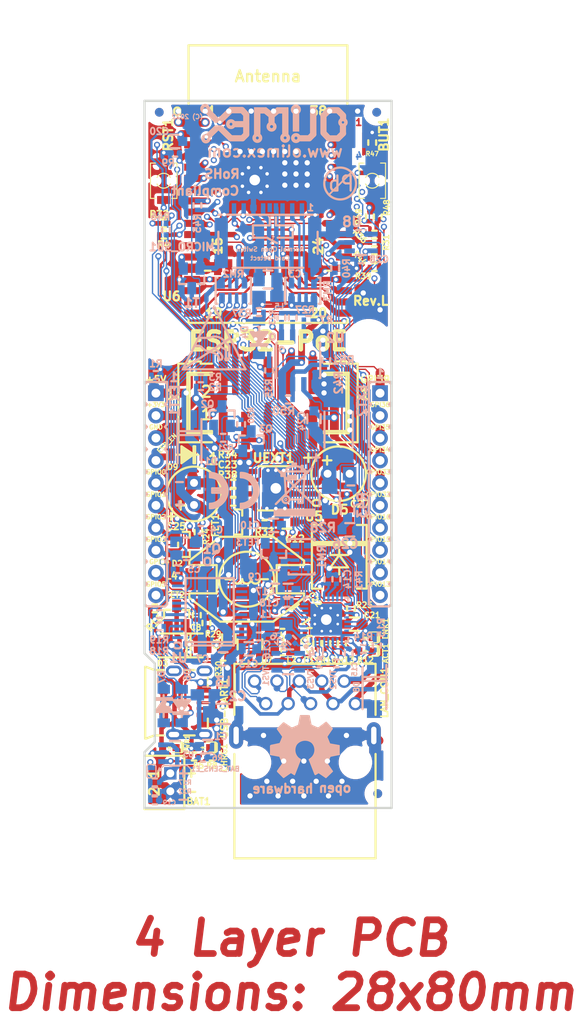
<source format=kicad_pcb>
(kicad_pcb (version 20171130) (host pcbnew 5.1.0-rc2-unknown-036be7d~80~ubuntu16.04.1)
  (title_block (title ESP32-PoE) (date 2024-06-06) (rev L1) (company "OLIMEX Ltd.") (comment 1 https://www.olimex.com))
  (layers (0 F.Cu mixed) (1 In1.Cu power) (2 In2.Cu power) (31 B.Cu mixed) (34 B.Paste user hide) (35 F.Paste user hide) (36 B.SilkS user) (37 F.SilkS user) (38 B.Mask user) (39 F.Mask user) (44 Edge.Cuts user))
  (net 0 "")
  (net 1 +5V)
  (net 2 GND)
  (net 3 "Net-(BAT1-Pad1)")
  (net 4 "Net-(BUT1-Pad2)")
  (net 5 +3V3)
  (net 6 "Net-(C11-Pad1)")
  (net 7 /ESP_EN)
  (net 8 "Net-(L2-Pad1)")
  (net 9 "Net-(Q2-Pad1)")
  (net 10 "Net-(MICRO_SD1-Pad5)")
  (net 11 /+5V_USB)
  (net 12 "Net-(MICRO_SD1-Pad1)")
  (net 13 "Net-(MICRO_SD1-Pad2)")
  (net 14 "Net-(MICRO_SD1-Pad8)")
  (net 15 "Net-(U4-Pad4)")
  (net 16 "Net-(U4-Pad14)")
  (net 17 "Net-(U4-Pad18)")
  (net 18 "Net-(U4-Pad20)")
  (net 19 "Net-(U4-Pad26)")
  (net 20 "Net-(USB-UART1-Pad4)")
  (net 21 "Net-(MICRO_SD1-Pad7)")
  (net 22 /D_Com)
  (net 23 +5VP)
  (net 24 Spare1)
  (net 25 Spare2)
  (net 26 /GPIO33)
  (net 27 /GPIO32)
  (net 28 /GPI39)
  (net 29 "Net-(FID1-PadFid1)")
  (net 30 "Net-(FID2-PadFid1)")
  (net 31 "Net-(FID3-PadFid1)")
  (net 32 "Net-(MICRO_SD1-PadCD1)")
  (net 33 "Net-(C2-Pad2)")
  (net 34 "Net-(C4-Pad1)")
  (net 35 "Net-(C5-Pad1)")
  (net 36 "Net-(C21-Pad2)")
  (net 37 "Net-(D4-Pad1)")
  (net 38 "Net-(Q2-Pad2)")
  (net 39 "Net-(Q3-Pad3)")
  (net 40 "Net-(Q3-Pad2)")
  (net 41 "Net-(Q3-Pad1)")
  (net 42 "Net-(R6-Pad1)")
  (net 43 "Net-(R26-Pad1)")
  (net 44 "Net-(R29-Pad1)")
  (net 45 "Net-(U1-Pad17)")
  (net 46 "Net-(U1-Pad14)")
  (net 47 "Net-(U1-Pad13)")
  (net 48 "Net-(U1-Pad12)")
  (net 49 "Net-(U1-Pad11)")
  (net 50 "Net-(U1-Pad7)")
  (net 51 "Net-(U1-Pad6)")
  (net 52 "Net-(C6-Pad1)")
  (net 53 +3.3VLAN)
  (net 54 "Net-(C17-Pad1)")
  (net 55 /GPIO0)
  (net 56 /GPI35)
  (net 57 "Net-(RM1-Pad3.2)")
  (net 58 "Net-(RM1-Pad2.2)")
  (net 59 "Net-(FID4-PadFid1)")
  (net 60 "Net-(FID5-PadFid1)")
  (net 61 "Net-(FID6-PadFid1)")
  (net 62 "Net-(ACT1-Pad2)")
  (net 63 "Net-(ACT1-Pad1)")
  (net 64 "Net-(LNK1-Pad1)")
  (net 65 "Net-(LNK1-Pad2)")
  (net 66 "Net-(C3-Pad1)")
  (net 67 "Net-(RM1-Pad1.2)")
  (net 68 "Net-(CHRG1-Pad1)")
  (net 69 "Net-(PWR1-Pad1)")
  (net 70 "Net-(C10-Pad2)")
  (net 71 "Net-(R3-Pad2)")
  (net 72 "Net-(C12-Pad2)")
  (net 73 "Net-(L3-Pad1)")
  (net 74 "Net-(R8-Pad2)")
  (net 75 "Net-(C8-Pad1)")
  (net 76 "Net-(D6-Pad1)")
  (net 77 "Net-(D7-Pad2)")
  (net 78 "Net-(U1-Pad20)")
  (net 79 "Net-(BAT_SENS_E1-Pad2)")
  (net 80 /GPI34\BUT1)
  (net 81 /GPIO2\HS2_DATA0)
  (net 82 /GPI36\U1RXD)
  (net 83 /GPIO3\U0RXD)
  (net 84 /GPIO1\U0TXD)
  (net 85 /GPIO4\U1TXD)
  (net 86 /GPIO5\SPI_CS)
  (net 87 /GPIO15\HS2_CMD)
  (net 88 /GPIO16\I2C-SCL)
  (net 89 /GPIO14\HS2_CLK)
  (net 90 /GPIO13\I2C-SDA)
  (net 91 /GPIO27\EMAC_RX_CRS_DV)
  (net 92 "/GPIO25\\EMAC_RXD0(RMII)")
  (net 93 "/GPIO18\\MDIO(RMII)")
  (net 94 "/GPIO26\\EMAC_RXD1(RMII)")
  (net 95 /GPIO12\PHY_PWR)
  (net 96 "/GPIO22\\EMAC_TXD1(RMII)")
  (net 97 "/GPIO19\\EMAC_TXD0(RMII)")
  (net 98 "/GPIO21\\EMAC_TX_EN(RMII)")
  (net 99 "/GPIO23\\MDC(RMII)")
  (net 100 /GPIO17\EMAC_CLK_OUT_180)
  (net 101 /TD+)
  (net 102 /TD-)
  (net 103 /RD+)
  (net 104 /RD-)
  (net 105 "Net-(C12-Pad1)")
  (net 106 "Net-(C23-Pad2)")
  (net 107 "Net-(R7-Pad2)")
  (net 108 "Net-(R23-Pad1)")
  (net 109 "Net-(R27-Pad2)")
  (net 110 "Net-(R28-Pad1)")
  (net 111 "Net-(R33-Pad1)")
  (net 112 "Net-(U2-Pad6)")
  (net 113 "Net-(U5-Pad7)")
  (net 114 "Net-(D9-Pad1)")
  (net 115 "Net-(R41-Pad2)")
  (net 116 "Net-(C26-Pad1)")
  (net 117 "Net-(U6-Pad21)")
  (net 118 "Net-(U6-Pad22)")
  (net 119 "Net-(U6-Pad20)")
  (net 120 "Net-(U6-Pad19)")
  (net 121 "Net-(U6-Pad17)")
  (net 122 "Net-(U6-Pad18)")
  (net 123 "Net-(U6-Pad32)")
  (net 124 "Net-(U8-Pad1)")
  (net 125 "Net-(R50-Pad2)")
  (net 126 +3.3V)
  (module OLIMEX_RLC-FP:R_0402_5MIL_DWS (layer B.Cu) (at 106.426 123.952)
    (fp_text reference R50 (at -0.508 1.27) (layer B.SilkS) (effects (font (size 0.889 0.889) (thickness 0.22225)) (justify mirror)))
    (fp_text value "NA(130k/R0402)")
    (pad 1 smd rect (at -0.508 0 180) (size 0.5 0.55) (layers B.Cu B.Paste B.Mask) (net 24 Spare1))
    (pad 2 smd rect (at 0.508 0) (size 0.5 0.55) (layers B.Cu B.Paste B.Mask) (net 125 "Net-(R50-Pad2)"))
  )
  (module OLIMEX_RLC-FP:R_0603_5MIL_DWS (layer B.Cu) (at 113.157 136.398 90)
    (fp_text reference R43 (at 0.508 1.651 90) (layer B.SilkS) (effects (font (size 1.016 1.016) (thickness 0.254)) (justify mirror)))
    (fp_text value "NA(22R/R0603)")
    (pad 1 smd rect (at -0.889 0 90) (size 1.016 1.016) (layers B.Cu B.Paste B.Mask) (net 116 "Net-(C26-Pad1)"))
    (pad 2 smd rect (at 0.889 0 90) (size 1.016 1.016) (layers B.Cu B.Paste B.Mask) (net 105 "Net-(C12-Pad1)"))
  )
  (module OLIMEX_RLC-FP:R_2512_MM_DWS (layer B.Cu) (at 112.141 127.3552 90)
    (fp_text reference R42 (at 5.3082 0 90) (layer B.SilkS) (effects (font (size 0.889 0.889) (thickness 0.22225)) (justify mirror)))
    (fp_text value 4.7k/R2512)
    (pad 2 smd rect (at 3.15 0 90) (size 1.2 3.400001) (layers B.Cu B.Paste B.Mask) (net 2 GND))
    (pad 1 smd rect (at -3.15 0 90) (size 1.2 3.400001) (layers B.Cu B.Paste B.Mask) (net 24 Spare1))
  )
  (module OLIMEX_RLC-FP:CPOL-RM2.5mm_6.3x11mm_PTH (layer F.Cu) (at 112.141 132.334)
    (fp_text reference C27 (at 2.413 3.429) (layer F.SilkS) (effects (font (size 0.762 0.762) (thickness 0.1905))))
    (fp_text value "15uF/100V/20%/RM2.5/6.3x11mm(Farnell:1281844)")
    (fp_text user + (at -1.3 -1.6) (layer F.SilkS) (effects (font (size 1.27 1.27) (thickness 0.254))))
    (fp_text user + (at -3.429 -1.905) (layer F.SilkS) (effects (font (size 1.27 1.27) (thickness 0.254))))
    (pad 2 thru_hole rect (at 1.25 0) (size 1.524 1.524) (drill 0.9) (layers *.Cu *.Mask) (net 2 GND))
    (pad 1 thru_hole circle (at -1.25 0) (size 1.524 1.524) (drill 0.9) (layers *.Cu *.Mask) (net 24 Spare1))
  )
  (module OLIMEX_RLC-FP:L_0805_5MIL_DWS (layer B.Cu) (at 97.155 157.353)
    (fp_text reference L3 (at 1.8796 -1.4986) (layer B.SilkS) (effects (font (size 1.016 1.016) (thickness 0.254)) (justify mirror)))
    (fp_text value FB0805/600R/2A)
    (pad 1 smd rect (at -1.016 0) (size 1.524 1.27) (layers B.Cu B.Paste B.Mask) (net 73 "Net-(L3-Pad1)") (clearance 0.0508))
    (pad 2 smd rect (at 1.016 0) (size 1.524 1.27) (layers B.Cu B.Paste B.Mask) (net 2 GND) (clearance 0.0508))
  )
  (module OLIMEX_Diodes-FP:SOD-123_1C-2A_KA (layer B.Cu) (at 92.329 158.623 270)
    (fp_text reference D7 (at -3.302 0.254 90) (layer B.SilkS) (effects (font (size 0.762 0.762) (thickness 0.1905)) (justify mirror)))
    (fp_text value "1N5819S4(SOD-123)")
    (pad 1 smd rect (at -1.9 0 270) (size 1 1.4) (layers B.Cu B.Paste B.Mask) (net 84 /GPIO1\U0TXD) (clearance 0.0508))
    (pad 2 smd rect (at 1.9 0 270) (size 1 1.4) (layers B.Cu B.Paste B.Mask) (net 77 "Net-(D7-Pad2)") (clearance 0.0508))
  )
  (module OLIMEX_Diodes-FP:SOT-23-5 (layer B.Cu) (at 106.426 153.609 180)
    (fp_text reference TVS1 (at 2.5146 -1.6104 90) (layer B.SilkS) (effects (font (size 0.635 0.635) (thickness 0.15875)) (justify mirror)))
    (fp_text value "ESDS314DBVR(SOT-23-5)")
    (pad 1 smd rect (at 1.3 -0.95 180) (size 1.2 0.55) (layers B.Cu B.Paste B.Mask) (net 103 /RD+) (clearance 0.0508))
    (pad 2 smd rect (at 1.3 0 180) (size 1.2 0.55) (layers B.Cu B.Paste B.Mask) (net 2 GND) (clearance 0.0508))
    (pad 3 smd rect (at 1.3 0.95 180) (size 1.2 0.55) (layers B.Cu B.Paste B.Mask) (net 101 /TD+) (clearance 0.0508))
    (pad 5 smd rect (at -1.3 -0.95 180) (size 1.2 0.55) (layers B.Cu B.Paste B.Mask) (net 104 /RD-) (clearance 0.0508))
    (pad 4 smd rect (at -1.3 0.95 180) (size 1.2 0.55) (layers B.Cu B.Paste B.Mask) (net 102 /TD-) (clearance 0.0508))
  )
  (module OLIMEX_Diodes-FP:D_0402_5MIL_DWS (layer B.Cu) (at 111.887 153.797 180)
    (fp_text reference TVS2 (at 0.3556 -1.8288 90) (layer B.SilkS) (effects (font (size 0.635 0.635) (thickness 0.15875)) (justify mirror)))
    (fp_text value "NA(GG0402052R542P)")
    (pad 1 smd rect (at -0.508 0) (size 0.5 0.55) (layers B.Cu B.Paste B.Mask) (net 102 /TD-))
    (pad 2 smd rect (at 0.508 0 180) (size 0.5 0.55) (layers B.Cu B.Paste B.Mask) (net 101 /TD+))
  )
  (module OLIMEX_Diodes-FP:SOD-123_1C-2A_KA (layer B.Cu) (at 103.124 116.967 90)
    (fp_text reference D4 (at 0.635 -1.651 90) (layer B.SilkS) (effects (font (size 0.762 0.762) (thickness 0.1905)) (justify mirror)))
    (fp_text value "1N5819S4(SOD-123)")
    (pad 2 smd rect (at 1.9 0 90) (size 1 1.4) (layers B.Cu B.Paste B.Mask) (net 82 /GPI36\U1RXD) (clearance 0.0508))
    (pad 1 smd rect (at -1.9 0 90) (size 1 1.4) (layers B.Cu B.Paste B.Mask) (net 37 "Net-(D4-Pad1)") (clearance 0.0508))
  )
  (module OLIMEX_LOGOs-FP:CE_Sign (layer B.Cu) (at 99.314 134.239 180)
    (fp_text reference CE hide)
    (fp_text value CE_Sign hide)
  )
  (module OLIMEX_Buttons-FP:IT1185AU2_V2 (layer F.Cu) (at 115.959 99.187 90)
    (fp_text reference BUT1 (at 5.207 1.3255 90) (layer F.SilkS) (effects (font (size 1.016 1.016) (thickness 0.254))))
    (fp_text value IT1185AU2)
    (pad 1 smd rect (at -2.177 0 90) (size 0.9 1.5) (layers F.Cu F.Mask) (net 80 /GPI34\BUT1))
    (pad 2 smd rect (at 2.177 0 90) (size 0.9 1.5) (layers F.Cu F.Mask) (net 4 "Net-(BUT1-Pad2)"))
    (pad "" np_thru_hole circle (at 0 -0.9 90) (size 0.7 0.7) (drill 0.7) (layers *.Cu *.Mask))
    (pad "" np_thru_hole circle (at 0 0.9 90) (size 0.7 0.7) (drill 0.7) (layers *.Cu *.Mask))
  )
  (module OLIMEX_Buttons-FP:IT1185AU2_V2 (layer F.Cu) (at 92.321 99.187 90)
    (fp_text reference RST1 (at 5.207 0.516 90) (layer F.SilkS) (effects (font (size 1.016 1.016) (thickness 0.254))))
    (fp_text value IT1185AU2)
    (pad 1 smd rect (at -2.177 0 90) (size 0.9 1.5) (layers F.Cu F.Mask) (net 7 /ESP_EN))
    (pad 2 smd rect (at 2.177 0 90) (size 0.9 1.5) (layers F.Cu F.Mask) (net 2 GND))
    (pad "" np_thru_hole circle (at 0 -0.9 90) (size 0.7 0.7) (drill 0.7) (layers *.Cu *.Mask))
    (pad "" np_thru_hole circle (at 0 0.9 90) (size 0.7 0.7) (drill 0.7) (layers *.Cu *.Mask))
  )
  (module OLIMEX_Regulators-FP:SOT-23-5 (layer F.Cu) (at 102.108 151.638 270)
    (fp_text reference U7 (at 1.778 -1.905) (layer F.SilkS) (effects (font (size 0.635 0.635) (thickness 0.15875))))
    (fp_text value "SY8089AAAC(SOT23-5)")
    (pad 1 smd rect (at 1.3 0.95 270) (size 1.2 0.55) (layers F.Cu F.Paste F.Mask) (net 52 "Net-(C6-Pad1)") (clearance 0.0508))
    (pad 2 smd rect (at 1.3 0 270) (size 1.2 0.55) (layers F.Cu F.Paste F.Mask) (net 2 GND) (clearance 0.0508))
    (pad 3 smd rect (at 1.3 -0.95 270) (size 1.2 0.55) (layers F.Cu F.Paste F.Mask) (net 8 "Net-(L2-Pad1)") (clearance 0.0508))
    (pad 5 smd rect (at -1.3 0.95 270) (size 1.2 0.55) (layers F.Cu F.Paste F.Mask) (net 44 "Net-(R29-Pad1)") (clearance 0.0508))
    (pad 4 smd rect (at -1.3 -0.95 270) (size 1.2 0.55) (layers F.Cu F.Paste F.Mask) (net 52 "Net-(C6-Pad1)") (clearance 0.0508))
  )
  (module OLIMEX_RLC-FP:C_0603_5MIL_DWS (layer B.Cu) (at 99.06 153.289)
    (fp_text reference C7 (at -2.3368 0) (layer B.SilkS) (effects (font (size 0.762 0.762) (thickness 0.1905)) (justify mirror)))
    (fp_text value 22uF/6.3V/20%/X5R/C0603)
    (pad 1 smd rect (at -0.889 0) (size 1.016 1.016) (layers B.Cu B.Paste B.Mask) (net 11 /+5V_USB) (clearance 0.0508))
    (pad 2 smd rect (at 0.889 0) (size 1.016 1.016) (layers B.Cu B.Paste B.Mask) (net 2 GND) (clearance 0.0508))
  )
  (module OLIMEX_Transistors-FP:SOT23 (layer B.Cu) (at 102.235 128.651 270)
    (fp_text reference Q3 (at -1.397 -1.651) (layer B.SilkS) (effects (font (size 0.762 0.762) (thickness 0.1905)) (justify mirror)))
    (fp_text value "BC817-40(SOT23)")
    (pad 3 smd rect (at -1.10236 -0.00254 270) (size 1.4 1) (layers B.Cu B.Paste B.Mask) (net 39 "Net-(Q3-Pad3)") (clearance 0.0508))
    (pad 2 smd rect (at 1.10744 0.9525 270) (size 1.4 1) (layers B.Cu B.Paste B.Mask) (net 40 "Net-(Q3-Pad2)") (clearance 0.0508))
    (pad 1 smd rect (at 1.10744 -0.94996 270) (size 1.4 1) (layers B.Cu B.Paste B.Mask) (net 41 "Net-(Q3-Pad1)") (clearance 0.0508))
  )
  (module OLIMEX_Transistors-FP:SOT23 (layer B.Cu) (at 98.93046 125.81636 270)
    (fp_text reference Q2 (at -1.35636 1.64846 180) (layer B.SilkS) (effects (font (size 0.762 0.762) (thickness 0.1905)) (justify mirror)))
    (fp_text value "BC817-40(SOT23)")
    (pad 3 smd rect (at -1.10236 -0.00254 270) (size 1.4 1) (layers B.Cu B.Paste B.Mask) (net 114 "Net-(D9-Pad1)") (clearance 0.0508))
    (pad 2 smd rect (at 1.10744 0.9525 270) (size 1.4 1) (layers B.Cu B.Paste B.Mask) (net 38 "Net-(Q2-Pad2)") (clearance 0.0508))
    (pad 1 smd rect (at 1.10744 -0.94996 270) (size 1.4 1) (layers B.Cu B.Paste B.Mask) (net 9 "Net-(Q2-Pad1)") (clearance 0.0508))
  )
  (module OLIMEX_Transistors-FP:SOT23 (layer B.Cu) (at 95.504 110.236 90)
    (fp_text reference T1 (at -2.794 0 180) (layer B.SilkS) (effects (font (size 1.016 1.016) (thickness 0.254)) (justify mirror)))
    (fp_text value "LMUN2211LT1G(SOT-23)")
    (pad 1 smd rect (at 1.10744 -0.94996 90) (size 1.4 1) (layers B.Cu B.Paste B.Mask) (net 95 /GPIO12\PHY_PWR) (clearance 0.0508))
    (pad 2 smd rect (at 1.10744 0.9525 90) (size 1.4 1) (layers B.Cu B.Paste B.Mask) (net 2 GND) (clearance 0.0508))
    (pad 3 smd rect (at -1.10236 -0.00254 90) (size 1.4 1) (layers B.Cu B.Paste B.Mask) (net 71 "Net-(R3-Pad2)") (clearance 0.0508))
  )
  (module OLIMEX_RLC-FP:L_0805_5MIL_DWS (layer B.Cu) (at 104.14 112.268)
    (fp_text reference L5 (at 1.27 1.143) (layer B.SilkS) (effects (font (size 0.6096 0.6096) (thickness 0.1524)) (justify mirror)))
    (fp_text value FB0805/600R/2A)
    (pad 1 smd rect (at -1.016 0) (size 1.524 1.27) (layers B.Cu B.Paste B.Mask) (net 126 +3.3V) (clearance 0.0508))
    (pad 2 smd rect (at 1.016 0) (size 1.524 1.27) (layers B.Cu B.Paste B.Mask) (net 66 "Net-(C3-Pad1)") (clearance 0.0508))
  )
  (module OLIMEX_Transistors-FP:SOT23 (layer B.Cu) (at 104.775 141.224 90)
    (fp_text reference FET3 (at 1.143 -2.921) (layer B.SilkS) (effects (font (size 0.762 0.762) (thickness 0.1905)) (justify mirror)))
    (fp_text value WPM2015-3/TR)
    (pad 1 smd rect (at 1.10744 -0.94996 90) (size 1.4 1) (layers B.Cu B.Paste B.Mask) (net 70 "Net-(C10-Pad2)") (clearance 0.0508))
    (pad 2 smd rect (at 1.10744 0.9525 90) (size 1.4 1) (layers B.Cu B.Paste B.Mask) (net 126 +3.3V) (clearance 0.0508))
    (pad 3 smd rect (at -1.10236 -0.00254 90) (size 1.4 1) (layers B.Cu B.Paste B.Mask) (net 53 +3.3VLAN) (clearance 0.0508))
  )
  (module OLIMEX_RLC-FP:C_0805_5MIL_DWS (layer F.Cu) (at 107.861619 148.218488 38)
    (fp_text reference C22 (at 2.292872 -0.315802 308) (layer F.SilkS) (effects (font (size 0.635 0.635) (thickness 0.15875))))
    (fp_text value 47uF/6.3V/20%/X5R/C0805)
    (pad 2 smd rect (at 1.016 0 128) (size 1.524 1.27) (layers F.Cu F.Paste F.Mask) (net 2 GND))
    (pad 1 smd rect (at -1.016 0 128) (size 1.524 1.27) (layers F.Cu F.Paste F.Mask) (net 126 +3.3V))
  )
  (module OLIMEX_RLC-FP:CD32 (layer F.Cu) (at 105.791 151.384)
    (fp_text reference L2 (at 1.016 2.032) (layer F.SilkS) (effects (font (size 0.635 0.635) (thickness 0.15875))))
    (fp_text value "2.2uH/1.5A/DCR=72mR/20%/3.00x3.00x1.50mm/CD32(NR3015T2R2M)")
    (pad 1 smd rect (at -1.2 0 180) (size 1.6 3) (layers F.Cu F.Paste F.Mask) (net 8 "Net-(L2-Pad1)") (clearance 0.0508))
    (pad 2 smd rect (at 1.2 0 180) (size 1.6 3) (layers F.Cu F.Paste F.Mask) (net 126 +3.3V) (clearance 0.0508))
  )
  (module "OLIMEX_Connectors-FP:RJP-003TC1(LPJ4112CNL)" (layer F.Cu) (at 108.331 164.846)
    (fp_text reference LAN_CON1 (at 9.017 -7.747 90) (layer F.SilkS) (effects (font (size 0.762 0.762) (thickness 0.1905))))
    (fp_text value "RJP-003TC1(LPJ4112CNL)")
    (pad 1 thru_hole circle (at -5.715 -9.04) (size 1.524 1.524) (drill 1) (layers *.Cu *.Mask) (net 101 /TD+))
    (pad 2 thru_hole circle (at -4.445 -6.5) (size 1.524 1.524) (drill 1) (layers *.Cu *.Mask) (net 102 /TD-))
    (pad 3 thru_hole circle (at -3.175 -9.04) (size 1.524 1.524) (drill 1) (layers *.Cu *.Mask) (net 103 /RD+))
    (pad 4 thru_hole circle (at -1.905 -6.5) (size 1.524 1.524) (drill 1) (layers *.Cu *.Mask) (net 6 "Net-(C11-Pad1)"))
    (pad 5 thru_hole circle (at -0.635 -9.04) (size 1.524 1.524) (drill 1) (layers *.Cu *.Mask) (net 6 "Net-(C11-Pad1)"))
    (pad 6 thru_hole circle (at 0.635 -6.5) (size 1.524 1.524) (drill 1) (layers *.Cu *.Mask) (net 104 /RD-))
    (pad 7 thru_hole circle (at 1.905 -9.04) (size 1.524 1.524) (drill 1) (layers *.Cu *.Mask) (net 2 GND))
    (pad 8 thru_hole circle (at 3.175 -6.5) (size 1.524 1.524) (drill 1) (layers *.Cu *.Mask) (net 2 GND))
    (pad 9 thru_hole circle (at 4.445 -9.04) (size 1.524 1.524) (drill 1) (layers *.Cu *.Mask) (net 24 Spare1))
    (pad 10 thru_hole circle (at 5.715 -6.5) (size 1.524 1.524) (drill 1) (layers *.Cu *.Mask) (net 25 Spare2))
    (pad 0 thru_hole oval (at -7.8 -2.9) (size 1.6 2.999999) (drill oval 0.6 2) (layers *.Cu *.Mask) (net 33 "Net-(C2-Pad2)"))
    (pad 0 thru_hole oval (at 7.8 -2.9) (size 1.6 2.999999) (drill oval 0.6 2) (layers *.Cu *.Mask) (net 33 "Net-(C2-Pad2)"))
    (pad "" np_thru_hole circle (at -5.715 0.15) (size 3.300001 3.300001) (drill 3.300001) (layers *.Cu *.Mask))
    (pad "" np_thru_hole circle (at 5.715 0.15) (size 3.300001 3.300001) (drill 3.300001) (layers *.Cu *.Mask))
  )
  (module "OLIMEX_IC-FP:QFN32_EP(33)_5.00x5.00x0.90mm_Pitch_0.50mm" (layer B.Cu) (at 110.744 148.844 90)
    (fp_text reference U4 (at -3.81 -1.143) (layer B.SilkS) (effects (font (size 1.016 1.016) (thickness 0.254)) (justify mirror)))
    (fp_text value "LAN8710A-EZC(QFN32)")
    (pad 33 smd rect (at 0 0 90) (size 3.6 3.6) (layers B.Cu B.Mask) (net 2 GND))
    (pad 33 thru_hole rect (at -0.5 1.3 90) (size 0.4 0.4) (drill 0.3) (layers *.Cu B.Mask) (net 2 GND))
    (pad 33 thru_hole rect (at 0.5 1.3 90) (size 0.4 0.4) (drill 0.3) (layers *.Cu B.Mask) (net 2 GND))
    (pad 33 thru_hole rect (at 1.3 0.5 90) (size 0.4 0.4) (drill 0.29972) (layers *.Cu B.Mask) (net 2 GND))
    (pad 33 thru_hole rect (at 1.3 -0.5 90) (size 0.4 0.4) (drill 0.3) (layers *.Cu B.Mask) (net 2 GND))
    (pad 33 thru_hole rect (at 0.5 -1.3 90) (size 0.4 0.4) (drill 0.3) (layers *.Cu B.Mask) (net 2 GND))
    (pad 33 thru_hole rect (at -0.5 -1.3 90) (size 0.4 0.4) (drill 0.3) (layers *.Cu B.Mask) (net 2 GND))
    (pad 33 thru_hole rect (at -1.3 -0.5 90) (size 0.4 0.4) (drill 0.3) (layers *.Cu B.Mask) (net 2 GND))
    (pad 33 thru_hole rect (at -1.3 0.5 90) (size 0.4 0.4) (drill 0.3) (layers *.Cu B.Mask) (net 2 GND))
    (pad 33 thru_hole rect (at 0 0 90) (size 1.4224 1.4224) (drill 1.2) (layers *.Cu *.Mask) (net 2 GND))
    (pad 32 smd rect (at -2.45 -1.75 90) (size 0.8 0.25) (layers B.Cu B.Paste B.Mask) (net 43 "Net-(R26-Pad1)"))
    (pad 31 smd rect (at -2.45 -1.25 90) (size 0.8 0.25) (layers B.Cu B.Paste B.Mask) (net 103 /RD+))
    (pad 30 smd rect (at -2.45 -0.75 90) (size 0.8 0.25) (layers B.Cu B.Paste B.Mask) (net 104 /RD-))
    (pad 29 smd rect (at -2.45 -0.25 90) (size 0.8 0.25) (layers B.Cu B.Paste B.Mask) (net 101 /TD+))
    (pad 28 smd rect (at -2.45 0.25 90) (size 0.8 0.25) (layers B.Cu B.Paste B.Mask) (net 102 /TD-))
    (pad 27 smd rect (at -2.45 0.75 90) (size 0.8 0.25) (layers B.Cu B.Paste B.Mask) (net 6 "Net-(C11-Pad1)"))
    (pad 26 smd rect (at -2.45 1.25 90) (size 0.8 0.25) (layers B.Cu B.Paste B.Mask) (net 19 "Net-(U4-Pad26)"))
    (pad 25 smd rect (at -2.45 1.75 90) (size 0.8 0.25) (layers B.Cu B.Paste B.Mask) (net 2 GND))
    (pad 24 smd rect (at -1.75 2.45 180) (size 0.8 0.25) (layers B.Cu B.Paste B.Mask) (net 2 GND))
    (pad 23 smd rect (at -1.25 2.45 180) (size 0.8 0.25) (layers B.Cu B.Paste B.Mask) (net 96 "/GPIO22\\EMAC_TXD1(RMII)"))
    (pad 22 smd rect (at -0.75 2.45 180) (size 0.8 0.25) (layers B.Cu B.Paste B.Mask) (net 97 "/GPIO19\\EMAC_TXD0(RMII)"))
    (pad 21 smd rect (at -0.25 2.45 180) (size 0.8 0.25) (layers B.Cu B.Paste B.Mask) (net 98 "/GPIO21\\EMAC_TX_EN(RMII)"))
    (pad 20 smd rect (at 0.25 2.45 180) (size 0.8 0.25) (layers B.Cu B.Paste B.Mask) (net 18 "Net-(U4-Pad20)"))
    (pad 19 smd rect (at 0.75 2.45 180) (size 0.8 0.25) (layers B.Cu B.Paste B.Mask) (net 36 "Net-(C21-Pad2)"))
    (pad 18 smd rect (at 1.25 2.45 180) (size 0.8 0.25) (layers B.Cu B.Paste B.Mask) (net 17 "Net-(U4-Pad18)"))
    (pad 17 smd rect (at 1.75 2.45 180) (size 0.8 0.25) (layers B.Cu B.Paste B.Mask) (net 99 "/GPIO23\\MDC(RMII)"))
    (pad 16 smd rect (at 2.45 1.75 270) (size 0.8 0.25) (layers B.Cu B.Paste B.Mask) (net 93 "/GPIO18\\MDIO(RMII)"))
    (pad 15 smd rect (at 2.45 1.25 270) (size 0.8 0.25) (layers B.Cu B.Paste B.Mask) (net 91 /GPIO27\EMAC_RX_CRS_DV))
    (pad 14 smd rect (at 2.45 0.75 270) (size 0.8 0.25) (layers B.Cu B.Paste B.Mask) (net 16 "Net-(U4-Pad14)"))
    (pad 13 smd rect (at 2.45 0.25 270) (size 0.8 0.25) (layers B.Cu B.Paste B.Mask) (net 115 "Net-(R41-Pad2)"))
    (pad 12 smd rect (at 2.45 -0.25 270) (size 0.8 0.25) (layers B.Cu B.Paste B.Mask) (net 53 +3.3VLAN))
    (pad 11 smd rect (at 2.45 -0.75 270) (size 0.8 0.25) (layers B.Cu B.Paste B.Mask) (net 92 "/GPIO25\\EMAC_RXD0(RMII)"))
    (pad 10 smd rect (at 2.45 -1.25 270) (size 0.8 0.25) (layers B.Cu B.Paste B.Mask) (net 94 "/GPIO26\\EMAC_RXD1(RMII)"))
    (pad 9 smd rect (at 2.45 -1.75 270) (size 0.8 0.25) (layers B.Cu B.Paste B.Mask) (net 57 "Net-(RM1-Pad3.2)"))
    (pad 8 smd rect (at 1.75 -2.45) (size 0.8 0.25) (layers B.Cu B.Paste B.Mask) (net 58 "Net-(RM1-Pad2.2)"))
    (pad 7 smd rect (at 1.25 -2.45) (size 0.8 0.25) (layers B.Cu B.Paste B.Mask) (net 67 "Net-(RM1-Pad1.2)"))
    (pad 6 smd rect (at 0.75 -2.45) (size 0.8 0.25) (layers B.Cu B.Paste B.Mask) (net 54 "Net-(C17-Pad1)"))
    (pad 5 smd rect (at 0.25 -2.45) (size 0.8 0.25) (layers B.Cu B.Paste B.Mask) (net 100 /GPIO17\EMAC_CLK_OUT_180))
    (pad 4 smd rect (at -0.25 -2.45) (size 0.8 0.25) (layers B.Cu B.Paste B.Mask) (net 15 "Net-(U4-Pad4)"))
    (pad 3 smd rect (at -0.75 -2.45) (size 0.8 0.25) (layers B.Cu B.Paste B.Mask) (net 62 "Net-(ACT1-Pad2)"))
    (pad 2 smd rect (at -1.25 -2.45) (size 0.8 0.25) (layers B.Cu B.Paste B.Mask) (net 64 "Net-(LNK1-Pad1)"))
    (pad 1 smd rect (at -1.75 -2.45) (size 0.8 0.25) (layers B.Cu B.Paste B.Mask) (net 6 "Net-(C11-Pad1)"))
  )
  (module OLIMEX_RLC-FP:C_0402_5MIL_DWS (layer F.Cu) (at 108.839 150.241)
    (fp_text reference C11 (at -0.254 1.524 120) (layer F.SilkS) (effects (font (size 0.762 0.762) (thickness 0.1905))))
    (fp_text value 100nF/16V/10%/X7R/C0402)
    (pad 2 smd rect (at 0.508 0) (size 0.5 0.55) (layers F.Cu F.Paste F.Mask) (net 2 GND))
    (pad 1 smd rect (at -0.508 0 180) (size 0.5 0.55) (layers F.Cu F.Paste F.Mask) (net 6 "Net-(C11-Pad1)"))
  )
  (module OLIMEX_RLC-FP:C_0603_5MIL_DWS (layer F.Cu) (at 99.695 151.003 270)
    (fp_text reference C6 (at 0.5842 1.3716 270) (layer F.SilkS) (effects (font (size 0.635 0.635) (thickness 0.15875))))
    (fp_text value 22uF/6.3V/20%/X5R/C0603)
    (pad 2 smd rect (at 0.889 0 270) (size 1.016 1.016) (layers F.Cu F.Paste F.Mask) (net 2 GND) (clearance 0.0508))
    (pad 1 smd rect (at -0.889 0 270) (size 1.016 1.016) (layers F.Cu F.Paste F.Mask) (net 52 "Net-(C6-Pad1)") (clearance 0.0508))
  )
  (module OLIMEX_RLC-FP:C_0402_5MIL_DWS (layer B.Cu) (at 103.124 150.749 180)
    (fp_text reference C16 (at -0.8636 -1.4478 270) (layer B.SilkS) (effects (font (size 0.762 0.762) (thickness 0.1905)) (justify mirror)))
    (fp_text value 100nF/16V/10%/X7R/C0402)
    (pad 1 smd rect (at -0.508 0) (size 0.5 0.55) (layers B.Cu B.Paste B.Mask) (net 6 "Net-(C11-Pad1)"))
    (pad 2 smd rect (at 0.508 0 180) (size 0.5 0.55) (layers B.Cu B.Paste B.Mask) (net 2 GND))
  )
  (module OLIMEX_RLC-FP:C_0603_5MIL_DWS (layer B.Cu) (at 101.981 152.146 180)
    (fp_text reference C13 (at 0.0508 -1.7018 180) (layer B.SilkS) (effects (font (size 0.762 0.762) (thickness 0.1905)) (justify mirror)))
    (fp_text value 22uF/6.3V/20%/X5R/C0603)
    (pad 1 smd rect (at -0.889 0 180) (size 1.016 1.016) (layers B.Cu B.Paste B.Mask) (net 6 "Net-(C11-Pad1)") (clearance 0.0508))
    (pad 2 smd rect (at 0.889 0 180) (size 1.016 1.016) (layers B.Cu B.Paste B.Mask) (net 2 GND) (clearance 0.0508))
  )
  (module OLIMEX_RLC-FP:R_0402_5MIL_DWS (layer B.Cu) (at 91.313 168.275)
    (fp_text reference R22 (at 3.429 0) (layer B.SilkS) (effects (font (size 0.508 0.508) (thickness 0.127)) (justify mirror)))
    (fp_text value 470k/R0402)
    (pad 2 smd rect (at 0.508 0) (size 0.5 0.55) (layers B.Cu B.Paste B.Mask) (net 2 GND))
    (pad 1 smd rect (at -0.508 0 180) (size 0.5 0.55) (layers B.Cu B.Paste B.Mask) (net 79 "Net-(BAT_SENS_E1-Pad2)"))
  )
  (module OLIMEX_RLC-FP:R_0402_5MIL_DWS (layer B.Cu) (at 91.313 167.259 180)
    (fp_text reference R17 (at -3.429 0 unlocked) (layer B.SilkS) (effects (font (size 0.508 0.508) (thickness 0.127)) (justify mirror)))
    (fp_text value 470k/R0402)
    (pad 2 smd rect (at 0.508 0 180) (size 0.5 0.55) (layers B.Cu B.Paste B.Mask) (net 79 "Net-(BAT_SENS_E1-Pad2)"))
    (pad 1 smd rect (at -0.508 0) (size 0.5 0.55) (layers B.Cu B.Paste B.Mask) (net 3 "Net-(BAT1-Pad1)"))
  )
  (module OLIMEX_RLC-FP:R_0402_5MIL_DWS (layer F.Cu) (at 91.313 147.574)
    (fp_text reference R16 (at 0 1.651 225) (layer F.SilkS) (effects (font (size 0.762 0.762) (thickness 0.1905))))
    (fp_text value "NA(10k/R0402)")
    (pad 2 smd rect (at 0.508 0) (size 0.5 0.55) (layers F.Cu F.Paste F.Mask) (net 126 +3.3V))
    (pad 1 smd rect (at -0.508 0 180) (size 0.5 0.55) (layers F.Cu F.Paste F.Mask) (net 83 /GPIO3\U0RXD))
  )
  (module OLIMEX_Diodes-FP:SOD-123_1C-2A_KA (layer B.Cu) (at 94.361 158.623 90)
    (fp_text reference D6 (at 3.556 0.635 270) (layer B.SilkS) (effects (font (size 0.762 0.762) (thickness 0.1905)) (justify mirror)))
    (fp_text value "1N5819S4(SOD-123)")
    (pad 1 smd rect (at -1.9 0 90) (size 1 1.4) (layers B.Cu B.Paste B.Mask) (net 76 "Net-(D6-Pad1)") (clearance 0.0508))
    (pad 2 smd rect (at 1.9 0 90) (size 1 1.4) (layers B.Cu B.Paste B.Mask) (net 83 /GPIO3\U0RXD) (clearance 0.0508))
  )
  (module OLIMEX_RLC-FP:C_0402_5MIL_DWS (layer B.Cu) (at 91.313 169.291)
    (fp_text reference C19 (at 1.651 0.254) (layer B.SilkS) (effects (font (size 0.508 0.508) (thickness 0.127)) (justify mirror)))
    (fp_text value 1nF/50V/10%/X7R/C0402)
    (pad 2 smd rect (at 0.508 0) (size 0.5 0.55) (layers B.Cu B.Paste B.Mask) (net 2 GND))
    (pad 1 smd rect (at -0.508 0 180) (size 0.5 0.55) (layers B.Cu B.Paste B.Mask) (net 79 "Net-(BAT_SENS_E1-Pad2)"))
  )
  (module OLIMEX_RLC-FP:R_0402_5MIL_DWS (layer B.Cu) (at 93.599 96.012 180)
    (fp_text reference R9 (at 0.762 -1.143 180) (layer B.SilkS) (effects (font (size 0.762 0.762) (thickness 0.1905)) (justify mirror)))
    (fp_text value 100k/R0402)
    (pad 2 smd rect (at 0.508 0 180) (size 0.5 0.55) (layers B.Cu B.Paste B.Mask) (net 2 GND))
    (pad 1 smd rect (at -0.508 0) (size 0.5 0.55) (layers B.Cu B.Paste B.Mask) (net 28 /GPI39))
  )
  (module OLIMEX_RLC-FP:R_0402_5MIL_DWS (layer F.Cu) (at 92.329 105.283)
    (fp_text reference R4 (at 0 1.143 180) (layer F.SilkS) (effects (font (size 0.762 0.762) (thickness 0.1905))))
    (fp_text value 47k/R0402)
    (pad 2 smd rect (at 0.508 0) (size 0.5 0.55) (layers F.Cu F.Paste F.Mask) (net 28 /GPI39))
    (pad 1 smd rect (at -0.508 0 180) (size 0.5 0.55) (layers F.Cu F.Paste F.Mask) (net 1 +5V))
  )
  (module OLIMEX_RLC-FP:R_0402_5MIL_DWS (layer B.Cu) (at 96.774 164.465)
    (fp_text reference R6 (at 1.651 0) (layer B.SilkS) (effects (font (size 0.635 0.635) (thickness 0.15875)) (justify mirror)))
    (fp_text value 10k/R0402)
    (pad 2 smd rect (at 0.508 0) (size 0.5 0.55) (layers B.Cu B.Paste B.Mask) (net 2 GND))
    (pad 1 smd rect (at -0.508 0 180) (size 0.5 0.55) (layers B.Cu B.Paste B.Mask) (net 42 "Net-(R6-Pad1)"))
  )
  (module OLIMEX_IC-FP:SOT-23-5 (layer B.Cu) (at 93.599 163.957 180)
    (fp_text reference U3 (at -1.524 -0.127) (layer B.SilkS) (effects (font (size 0.635 0.635) (thickness 0.15875)) (justify mirror)))
    (fp_text value "BL4054B-42TPRN(SOT23-5)")
    (pad 1 smd rect (at 1.3 -0.95 180) (size 1.2 0.55) (layers B.Cu B.Paste B.Mask) (net 74 "Net-(R8-Pad2)") (clearance 0.0508))
    (pad 2 smd rect (at 1.3 0 180) (size 1.2 0.55) (layers B.Cu B.Paste B.Mask) (net 2 GND) (clearance 0.0508))
    (pad 3 smd rect (at 1.3 0.95 180) (size 1.2 0.55) (layers B.Cu B.Paste B.Mask) (net 3 "Net-(BAT1-Pad1)") (clearance 0.0508))
    (pad 5 smd rect (at -1.3 -0.95 180) (size 1.2 0.55) (layers B.Cu B.Paste B.Mask) (net 42 "Net-(R6-Pad1)") (clearance 0.0508))
    (pad 4 smd rect (at -1.3 0.95 180) (size 1.2 0.55) (layers B.Cu B.Paste B.Mask) (net 1 +5V) (clearance 0.0508))
  )
  (module OLIMEX_LOGOs-FP:LOGO_OPENHARDWARE_8x8 (layer B.Cu) (at 108.331 163.703 180)
    (fp_text reference Logo_OSHW hide)
    (fp_text value "" hide)
    (fp_text user hardware (at 2.51206 -4.2672 180) (layer B.SilkS) (effects (font (size 1.016 1.016) (thickness 0.254)) (justify mirror)))
    (fp_text user open (at -3.40106 -4.17576 180) (layer B.SilkS) (effects (font (size 1.016 1.016) (thickness 0.254)) (justify mirror)))
  )
  (module OLIMEX_RLC-FP:R_0402_5MIL_DWS (layer B.Cu) (at 96.52 121.539 180)
    (fp_text reference R3 (at -1.651 0.127) (layer B.SilkS) (effects (font (size 0.762 0.762) (thickness 0.1905)) (justify mirror)))
    (fp_text value 1k/R0402)
    (pad 2 smd rect (at 0.508 0 180) (size 0.5 0.55) (layers B.Cu B.Paste B.Mask) (net 71 "Net-(R3-Pad2)"))
    (pad 1 smd rect (at -0.508 0) (size 0.5 0.55) (layers B.Cu B.Paste B.Mask) (net 70 "Net-(C10-Pad2)"))
  )
  (module OLIMEX_RLC-FP:C_0603_5MIL_DWS (layer B.Cu) (at 104.775 138.176 180)
    (fp_text reference C10 (at 2.667 0 180) (layer B.SilkS) (effects (font (size 0.762 0.762) (thickness 0.1905)) (justify mirror)))
    (fp_text value 22uF/6.3V/20%/X5R/C0603)
    (pad 2 smd rect (at 0.889 0 180) (size 1.016 1.016) (layers B.Cu B.Paste B.Mask) (net 70 "Net-(C10-Pad2)") (clearance 0.0508))
    (pad 1 smd rect (at -0.889 0 180) (size 1.016 1.016) (layers B.Cu B.Paste B.Mask) (net 126 +3.3V) (clearance 0.0508))
  )
  (module OLIMEX_LOGOs-FP:OLIMEX_LOGO_TB (layer B.Cu) (at 104.648 92.71 180)
    (fp_text reference Logo_Olimex hide)
    (fp_text value "" hide)
  )
  (module OLIMEX_LOGOs-FP:LOGO_RECYCLEBIN_1 (layer B.Cu) (at 109.474 137.16 180)
    (fp_text reference Sign_RecycleBin hide)
    (fp_text value "" hide)
  )
  (module OLIMEX_LOGOs-FP:LOGO_PBFREE (layer B.Cu) (at 112.522 99.187)
    (fp_text reference Sign_PB-Free)
    (fp_text value "")
    (fp_text user Pb (at -0.08636 0.33528) (layer B.SilkS) (effects (font (size 1.7 1.5) (thickness 0.254)) (justify mirror)))
  )
  (module OLIMEX_RLC-FP:C_0805_5MIL_DWS (layer B.Cu) (at 104.14 110.363 180)
    (fp_text reference C3 (at -3.048 0.635 180) (layer B.SilkS) (effects (font (size 0.762 0.762) (thickness 0.1905)) (justify mirror)))
    (fp_text value 47uF/6.3V/20%/X5R/C0805)
    (pad 2 smd rect (at 1.016 0 90) (size 1.524 1.27) (layers B.Cu B.Paste B.Mask) (net 2 GND))
    (pad 1 smd rect (at -1.016 0 90) (size 1.524 1.27) (layers B.Cu B.Paste B.Mask) (net 66 "Net-(C3-Pad1)"))
  )
  (module OLIMEX_LEDs-FP:LED_0603_KA (layer F.Cu) (at 115.189 150.876 180)
    (fp_text reference LNK1 (at -2.286 1.016 270) (layer F.SilkS) (effects (font (size 0.635 0.635) (thickness 0.15875))))
    (fp_text value LED/GREEN/0603)
    (pad 1 smd rect (at -0.762 0) (size 0.8 0.8) (layers F.Cu F.Paste F.Mask) (net 64 "Net-(LNK1-Pad1)"))
    (pad 2 smd rect (at 0.762 0) (size 0.8 0.8) (layers F.Cu F.Paste F.Mask) (net 65 "Net-(LNK1-Pad2)"))
  )
  (module OLIMEX_LEDs-FP:LED_0603_KA (layer F.Cu) (at 115.189 152.4 180)
    (fp_text reference ACT1 (at -2.286 -0.254 270) (layer F.SilkS) (effects (font (size 0.635 0.635) (thickness 0.15875))))
    (fp_text value LED/YELLOW/0603)
    (pad 1 smd rect (at -0.762 0) (size 0.8 0.8) (layers F.Cu F.Paste F.Mask) (net 63 "Net-(ACT1-Pad1)"))
    (pad 2 smd rect (at 0.762 0) (size 0.8 0.8) (layers F.Cu F.Paste F.Mask) (net 62 "Net-(ACT1-Pad2)"))
  )
  (module OLIMEX_Other-FP:Fiducial1x3 (layer B.Cu) (at 116.586 168.529 270)
    (fp_text reference FID6 hide)
    (fp_text value Fiducial hide)
    (pad Fid1 connect circle (at 0 0 270) (size 1 1) (layers B.Cu B.Mask) (net 61 "Net-(FID6-PadFid1)") (clearance 1.016))
  )
  (module OLIMEX_Other-FP:Fiducial1x3 (layer B.Cu) (at 116.459 91.44 270)
    (fp_text reference FID5 hide)
    (fp_text value Fiducial hide)
    (pad Fid1 connect circle (at 0 0 270) (size 1 1) (layers B.Cu B.Mask) (net 60 "Net-(FID5-PadFid1)") (clearance 1.016))
  )
  (module OLIMEX_Other-FP:Fiducial1x3 (layer B.Cu) (at 91.821 91.44 270)
    (fp_text reference FID4 hide)
    (fp_text value Fiducial hide)
    (pad Fid1 connect circle (at 0 0 270) (size 1 1) (layers B.Cu B.Mask) (net 59 "Net-(FID4-PadFid1)") (clearance 1.016))
  )
  (module OLIMEX_RLC-FP:C_0402_5MIL_DWS (layer B.Cu) (at 110.998 144.272 90)
    (fp_text reference C14 (at 0 2.159 90) (layer B.SilkS) (effects (font (size 0.762 0.762) (thickness 0.1905)) (justify mirror)))
    (fp_text value 100nF/16V/10%/X7R/C0402)
    (pad 2 smd rect (at 0.508 0 90) (size 0.5 0.55) (layers B.Cu B.Paste B.Mask) (net 2 GND))
    (pad 1 smd rect (at -0.508 0 270) (size 0.5 0.55) (layers B.Cu B.Paste B.Mask) (net 53 +3.3VLAN))
  )
  (module OLIMEX_RLC-FP:C_0402_5MIL_DWS (layer B.Cu) (at 106.299 146.939 180)
    (fp_text reference C18 (at 2.032 0 180) (layer B.SilkS) (effects (font (size 0.762 0.762) (thickness 0.1905)) (justify mirror)))
    (fp_text value 100nF/16V/10%/X7R/C0402)
    (pad 2 smd rect (at 0.508 0 180) (size 0.5 0.55) (layers B.Cu B.Paste B.Mask) (net 2 GND))
    (pad 1 smd rect (at -0.508 0) (size 0.5 0.55) (layers B.Cu B.Paste B.Mask) (net 54 "Net-(C17-Pad1)"))
  )
  (module OLIMEX_RLC-FP:C_0402_5MIL_DWS (layer B.Cu) (at 113.284 152.654 90)
    (fp_text reference C15 (at -1.8034 0.6604 270) (layer B.SilkS) (effects (font (size 0.5588 0.5588) (thickness 0.1397)) (justify mirror)))
    (fp_text value 100nF/16V/10%/X7R/C0402)
    (pad 2 smd rect (at 0.508 0 90) (size 0.5 0.55) (layers B.Cu B.Paste B.Mask) (net 2 GND))
    (pad 1 smd rect (at -0.508 0 270) (size 0.5 0.55) (layers B.Cu B.Paste B.Mask) (net 6 "Net-(C11-Pad1)"))
  )
  (module OLIMEX_RLC-FP:R_0402_5MIL_DWS (layer B.Cu) (at 92.583 104.775 90)
    (fp_text reference R46 (at 1.524 -0.635) (layer B.SilkS) (effects (font (size 0.762 0.762) (thickness 0.1905)) (justify mirror)))
    (fp_text value 220R/R0402)
    (pad 2 smd rect (at 0.508 0 90) (size 0.5 0.55) (layers B.Cu B.Paste B.Mask) (net 21 "Net-(MICRO_SD1-Pad7)"))
    (pad 1 smd rect (at -0.508 0 270) (size 0.5 0.55) (layers B.Cu B.Paste B.Mask) (net 81 /GPIO2\HS2_DATA0))
  )
  (module OLIMEX_RLC-FP:R_0402_5MIL_DWS (layer F.Cu) (at 116.205 107.95)
    (fp_text reference R44 (at -1.651 0 135) (layer F.SilkS) (effects (font (size 0.635 0.635) (thickness 0.15875))))
    (fp_text value NA/R0402)
    (pad 2 smd rect (at 0.508 0) (size 0.5 0.55) (layers F.Cu F.Paste F.Mask) (net 126 +3.3V))
    (pad 1 smd rect (at -0.508 0 180) (size 0.5 0.55) (layers F.Cu F.Paste F.Mask) (net 55 /GPIO0))
  )
  (module OLIMEX_RLC-FP:R_0402_5MIL_DWS (layer B.Cu) (at 111.76 109.093 90)
    (fp_text reference R40 (at 0 1.27 270) (layer B.SilkS) (effects (font (size 0.762 0.762) (thickness 0.1905)) (justify mirror)))
    (fp_text value 10R/R0402)
    (pad 2 smd rect (at 0.508 0 90) (size 0.5 0.55) (layers B.Cu B.Paste B.Mask) (net 10 "Net-(MICRO_SD1-Pad5)"))
    (pad 1 smd rect (at -0.508 0 270) (size 0.5 0.55) (layers B.Cu B.Paste B.Mask) (net 89 /GPIO14\HS2_CLK))
  )
  (module OLIMEX_RLC-FP:R_0402_5MIL_DWS (layer F.Cu) (at 116.205 108.966 180)
    (fp_text reference R39 (at 1.27 -1.016 180) (layer F.SilkS) (effects (font (size 0.635 0.635) (thickness 0.15875))))
    (fp_text value 10k/R0402)
    (pad 2 smd rect (at 0.508 0 180) (size 0.5 0.55) (layers F.Cu F.Paste F.Mask) (net 87 /GPIO15\HS2_CMD))
    (pad 1 smd rect (at -0.508 0) (size 0.5 0.55) (layers F.Cu F.Paste F.Mask) (net 126 +3.3V))
  )
  (module OLIMEX_RLC-FP:R_0402_5MIL_DWS (layer F.Cu) (at 116.205 105.283 180)
    (fp_text reference R36 (at 1.651 -0.1778 315) (layer F.SilkS) (effects (font (size 0.635 0.635) (thickness 0.15875))))
    (fp_text value 10k/R0402)
    (pad 2 smd rect (at 0.508 0 180) (size 0.5 0.55) (layers F.Cu F.Paste F.Mask) (net 86 /GPIO5\SPI_CS))
    (pad 1 smd rect (at -0.508 0) (size 0.5 0.55) (layers F.Cu F.Paste F.Mask) (net 126 +3.3V))
  )
  (module OLIMEX_RLC-FP:R_0402_5MIL_DWS (layer B.Cu) (at 104.267 120.65 270)
    (fp_text reference R35 (at 2.032 0 90) (layer B.SilkS) (effects (font (size 0.762 0.762) (thickness 0.1905)) (justify mirror)))
    (fp_text value 2.2k/R0402)
    (pad 2 smd rect (at 0.508 0 270) (size 0.5 0.55) (layers B.Cu B.Paste B.Mask) (net 90 /GPIO13\I2C-SDA))
    (pad 1 smd rect (at -0.508 0 90) (size 0.5 0.55) (layers B.Cu B.Paste B.Mask) (net 126 +3.3V))
  )
  (module OLIMEX_RLC-FP:R_0402_5MIL_DWS (layer F.Cu) (at 116.205 106.172 180)
    (fp_text reference R31 (at -1.3335 0 90) (layer F.SilkS) (effects (font (size 0.635 0.635) (thickness 0.15875))))
    (fp_text value 2.2k/R0402)
    (pad 2 smd rect (at 0.508 0 180) (size 0.5 0.55) (layers F.Cu F.Paste F.Mask) (net 88 /GPIO16\I2C-SCL))
    (pad 1 smd rect (at -0.508 0) (size 0.5 0.55) (layers F.Cu F.Paste F.Mask) (net 126 +3.3V))
  )
  (module OLIMEX_RLC-FP:R_0402_5MIL_DWS (layer F.Cu) (at 99.06 153.035)
    (fp_text reference R30 (at -0.508 1.397 90) (layer F.SilkS) (effects (font (size 0.635 0.635) (thickness 0.15875))))
    (fp_text value 49.9k/1%/R0402)
    (pad 1 smd rect (at -0.508 0 180) (size 0.5 0.55) (layers F.Cu F.Paste F.Mask) (net 44 "Net-(R29-Pad1)"))
    (pad 2 smd rect (at 0.508 0) (size 0.5 0.55) (layers F.Cu F.Paste F.Mask) (net 2 GND))
  )
  (module OLIMEX_RLC-FP:R_0402_5MIL_DWS (layer F.Cu) (at 97.155 149.225 90)
    (fp_text reference R29 (at -1.27 0.762) (layer F.SilkS) (effects (font (size 0.635 0.635) (thickness 0.15875))))
    (fp_text value 220k/R0402)
    (pad 1 smd rect (at -0.508 0 270) (size 0.5 0.55) (layers F.Cu F.Paste F.Mask) (net 44 "Net-(R29-Pad1)"))
    (pad 2 smd rect (at 0.508 0 90) (size 0.5 0.55) (layers F.Cu F.Paste F.Mask) (net 126 +3.3V))
  )
  (module OLIMEX_RLC-FP:R_0402_5MIL_DWS (layer B.Cu) (at 106.82879 151.15179 135)
    (fp_text reference R26 (at 0.982723 -1.167433 135) (layer B.SilkS) (effects (font (size 0.762 0.762) (thickness 0.1905)) (justify mirror)))
    (fp_text value 12.1k/1%/R0402)
    (pad 2 smd rect (at 0.508 0 135) (size 0.5 0.55) (layers B.Cu B.Paste B.Mask) (net 2 GND))
    (pad 1 smd rect (at -0.508 0 315) (size 0.5 0.55) (layers B.Cu B.Paste B.Mask) (net 43 "Net-(R26-Pad1)"))
  )
  (module OLIMEX_RLC-FP:R_0402_5MIL_DWS (layer F.Cu) (at 113.538 147.574 90)
    (fp_text reference R25 (at 0.381 1.524 180) (layer F.SilkS) (effects (font (size 0.635 0.635) (thickness 0.15875))))
    (fp_text value 10k/R0402)
    (pad 2 smd rect (at 0.508 0 90) (size 0.5 0.55) (layers F.Cu F.Paste F.Mask) (net 53 +3.3VLAN))
    (pad 1 smd rect (at -0.508 0 270) (size 0.5 0.55) (layers F.Cu F.Paste F.Mask) (net 36 "Net-(C21-Pad2)"))
  )
  (module OLIMEX_RLC-FP:R_0402_5MIL_DWS (layer F.Cu) (at 95.758 164.338)
    (fp_text reference R5 (at 0.508 1.016 180) (layer F.SilkS) (effects (font (size 0.635 0.635) (thickness 0.15875))))
    (fp_text value 2.2k/R0402)
    (pad 2 smd rect (at 0.508 0) (size 0.5 0.55) (layers F.Cu F.Paste F.Mask) (net 2 GND))
    (pad 1 smd rect (at -0.508 0 180) (size 0.5 0.55) (layers F.Cu F.Paste F.Mask) (net 69 "Net-(PWR1-Pad1)"))
  )
  (module OLIMEX_RLC-FP:R_0402_5MIL_DWS (layer B.Cu) (at 116.459 151.765 90)
    (fp_text reference R15 (at 2.032 0.508 90) (layer B.SilkS) (effects (font (size 0.762 0.762) (thickness 0.1905)) (justify mirror)))
    (fp_text value 2.2k/R0402)
    (pad 2 smd rect (at 0.508 0 90) (size 0.5 0.55) (layers B.Cu B.Paste B.Mask) (net 2 GND))
    (pad 1 smd rect (at -0.508 0 270) (size 0.5 0.55) (layers B.Cu B.Paste B.Mask) (net 63 "Net-(ACT1-Pad1)"))
  )
  (module OLIMEX_RLC-FP:R_0402_5MIL_DWS (layer B.Cu) (at 114.935 152.146)
    (fp_text reference R14 (at 0 -1.397) (layer B.SilkS) (effects (font (size 0.762 0.762) (thickness 0.1905)) (justify mirror)))
    (fp_text value 2.2k/R0402)
    (pad 2 smd rect (at 0.508 0) (size 0.5 0.55) (layers B.Cu B.Paste B.Mask) (net 65 "Net-(LNK1-Pad2)"))
    (pad 1 smd rect (at -0.508 0 180) (size 0.5 0.55) (layers B.Cu B.Paste B.Mask) (net 6 "Net-(C11-Pad1)"))
  )
  (module OLIMEX_RLC-FP:R_0402_5MIL_DWS (layer F.Cu) (at 111.633 151.511 270)
    (fp_text reference R13 (at 1.905 -1.397) (layer F.SilkS) (effects (font (size 0.635 0.635) (thickness 0.15875))))
    (fp_text value 49.9R/1%/R0402)
    (pad 2 smd rect (at 0.508 0 270) (size 0.5 0.55) (layers F.Cu F.Paste F.Mask) (net 101 /TD+))
    (pad 1 smd rect (at -0.508 0 90) (size 0.5 0.55) (layers F.Cu F.Paste F.Mask) (net 6 "Net-(C11-Pad1)"))
  )
  (module OLIMEX_RLC-FP:R_0402_5MIL_DWS (layer F.Cu) (at 112.522 151.511 270)
    (fp_text reference R12 (at 1.905 -2.667 180) (layer F.SilkS) (effects (font (size 0.635 0.635) (thickness 0.15875))))
    (fp_text value 49.9R/1%/R0402)
    (pad 2 smd rect (at 0.508 0 270) (size 0.5 0.55) (layers F.Cu F.Paste F.Mask) (net 102 /TD-))
    (pad 1 smd rect (at -0.508 0 90) (size 0.5 0.55) (layers F.Cu F.Paste F.Mask) (net 6 "Net-(C11-Pad1)"))
  )
  (module OLIMEX_RLC-FP:R_0402_5MIL_DWS (layer F.Cu) (at 109.728 151.511 270)
    (fp_text reference R11 (at 1.905 0.635) (layer F.SilkS) (effects (font (size 0.635 0.635) (thickness 0.15875))))
    (fp_text value 49.9R/1%/R0402)
    (pad 2 smd rect (at 0.508 0 270) (size 0.5 0.55) (layers F.Cu F.Paste F.Mask) (net 103 /RD+))
    (pad 1 smd rect (at -0.508 0 90) (size 0.5 0.55) (layers F.Cu F.Paste F.Mask) (net 6 "Net-(C11-Pad1)"))
  )
  (module OLIMEX_RLC-FP:R_0402_5MIL_DWS (layer F.Cu) (at 110.744 151.511 270)
    (fp_text reference R10 (at 1.905 -0.254 180) (layer F.SilkS) (effects (font (size 0.635 0.635) (thickness 0.15875))))
    (fp_text value 49.9R/1%/R0402)
    (pad 2 smd rect (at 0.508 0 270) (size 0.5 0.55) (layers F.Cu F.Paste F.Mask) (net 104 /RD-))
    (pad 1 smd rect (at -0.508 0 90) (size 0.5 0.55) (layers F.Cu F.Paste F.Mask) (net 6 "Net-(C11-Pad1)"))
  )
  (module OLIMEX_RLC-FP:R_0402_5MIL_DWS (layer F.Cu) (at 97.79 164.338 180)
    (fp_text reference R8 (at 0 -1.016 180) (layer F.SilkS) (effects (font (size 0.635 0.635) (thickness 0.15875))))
    (fp_text value 2.2k/R0402)
    (pad 2 smd rect (at 0.508 0 180) (size 0.5 0.55) (layers F.Cu F.Paste F.Mask) (net 74 "Net-(R8-Pad2)"))
    (pad 1 smd rect (at -0.508 0) (size 0.5 0.55) (layers F.Cu F.Paste F.Mask) (net 68 "Net-(CHRG1-Pad1)"))
  )
  (module OLIMEX_RLC-FP:R_0402_5MIL_DWS (layer B.Cu) (at 96.52 122.428)
    (fp_text reference R2 (at 1.651 0.127 180) (layer B.SilkS) (effects (font (size 0.762 0.762) (thickness 0.1905)) (justify mirror)))
    (fp_text value 10k/R0402)
    (pad 2 smd rect (at 0.508 0) (size 0.5 0.55) (layers B.Cu B.Paste B.Mask) (net 70 "Net-(C10-Pad2)"))
    (pad 1 smd rect (at -0.508 0 180) (size 0.5 0.55) (layers B.Cu B.Paste B.Mask) (net 126 +3.3V))
  )
  (module OLIMEX_RLC-FP:R_0402_5MIL_DWS (layer B.Cu) (at 91.44 121.158)
    (fp_text reference R1 (at 0 -1.27 180) (layer B.SilkS) (effects (font (size 0.762 0.762) (thickness 0.1905)) (justify mirror)))
    (fp_text value 10k/R0402)
    (pad 2 smd rect (at 0.508 0) (size 0.5 0.55) (layers B.Cu B.Paste B.Mask) (net 2 GND))
    (pad 1 smd rect (at -0.508 0 180) (size 0.5 0.55) (layers B.Cu B.Paste B.Mask) (net 1 +5V))
  )
  (module OLIMEX_RLC-FP:R_0402_5MIL_DWS (layer F.Cu) (at 96.266 138.938 270)
    (fp_text reference R24 (at 0.508 -0.889 90) (layer F.SilkS) (effects (font (size 0.635 0.635) (thickness 0.15875))))
    (fp_text value 220R/R0402)
    (pad 2 smd rect (at 0.508 0 270) (size 0.5 0.55) (layers F.Cu F.Paste F.Mask) (net 22 /D_Com))
    (pad 1 smd rect (at -0.508 0 90) (size 0.5 0.55) (layers F.Cu F.Paste F.Mask) (net 39 "Net-(Q3-Pad3)"))
  )
  (module OLIMEX_RLC-FP:R_0402_5MIL_DWS (layer B.Cu) (at 91.821 148.209 180)
    (fp_text reference R19 (at 0 -2.921 180) (layer B.SilkS) (effects (font (size 0.762 0.762) (thickness 0.1905)) (justify mirror)))
    (fp_text value 10k/R0402)
    (pad 2 smd rect (at 0.508 0 180) (size 0.5 0.55) (layers B.Cu B.Paste B.Mask) (net 83 /GPIO3\U0RXD))
    (pad 1 smd rect (at -0.508 0) (size 0.5 0.55) (layers B.Cu B.Paste B.Mask) (net 75 "Net-(C8-Pad1)"))
  )
  (module OLIMEX_RLC-FP:R_0402_5MIL_DWS (layer B.Cu) (at 91.821 149.606 180)
    (fp_text reference R18 (at 0 -2.794 180) (layer B.SilkS) (effects (font (size 0.762 0.762) (thickness 0.1905)) (justify mirror)))
    (fp_text value 10k/R0402)
    (pad 2 smd rect (at 0.508 0 180) (size 0.5 0.55) (layers B.Cu B.Paste B.Mask) (net 77 "Net-(D7-Pad2)"))
    (pad 1 smd rect (at -0.508 0) (size 0.5 0.55) (layers B.Cu B.Paste B.Mask) (net 11 /+5V_USB))
  )
  (module OLIMEX_RLC-FP:C_0402_5MIL_DWS (layer F.Cu) (at 96.0755 148.336 90)
    (fp_text reference C8 (at -1.397 -0.127 180) (layer F.SilkS) (effects (font (size 0.635 0.635) (thickness 0.15875))))
    (fp_text value 100nF/16V/10%/X7R/C0402)
    (pad 2 smd rect (at 0.508 0 90) (size 0.5 0.55) (layers F.Cu F.Paste F.Mask) (net 2 GND))
    (pad 1 smd rect (at -0.508 0 270) (size 0.5 0.55) (layers F.Cu F.Paste F.Mask) (net 75 "Net-(C8-Pad1)"))
  )
  (module OLIMEX_Connectors-FP:HN1x10 (layer B.Cu) (at 116.84 134.65 270)
    (fp_text reference EXT2 (at -10.571 2.032 270) (layer B.SilkS) (effects (font (size 1.016 1.016) (thickness 0.254)) (justify mirror)))
    (fp_text value "NS(HN1x10)")
    (pad 4 thru_hole circle (at -3.81 0 270) (size 1.778 1.778) (drill 1) (layers *.Cu *.Mask) (net 80 /GPI34\BUT1))
    (pad 3 thru_hole circle (at -6.35 0 270) (size 1.778 1.778) (drill 1) (layers *.Cu *.Mask) (net 56 /GPI35))
    (pad 2 thru_hole circle (at -8.89 0 270) (size 1.778 1.778) (drill 1) (layers *.Cu *.Mask) (net 82 /GPI36\U1RXD))
    (pad 1 thru_hole rect (at -11.43 0 270) (size 1.778 1.778) (drill 1) (layers *.Cu *.Mask) (net 28 /GPI39))
    (pad 5 thru_hole circle (at -1.27 0 270) (size 1.778 1.778) (drill 1) (layers *.Cu *.Mask) (net 26 /GPIO33))
    (pad 6 thru_hole circle (at 1.27 0 270) (size 1.778 1.778) (drill 1) (layers *.Cu *.Mask) (net 27 /GPIO32))
    (pad 8 thru_hole circle (at 6.35 0 270) (size 1.778 1.778) (drill 1) (layers *.Cu *.Mask) (net 87 /GPIO15\HS2_CMD))
    (pad 7 thru_hole circle (at 3.81 0 270) (size 1.778 1.778) (drill 1) (layers *.Cu *.Mask) (net 88 /GPIO16\I2C-SCL))
    (pad 9 thru_hole circle (at 8.89 0 270) (size 1.778 1.778) (drill 1) (layers *.Cu *.Mask) (net 89 /GPIO14\HS2_CLK))
    (pad 10 thru_hole circle (at 11.43 0 270) (size 1.778 1.778) (drill 1) (layers *.Cu *.Mask) (net 90 /GPIO13\I2C-SDA))
  )
  (module OLIMEX_Connectors-FP:HN1x10 (layer B.Cu) (at 91.44 134.65 270)
    (fp_text reference EXT1 (at -10.571 -2.159 270) (layer B.SilkS) (effects (font (size 1.016 1.016) (thickness 0.254)) (justify mirror)))
    (fp_text value "NS(HN1x10)")
    (pad 4 thru_hole circle (at -3.81 0 270) (size 1.778 1.778) (drill 1) (layers *.Cu *.Mask) (net 7 /ESP_EN))
    (pad 3 thru_hole circle (at -6.35 0 270) (size 1.778 1.778) (drill 1) (layers *.Cu *.Mask) (net 2 GND))
    (pad 2 thru_hole circle (at -8.89 0 270) (size 1.778 1.778) (drill 1) (layers *.Cu *.Mask) (net 126 +3.3V))
    (pad 1 thru_hole rect (at -11.43 0 270) (size 1.778 1.778) (drill 1) (layers *.Cu *.Mask) (net 1 +5V))
    (pad 5 thru_hole circle (at -1.27 0 270) (size 1.778 1.778) (drill 1) (layers *.Cu *.Mask) (net 55 /GPIO0))
    (pad 6 thru_hole circle (at 1.27 0 270) (size 1.778 1.778) (drill 1) (layers *.Cu *.Mask) (net 84 /GPIO1\U0TXD))
    (pad 8 thru_hole circle (at 6.35 0 270) (size 1.778 1.778) (drill 1) (layers *.Cu *.Mask) (net 83 /GPIO3\U0RXD))
    (pad 7 thru_hole circle (at 3.81 0 270) (size 1.778 1.778) (drill 1) (layers *.Cu *.Mask) (net 81 /GPIO2\HS2_DATA0))
    (pad 9 thru_hole circle (at 8.89 0 270) (size 1.778 1.778) (drill 1) (layers *.Cu *.Mask) (net 85 /GPIO4\U1TXD))
    (pad 10 thru_hole circle (at 11.43 0 270) (size 1.778 1.778) (drill 1) (layers *.Cu *.Mask) (net 86 /GPIO5\SPI_CS))
  )
  (module OLIMEX_RLC-FP:C_0603_5MIL_DWS (layer B.Cu) (at 97.282 163.195)
    (fp_text reference C1 (at 1.524 -1.143 180) (layer B.SilkS) (effects (font (size 0.762 0.762) (thickness 0.1905)) (justify mirror)))
    (fp_text value 22uF/6.3V/20%/X5R/C0603)
    (pad 2 smd rect (at 0.889 0) (size 1.016 1.016) (layers B.Cu B.Paste B.Mask) (net 2 GND) (clearance 0.0508))
    (pad 1 smd rect (at -0.889 0) (size 1.016 1.016) (layers B.Cu B.Paste B.Mask) (net 1 +5V) (clearance 0.0508))
  )
  (module OLIMEX_IC-FP:SSOP-20W (layer B.Cu) (at 97.536 147.955 90)
    (fp_text reference U1 (at -5.207 -3.556) (layer B.SilkS) (effects (font (size 1.016 1.016) (thickness 0.254)) (justify mirror)))
    (fp_text value "CH340T(SSOP20W)")
    (fp_text user o (at -3.81 -3.81 90) (layer B.SilkS) (effects (font (size 1.27 1.27) (thickness 0.254)) (justify mirror)))
    (pad 1 smd rect (at -2.925 -3.6195 90) (size 0.325 1.27) (layers B.Cu B.Paste B.Mask))
    (pad 2 smd rect (at -2.275 -3.6195 90) (size 0.325 1.27) (layers B.Cu B.Paste B.Mask))
    (pad 3 smd rect (at -1.625 -3.6195 90) (size 0.325 1.27) (layers B.Cu B.Paste B.Mask) (net 76 "Net-(D6-Pad1)"))
    (pad 4 smd rect (at -0.975 -3.6195 90) (size 0.325 1.27) (layers B.Cu B.Paste B.Mask) (net 77 "Net-(D7-Pad2)"))
    (pad 5 smd rect (at -0.325 -3.6195 90) (size 0.325 1.27) (layers B.Cu B.Paste B.Mask) (net 75 "Net-(C8-Pad1)"))
    (pad 6 smd rect (at 0.325 -3.6195 90) (size 0.325 1.27) (layers B.Cu B.Paste B.Mask) (net 51 "Net-(U1-Pad6)"))
    (pad 7 smd rect (at 0.975 -3.6195 90) (size 0.325 1.27) (layers B.Cu B.Paste B.Mask) (net 50 "Net-(U1-Pad7)"))
    (pad 8 smd rect (at 1.625 -3.6195 90) (size 0.325 1.27) (layers B.Cu B.Paste B.Mask) (net 2 GND))
    (pad 9 smd rect (at 2.275 -3.6195 90) (size 0.325 1.27) (layers B.Cu B.Paste B.Mask) (net 34 "Net-(C4-Pad1)"))
    (pad 10 smd rect (at 2.925 -3.6195 90) (size 0.325 1.27) (layers B.Cu B.Paste B.Mask) (net 35 "Net-(C5-Pad1)"))
    (pad 11 smd rect (at 2.925 3.6195 90) (size 0.325 1.27) (layers B.Cu B.Paste B.Mask) (net 49 "Net-(U1-Pad11)"))
    (pad 12 smd rect (at 2.275 3.6195 90) (size 0.325 1.27) (layers B.Cu B.Paste B.Mask) (net 48 "Net-(U1-Pad12)"))
    (pad 13 smd rect (at 1.625 3.6195 90) (size 0.325 1.27) (layers B.Cu B.Paste B.Mask) (net 47 "Net-(U1-Pad13)"))
    (pad 14 smd rect (at 0.975 3.6195 90) (size 0.325 1.27) (layers B.Cu B.Paste B.Mask) (net 46 "Net-(U1-Pad14)"))
    (pad 15 smd rect (at 0.325 3.6195 90) (size 0.325 1.27) (layers B.Cu B.Paste B.Mask) (net 40 "Net-(Q3-Pad2)"))
    (pad 16 smd rect (at -0.325 3.6195 90) (size 0.325 1.27) (layers B.Cu B.Paste B.Mask) (net 38 "Net-(Q2-Pad2)"))
    (pad 17 smd rect (at -0.975 3.6195 90) (size 0.325 1.27) (layers B.Cu B.Paste B.Mask) (net 45 "Net-(U1-Pad17)"))
    (pad 18 smd rect (at -1.625 3.6195 90) (size 0.325 1.27) (layers B.Cu B.Paste B.Mask))
    (pad 19 smd rect (at -2.275 3.6195 90) (size 0.325 1.27) (layers B.Cu B.Paste B.Mask) (net 11 /+5V_USB))
    (pad 20 smd rect (at -2.925 3.6195 90) (size 0.325 1.27) (layers B.Cu B.Paste B.Mask) (net 78 "Net-(U1-Pad20)"))
  )
  (module OLIMEX_RLC-FP:DBS135 (layer F.Cu) (at 101.727 144.272 180)
    (fp_text reference L4 (at 8.509 0.381 180) (layer F.SilkS) (effects (font (size 0.762 0.762) (thickness 0.1905))))
    (fp_text value "33uH/2.1A/DCR=0.1R/20%/DBS135(PD3316MT330)")
    (pad 2 smd rect (at 5.35 0 180) (size 3.2 2.5) (layers F.Cu F.Paste F.Mask) (net 23 +5VP))
    (pad 1 smd rect (at -5.35 0 180) (size 3.2 2.5) (layers F.Cu F.Paste F.Mask) (net 105 "Net-(C12-Pad1)"))
  )
  (module "OLIMEX_Diodes-FP:DO214AB(SMC)_1(K)-2(A)" (layer F.Cu) (at 112.2172 141.732 270)
    (fp_text reference D5 (at -5.334 -0.0508) (layer F.SilkS) (effects (font (size 1.016 1.016) (thickness 0.254))))
    (fp_text value "SS510/100V/5A/0.85V/DO214AB(SMC)")
    (pad 1 smd rect (at -3.4 0 270) (size 2.2 3.4) (layers F.Cu F.Paste F.Mask) (net 105 "Net-(C12-Pad1)"))
    (pad 2 smd rect (at 3.4 0 270) (size 2.2 3.4) (layers F.Cu F.Paste F.Mask) (net 2 GND))
  )
  (module OLIMEX_Diodes-FP:SMA-KA (layer F.Cu) (at 94.234 151.765 180)
    (fp_text reference D3 (at 2.032 -2.032 180) (layer F.SilkS) (effects (font (size 0.635 0.635) (thickness 0.15875))))
    (fp_text value 1N5822/SS34/SMA)
    (pad 1 smd rect (at -2.5 0 180) (size 2 1.7) (layers F.Cu F.Paste F.Mask) (net 52 "Net-(C6-Pad1)"))
    (pad 2 smd rect (at 2.5 0 180) (size 2 1.7) (layers F.Cu F.Paste F.Mask) (net 1 +5V))
  )
  (module OLIMEX_Diodes-FP:SMA-KA (layer B.Cu) (at 95.25 128.651 270)
    (fp_text reference D1 (at 2.286 -2.413) (layer B.SilkS) (effects (font (size 0.762 0.762) (thickness 0.1905)) (justify mirror)))
    (fp_text value 1N5822/SS34/SMA)
    (pad 1 smd rect (at -2.5 0 270) (size 2 1.7) (layers B.Cu B.Paste B.Mask) (net 1 +5V))
    (pad 2 smd rect (at 2.5 0 270) (size 2 1.7) (layers B.Cu B.Paste B.Mask) (net 23 +5VP))
  )
  (module OLIMEX_RLC-FP:C_1206_5MIL_DWS_ISO (layer B.Cu) (at 99.06 159.512)
    (fp_text reference C2 (at 1.6256 -2.0066 -180) (layer B.SilkS) (effects (font (size 1.016 1.016) (thickness 0.254)) (justify mirror)))
    (fp_text value 1nF/2000V/10%/X7R/C1206)
    (pad 2 smd rect (at 1.778 0) (size 1.016 1.778) (layers B.Cu B.Paste B.Mask) (net 33 "Net-(C2-Pad2)"))
    (pad 1 smd rect (at -1.778 0) (size 1.016 1.778) (layers B.Cu B.Paste B.Mask) (net 2 GND))
  )
  (module "OLIMEX_Connectors-FP:uSD(TFC-9P-1.xH(ATFFS150A01BR016))" (layer B.Cu) (at 104.14 105.537)
    (fp_text reference MICRO_SD1 (at -9.779 1.143 180) (layer B.SilkS) (effects (font (size 0.889 0.889) (thickness 0.22225)) (justify mirror)))
    (fp_text value "TFC-9P-1.7H(ATFFS150A01BR016)")
    (fp_text user "Normal Open Switch" (at 0.25 1.4) (layer B.SilkS) (effects (font (size 0.5 0.5) (thickness 0.125)) (justify mirror)))
    (fp_text user "Card Detect" (at 0.25 2.4) (layer B.SilkS) (effects (font (size 0.5 0.5) (thickness 0.125)) (justify mirror)))
    (pad 8 smd rect (at -3.85 -3.3) (size 0.5 1) (layers B.Cu B.Paste B.Mask) (net 14 "Net-(MICRO_SD1-Pad8)") (clearance 0.0508))
    (pad 7 smd rect (at -2.75 -3.3) (size 0.5 1) (layers B.Cu B.Paste B.Mask) (net 21 "Net-(MICRO_SD1-Pad7)") (clearance 0.0508))
    (pad 6 smd rect (at -1.65 -3.3) (size 0.5 1) (layers B.Cu B.Paste B.Mask) (net 2 GND) (clearance 0.0508))
    (pad 5 smd rect (at -0.55 -3.3) (size 0.5 1) (layers B.Cu B.Paste B.Mask) (net 10 "Net-(MICRO_SD1-Pad5)") (clearance 0.0508))
    (pad CD1 smd rect (at 0.2 -3.3) (size 0.5 1) (layers B.Cu B.Paste B.Mask) (net 32 "Net-(MICRO_SD1-PadCD1)") (clearance 0.0508))
    (pad 4 smd rect (at 0.9 -3.3) (size 0.5 1) (layers B.Cu B.Paste B.Mask) (net 66 "Net-(C3-Pad1)") (clearance 0.0508))
    (pad 3 smd rect (at 1.65 -3.3) (size 0.5 1) (layers B.Cu B.Paste B.Mask) (net 87 /GPIO15\HS2_CMD) (clearance 0.0508))
    (pad 2 smd rect (at 2.75 -3.3) (size 0.5 1) (layers B.Cu B.Paste B.Mask) (net 13 "Net-(MICRO_SD1-Pad2)") (clearance 0.0508))
    (pad 1 smd rect (at 3.85 -3.3) (size 0.5 1) (layers B.Cu B.Paste B.Mask) (net 12 "Net-(MICRO_SD1-Pad1)") (clearance 0.0508))
    (pad CH1 smd rect (at 5.3 -1.55) (size 1.5 1.2) (layers B.Cu B.Paste B.Mask) (net 2 GND) (clearance 0.127))
    (pad CH1 smd rect (at -5.3 -1.55) (size 1.5 1.2) (layers B.Cu B.Paste B.Mask) (net 2 GND) (clearance 0.127))
    (pad CH1 smd rect (at 5.3 2.9) (size 1.5 1.2) (layers B.Cu B.Paste B.Mask) (net 2 GND) (clearance 0.127))
    (pad CH1 smd rect (at -5.3 2.9) (size 1.5 1.2) (layers B.Cu B.Paste B.Mask) (net 2 GND) (clearance 0.127))
    (pad CH1 smd rect (at -5.3 0.5) (size 1.5 4.5) (layers B.Cu) (net 2 GND) (clearance 0.0508))
    (pad CH1 smd rect (at 5.3 0.5) (size 1.5 4.5) (layers B.Cu) (net 2 GND) (clearance 0.0508))
  )
  (module OLIMEX_Other-FP:Fiducial1x3 (layer F.Cu) (at 116.586 168.529 270)
    (fp_text reference FID3 hide)
    (fp_text value Fiducial hide)
    (pad Fid1 connect circle (at 0 0 270) (size 1 1) (layers F.Cu F.Mask) (net 31 "Net-(FID3-PadFid1)") (clearance 1.016))
  )
  (module OLIMEX_Other-FP:Fiducial1x3 (layer F.Cu) (at 116.459 91.44 270)
    (fp_text reference FID2 hide)
    (fp_text value Fiducial hide)
    (pad Fid1 connect circle (at 0 0 270) (size 1 1) (layers F.Cu F.Mask) (net 30 "Net-(FID2-PadFid1)") (clearance 1.016))
  )
  (module OLIMEX_Other-FP:Fiducial1x3 (layer F.Cu) (at 91.821 91.44 270)
    (fp_text reference FID1 hide)
    (fp_text value Fiducial hide)
    (pad Fid1 connect circle (at 0 0 270) (size 1 1) (layers F.Cu F.Mask) (net 29 "Net-(FID1-PadFid1)") (clearance 1.016))
  )
  (module OLIMEX_LEDs-FP:LED_0603_KA (layer F.Cu) (at 92.964 163.322 180)
    (fp_text reference PWR1 (at -2.032 0.381 90) (layer F.SilkS) (effects (font (size 0.508 0.508) (thickness 0.127))))
    (fp_text value LED/RED/0603)
    (pad 1 smd rect (at -0.762 0) (size 0.8 0.8) (layers F.Cu F.Paste F.Mask) (net 69 "Net-(PWR1-Pad1)"))
    (pad 2 smd rect (at 0.762 0) (size 0.8 0.8) (layers F.Cu F.Paste F.Mask) (net 1 +5V))
  )
  (module OLIMEX_RLC-FP:C_0603_5MIL_DWS (layer F.Cu) (at 113.919 149.352 180)
    (fp_text reference C21 (at -2.032 1.016 180) (layer F.SilkS) (effects (font (size 0.635 0.635) (thickness 0.15875))))
    (fp_text value "NA(10uF/6.3V/20%/X5R/C0603)")
    (pad 2 smd rect (at 0.889 0 180) (size 1.016 1.016) (layers F.Cu F.Paste F.Mask) (net 36 "Net-(C21-Pad2)") (clearance 0.0508))
    (pad 1 smd rect (at -0.889 0 180) (size 1.016 1.016) (layers F.Cu F.Paste F.Mask) (net 2 GND) (clearance 0.0508))
  )
  (module OLIMEX_LEDs-FP:LED_0603_KA (layer F.Cu) (at 96.774 163.322 180)
    (fp_text reference CHRG1 (at -2.413 -1.143 270) (layer F.SilkS) (effects (font (size 0.635 0.635) (thickness 0.15875))))
    (fp_text value LED/YELLOW/0603)
    (pad 1 smd rect (at -0.762 0) (size 0.8 0.8) (layers F.Cu F.Paste F.Mask) (net 68 "Net-(CHRG1-Pad1)"))
    (pad 2 smd rect (at 0.762 0) (size 0.8 0.8) (layers F.Cu F.Paste F.Mask) (net 1 +5V))
  )
  (module OLIMEX_RLC-FP:C_0603_5MIL_DWS (layer B.Cu) (at 106.426 145.542 180)
    (fp_text reference C17 (at 2.6035 -0.127 180) (layer B.SilkS) (effects (font (size 0.762 0.762) (thickness 0.1905)) (justify mirror)))
    (fp_text value 2.2uF/6.3V/10%/X5R/C0603)
    (pad 2 smd rect (at 0.889 0 180) (size 1.016 1.016) (layers B.Cu B.Paste B.Mask) (net 2 GND) (clearance 0.0508))
    (pad 1 smd rect (at -0.889 0 180) (size 1.016 1.016) (layers B.Cu B.Paste B.Mask) (net 54 "Net-(C17-Pad1)") (clearance 0.0508))
  )
  (module OLIMEX_RLC-FP:C_0603_5MIL_DWS (layer B.Cu) (at 104.902 144.018)
    (fp_text reference C9 (at -2.286 0) (layer B.SilkS) (effects (font (size 0.762 0.762) (thickness 0.1905)) (justify mirror)))
    (fp_text value 22uF/6.3V/20%/X5R/C0603)
    (pad 2 smd rect (at 0.889 0) (size 1.016 1.016) (layers B.Cu B.Paste B.Mask) (net 2 GND) (clearance 0.0508))
    (pad 1 smd rect (at -0.889 0) (size 1.016 1.016) (layers B.Cu B.Paste B.Mask) (net 53 +3.3VLAN) (clearance 0.0508))
  )
  (module OLIMEX_Connectors-FP:USB-MICRO_MISB-SWMM-5B_LF (layer F.Cu) (at 93.726 158.242 180)
    (fp_text reference USB-UART1 (at -5.461 -0.635 90) (layer F.SilkS) (effects (font (size 0.762 0.762) (thickness 0.1905))))
    (fp_text value "MISB-SWMM-5B-LF(USB_MICRO)")
    (pad 1 smd rect (at -3.15 1.3875 270) (size 0.5 1.65) (layers F.Cu F.Paste F.Mask) (net 11 /+5V_USB))
    (pad 2 smd rect (at -3.15 0.65 270) (size 0.325 1.65) (layers F.Cu F.Paste F.Mask) (net 50 "Net-(U1-Pad7)"))
    (pad 3 smd rect (at -3.15 0 270) (size 0.325 1.65) (layers F.Cu F.Paste F.Mask) (net 51 "Net-(U1-Pad6)"))
    (pad 4 smd rect (at -3.15 -0.65 270) (size 0.325 1.65) (layers F.Cu F.Paste F.Mask) (net 20 "Net-(USB-UART1-Pad4)"))
    (pad 5 smd rect (at -3.15 -1.3875 270) (size 0.5 1.65) (layers F.Cu F.Paste F.Mask) (net 2 GND))
    (pad "" np_thru_hole circle (at -1.9 2 270) (size 0.6 0.6) (drill 0.6) (layers *.Cu *.Mask))
    (pad "" np_thru_hole circle (at -1.9 -2 270) (size 0.6 0.6) (drill 0.6) (layers *.Cu *.Mask))
    (pad 0 smd rect (at 1.4 1.5 270) (size 1.1 1) (layers F.Cu F.Paste F.Mask) (net 73 "Net-(L3-Pad1)"))
    (pad 0 smd rect (at 1.4 -1.5 270) (size 1.1 1) (layers F.Cu F.Paste F.Mask) (net 73 "Net-(L3-Pad1)"))
    (pad 0 thru_hole oval (at 0.25 3.6 270) (size 1.2 1.8) (drill oval 0.6 1.2) (layers *.Cu *.Mask) (net 73 "Net-(L3-Pad1)"))
    (pad 0 thru_hole oval (at -3.22 3.6 270) (size 1.2 1.8) (drill oval 0.6 1.2) (layers *.Cu *.Mask) (net 73 "Net-(L3-Pad1)"))
    (pad 0 thru_hole oval (at -3.22 -3.6 270) (size 1.2 1.8) (drill oval 0.6 1.2) (layers *.Cu *.Mask) (net 73 "Net-(L3-Pad1)"))
    (pad 0 thru_hole oval (at 0.25 -3.6 270) (size 1.2 1.8) (drill oval 0.6 1.2) (layers *.Cu *.Mask) (net 73 "Net-(L3-Pad1)"))
  )
  (module OLIMEX_RLC-FP:R_MATRIX_4 (layer B.Cu) (at 107.95 141.732 90)
    (fp_text reference RM1 (at 0 2.286 270) (layer B.SilkS) (effects (font (size 0.889 0.889) (thickness 0.22225)) (justify mirror)))
    (fp_text value "RA1206_(4X0603)_4B8_2.2k")
    (pad 3.1 smd rect (at 0.381 -0.762 90) (size 0.381 1.016) (layers B.Cu B.Paste B.Mask) (net 53 +3.3VLAN) (clearance 0.0508))
    (pad 2.1 smd rect (at -0.381 -0.762 90) (size 0.381 1.016) (layers B.Cu B.Paste B.Mask) (net 2 GND) (clearance 0.0508))
    (pad 3.2 smd rect (at 0.381 0.762 90) (size 0.381 1.016) (layers B.Cu B.Paste B.Mask) (net 57 "Net-(RM1-Pad3.2)") (clearance 0.0508))
    (pad 2.2 smd rect (at -0.381 0.762 90) (size 0.381 1.016) (layers B.Cu B.Paste B.Mask) (net 58 "Net-(RM1-Pad2.2)") (clearance 0.0508))
    (pad 4.1 smd rect (at 1.27 -0.762 90) (size 0.635 1.016) (layers B.Cu B.Paste B.Mask) (clearance 0.0508))
    (pad 4.2 smd rect (at 1.27 0.762 90) (size 0.635 1.016) (layers B.Cu B.Paste B.Mask) (clearance 0.0508))
    (pad 1.1 smd rect (at -1.27 -0.762 90) (size 0.635 1.016) (layers B.Cu B.Paste B.Mask) (net 2 GND) (clearance 0.0508))
    (pad 1.2 smd rect (at -1.27 0.762 90) (size 0.635 1.016) (layers B.Cu B.Paste B.Mask) (net 67 "Net-(RM1-Pad1.2)") (clearance 0.0508))
  )
  (module OLIMEX_RLC-FP:R_MATRIX_4 (layer B.Cu) (at 100.203 111.633)
    (fp_text reference RM2 (at 0 -1.905 180) (layer B.SilkS) (effects (font (size 0.762 0.762) (thickness 0.1905)) (justify mirror)))
    (fp_text value "RA1206_(4X0603)_4B8_2.2k")
    (pad 3.1 smd rect (at 0.381 -0.762) (size 0.381 1.016) (layers B.Cu B.Paste B.Mask) (net 53 +3.3VLAN) (clearance 0.0508))
    (pad 2.1 smd rect (at -0.381 -0.762) (size 0.381 1.016) (layers B.Cu B.Paste B.Mask) (net 53 +3.3VLAN) (clearance 0.0508))
    (pad 3.2 smd rect (at 0.381 0.762) (size 0.381 1.016) (layers B.Cu B.Paste B.Mask) (net 91 /GPIO27\EMAC_RX_CRS_DV) (clearance 0.0508))
    (pad 2.2 smd rect (at -0.381 0.762) (size 0.381 1.016) (layers B.Cu B.Paste B.Mask) (net 92 "/GPIO25\\EMAC_RXD0(RMII)") (clearance 0.0508))
    (pad 4.1 smd rect (at 1.27 -0.762) (size 0.635 1.016) (layers B.Cu B.Paste B.Mask) (net 53 +3.3VLAN) (clearance 0.0508))
    (pad 4.2 smd rect (at 1.27 0.762) (size 0.635 1.016) (layers B.Cu B.Paste B.Mask) (net 93 "/GPIO18\\MDIO(RMII)") (clearance 0.0508))
    (pad 1.1 smd rect (at -1.27 -0.762) (size 0.635 1.016) (layers B.Cu B.Paste B.Mask) (net 53 +3.3VLAN) (clearance 0.0508))
    (pad 1.2 smd rect (at -1.27 0.762) (size 0.635 1.016) (layers B.Cu B.Paste B.Mask) (net 94 "/GPIO26\\EMAC_RXD1(RMII)") (clearance 0.0508))
  )
  (module OLIMEX_Transistors-FP:SOT23 (layer F.Cu) (at 93.7895 148.37156 270)
    (fp_text reference FET2 (at -2.32156 0.1905) (layer F.SilkS) (effects (font (size 0.635 0.635) (thickness 0.15875))))
    (fp_text value WPM2015-3/TR)
    (pad 1 smd rect (at 1.10744 0.94996 270) (size 1.4 1) (layers F.Cu F.Paste F.Mask) (net 1 +5V) (clearance 0.0508))
    (pad 2 smd rect (at 1.10744 -0.9525 270) (size 1.4 1) (layers F.Cu F.Paste F.Mask) (net 52 "Net-(C6-Pad1)") (clearance 0.0508))
    (pad 3 smd rect (at -1.10236 0.00254 270) (size 1.4 1) (layers F.Cu F.Paste F.Mask) (net 3 "Net-(BAT1-Pad1)") (clearance 0.0508))
  )
  (module OLIMEX_Transistors-FP:SOT23 (layer F.Cu) (at 100.584 137.795 180)
    (fp_text reference FET1 (at 2.413 -0.381 270) (layer F.SilkS) (effects (font (size 0.762 0.762) (thickness 0.1905))))
    (fp_text value WPM2015-3/TR)
    (pad 1 smd rect (at 1.10744 0.94996 180) (size 1.4 1) (layers F.Cu F.Paste F.Mask) (net 23 +5VP) (clearance 0.0508))
    (pad 2 smd rect (at 1.10744 -0.9525 180) (size 1.4 1) (layers F.Cu F.Paste F.Mask) (net 1 +5V) (clearance 0.0508))
    (pad 3 smd rect (at -1.10236 0.00254 180) (size 1.4 1) (layers F.Cu F.Paste F.Mask) (net 11 /+5V_USB) (clearance 0.0508))
  )
  (module OLIMEX_RLC-FP:L_0805_5MIL_DWS (layer B.Cu) (at 105.156 149.479)
    (fp_text reference L1 (at -1.27 -1.27) (layer B.SilkS) (effects (font (size 0.762 0.762) (thickness 0.1905)) (justify mirror)))
    (fp_text value FB0805/600R/2A)
    (pad 1 smd rect (at -1.016 0) (size 1.524 1.27) (layers B.Cu B.Paste B.Mask) (net 53 +3.3VLAN) (clearance 0.0508))
    (pad 2 smd rect (at 1.016 0) (size 1.524 1.27) (layers B.Cu B.Paste B.Mask) (net 6 "Net-(C11-Pad1)") (clearance 0.0508))
  )
  (module OLIMEX_RLC-FP:R_0402_5MIL_DWS (layer F.Cu) (at 115.951 94.869 90)
    (fp_text reference R47 (at -1.27 0 180) (layer F.SilkS) (effects (font (size 0.508 0.508) (thickness 0.127))))
    (fp_text value 220R/R0402)
    (pad 2 smd rect (at 0.508 0 90) (size 0.5 0.55) (layers F.Cu F.Paste F.Mask) (net 2 GND))
    (pad 1 smd rect (at -0.508 0 270) (size 0.5 0.55) (layers F.Cu F.Paste F.Mask) (net 4 "Net-(BUT1-Pad2)"))
  )
  (module OLIMEX_RLC-FP:R_0402_5MIL_DWS (layer F.Cu) (at 115.697 103.251 270)
    (fp_text reference R49 (at 0 1.27 90) (layer F.SilkS) (effects (font (size 0.635 0.635) (thickness 0.15875))))
    (fp_text value NA/R0402)
    (pad 2 smd rect (at 0.508 0 270) (size 0.5 0.55) (layers F.Cu F.Paste F.Mask) (net 22 /D_Com))
    (pad 1 smd rect (at -0.508 0 90) (size 0.5 0.55) (layers F.Cu F.Paste F.Mask) (net 80 /GPI34\BUT1))
  )
  (module OLIMEX_RLC-FP:R_0402_5MIL_DWS (layer F.Cu) (at 116.586 103.251 90)
    (fp_text reference R48 (at 1.016 1.016 90) (layer F.SilkS) (effects (font (size 0.635 0.635) (thickness 0.15875))))
    (fp_text value 10k/R0402)
    (pad 2 smd rect (at 0.508 0 90) (size 0.5 0.55) (layers F.Cu F.Paste F.Mask) (net 80 /GPI34\BUT1))
    (pad 1 smd rect (at -0.508 0 270) (size 0.5 0.55) (layers F.Cu F.Paste F.Mask) (net 126 +3.3V))
  )
  (module OLIMEX_RLC-FP:C_0402_5MIL_DWS (layer B.Cu) (at 93.853 143.129 180)
    (fp_text reference C5 (at -1.905 0 180) (layer B.SilkS) (effects (font (size 0.762 0.762) (thickness 0.1905)) (justify mirror)))
    (fp_text value 27pF/50V/5%/C0G/C0402)
    (pad 2 smd rect (at 0.508 0 180) (size 0.5 0.55) (layers B.Cu B.Paste B.Mask) (net 2 GND))
    (pad 1 smd rect (at -0.508 0) (size 0.5 0.55) (layers B.Cu B.Paste B.Mask) (net 35 "Net-(C5-Pad1)"))
  )
  (module OLIMEX_RLC-FP:R_0402_5MIL_DWS (layer B.Cu) (at 103.124 114.046)
    (fp_text reference R37 (at -1.9558 0.127 180) (layer B.SilkS) (effects (font (size 0.762 0.762) (thickness 0.1905)) (justify mirror)))
    (fp_text value 10k/R0402)
    (pad 2 smd rect (at 0.508 0) (size 0.5 0.55) (layers B.Cu B.Paste B.Mask) (net 82 /GPI36\U1RXD))
    (pad 1 smd rect (at -0.508 0 180) (size 0.5 0.55) (layers B.Cu B.Paste B.Mask) (net 126 +3.3V))
  )
  (module OLIMEX_RLC-FP:R_0402_5MIL_DWS (layer B.Cu) (at 99.06 128.27)
    (fp_text reference R21 (at 0.254 1.143 180) (layer B.SilkS) (effects (font (size 0.635 0.635) (thickness 0.15875)) (justify mirror)))
    (fp_text value 1k/R0402)
    (pad 2 smd rect (at 0.508 0) (size 0.5 0.55) (layers B.Cu B.Paste B.Mask) (net 41 "Net-(Q3-Pad1)"))
    (pad 1 smd rect (at -0.508 0 180) (size 0.5 0.55) (layers B.Cu B.Paste B.Mask) (net 38 "Net-(Q2-Pad2)"))
  )
  (module OLIMEX_RLC-FP:R_0402_5MIL_DWS (layer B.Cu) (at 101.092 126.746 270)
    (fp_text reference R20 (at -1.016 -1.143 270) (layer B.SilkS) (effects (font (size 0.635 0.635) (thickness 0.15875)) (justify mirror)))
    (fp_text value 1k/R0402)
    (pad 1 smd rect (at -0.508 0 90) (size 0.5 0.55) (layers B.Cu B.Paste B.Mask) (net 40 "Net-(Q3-Pad2)"))
    (pad 2 smd rect (at 0.508 0 270) (size 0.5 0.55) (layers B.Cu B.Paste B.Mask) (net 9 "Net-(Q2-Pad1)"))
  )
  (module OLIMEX_Diodes-FP:SOT23-3 (layer F.Cu) (at 94.615 140.335 180)
    (fp_text reference D2 (at 0.762 -2.159 180) (layer F.SilkS) (effects (font (size 0.635 0.635) (thickness 0.15875))))
    (fp_text value "BAT54C(SOT23-3)")
    (pad 3 smd rect (at -1.1 0 270) (size 1 1.4) (layers F.Cu F.Paste F.Mask) (net 22 /D_Com))
    (pad 2 smd rect (at 1.1 -0.95 270) (size 1 1.4) (layers F.Cu F.Paste F.Mask) (net 55 /GPIO0))
    (pad 1 smd rect (at 1.1 0.95 270) (size 1 1.4) (layers F.Cu F.Paste F.Mask) (net 81 /GPIO2\HS2_DATA0))
  )
  (module OLIMEX_RLC-FP:R_MATRIX_4 (layer B.Cu) (at 108.077 111.633)
    (fp_text reference RM3 (at 2.794 0 270) (layer B.SilkS) (effects (font (size 0.762 0.762) (thickness 0.1905)) (justify mirror)))
    (fp_text value "RA1206_(4X0603)_4B8_2.2k")
    (pad 3.1 smd rect (at 0.381 -0.762) (size 0.381 1.016) (layers B.Cu B.Paste B.Mask) (net 12 "Net-(MICRO_SD1-Pad1)") (clearance 0.0508))
    (pad 2.1 smd rect (at -0.381 -0.762) (size 0.381 1.016) (layers B.Cu B.Paste B.Mask) (net 13 "Net-(MICRO_SD1-Pad2)") (clearance 0.0508))
    (pad 3.2 smd rect (at 0.381 0.762) (size 0.381 1.016) (layers B.Cu B.Paste B.Mask) (net 126 +3.3V) (clearance 0.0508))
    (pad 2.2 smd rect (at -0.381 0.762) (size 0.381 1.016) (layers B.Cu B.Paste B.Mask) (net 126 +3.3V) (clearance 0.0508))
    (pad 4.1 smd rect (at 1.27 -0.762) (size 0.635 1.016) (layers B.Cu B.Paste B.Mask) (net 81 /GPIO2\HS2_DATA0) (clearance 0.0508))
    (pad 4.2 smd rect (at 1.27 0.762) (size 0.635 1.016) (layers B.Cu B.Paste B.Mask) (net 126 +3.3V) (clearance 0.0508))
    (pad 1.1 smd rect (at -1.27 -0.762) (size 0.635 1.016) (layers B.Cu B.Paste B.Mask) (net 14 "Net-(MICRO_SD1-Pad8)") (clearance 0.0508))
    (pad 1.2 smd rect (at -1.27 0.762) (size 0.635 1.016) (layers B.Cu B.Paste B.Mask) (net 126 +3.3V) (clearance 0.0508))
  )
  (module OLIMEX_Connectors-FP:GBH-254-SMT-10 (layer F.Cu) (at 104.14 124.333)
    (fp_text reference UEXT1 (at 0.635 6.223) (layer F.SilkS) (effects (font (size 1.016 1.016) (thickness 0.254))))
    (fp_text value P-B-V-10-LF)
    (fp_text user 2 (at -6.985 -1.27) (layer F.SilkS) (effects (font (size 1.27 1.27) (thickness 0.254))))
    (fp_text user 1 (at -6.985 1.27) (layer F.SilkS) (effects (font (size 1.27 1.27) (thickness 0.254))))
    (pad "" np_thru_hole circle (at 3.81 0) (size 1.2 1.2) (drill 1.2) (layers *.Cu *.Mask))
    (pad 1 smd rect (at -5.08 3.125 90) (size 4.25 1) (layers F.Cu F.Mask) (net 126 +3.3V))
    (pad 2 smd rect (at -5.08 -3.125 90) (size 4.25 1) (layers F.Cu F.Mask) (net 2 GND))
    (pad 3 smd rect (at -2.54 3.125 90) (size 4.25 1) (layers F.Cu F.Mask) (net 85 /GPIO4\U1TXD))
    (pad 4 smd rect (at -2.54 -3.125 90) (size 4.25 1) (layers F.Cu F.Mask) (net 37 "Net-(D4-Pad1)"))
    (pad 5 smd rect (at 0 3.125 90) (size 4.25 1) (layers F.Cu F.Mask) (net 88 /GPIO16\I2C-SCL))
    (pad 6 smd rect (at 0 -3.125 90) (size 4.25 1) (layers F.Cu F.Mask) (net 90 /GPIO13\I2C-SDA))
    (pad 7 smd rect (at 2.54 3.125 90) (size 4.25 1) (layers F.Cu F.Mask) (net 87 /GPIO15\HS2_CMD))
    (pad 8 smd rect (at 2.54 -3.125 90) (size 4.25 1) (layers F.Cu F.Mask) (net 81 /GPIO2\HS2_DATA0))
    (pad 9 smd rect (at 5.08 3.125 90) (size 4.25 1) (layers F.Cu F.Mask) (net 89 /GPIO14\HS2_CLK))
    (pad 10 smd rect (at 5.08 -3.125 90) (size 4.25 1) (layers F.Cu F.Mask) (net 86 /GPIO5\SPI_CS))
    (pad "" np_thru_hole circle (at -3.81 0) (size 1.2 1.2) (drill 1.2) (layers *.Cu *.Mask))
  )
  (module OLIMEX_RLC-FP:C_0402_5MIL_DWS (layer B.Cu) (at 96.52 138.684 180)
    (fp_text reference C4 (at -1.778 0 180) (layer B.SilkS) (effects (font (size 0.762 0.762) (thickness 0.1905)) (justify mirror)))
    (fp_text value 27pF/50V/5%/C0G/C0402)
    (pad 2 smd rect (at 0.508 0 180) (size 0.5 0.55) (layers B.Cu B.Paste B.Mask) (net 2 GND))
    (pad 1 smd rect (at -0.508 0) (size 0.5 0.55) (layers B.Cu B.Paste B.Mask) (net 34 "Net-(C4-Pad1)"))
  )
  (module "OLIMEX_Crystal-FP:TSX-3.2x2.5mm_GND(3)" (layer B.Cu) (at 94.869 140.843 180)
    (fp_text reference Q1 (at -2.921 0 180) (layer B.SilkS) (effects (font (size 1.016 1.016) (thickness 0.254)) (justify mirror)))
    (fp_text value Q12MHz/20pF/10ppm/4P/3.2x2.5mm)
    (fp_text user o (at -2.413 -1.27 180) (layer B.SilkS) (effects (font (size 1.27 1.27) (thickness 0.254)) (justify mirror)))
    (pad 3 smd rect (at -1.1 0.8 180) (size 1.4 1.2) (layers B.Cu B.Paste B.Mask) (net 2 GND))
    (pad 3 smd rect (at 1.1 -0.8 180) (size 1.4 1.2) (layers B.Cu B.Paste B.Mask) (net 2 GND))
    (pad 2 smd rect (at 1.1 0.8 180) (size 1.4 1.2) (layers B.Cu B.Paste B.Mask) (net 35 "Net-(C5-Pad1)"))
    (pad 1 smd rect (at -1.1 -0.8 180) (size 1.4 1.2) (layers B.Cu B.Paste B.Mask) (net 34 "Net-(C4-Pad1)"))
  )
  (module OLIMEX_RLC-FP:R_0402_5MIL_DWS (layer F.Cu) (at 92.329 104.013)
    (fp_text reference R32 (at -0.508 -1.016 180) (layer F.SilkS) (effects (font (size 0.762 0.762) (thickness 0.1905))))
    (fp_text value 10k/R0402)
    (pad 2 smd rect (at 0.508 0) (size 0.5 0.55) (layers F.Cu F.Paste F.Mask) (net 7 /ESP_EN))
    (pad 1 smd rect (at -0.508 0 180) (size 0.5 0.55) (layers F.Cu F.Paste F.Mask) (net 126 +3.3V))
  )
  (module OLIMEX_Jumpers-FP:SJ_1_SMALLER (layer B.Cu) (at 90.932 165.989 270)
    (fp_text reference BAT_SENS_E1 (at -0.254 -7.239 180) (layer B.SilkS) (effects (font (size 0.5588 0.5588) (thickness 0.1397)) (justify mirror)))
    (fp_text value Opened hide)
    (pad 2 smd rect (at 0.381 0 270) (size 0.508 0.762) (layers B.Cu B.Mask) (net 79 "Net-(BAT_SENS_E1-Pad2)") (clearance 0.0508))
    (pad 1 smd rect (at -0.381 0 270) (size 0.508 0.762) (layers B.Cu B.Mask) (net 56 /GPI35) (clearance 0.0508))
  )
  (module OLIMEX_LOGOs-FP:LOGO_ANTISTATIC_1 (layer B.Cu) (at 101.6 120.523 180)
    (fp_text reference Sign_Antistatic hide)
    (fp_text value Val** hide)
  )
  (module OLIMEX_RLC-FP:C_0603_5MIL_DWS (layer B.Cu) (at 93.599 94.742 180)
    (fp_text reference C20 (at 1.778 1.143 180) (layer B.SilkS) (effects (font (size 0.762 0.762) (thickness 0.1905)) (justify mirror)))
    (fp_text value 1uF/10V/20%/X5R/C0603)
    (pad 2 smd rect (at 0.889 0 180) (size 1.016 1.016) (layers B.Cu B.Paste B.Mask) (net 2 GND) (clearance 0.0508))
    (pad 1 smd rect (at -0.889 0 180) (size 1.016 1.016) (layers B.Cu B.Paste B.Mask) (net 7 /ESP_EN) (clearance 0.0508))
  )
  (module OLIMEX_Diodes-FP:D_0402_5MIL_DWS (layer B.Cu) (at 109.982 153.797)
    (fp_text reference TVS3 (at -0.9906 1.778 90) (layer B.SilkS) (effects (font (size 0.635 0.635) (thickness 0.15875)) (justify mirror)))
    (fp_text value "NA(GG0402052R542P)")
    (pad 2 smd rect (at 0.508 0) (size 0.5 0.55) (layers B.Cu B.Paste B.Mask) (net 104 /RD-))
    (pad 1 smd rect (at -0.508 0 180) (size 0.5 0.55) (layers B.Cu B.Paste B.Mask) (net 103 /RD+))
  )
  (module OLIMEX_RLC-FP:C_0402_5MIL_DWS (layer F.Cu) (at 100.203 134.493)
    (fp_text reference C23 (at -0.635 -3.175) (layer F.SilkS) (effects (font (size 0.762 0.762) (thickness 0.1905))))
    (fp_text value 12pF/50V/5%/COG/C0402)
    (pad 1 smd rect (at -0.508 0 180) (size 0.5 0.55) (layers F.Cu F.Paste F.Mask) (net 23 +5VP))
    (pad 2 smd rect (at 0.508 0) (size 0.5 0.55) (layers F.Cu F.Paste F.Mask) (net 106 "Net-(C23-Pad2)"))
  )
  (module OLIMEX_Diodes-FP:SMA-KA (layer B.Cu) (at 116.205 156.464 270)
    (fp_text reference D8 (at 0 2.032 90) (layer B.SilkS) (effects (font (size 0.635 0.635) (thickness 0.15875)) (justify mirror)))
    (fp_text value SMAJ58A/SMA)
    (pad 1 smd rect (at -2.5 0 270) (size 2 1.7) (layers B.Cu B.Paste B.Mask) (net 24 Spare1))
    (pad 2 smd rect (at 2.5 0 270) (size 2 1.7) (layers B.Cu B.Paste B.Mask) (net 25 Spare2))
  )
  (module OLIMEX_RLC-FP:R_0402_5MIL_DWS (layer B.Cu) (at 108.712 114.935 180)
    (fp_text reference R7 (at -2.032 0 180) (layer B.SilkS) (effects (font (size 0.762 0.762) (thickness 0.1905)) (justify mirror)))
    (fp_text value 24.9k/1%/R0402)
    (pad 2 smd rect (at 0.508 0 180) (size 0.5 0.55) (layers B.Cu B.Paste B.Mask) (net 107 "Net-(R7-Pad2)"))
    (pad 1 smd rect (at -0.508 0) (size 0.5 0.55) (layers B.Cu B.Paste B.Mask) (net 24 Spare1))
  )
  (module OLIMEX_RLC-FP:R_0402_5MIL_DWS (layer B.Cu) (at 105.664 114.681 90)
    (fp_text reference R23 (at 0.0635 -1.016 90) (layer B.SilkS) (effects (font (size 0.6096 0.6096) (thickness 0.1524)) (justify mirror)))
    (fp_text value 180k/1%/R0402)
    (pad 2 smd rect (at 0.508 0 90) (size 0.5 0.55) (layers B.Cu B.Paste B.Mask) (net 25 Spare2))
    (pad 1 smd rect (at -0.508 0 270) (size 0.5 0.55) (layers B.Cu B.Paste B.Mask) (net 108 "Net-(R23-Pad1)"))
  )
  (module OLIMEX_RLC-FP:R_0402_5MIL_DWS (layer B.Cu) (at 106.934 114.681 270)
    (fp_text reference R27 (at -0.889 -1.397) (layer B.SilkS) (effects (font (size 0.762 0.762) (thickness 0.1905)) (justify mirror)))
    (fp_text value 4.42k/1%/1/16W/R0402)
    (pad 1 smd rect (at -0.508 0 90) (size 0.5 0.55) (layers B.Cu B.Paste B.Mask) (net 25 Spare2))
    (pad 2 smd rect (at 0.508 0 270) (size 0.5 0.55) (layers B.Cu B.Paste B.Mask) (net 109 "Net-(R27-Pad2)"))
  )
  (module OLIMEX_RLC-FP:R_1206_5MIL_DWS (layer B.Cu) (at 111.125 135.255 90)
    (fp_text reference R28 (at -3.175 -0.762 180) (layer B.SilkS) (effects (font (size 1.016 1.016) (thickness 0.254)) (justify mirror)))
    (fp_text value 0.03R/1%/R1206)
    (pad 1 smd rect (at -1.397 0 90) (size 1.524 1.778) (layers B.Cu B.Paste B.Mask) (net 110 "Net-(R28-Pad1)"))
    (pad 2 smd rect (at 1.397 0 90) (size 1.524 1.778) (layers B.Cu B.Paste B.Mask) (net 24 Spare1))
  )
  (module OLIMEX_RLC-FP:R_0402_5MIL_DWS (layer F.Cu) (at 103.759 138.049)
    (fp_text reference R33 (at 0 0.889) (layer F.SilkS) (effects (font (size 0.762 0.762) (thickness 0.1905))))
    (fp_text value 4.7R/R0402)
    (pad 1 smd rect (at -0.508 0 180) (size 0.5 0.55) (layers F.Cu F.Paste F.Mask) (net 111 "Net-(R33-Pad1)"))
    (pad 2 smd rect (at 0.508 0) (size 0.5 0.55) (layers F.Cu F.Paste F.Mask) (net 72 "Net-(C12-Pad2)"))
  )
  (module OLIMEX_RLC-FP:R_0402_5MIL_DWS (layer F.Cu) (at 100.203 133.477 180)
    (fp_text reference R34 (at 0.635 3.302 180) (layer F.SilkS) (effects (font (size 0.762 0.762) (thickness 0.1905))))
    (fp_text value 5.23k/1%/R0402)
    (pad 2 smd rect (at 0.508 0 180) (size 0.5 0.55) (layers F.Cu F.Paste F.Mask) (net 2 GND))
    (pad 1 smd rect (at -0.508 0) (size 0.5 0.55) (layers F.Cu F.Paste F.Mask) (net 106 "Net-(C23-Pad2)"))
  )
  (module OLIMEX_RLC-FP:R_0402_5MIL_DWS (layer F.Cu) (at 100.203 135.509)
    (fp_text reference R38 (at -0.635 -3.048) (layer F.SilkS) (effects (font (size 0.762 0.762) (thickness 0.1905))))
    (fp_text value 30.1k/1%/R0402)
    (pad 1 smd rect (at -0.508 0 180) (size 0.5 0.55) (layers F.Cu F.Paste F.Mask) (net 23 +5VP))
    (pad 2 smd rect (at 0.508 0) (size 0.5 0.55) (layers F.Cu F.Paste F.Mask) (net 106 "Net-(C23-Pad2)"))
  )
  (module OLIMEX_Regulators-FP:ESOIC-8 (layer F.Cu) (at 105.029 133.985 90)
    (fp_text reference U5 (at -3.175 4.318 180) (layer F.SilkS) (effects (font (size 1.016 1.016) (thickness 0.254))))
    (fp_text value "TX4138(ESOIC-8)")
    (fp_text user o (at -1.651 4.445 90) (layer F.SilkS) (effects (font (size 1.27 1.27) (thickness 0.254))))
    (pad 9 smd rect (at 0 0 180) (size 2.6 3.5) (layers F.Cu F.Paste F.Mask) (net 110 "Net-(R28-Pad1)"))
    (pad 8 smd rect (at -1.905 -2.8 90) (size 0.6 1.4) (layers F.Cu F.Paste F.Mask) (net 111 "Net-(R33-Pad1)") (clearance 0.0508))
    (pad 7 smd rect (at -0.635 -2.8 90) (size 0.6 1.4) (layers F.Cu F.Paste F.Mask) (net 113 "Net-(U5-Pad7)") (clearance 0.0508))
    (pad 6 smd rect (at 0.635 -2.8 90) (size 0.6 1.4) (layers F.Cu F.Paste F.Mask) (net 112 "Net-(U2-Pad6)") (clearance 0.0508))
    (pad 5 smd rect (at 1.905 -2.8 90) (size 0.6 1.4) (layers F.Cu F.Paste F.Mask) (net 106 "Net-(C23-Pad2)") (clearance 0.0508))
    (pad 4 smd rect (at 1.905 2.8 90) (size 0.6 1.4) (layers F.Cu F.Paste F.Mask) (net 2 GND) (clearance 0.0508))
    (pad 3 smd rect (at 0.635 2.8 90) (size 0.6 1.4) (layers F.Cu F.Paste F.Mask) (net 24 Spare1) (clearance 0.0508))
    (pad 2 smd rect (at -0.635 2.8 90) (size 0.6 1.4) (layers F.Cu F.Paste F.Mask) (net 110 "Net-(R28-Pad1)") (clearance 0.0508))
    (pad 1 smd rect (at -1.905 2.8 90) (size 0.6 1.4) (layers F.Cu F.Paste F.Mask) (net 105 "Net-(C12-Pad1)") (clearance 0.0508))
    (pad 9 thru_hole circle (at 0 0 90) (size 1.8 1.8) (drill 1.2) (layers *.Cu *.Mask) (net 110 "Net-(R28-Pad1)") (clearance 0.0508))
  )
  (module OLIMEX_RLC-FP:CPOL-RM2.5mm_6.3x11mm_PTH (layer F.Cu) (at 95.758 134.62 90)
    (fp_text reference C25 (at -3.683 -2.032 180) (layer F.SilkS) (effects (font (size 0.762 0.762) (thickness 0.1905))))
    (fp_text value 470uF/10V/20%/Low_ESR/RM2.5/6.0x11mm)
    (fp_text user + (at -2.54 -2.667 90) (layer F.SilkS) (effects (font (size 1.016 1.016) (thickness 0.254))))
    (fp_text user + (at -1.3 -1.6 90) (layer F.SilkS) (effects (font (size 1.27 1.27) (thickness 0.254))))
    (pad 1 thru_hole circle (at -1.25 0 90) (size 1.524 1.524) (drill 0.9) (layers *.Cu *.Mask) (net 23 +5VP))
    (pad 2 thru_hole rect (at 1.25 0 90) (size 1.524 1.524) (drill 0.9) (layers *.Cu *.Mask) (net 2 GND))
  )
  (module OLIMEX_Diodes-FP:SOD-123_1C-2A_KA (layer F.Cu) (at 94.996 130.175 180)
    (fp_text reference D9 (at 1.651 -1.397 180) (layer F.SilkS) (effects (font (size 0.635 0.635) (thickness 0.15875))))
    (fp_text value "1N5819S4(SOD-123)")
    (pad 2 smd rect (at 1.9 0 180) (size 1 1.4) (layers F.Cu F.Paste F.Mask) (net 7 /ESP_EN) (clearance 0.0508))
    (pad 1 smd rect (at -1.9 0 180) (size 1 1.4) (layers F.Cu F.Paste F.Mask) (net 114 "Net-(D9-Pad1)") (clearance 0.0508))
  )
  (module OLIMEX_RLC-FP:C_0603_5MIL_DWS (layer B.Cu) (at 109.347 126.111 90)
    (fp_text reference C24 (at -0.254 -1.397 90) (layer B.SilkS) (effects (font (size 0.762 0.762) (thickness 0.1905)) (justify mirror)))
    (fp_text value 100nF/100V/10%/X7R/C0603)
    (pad 1 smd rect (at -0.889 0 90) (size 1.016 1.016) (layers B.Cu B.Paste B.Mask) (net 24 Spare1) (clearance 0.0508))
    (pad 2 smd rect (at 0.889 0 90) (size 1.016 1.016) (layers B.Cu B.Paste B.Mask) (net 25 Spare2) (clearance 0.0508))
  )
  (module OLIMEX_RLC-FP:C_0603_5MIL_DWS (layer F.Cu) (at 106.299 137.795 180)
    (fp_text reference C12 (at -0.889 -1.905 180) (layer F.SilkS) (effects (font (size 0.762 0.762) (thickness 0.1905))))
    (fp_text value 100nF/100V/10%/X7R/C0603)
    (pad 1 smd rect (at -0.889 0 180) (size 1.016 1.016) (layers F.Cu F.Paste F.Mask) (net 105 "Net-(C12-Pad1)") (clearance 0.0508))
    (pad 2 smd rect (at 0.889 0 180) (size 1.016 1.016) (layers F.Cu F.Paste F.Mask) (net 72 "Net-(C12-Pad2)") (clearance 0.0508))
  )
  (module OLIMEX_RLC-FP:R_0402_5MIL_DWS (layer B.Cu) (at 111.887 144.272 270)
    (fp_text reference R41 (at 0.127 -2.54 270) (layer B.SilkS) (effects (font (size 0.762 0.762) (thickness 0.1905)) (justify mirror)))
    (fp_text value 2.2k/R0402)
    (pad 2 smd rect (at 0.508 0 270) (size 0.5 0.55) (layers B.Cu B.Paste B.Mask) (net 115 "Net-(R41-Pad2)"))
    (pad 1 smd rect (at -0.508 0 90) (size 0.5 0.55) (layers B.Cu B.Paste B.Mask) (net 2 GND))
  )
  (module OLIMEX_RLC-FP:C_0603_5MIL_DWS (layer B.Cu) (at 113.411 138.684)
    (fp_text reference C26 (at -0.508 1.5875) (layer B.SilkS) (effects (font (size 1.016 1.016) (thickness 0.254)) (justify mirror)))
    (fp_text value "NA(220pF/100V/C0603)")
    (pad 2 smd rect (at 0.889 0) (size 1.016 1.016) (layers B.Cu B.Paste B.Mask) (net 2 GND) (clearance 0.0508))
    (pad 1 smd rect (at -0.889 0) (size 1.016 1.016) (layers B.Cu B.Paste B.Mask) (net 116 "Net-(C26-Pad1)") (clearance 0.0508))
  )
  (module "OLIMEX_Cases-FP:ESP32-WROVER(WROOM)-UNIVERSAL_MODULE" (layer F.Cu) (at 104.14 99.568)
    (fp_text reference U6 (at -10.922 12.7) (layer F.SilkS) (effects (font (size 1.016 1.016) (thickness 0.254))))
    (fp_text value ESP32-WROVER-E)
    (fp_text user 24 (at 5.715 6.985 90) (layer F.SilkS) (effects (font (size 1.016 1.016) (thickness 0.254))))
    (fp_text user 15 (at -5.715 6.985 90) (layer F.SilkS) (effects (font (size 1.016 1.016) (thickness 0.254))))
    (fp_text user 38 (at 5.715 -8.255) (layer F.SilkS) (effects (font (size 1.016 1.016) (thickness 0.254))))
    (fp_text user 20 (at 5.715 14.605) (layer F.SilkS) (effects (font (size 1.016 1.016) (thickness 0.254))))
    (fp_text user 19 (at -6.1595 14.605) (layer F.SilkS) (effects (font (size 1.016 1.016) (thickness 0.254))))
    (fp_text user 1 (at -6.35 -8.255) (layer F.SilkS) (effects (font (size 1.016 1.016) (thickness 0.254))))
    (fp_text user Antenna (at 0 -12.2) (layer F.SilkS) (effects (font (size 1.27 1.27) (thickness 0.254))))
    (fp_text user o (at -10.287 -8.382) (layer F.SilkS) (effects (font (size 1.27 1.27) (thickness 0.254))))
    (pad 21 smd rect (at 8.6 13.33) (size 1.8 0.8) (layers F.Cu F.Paste F.Mask) (net 117 "Net-(U6-Pad21)"))
    (pad 22 smd rect (at 8.6 12.06) (size 1.8 0.8) (layers F.Cu F.Paste F.Mask) (net 118 "Net-(U6-Pad22)"))
    (pad 23 smd rect (at 8.6 10.79) (size 1.8 0.8) (layers F.Cu F.Paste F.Mask) (net 87 /GPIO15\HS2_CMD))
    (pad 24 smd rect (at 8.6 9.52) (size 1.8 0.8) (layers F.Cu F.Paste F.Mask) (net 81 /GPIO2\HS2_DATA0))
    (pad 20 smd rect (at 8.6 14.6) (size 1.8 0.8) (layers F.Cu F.Paste F.Mask) (net 119 "Net-(U6-Pad20)"))
    (pad 19 smd rect (at -8.6 14.6) (size 1.8 0.8) (layers F.Cu F.Paste F.Mask) (net 120 "Net-(U6-Pad19)"))
    (pad 15 smd rect (at -8.6 9.52) (size 1.8 0.8) (layers F.Cu F.Paste F.Mask) (net 2 GND))
    (pad 16 smd rect (at -8.6 10.79) (size 1.8 0.8) (layers F.Cu F.Paste F.Mask) (net 90 /GPIO13\I2C-SDA))
    (pad 17 smd rect (at -8.6 12.06) (size 1.8 0.8) (layers F.Cu F.Paste F.Mask) (net 121 "Net-(U6-Pad17)"))
    (pad 18 smd rect (at -8.6 13.33) (size 1.8 0.8) (layers F.Cu F.Paste F.Mask) (net 122 "Net-(U6-Pad18)"))
    (pad 1 smd rect (at -8.6 -8.26) (size 1.8 0.8) (layers F.Cu F.Paste F.Mask) (net 2 GND))
    (pad 2 smd rect (at -8.6 -6.99) (size 1.8 0.8) (layers F.Cu F.Paste F.Mask) (net 126 +3.3V))
    (pad 3 smd rect (at -8.6 -5.72) (size 1.8 0.8) (layers F.Cu F.Paste F.Mask) (net 7 /ESP_EN))
    (pad 4 smd rect (at -8.6 -4.45) (size 1.8 0.8) (layers F.Cu F.Paste F.Mask) (net 82 /GPI36\U1RXD))
    (pad 5 smd rect (at -8.6 -3.18) (size 1.8 0.8) (layers F.Cu F.Paste F.Mask) (net 28 /GPI39))
    (pad 6 smd rect (at -8.6 -1.91) (size 1.8 0.8) (layers F.Cu F.Paste F.Mask) (net 80 /GPI34\BUT1))
    (pad 7 smd rect (at -8.6 -0.64) (size 1.8 0.8) (layers F.Cu F.Paste F.Mask) (net 56 /GPI35))
    (pad 8 smd rect (at -8.6 0.63) (size 1.8 0.8) (layers F.Cu F.Paste F.Mask) (net 27 /GPIO32))
    (pad 9 smd rect (at -8.6 1.9) (size 1.8 0.8) (layers F.Cu F.Paste F.Mask) (net 26 /GPIO33))
    (pad 10 smd rect (at -8.6 3.17) (size 1.8 0.8) (layers F.Cu F.Paste F.Mask) (net 92 "/GPIO25\\EMAC_RXD0(RMII)"))
    (pad 11 smd rect (at -8.6 4.44) (size 1.8 0.8) (layers F.Cu F.Paste F.Mask) (net 94 "/GPIO26\\EMAC_RXD1(RMII)"))
    (pad 12 smd rect (at -8.6 5.71) (size 1.8 0.8) (layers F.Cu F.Paste F.Mask) (net 91 /GPIO27\EMAC_RX_CRS_DV))
    (pad 13 smd rect (at -8.6 6.98) (size 1.8 0.8) (layers F.Cu F.Paste F.Mask) (net 89 /GPIO14\HS2_CLK))
    (pad 14 smd rect (at -8.6 8.25) (size 1.8 0.8) (layers F.Cu F.Paste F.Mask) (net 95 /GPIO12\PHY_PWR))
    (pad 15 smd rect (at -5.715 9.4) (size 0.8 1.8) (layers F.Cu F.Paste F.Mask) (net 2 GND))
    (pad 16 smd rect (at -4.445 9.4) (size 0.8 1.8) (layers F.Cu F.Paste F.Mask) (net 90 /GPIO13\I2C-SDA))
    (pad 17 smd rect (at -3.175 9.4) (size 0.8 1.8) (layers F.Cu F.Paste F.Mask) (net 121 "Net-(U6-Pad17)"))
    (pad 18 smd rect (at -1.905 9.4) (size 0.8 1.8) (layers F.Cu F.Paste F.Mask) (net 122 "Net-(U6-Pad18)"))
    (pad 19 smd rect (at -0.635 9.4) (size 0.8 1.8) (layers F.Cu F.Paste F.Mask) (net 120 "Net-(U6-Pad19)"))
    (pad 20 smd rect (at 0.635 9.4) (size 0.8 1.8) (layers F.Cu F.Paste F.Mask) (net 119 "Net-(U6-Pad20)"))
    (pad 21 smd rect (at 1.905 9.4) (size 0.8 1.8) (layers F.Cu F.Paste F.Mask) (net 117 "Net-(U6-Pad21)"))
    (pad 22 smd rect (at 3.175 9.4) (size 0.8 1.8) (layers F.Cu F.Paste F.Mask) (net 118 "Net-(U6-Pad22)"))
    (pad 23 smd rect (at 4.445 9.4) (size 0.8 1.8) (layers F.Cu F.Paste F.Mask) (net 87 /GPIO15\HS2_CMD))
    (pad 24 smd rect (at 5.715 9.4) (size 0.8 1.8) (layers F.Cu F.Paste F.Mask) (net 81 /GPIO2\HS2_DATA0))
    (pad 25 smd rect (at 8.6 8.25) (size 1.8 0.8) (layers F.Cu F.Paste F.Mask) (net 55 /GPIO0))
    (pad 26 smd rect (at 8.6 6.98) (size 1.8 0.8) (layers F.Cu F.Paste F.Mask) (net 85 /GPIO4\U1TXD))
    (pad 27 smd rect (at 8.6 5.71) (size 1.8 0.8) (layers F.Cu F.Paste F.Mask) (net 88 /GPIO16\I2C-SCL))
    (pad 28 smd rect (at 8.6 4.44) (size 1.8 0.8) (layers F.Cu F.Paste F.Mask) (net 100 /GPIO17\EMAC_CLK_OUT_180))
    (pad 29 smd rect (at 8.6 3.17) (size 1.8 0.8) (layers F.Cu F.Paste F.Mask) (net 86 /GPIO5\SPI_CS))
    (pad 30 smd rect (at 8.6 1.9) (size 1.8 0.8) (layers F.Cu F.Paste F.Mask) (net 93 "/GPIO18\\MDIO(RMII)"))
    (pad 31 smd rect (at 8.6 0.63) (size 1.8 0.8) (layers F.Cu F.Paste F.Mask) (net 97 "/GPIO19\\EMAC_TXD0(RMII)"))
    (pad 32 smd rect (at 8.6 -0.64) (size 1.8 0.8) (layers F.Cu F.Paste F.Mask) (net 123 "Net-(U6-Pad32)"))
    (pad 33 smd rect (at 8.6 -1.91) (size 1.8 0.8) (layers F.Cu F.Paste F.Mask) (net 98 "/GPIO21\\EMAC_TX_EN(RMII)"))
    (pad 34 smd rect (at 8.6 -3.18) (size 1.8 0.8) (layers F.Cu F.Paste F.Mask) (net 83 /GPIO3\U0RXD))
    (pad 35 smd rect (at 8.6 -4.45) (size 1.8 0.8) (layers F.Cu F.Paste F.Mask) (net 84 /GPIO1\U0TXD))
    (pad 36 smd rect (at 8.6 -5.72) (size 1.8 0.8) (layers F.Cu F.Paste F.Mask) (net 96 "/GPIO22\\EMAC_TXD1(RMII)"))
    (pad 37 smd rect (at 8.6 -6.99) (size 1.8 0.8) (layers F.Cu F.Paste F.Mask) (net 99 "/GPIO23\\MDC(RMII)"))
    (pad 38 smd rect (at 8.6 -8.26) (size 1.8 0.8) (layers F.Cu F.Paste F.Mask) (net 2 GND))
    (pad 39 smd rect (at -1.5 -0.46) (size 3.9 3.9) (layers F.Cu F.Mask) (net 2 GND))
    (pad 39 thru_hole circle (at -1.5 -0.46) (size 1.5 1.5) (drill 1.2) (layers *.Cu *.Mask) (net 2 GND))
    (pad 39 thru_hole circle (at -2.2 -1.86) (size 0.7 0.7) (drill 0.4) (layers *.Cu) (net 2 GND))
    (pad 39 thru_hole circle (at -0.8 -1.86) (size 0.7 0.7) (drill 0.4) (layers *.Cu) (net 2 GND))
    (pad 39 thru_hole circle (at -0.1 -1.16) (size 0.7 0.7) (drill 0.4) (layers *.Cu) (net 2 GND))
    (pad 39 thru_hole circle (at -0.1 0.24) (size 0.7 0.7) (drill 0.4) (layers *.Cu) (net 2 GND))
    (pad 39 thru_hole circle (at -0.8 0.94) (size 0.7 0.7) (drill 0.4) (layers *.Cu) (net 2 GND))
    (pad 39 thru_hole circle (at -2.2 0.94) (size 0.7 0.7) (drill 0.4) (layers *.Cu) (net 2 GND))
    (pad 39 thru_hole circle (at -2.9 0.24) (size 0.7 0.7) (drill 0.4) (layers *.Cu) (net 2 GND))
    (pad 39 thru_hole circle (at -2.9 -1.16) (size 0.7 0.7) (drill 0.4) (layers *.Cu) (net 2 GND))
  )
  (module OLIMEX_RLC-FP:C_0402_5MIL_DWS (layer B.Cu) (at 114.681 108.077)
    (fp_text reference C28 (at 2.032 0) (layer B.SilkS) (effects (font (size 0.762 0.762) (thickness 0.1905)) (justify mirror)))
    (fp_text value 100nF/16V/10%/X7R/C0402)
    (pad 1 smd rect (at -0.508 0 180) (size 0.5 0.55) (layers B.Cu B.Paste B.Mask) (net 2 GND))
    (pad 2 smd rect (at 0.508 0) (size 0.5 0.55) (layers B.Cu B.Paste B.Mask) (net 53 +3.3VLAN))
  )
  (module OLIMEX_Other-FP:NPTH_2.2mm (layer F.Cu) (at 92.71 117.475)
    (fp_text reference MH1 hide)
    (fp_text value Mounting_Hole_NPTH hide)
    (pad "" np_thru_hole circle (at 0 0) (size 2.2 2.2) (drill 2.2) (layers *.Cu *.Mask) (clearance 1.55))
  )
  (module OLIMEX_Other-FP:NPTH_2.2mm (layer F.Cu) (at 115.57 117.475)
    (fp_text reference MH2 hide)
    (fp_text value Mounting_Hole_NPTH hide)
    (pad "" np_thru_hole circle (at 0 0) (size 2.2 2.2) (drill 2.2) (layers *.Cu *.Mask) (clearance 1.55))
  )
  (module OLIMEX_Other-FP:NPTH_2.2mm (layer F.Cu) (at 97.536 167.513)
    (fp_text reference MH3 hide)
    (fp_text value Mounting_Hole_NPTH hide)
    (pad "" np_thru_hole circle (at 0 0) (size 2.2 2.2) (drill 2.2) (layers *.Cu *.Mask) (clearance 1.55))
  )
  (module OLIMEX_RLC-FP:R_0402_5MIL_DWS (layer B.Cu) (at 96.139 101.981 270)
    (fp_text reference R45 (at 2.032 0 90) (layer B.SilkS) (effects (font (size 0.762 0.762) (thickness 0.1905)) (justify mirror)))
    (fp_text value 10R/R0402)
    (pad 1 smd rect (at -0.508 0 90) (size 0.5 0.55) (layers B.Cu B.Paste B.Mask) (net 26 /GPIO33))
    (pad 2 smd rect (at 0.508 0 270) (size 0.5 0.55) (layers B.Cu B.Paste B.Mask) (net 88 /GPIO16\I2C-SCL))
  )
  (module OLIMEX_IC-FP:SOT-23-5 (layer B.Cu) (at 114.680999 106.172 180)
    (fp_text reference U8 (at 1.015999 2.3368) (layer B.SilkS) (effects (font (size 1.1 1.1) (thickness 0.254)) (justify mirror)))
    (fp_text value "SN74LVC1G04DBVR(SOT23-5)")
    (pad 4 smd rect (at -1.3 0.95 180) (size 1.2 0.55) (layers B.Cu B.Paste B.Mask) (net 100 /GPIO17\EMAC_CLK_OUT_180) (clearance 0.0508))
    (pad 5 smd rect (at -1.3 -0.95 180) (size 1.2 0.55) (layers B.Cu B.Paste B.Mask) (net 53 +3.3VLAN) (clearance 0.0508))
    (pad 3 smd rect (at 1.3 0.95 180) (size 1.2 0.55) (layers B.Cu B.Paste B.Mask) (net 2 GND) (clearance 0.0508))
    (pad 2 smd rect (at 1.3 0 180) (size 1.2 0.55) (layers B.Cu B.Paste B.Mask) (net 55 /GPIO0) (clearance 0.0508))
    (pad 1 smd rect (at 1.3 -0.95 180) (size 1.2 0.55) (layers B.Cu B.Paste B.Mask) (net 124 "Net-(U8-Pad1)") (clearance 0.0508))
  )
  (module OLIMEX_Connectors-FP:LIPO_BAT_VERTICAL_DW02S (layer F.Cu) (at 89.535 167.259 270)
    (fp_text reference BAT1 (at 2.159 -6.731 180) (layer F.SilkS) (effects (font (size 0.762 0.762) (thickness 0.1905))))
    (fp_text value DW02S)
    (fp_text user 2 (at 1.02108 -1.72974 90) (layer F.SilkS) (effects (font (size 1.1 1.1) (thickness 0.254))))
    (fp_text user 1 (at -0.98298 -1.67894 90) (layer F.SilkS) (effects (font (size 1.1 1.1) (thickness 0.254))))
    (pad 1 thru_hole rect (at -1.0287 -3.53568 270) (size 1.4 1.4) (drill 0.9) (layers *.Cu *.Mask) (net 3 "Net-(BAT1-Pad1)"))
    (pad 2 thru_hole circle (at 1.00076 -3.53822 270) (size 1.4 1.4) (drill 0.9) (layers *.Cu *.Mask) (net 2 GND))
  )
  (module OLIMEX_RLC-FP:R_0402_5MIL_DWS (layer B.Cu) (at 110.744 119.507 90)
    (fp_text reference R51 (at 0 1.905 180) (layer B.SilkS) (effects (font (size 0.889 0.889) (thickness 0.22225)) (justify mirror)))
    (fp_text value "NA(10k/R0402)")
    (pad 2 smd rect (at 0.508 0 90) (size 0.5 0.55) (layers B.Cu B.Paste B.Mask) (net 25 Spare2))
    (pad 1 smd rect (at -0.508 0 270) (size 0.5 0.55) (layers B.Cu B.Paste B.Mask) (net 125 "Net-(R50-Pad2)"))
  )
  (module OLIMEX_IC-FP:SOIC-8_1.75mm (layer B.Cu) (at 107.569 119.507)
    (fp_text reference U2 (at 4.191 -2.54) (layer B.SilkS) (effects (font (size 1.016 1.016) (thickness 0.254)) (justify mirror)))
    (fp_text value "TPS2375D(SO-8)")
    (fp_text user o (at -2.921 -2.794 180) (layer B.SilkS) (effects (font (size 1.016 1.016) (thickness 0.254)) (justify mirror)))
    (pad 1 smd rect (at -1.905 -2.7 270) (size 1.6 0.6) (layers B.Cu B.Paste B.Mask) (net 108 "Net-(R23-Pad1)"))
    (pad 2 smd rect (at -0.635 -2.7 270) (size 1.6 0.6) (layers B.Cu B.Paste B.Mask) (net 109 "Net-(R27-Pad2)"))
    (pad 3 smd rect (at 0.635 -2.7 270) (size 1.6 0.6) (layers B.Cu B.Paste B.Mask) (net 107 "Net-(R7-Pad2)"))
    (pad 4 smd rect (at 1.905 -2.7 270) (size 1.6 0.6) (layers B.Cu B.Paste B.Mask) (net 25 Spare2))
    (pad 5 smd rect (at 1.905 2.7 270) (size 1.6 0.6) (layers B.Cu B.Paste B.Mask) (net 2 GND))
    (pad 6 smd rect (at 0.635 2.7 270) (size 1.6 0.6) (layers B.Cu B.Paste B.Mask) (net 112 "Net-(U2-Pad6)"))
    (pad 7 smd rect (at -0.635 2.7 270) (size 1.6 0.6) (layers B.Cu B.Paste B.Mask) (net 125 "Net-(R50-Pad2)"))
    (pad 8 smd rect (at -1.905 2.7 270) (size 1.6 0.6) (layers B.Cu B.Paste B.Mask) (net 24 Spare1))
  )
  (gr_text 4 (at 114.427 96.393) (layer B.Cu) (effects (font (size 0.762 0.762) (thickness 0.1905)) (justify mirror)))
  (gr_text 1 (at 114.427 92.583) (layer F.Cu) (effects (font (size 0.762 0.762) (thickness 0.1905))))
  (gr_line (start 91.694 165.989) (end 92.075 165.862) (layer B.SilkS) (width 0.1524))
  (gr_line (start 91.694 165.989) (end 91.821 165.608) (layer B.SilkS) (width 0.1524))
  (gr_line (start 92.329 165.354) (end 91.694 165.989) (layer B.SilkS) (width 0.1524))
  (gr_line (start 94.996 165.354) (end 92.329 165.354) (layer B.SilkS) (width 0.1524))
  (gr_line (start 95.377 165.735) (end 94.996 165.354) (layer B.SilkS) (width 0.1524))
  (gr_text - (at 94.107 133.35 180) (layer B.SilkS) (effects (font (size 1.016 1.016) (thickness 0.254)) (justify mirror)))
  (gr_text - (at 113.538 133.731 180) (layer B.SilkS) (effects (font (size 1.016 1.016) (thickness 0.254)) (justify mirror)))
  (gr_text + (at 109.601 130.429) (layer B.SilkS) (effects (font (size 1.016 1.016) (thickness 0.254)) (justify mirror)))
  (gr_text + (at 94.107 135.763) (layer B.SilkS) (effects (font (size 1.016 1.016) (thickness 0.254)) (justify mirror)))
  (gr_text - (at 94.488 169.291 180) (layer B.SilkS) (effects (font (size 1.016 1.016) (thickness 0.254)) (justify mirror)))
  (gr_text + (at 94.488 166.243 90) (layer B.SilkS) (effects (font (size 1.016 1.016) (thickness 0.254)) (justify mirror)))
  (gr_text 1 (at 97.9678 130.683) (layer F.SilkS) (effects (font (size 1.27 1.27) (thickness 0.254))))
  (gr_text GPI39 (at 116.2685 121.666) (layer F.SilkS) (effects (font (size 0.762 0.762) (thickness 0.1905))))
  (gr_text GPI36 (at 116.84 124.5235) (layer F.SilkS) (effects (font (size 0.508 0.508) (thickness 0.127))))
  (gr_text GPI35 (at 116.84 127.0635) (layer F.SilkS) (effects (font (size 0.508 0.508) (thickness 0.127))))
  (gr_text GPI34 (at 116.84 129.6035) (layer F.SilkS) (effects (font (size 0.508 0.508) (thickness 0.127))))
  (gr_text GPIO33 (at 116.6495 132.1435) (layer F.SilkS) (effects (font (size 0.508 0.508) (thickness 0.127))))
  (gr_text GPIO32 (at 116.6495 134.6835) (layer F.SilkS) (effects (font (size 0.508 0.508) (thickness 0.127))))
  (gr_text GPIO16 (at 116.6495 137.2235) (layer F.SilkS) (effects (font (size 0.508 0.508) (thickness 0.127))))
  (gr_text GPIO15 (at 116.6495 139.7635) (layer F.SilkS) (effects (font (size 0.508 0.508) (thickness 0.127))))
  (gr_text GPIO14 (at 116.6495 142.3035) (layer F.SilkS) (effects (font (size 0.508 0.508) (thickness 0.127))))
  (gr_text GPIO13 (at 116.6495 144.8435) (layer F.SilkS) (effects (font (size 0.508 0.508) (thickness 0.127))))
  (gr_text GPIO5 (at 91.44 144.8435) (layer F.SilkS) (effects (font (size 0.508 0.508) (thickness 0.127))))
  (gr_text GPIO4 (at 91.821 142.3035) (layer F.SilkS) (effects (font (size 0.508 0.508) (thickness 0.127))))
  (gr_text GPIO3 (at 91.44 139.7635) (layer F.SilkS) (effects (font (size 0.508 0.508) (thickness 0.127))))
  (gr_text GPIO2 (at 91.44 137.2235) (layer F.SilkS) (effects (font (size 0.508 0.508) (thickness 0.127))))
  (gr_text GPIO1 (at 91.44 134.6835) (layer F.SilkS) (effects (font (size 0.508 0.508) (thickness 0.127))))
  (gr_text GPIO0 (at 91.44 132.1435) (layer F.SilkS) (effects (font (size 0.508 0.508) (thickness 0.127))))
  (gr_text ESP_EN (at 92.71 128.905 45) (layer F.SilkS) (effects (font (size 0.508 0.508) (thickness 0.127))))
  (gr_text GND (at 91.44 127.0635) (layer F.SilkS) (effects (font (size 0.508 0.508) (thickness 0.127))))
  (gr_text +3V3 (at 91.44 124.5235) (layer F.SilkS) (effects (font (size 0.508 0.508) (thickness 0.127))))
  (gr_text +5V (at 91.44 121.666) (layer F.SilkS) (effects (font (size 0.762 0.762) (thickness 0.1905))))
  (gr_text - (at 95.504 168.402 180) (layer F.SilkS) (effects (font (size 1.016 1.016) (thickness 0.254))))
  (gr_text + (at 95.377 166.243 90) (layer F.SilkS) (effects (font (size 1.016 1.016) (thickness 0.254))))
  (gr_text 1 (at 115.189 123.317) (layer F.SilkS) (effects (font (size 1.27 1.27) (thickness 0.254))))
  (gr_text 1 (at 93.091 123.317) (layer F.SilkS) (effects (font (size 1.27 1.27) (thickness 0.254))))
  (gr_text 1 (at 108.966 102.235) (layer B.SilkS) (effects (font (size 0.762 0.762) (thickness 0.1905)) (justify mirror)))
  (gr_text ESP32-PoE (at 104.14 117.348) (layer F.SilkS) (effects (font (size 2.032 2.032) (thickness 0.508))))
  (gr_text Compliant (at 97.028 100.33) (layer B.SilkS) (effects (font (size 1.016 1.016) (thickness 0.254)) (justify mirror)))
  (gr_text RoHS (at 98.933 98.425) (layer B.SilkS) (effects (font (size 1.016 1.016) (thickness 0.254)) (justify mirror)))
  (gr_text 1 (at 116.84 121.031) (layer B.SilkS) (effects (font (size 1.016 1.016) (thickness 0.254)) (justify mirror)))
  (gr_text 1 (at 93.472 121.412) (layer B.SilkS) (effects (font (size 1.016 1.016) (thickness 0.254)) (justify mirror)))
  (gr_line (start 90.15 163.83) (end 90.15 170.15) (layer Edge.Cuts) (width 0.254))
  (gr_line (start 91.313 162.687) (end 90.15 163.83) (layer Edge.Cuts) (width 0.254))
  (gr_line (start 91.313 153.797) (end 91.313 162.687) (layer Edge.Cuts) (width 0.254))
  (gr_line (start 90.15 152.654) (end 91.313 153.797) (layer Edge.Cuts) (width 0.254))
  (gr_line (start 90.15 152.654) (end 90.15 90.15) (angle 90) (layer Edge.Cuts) (width 0.254))
  (gr_line (start 90.15 170.15) (end 118.15 170.15) (angle 90) (layer Edge.Cuts) (width 0.254))
  (gr_text Rev.L (at 115.7732 112.776) (layer F.SilkS) (effects (font (size 1.016 1.016) (thickness 0.254))))
  (gr_text "(C) 2022" (at 94.996 91.948) (layer B.SilkS) (effects (font (size 0.508 0.508) (thickness 0.127)) (justify mirror)))
  (gr_text www.olimex.com (at 104.902 95.885) (layer B.SilkS) (effects (font (size 1.27 1.27) (thickness 0.254)) (justify mirror)))
  (gr_text "4 Layer PCB\nDimensions: 28x80mm" (at 106.68 187.96) (layer F.Cu) (effects (font (size 3.81 3.81) (thickness 0.762) italic)))
  (gr_line (start 90.15 90.15) (end 118.15 90.15) (angle 90) (layer Edge.Cuts) (width 0.254))
  (gr_line (start 118.15 170.15) (end 118.15 90.15) (angle 90) (layer Edge.Cuts) (width 0.254))
  (segment (start 93.3196 151.765) (end 93.98 152.4254) (width 1.016) (layer B.Cu) (net 1))
  (segment (start 93.218 151.765) (end 93.3196 151.765) (width 1.016) (layer B.Cu) (net 1))
  (segment (start 91.734 151.765) (end 93.218 151.765) (width 0.762) (layer F.Cu) (net 1))
  (via (at 93.218 151.765) (size 0.9) (drill 0.6) (layers F.Cu B.Cu) (net 1))
  (segment (start 93.98 152.4508) (end 93.98 152.4254) (width 0.635) (layer B.Cu) (net 1))
  (segment (start 95.758 153.416) (end 94.9452 153.416) (width 0.635) (layer B.Cu) (net 1))
  (segment (start 94.9452 153.416) (end 93.98 152.4508) (width 0.635) (layer B.Cu) (net 1))
  (via (at 98.425 139.827) (size 0.9) (drill 0.6) (layers F.Cu B.Cu) (net 1))
  (segment (start 95.25 128.35636) (end 97.663 130.76936) (width 1.016) (layer B.Cu) (net 1))
  (segment (start 98.425 137.922) (end 98.425 139.827) (width 1.016) (layer B.Cu) (net 1))
  (segment (start 97.663 130.76936) (end 97.663 137.16) (width 1.016) (layer B.Cu) (net 1))
  (segment (start 97.663 137.16) (end 98.425 137.922) (width 1.016) (layer B.Cu) (net 1))
  (segment (start 95.25 126.151) (end 95.25 128.35636) (width 1.016) (layer B.Cu) (net 1))
  (segment (start 98.425 139.827) (end 98.425 139.7) (width 0.762) (layer F.Cu) (net 1))
  (segment (start 98.425 139.7) (end 98.679 139.446) (width 0.762) (layer F.Cu) (net 1))
  (segment (start 99.3775 138.7475) (end 98.679 139.446) (width 1.016) (layer F.Cu) (net 1))
  (segment (start 99.47656 138.7475) (end 99.3775 138.7475) (width 1.016) (layer F.Cu) (net 1))
  (segment (start 92.837 151.40941) (end 93.19259 151.765) (width 1.016) (layer F.Cu) (net 1))
  (segment (start 92.837 149.48154) (end 92.837 151.40941) (width 1.016) (layer F.Cu) (net 1))
  (segment (start 92.83954 149.479) (end 92.837 149.48154) (width 1.016) (layer F.Cu) (net 1))
  (segment (start 96.266 153.416) (end 95.758 153.416) (width 1.016) (layer B.Cu) (net 1))
  (segment (start 96.685122 143.421078) (end 96.685122 152.996878) (width 1.016) (layer B.Cu) (net 1))
  (segment (start 98.425 139.827) (end 98.425 140.462) (width 1.016) (layer B.Cu) (net 1))
  (segment (start 98.425 140.462) (end 97.33026 141.55674) (width 1.016) (layer B.Cu) (net 1))
  (segment (start 97.33026 141.55674) (end 97.33026 142.77594) (width 1.016) (layer B.Cu) (net 1))
  (segment (start 96.685122 152.996878) (end 96.266 153.416) (width 1.016) (layer B.Cu) (net 1))
  (segment (start 97.33026 142.77594) (end 96.685122 143.421078) (width 1.016) (layer B.Cu) (net 1))
  (segment (start 92.16959 152.11359) (end 91.7575 151.7015) (width 0.508) (layer F.Cu) (net 1))
  (segment (start 92.16959 155.41559) (end 92.16959 152.11359) (width 0.508) (layer F.Cu) (net 1))
  (segment (start 92.433337 155.679337) (end 92.16959 155.41559) (width 0.508) (layer F.Cu) (net 1))
  (segment (start 93.049266 155.679337) (end 92.433337 155.679337) (width 0.508) (layer F.Cu) (net 1))
  (segment (start 93.548178 156.178249) (end 93.049266 155.679337) (width 0.508) (layer F.Cu) (net 1))
  (segment (start 93.174599 160.698401) (end 93.548178 160.324822) (width 0.508) (layer F.Cu) (net 1))
  (segment (start 94.899 163.007) (end 96.205 163.007) (width 0.508) (layer B.Cu) (net 1))
  (segment (start 96.205 163.007) (end 96.393 163.195) (width 0.508) (layer B.Cu) (net 1))
  (segment (start 93.548178 160.324822) (end 93.548178 160.350178) (width 0.508) (layer F.Cu) (net 1))
  (segment (start 93.548178 160.350178) (end 93.896401 160.698401) (width 0.508) (layer F.Cu) (net 1))
  (segment (start 93.896401 160.698401) (end 93.174599 160.698401) (width 0.508) (layer F.Cu) (net 1))
  (segment (start 94.277401 160.698401) (end 93.896401 160.698401) (width 0.508) (layer F.Cu) (net 1))
  (segment (start 93.548178 159.969178) (end 93.548178 159.943822) (width 0.508) (layer F.Cu) (net 1))
  (segment (start 94.277401 160.698401) (end 93.548178 159.969178) (width 0.508) (layer F.Cu) (net 1))
  (segment (start 93.548178 160.324822) (end 93.548178 159.943822) (width 0.508) (layer F.Cu) (net 1))
  (segment (start 93.548178 159.943822) (end 93.548178 156.178249) (width 0.508) (layer F.Cu) (net 1))
  (segment (start 95.062 163.007) (end 95.463542 163.408542) (width 0.508) (layer B.Cu) (net 1))
  (segment (start 96.012 163.322) (end 95.550084 163.322) (width 0.508) (layer F.Cu) (net 1))
  (segment (start 94.899 163.007) (end 95.062 163.007) (width 0.508) (layer B.Cu) (net 1))
  (via (at 95.463542 163.408542) (size 0.7) (drill 0.4) (layers F.Cu B.Cu) (net 1))
  (segment (start 95.463542 162.913568) (end 95.463542 163.408542) (width 0.508) (layer F.Cu) (net 1))
  (segment (start 95.550084 163.322) (end 95.463542 163.408542) (width 0.508) (layer B.Cu) (net 1))
  (segment (start 95.123 163.068) (end 95.463542 163.408542) (width 0.508) (layer B.Cu) (net 1))
  (segment (start 96.266 163.322) (end 95.550084 163.322) (width 0.508) (layer B.Cu) (net 1))
  (segment (start 95.550084 163.322) (end 95.463542 163.408542) (width 0.508) (layer F.Cu) (net 1))
  (segment (start 94.277401 160.698401) (end 95.463542 161.884542) (width 0.508) (layer F.Cu) (net 1))
  (segment (start 95.463542 161.884542) (end 95.463542 162.913568) (width 0.508) (layer F.Cu) (net 1))
  (segment (start 91.44 123.22) (end 90.932 122.712) (width 0.508) (layer B.Cu) (net 1))
  (segment (start 90.932 122.712) (end 90.932 121.158) (width 0.508) (layer B.Cu) (net 1))
  (via (at 94.869 123.189992) (size 0.9) (drill 0.6) (layers F.Cu B.Cu) (net 1))
  (segment (start 94.838992 123.22) (end 94.869 123.189992) (width 1.016) (layer F.Cu) (net 1))
  (segment (start 91.44 123.22) (end 94.838992 123.22) (width 1.016) (layer F.Cu) (net 1))
  (segment (start 94.84359 123.215402) (end 94.869 123.189992) (width 1.016) (layer B.Cu) (net 1))
  (segment (start 94.84359 125.74459) (end 94.84359 123.215402) (width 1.016) (layer B.Cu) (net 1))
  (segment (start 95.25 126.151) (end 94.84359 125.74459) (width 1.016) (layer B.Cu) (net 1))
  (segment (start 92.075 163.195) (end 92.202 163.322) (width 0.508) (layer F.Cu) (net 1))
  (segment (start 92.075 161.172435) (end 92.075 163.195) (width 0.508) (layer F.Cu) (net 1))
  (segment (start 93.174599 160.698401) (end 92.549034 160.698401) (width 0.508) (layer F.Cu) (net 1))
  (segment (start 92.549034 160.698401) (end 92.075 161.172435) (width 0.508) (layer F.Cu) (net 1))
  (segment (start 92.583 107.442) (end 91.821 106.68) (width 0.254) (layer F.Cu) (net 1))
  (segment (start 95.504 122.554992) (end 95.504 116.205) (width 0.254) (layer F.Cu) (net 1))
  (segment (start 95.504 116.205) (end 92.00441 112.70541) (width 0.254) (layer F.Cu) (net 1))
  (segment (start 94.869 123.189992) (end 95.504 122.554992) (width 0.254) (layer F.Cu) (net 1))
  (segment (start 92.00441 108.635827) (end 92.583 108.057237) (width 0.254) (layer F.Cu) (net 1))
  (segment (start 92.00441 112.70541) (end 92.00441 108.635827) (width 0.254) (layer F.Cu) (net 1))
  (segment (start 92.583 108.057237) (end 92.583 107.442) (width 0.254) (layer F.Cu) (net 1))
  (segment (start 91.821 105.283) (end 91.821 106.68) (width 0.508) (layer F.Cu) (net 1))
  (segment (start 93.345 143.256) (end 94.234 144.145) (width 0.3048) (layer B.Cu) (net 2))
  (segment (start 93.345 143.129) (end 93.345 143.256) (width 0.3048) (layer B.Cu) (net 2))
  (segment (start 93.345 144.018) (end 93.472 144.145) (width 0.4064) (layer B.Cu) (net 2))
  (segment (start 93.345 143.129) (end 93.345 144.018) (width 0.4064) (layer B.Cu) (net 2))
  (segment (start 98.3869 160.266808) (end 98.350299 160.230207) (width 0.762) (layer B.Cu) (net 2))
  (segment (start 98.399589 161.231999) (end 98.33059 161.163) (width 0.762) (layer F.Cu) (net 2))
  (segment (start 97.3455 160.782) (end 97.414499 160.713001) (width 0.508) (layer F.Cu) (net 2))
  (segment (start 97.880591 160.713001) (end 98.33059 161.163) (width 0.508) (layer F.Cu) (net 2))
  (via (at 98.33059 161.163) (size 0.9) (drill 0.6) (layers F.Cu B.Cu) (net 2))
  (segment (start 97.414499 160.713001) (end 97.880591 160.713001) (width 0.508) (layer F.Cu) (net 2))
  (segment (start 96.7105 160.782) (end 97.3455 160.782) (width 0.508) (layer F.Cu) (net 2))
  (segment (start 97.3455 160.782) (end 97.3455 159.639) (width 0.508) (layer F.Cu) (net 2))
  (segment (start 96.4025 159.6295) (end 96.393 159.639) (width 0.508) (layer F.Cu) (net 2))
  (segment (start 96.876 159.6295) (end 96.4025 159.6295) (width 0.508) (layer F.Cu) (net 2))
  (segment (start 96.393 159.639) (end 96.393 160.4645) (width 0.508) (layer F.Cu) (net 2))
  (segment (start 96.393 160.4645) (end 96.7105 160.782) (width 0.508) (layer F.Cu) (net 2))
  (segment (start 96.0755 140.081) (end 95.758 139.7635) (width 0.3048) (layer B.Cu) (net 2))
  (segment (start 96.0755 147.828) (end 96.0755 147.07) (width 0.508) (layer F.Cu) (net 2))
  (segment (start 96.0755 147.07) (end 96.0795 147.066) (width 0.508) (layer F.Cu) (net 2))
  (segment (start 96.0795 147.066) (end 96.393 147.066) (width 0.508) (layer F.Cu) (net 2))
  (segment (start 95.969 140.043) (end 96.096 139.916) (width 0.254) (layer B.Cu) (net 2))
  (segment (start 93.345 143.129) (end 93.345 142.067) (width 0.3048) (layer B.Cu) (net 2))
  (segment (start 93.345 142.067) (end 93.769 141.643) (width 0.3048) (layer B.Cu) (net 2))
  (via (at 94.234 144.145) (size 0.7) (drill 0.4) (layers F.Cu B.Cu) (net 2))
  (segment (start 95.631 146.685) (end 95.276 146.33) (width 0.3048) (layer B.Cu) (net 2))
  (segment (start 95.276 146.33) (end 93.9165 146.33) (width 0.3048) (layer B.Cu) (net 2))
  (segment (start 96.012 147.066) (end 96.393 147.066) (width 0.508) (layer F.Cu) (net 2))
  (segment (start 95.631 146.685) (end 96.012 147.066) (width 0.508) (layer F.Cu) (net 2))
  (via (at 95.631 146.685) (size 0.7) (drill 0.4) (layers F.Cu B.Cu) (net 2))
  (segment (start 96.012 140.081) (end 96.012 138.684) (width 0.508) (layer B.Cu) (net 2))
  (segment (start 110.714 150.144) (end 111.244 150.144) (width 0.762) (layer F.Cu) (net 2))
  (segment (start 110.244 150.144) (end 110.714 150.144) (width 0.762) (layer F.Cu) (net 2))
  (segment (start 110.244 147.544) (end 110.206 147.544) (width 0.508) (layer F.Cu) (net 2))
  (segment (start 110.744 148.044) (end 110.744 148.844) (width 0.762) (layer F.Cu) (net 2))
  (segment (start 110.244 147.544) (end 110.744 148.044) (width 0.762) (layer F.Cu) (net 2))
  (segment (start 109.944 148.844) (end 110.744 148.844) (width 0.508) (layer F.Cu) (net 2))
  (segment (start 109.444 148.344) (end 109.944 148.844) (width 0.4064) (layer F.Cu) (net 2))
  (segment (start 113.194 150.594) (end 112.494 150.594) (width 0.254) (layer B.Cu) (net 2))
  (segment (start 112.804 150.594) (end 113.194 150.594) (width 0.254) (layer B.Cu) (net 2))
  (segment (start 112.494 150.904) (end 112.804 150.594) (width 0.254) (layer B.Cu) (net 2))
  (segment (start 112.494 151.294) (end 112.494 150.904) (width 0.254) (layer B.Cu) (net 2))
  (segment (start 112.494 150.594) (end 110.744 148.844) (width 0.254) (layer B.Cu) (net 2))
  (segment (start 112.494 151.294) (end 112.494 150.594) (width 0.254) (layer B.Cu) (net 2))
  (segment (start 114.3355 150.594) (end 113.194 150.594) (width 0.254) (layer B.Cu) (net 2))
  (segment (start 115.669 150.594) (end 114.3355 150.594) (width 0.254) (layer B.Cu) (net 2))
  (via (at 102.489 145.542) (size 0.9) (drill 0.6) (layers F.Cu B.Cu) (net 2))
  (via (at 115.189 150.114) (size 0.7) (drill 0.4) (layers F.Cu B.Cu) (net 2))
  (segment (start 115.189 149.733) (end 115.189 150.114) (width 0.508) (layer F.Cu) (net 2))
  (segment (start 111.244 150.144) (end 111.984 150.144) (width 0.762) (layer F.Cu) (net 2))
  (segment (start 114.808 149.352) (end 115.062 149.352) (width 0.4064) (layer F.Cu) (net 2))
  (segment (start 115.189 149.733) (end 114.808 149.352) (width 0.4064) (layer F.Cu) (net 2))
  (segment (start 99.568 152.019) (end 99.695 151.892) (width 0.508) (layer F.Cu) (net 2))
  (segment (start 99.568 153.035) (end 99.568 152.019) (width 0.508) (layer F.Cu) (net 2))
  (via (at 106.045 153.797) (size 0.7) (drill 0.4) (layers F.Cu B.Cu) (net 2))
  (segment (start 102.489 145.542) (end 102.489 148.336) (width 1.016) (layer B.Cu) (net 2))
  (segment (start 112.044 150.144) (end 112.268 150.368) (width 0.4064) (layer F.Cu) (net 2))
  (segment (start 111.984 150.144) (end 112.044 150.144) (width 0.4064) (layer F.Cu) (net 2))
  (segment (start 113.538 150.368) (end 114.554 149.352) (width 0.4064) (layer F.Cu) (net 2))
  (segment (start 112.268 150.368) (end 113.538 150.368) (width 0.4064) (layer F.Cu) (net 2))
  (segment (start 114.554 149.352) (end 114.808 149.352) (width 0.4064) (layer F.Cu) (net 2))
  (segment (start 105.857 153.609) (end 106.045 153.797) (width 0.508) (layer B.Cu) (net 2))
  (segment (start 105.126 153.609) (end 105.857 153.609) (width 0.508) (layer B.Cu) (net 2))
  (segment (start 99.695 151.892) (end 99.695 152.654) (width 0.508) (layer F.Cu) (net 2))
  (segment (start 102.362 149.352) (end 102.489 149.225) (width 0.762) (layer B.Cu) (net 2))
  (segment (start 102.489 149.225) (end 102.489 148.336) (width 0.762) (layer B.Cu) (net 2))
  (via (at 102.362 149.352) (size 0.8) (drill 0.5) (layers F.Cu B.Cu) (net 2))
  (segment (start 102.362 149.352) (end 102.616 149.606) (width 0.508) (layer B.Cu) (net 2))
  (segment (start 102.616 149.606) (end 102.616 150.749) (width 0.508) (layer B.Cu) (net 2))
  (segment (start 110.147 150.241) (end 110.244 150.144) (width 0.508) (layer F.Cu) (net 2))
  (segment (start 109.347 150.241) (end 110.147 150.241) (width 0.508) (layer F.Cu) (net 2))
  (segment (start 109.347 149.441) (end 109.444 149.344) (width 0.508) (layer F.Cu) (net 2))
  (segment (start 109.347 150.241) (end 109.347 149.441) (width 0.508) (layer F.Cu) (net 2))
  (segment (start 109.444 149.344) (end 109.444 148.344) (width 0.508) (layer F.Cu) (net 2))
  (segment (start 104.521 153.924) (end 104.648 153.797) (width 0.254) (layer F.Cu) (net 2))
  (segment (start 99.568 153.035) (end 99.568 153.162) (width 0.508) (layer F.Cu) (net 2))
  (segment (start 101.092 154.178) (end 102.362 154.178) (width 0.762) (layer F.Cu) (net 2))
  (segment (start 104.267 154.178) (end 103.251 154.178) (width 0.762) (layer F.Cu) (net 2))
  (segment (start 104.648 153.797) (end 104.267 154.178) (width 0.762) (layer F.Cu) (net 2))
  (segment (start 103.251 154.178) (end 102.362 154.178) (width 0.762) (layer F.Cu) (net 2))
  (segment (start 99.695 151.892) (end 99.949 152.146) (width 0.762) (layer F.Cu) (net 2))
  (segment (start 99.695 151.892) (end 99.568 151.892) (width 0.508) (layer F.Cu) (net 2))
  (segment (start 99.568 151.892) (end 99.568 153.035) (width 0.762) (layer F.Cu) (net 2))
  (segment (start 100.076 153.416) (end 100.838 154.178) (width 0.4064) (layer F.Cu) (net 2))
  (segment (start 99.949 153.416) (end 100.076 153.416) (width 0.4064) (layer F.Cu) (net 2))
  (segment (start 101.092 154.178) (end 100.838 154.178) (width 0.762) (layer F.Cu) (net 2))
  (segment (start 99.949 152.146) (end 99.949 153.416) (width 0.762) (layer F.Cu) (net 2))
  (segment (start 96.0755 147.828) (end 97.663 147.828) (width 0.508) (layer F.Cu) (net 2))
  (segment (start 96.0755 147.828) (end 96.393 147.828) (width 0.508) (layer F.Cu) (net 2))
  (segment (start 96.393 147.828) (end 96.774 147.447) (width 0.508) (layer F.Cu) (net 2))
  (segment (start 110.236 155.806) (end 110.236 156.083) (width 0.508) (layer F.Cu) (net 2))
  (segment (start 111.916 145.034) (end 112.141 145.259) (width 1.016) (layer F.Cu) (net 2))
  (segment (start 112.141 145.259) (end 113.411 143.989) (width 1.016) (layer F.Cu) (net 2))
  (segment (start 98.209 159.6295) (end 98.33059 159.75109) (width 0.508) (layer F.Cu) (net 2))
  (segment (start 98.350299 160.230207) (end 98.33059 160.210498) (width 0.508) (layer B.Cu) (net 2))
  (via (at 98.33059 160.210498) (size 0.9) (drill 0.6) (layers F.Cu B.Cu) (net 2))
  (segment (start 98.33059 159.75109) (end 98.33059 160.210498) (width 0.508) (layer F.Cu) (net 2))
  (segment (start 96.876 159.6295) (end 98.209 159.6295) (width 0.508) (layer F.Cu) (net 2))
  (segment (start 98.33059 161.163) (end 98.33059 160.210498) (width 0.762) (layer F.Cu) (net 2))
  (segment (start 96.774002 160.210498) (end 98.33059 160.210498) (width 0.762) (layer F.Cu) (net 2))
  (segment (start 115.951 150.876) (end 115.669 150.594) (width 0.254) (layer B.Cu) (net 2))
  (segment (start 115.189 150.114) (end 115.951 150.876) (width 0.508) (layer B.Cu) (net 2))
  (segment (start 116.459 151.257) (end 115.951 150.876) (width 0.508) (layer B.Cu) (net 2))
  (segment (start 106.045 153.797) (end 104.648 153.797) (width 0.762) (layer F.Cu) (net 2))
  (segment (start 102.489 145.589213) (end 102.489 145.542) (width 0.762) (layer F.Cu) (net 2))
  (segment (start 104.727787 147.828) (end 102.489 145.589213) (width 0.762) (layer F.Cu) (net 2))
  (segment (start 104.902 147.828) (end 104.727787 147.828) (width 0.762) (layer F.Cu) (net 2))
  (via (at 104.902 147.828) (size 0.7) (drill 0.4) (layers F.Cu B.Cu) (net 2))
  (segment (start 104.902 147.828) (end 105.791 146.939) (width 0.508) (layer B.Cu) (net 2))
  (segment (start 105.537 145.669) (end 105.537 145.542) (width 0.508) (layer B.Cu) (net 2))
  (segment (start 105.791 145.923) (end 105.537 145.669) (width 0.508) (layer B.Cu) (net 2))
  (segment (start 105.791 146.939) (end 105.791 145.923) (width 0.508) (layer B.Cu) (net 2))
  (segment (start 101.473 143.51) (end 102.489 144.526) (width 1.016) (layer B.Cu) (net 2))
  (segment (start 101.473 136.525) (end 101.473 143.51) (width 1.016) (layer B.Cu) (net 2))
  (segment (start 100.965 136.017) (end 101.473 136.525) (width 1.016) (layer B.Cu) (net 2))
  (segment (start 102.489 144.526) (end 102.489 145.542) (width 1.016) (layer B.Cu) (net 2))
  (segment (start 100.965 132.08) (end 100.965 136.017) (width 1.016) (layer B.Cu) (net 2))
  (via (at 100.965 131.064) (size 0.9) (drill 0.6) (layers F.Cu B.Cu) (net 2))
  (segment (start 99.06 121.208) (end 99.06 123.20524) (width 1.016) (layer F.Cu) (net 2))
  (segment (start 98.927908 131.064) (end 100.965 131.064) (width 1.016) (layer F.Cu) (net 2))
  (segment (start 95.758 133.37) (end 97.643 133.37) (width 1.016) (layer F.Cu) (net 2))
  (segment (start 97.643 133.37) (end 98.125736 132.887264) (width 1.016) (layer F.Cu) (net 2))
  (segment (start 98.125736 132.887264) (end 98.125736 131.866172) (width 1.016) (layer F.Cu) (net 2))
  (segment (start 98.125736 131.866172) (end 98.927908 131.064) (width 1.016) (layer F.Cu) (net 2))
  (segment (start 100.965 132.08) (end 100.965 131.064) (width 0.762) (layer B.Cu) (net 2))
  (via (at 102.362 153.8478) (size 0.7) (drill 0.4) (layers F.Cu B.Cu) (net 2))
  (segment (start 102.108 153.924) (end 102.362 154.178) (width 0.508) (layer F.Cu) (net 2))
  (segment (start 102.108 152.938) (end 102.108 153.924) (width 0.508) (layer F.Cu) (net 2))
  (segment (start 102.362 153.8478) (end 102.362 154.178) (width 0.508) (layer F.Cu) (net 2))
  (segment (start 110.998 143.764) (end 111.379 143.764) (width 0.508) (layer B.Cu) (net 2))
  (segment (start 111.379 143.764) (end 111.887 143.764) (width 0.508) (layer B.Cu) (net 2))
  (segment (start 107.7976 146.9644) (end 105.41 146.9644) (width 0.762) (layer F.Cu) (net 2))
  (segment (start 108.426176 147.592976) (end 107.7976 146.9644) (width 0.762) (layer F.Cu) (net 2))
  (segment (start 108.662238 147.592976) (end 108.426176 147.592976) (width 0.762) (layer F.Cu) (net 2))
  (segment (start 104.902 147.4724) (end 105.41 146.9644) (width 0.762) (layer F.Cu) (net 2))
  (segment (start 104.902 147.828) (end 104.902 147.4724) (width 0.762) (layer F.Cu) (net 2))
  (segment (start 95.631 146.685) (end 95.885 146.431) (width 0.254) (layer B.Cu) (net 2))
  (segment (start 95.885 146.431) (end 95.885 143.002) (width 0.254) (layer B.Cu) (net 2))
  (segment (start 95.885 143.002) (end 96.266 142.621) (width 0.254) (layer B.Cu) (net 2))
  (via (at 93.853 137.414) (size 0.8) (drill 0.5) (layers F.Cu B.Cu) (net 2))
  (segment (start 96.012 137.922) (end 93.98 135.89) (width 0.254) (layer B.Cu) (net 2))
  (segment (start 96.012 138.684) (end 96.012 137.922) (width 0.254) (layer B.Cu) (net 2))
  (segment (start 103.095409 130.429) (end 108.839 130.429) (width 1.27) (layer F.Cu) (net 2))
  (segment (start 108.91678 130.50678) (end 108.839 130.429) (width 0.508) (layer F.Cu) (net 2))
  (segment (start 108.91678 131.717024) (end 108.91678 130.50678) (width 0.508) (layer F.Cu) (net 2))
  (segment (start 108.553804 132.08) (end 108.91678 131.717024) (width 0.508) (layer F.Cu) (net 2))
  (segment (start 107.829 132.08) (end 108.553804 132.08) (width 0.508) (layer F.Cu) (net 2))
  (via (at 113.411 141.224) (size 0.9) (drill 0.6) (layers F.Cu B.Cu) (net 2))
  (via (at 113.411 140.208) (size 0.9) (drill 0.6) (layers F.Cu B.Cu) (net 2))
  (segment (start 113.411 143.989) (end 113.411 141.224) (width 1.016) (layer F.Cu) (net 2))
  (segment (start 103.6066 152.9334) (end 102.6922 153.8478) (width 0.1524) (layer B.Cu) (net 2))
  (segment (start 103.6066 151.8539) (end 103.6066 152.9334) (width 0.1524) (layer B.Cu) (net 2))
  (segment (start 104.3305 151.13) (end 103.6066 151.8539) (width 0.1524) (layer B.Cu) (net 2))
  (segment (start 106.46958 150.79258) (end 106.38616 150.876) (width 0.1524) (layer B.Cu) (net 2))
  (segment (start 105.664 151.13) (end 104.3305 151.13) (width 0.1524) (layer B.Cu) (net 2))
  (segment (start 102.6922 153.8478) (end 102.362 153.8478) (width 0.1524) (layer B.Cu) (net 2))
  (segment (start 106.38616 150.876) (end 105.918 150.876) (width 0.1524) (layer B.Cu) (net 2))
  (segment (start 105.918 150.876) (end 105.664 151.13) (width 0.1524) (layer B.Cu) (net 2))
  (segment (start 113.0808 152.146) (end 113.411 152.146) (width 0.254) (layer B.Cu) (net 2))
  (segment (start 112.494 151.5592) (end 113.0808 152.146) (width 0.254) (layer B.Cu) (net 2))
  (segment (start 112.494 151.294) (end 112.494 151.5592) (width 0.254) (layer B.Cu) (net 2))
  (segment (start 102.108 149.606) (end 102.362 149.352) (width 0.762) (layer F.Cu) (net 2))
  (segment (start 102.108 151.13) (end 102.108 149.606) (width 0.762) (layer F.Cu) (net 2))
  (segment (start 99.695 151.892) (end 100.584 151.892) (width 0.762) (layer F.Cu) (net 2))
  (segment (start 101.752793 151.485207) (end 102.108 151.13) (width 0.762) (layer F.Cu) (net 2))
  (segment (start 100.584 151.892) (end 100.990793 151.485207) (width 0.762) (layer F.Cu) (net 2))
  (segment (start 100.990793 151.485207) (end 101.752793 151.485207) (width 0.762) (layer F.Cu) (net 2))
  (segment (start 101.092 152.146) (end 101.092 152.11552) (width 0.2032) (layer B.Cu) (net 2))
  (segment (start 102.45344 150.91156) (end 102.29596 150.91156) (width 0.2032) (layer B.Cu) (net 2))
  (segment (start 102.616 150.749) (end 102.45344 150.91156) (width 0.2032) (layer B.Cu) (net 2))
  (segment (start 101.092 152.11552) (end 102.29596 150.91156) (width 0.2032) (layer B.Cu) (net 2))
  (segment (start 99.949 153.924) (end 99.949 153.416) (width 0.762) (layer F.Cu) (net 2))
  (segment (start 99.568 154.305) (end 99.949 153.924) (width 0.762) (layer F.Cu) (net 2))
  (via (at 99.568 154.305) (size 0.9) (drill 0.6) (layers F.Cu B.Cu) (net 2))
  (segment (start 100.838 154.178) (end 99.695 154.178) (width 0.762) (layer F.Cu) (net 2))
  (segment (start 99.695 154.178) (end 99.568 154.305) (width 0.762) (layer F.Cu) (net 2))
  (segment (start 99.568 154.305) (end 99.568 153.035) (width 0.762) (layer F.Cu) (net 2))
  (segment (start 99.568 153.67) (end 99.568 154.305) (width 0.762) (layer B.Cu) (net 2))
  (segment (start 99.949 153.289) (end 99.568 153.67) (width 0.762) (layer B.Cu) (net 2))
  (segment (start 100.965 152.146) (end 101.092 152.146) (width 0.762) (layer B.Cu) (net 2))
  (segment (start 99.949 153.162) (end 100.965 152.146) (width 0.762) (layer B.Cu) (net 2))
  (segment (start 99.949 153.289) (end 99.949 153.162) (width 0.762) (layer B.Cu) (net 2))
  (segment (start 97.282 159.512) (end 97.282 159.766) (width 0.762) (layer B.Cu) (net 2))
  (segment (start 97.726498 160.210498) (end 98.33059 160.210498) (width 0.762) (layer B.Cu) (net 2))
  (segment (start 97.282 159.766) (end 97.726498 160.210498) (width 0.762) (layer B.Cu) (net 2))
  (segment (start 106.045 153.797) (end 106.807 153.797) (width 0.508) (layer F.Cu) (net 2))
  (segment (start 106.807 153.797) (end 107.315 154.305) (width 0.508) (layer F.Cu) (net 2))
  (segment (start 107.315 154.305) (end 108.839 154.305) (width 0.508) (layer F.Cu) (net 2))
  (segment (start 110.236 155.702) (end 108.839 154.305) (width 0.508) (layer F.Cu) (net 2))
  (segment (start 110.236 155.806) (end 110.236 155.702) (width 0.508) (layer F.Cu) (net 2))
  (segment (start 98.209 158.5088) (end 98.209 159.6295) (width 0.254) (layer F.Cu) (net 2))
  (segment (start 99.568 157.1498) (end 98.209 158.5088) (width 0.254) (layer F.Cu) (net 2))
  (segment (start 99.568 154.305) (end 99.568 157.1498) (width 0.254) (layer F.Cu) (net 2))
  (segment (start 99.568 156.337) (end 99.568 154.305) (width 0.8636) (layer B.Cu) (net 2))
  (segment (start 98.552 157.353) (end 99.568 156.337) (width 0.8636) (layer B.Cu) (net 2))
  (segment (start 98.171 157.353) (end 98.552 157.353) (width 0.762) (layer B.Cu) (net 2))
  (segment (start 110.236 156.829091) (end 110.236 155.806) (width 0.6096) (layer F.Cu) (net 2))
  (segment (start 111.506 158.099091) (end 110.236 156.829091) (width 0.6096) (layer F.Cu) (net 2))
  (segment (start 111.506 158.346) (end 111.506 158.099091) (width 0.6096) (layer F.Cu) (net 2))
  (segment (start 105.537 145.542) (end 105.537 144.272) (width 0.508) (layer B.Cu) (net 2))
  (segment (start 105.537 144.272) (end 105.791 144.018) (width 0.508) (layer B.Cu) (net 2))
  (segment (start 106.045 143.764) (end 105.8545 143.9545) (width 0.6096) (layer B.Cu) (net 2))
  (segment (start 106.426 142.113) (end 106.045 142.494) (width 0.254) (layer B.Cu) (net 2))
  (segment (start 107.188 142.113) (end 106.426 142.113) (width 0.254) (layer B.Cu) (net 2))
  (segment (start 107.188 143.002) (end 106.045 143.002) (width 0.3048) (layer B.Cu) (net 2))
  (segment (start 106.045 143.002) (end 106.045 143.764) (width 0.6096) (layer B.Cu) (net 2))
  (segment (start 106.045 142.494) (end 106.045 143.002) (width 0.6096) (layer B.Cu) (net 2))
  (segment (start 97.75 133.477) (end 97.643 133.37) (width 0.508) (layer F.Cu) (net 2))
  (segment (start 99.695 133.477) (end 97.75 133.477) (width 0.508) (layer F.Cu) (net 2))
  (segment (start 93.51 141.643) (end 93.769 141.643) (width 0.254) (layer B.Cu) (net 2))
  (segment (start 92.71 140.843) (end 93.51 141.643) (width 0.254) (layer B.Cu) (net 2))
  (segment (start 92.71 139.3952) (end 92.71 140.843) (width 0.254) (layer B.Cu) (net 2))
  (segment (start 95.969 140.043) (end 95.847 140.043) (width 0.254) (layer B.Cu) (net 2))
  (segment (start 95.847 140.043) (end 94.615 138.811) (width 0.254) (layer B.Cu) (net 2))
  (segment (start 93.2942 138.811) (end 92.71 139.3952) (width 0.254) (layer B.Cu) (net 2))
  (segment (start 93.853 137.414) (end 93.853 138.811) (width 0.3048) (layer B.Cu) (net 2))
  (segment (start 93.853 138.811) (end 93.2942 138.811) (width 0.254) (layer B.Cu) (net 2))
  (segment (start 94.615 138.811) (end 93.853 138.811) (width 0.254) (layer B.Cu) (net 2))
  (segment (start 96.60636 146.85264) (end 96.52 146.939) (width 1.016) (layer F.Cu) (net 2))
  (segment (start 102.489 145.542) (end 101.981 146.05) (width 1.016) (layer F.Cu) (net 2))
  (segment (start 99.42068 146.05) (end 98.61804 146.85264) (width 1.016) (layer F.Cu) (net 2))
  (segment (start 96.52 146.939) (end 96.393 147.066) (width 1.016) (layer F.Cu) (net 2))
  (segment (start 101.981 146.05) (end 99.42068 146.05) (width 1.016) (layer F.Cu) (net 2))
  (segment (start 98.61804 146.85264) (end 96.60636 146.85264) (width 1.016) (layer F.Cu) (net 2))
  (segment (start 110.188293 147.488293) (end 110.244 147.544) (width 0.508) (layer F.Cu) (net 2))
  (segment (start 108.766921 147.488293) (end 110.188293 147.488293) (width 0.6096) (layer F.Cu) (net 2))
  (segment (start 108.662238 147.592976) (end 108.766921 147.488293) (width 0.508) (layer F.Cu) (net 2))
  (segment (start 109.625771 148.162229) (end 109.625771 147.806315) (width 0.4064) (layer F.Cu) (net 2))
  (segment (start 109.444 148.344) (end 109.625771 148.162229) (width 0.4064) (layer F.Cu) (net 2))
  (segment (start 117.475 155.702) (end 117.475 148.463) (width 0.508) (layer B.Cu) (net 2))
  (segment (start 111.506 158.346) (end 111.7878 158.0642) (width 0.508) (layer B.Cu) (net 2))
  (segment (start 117.475 148.463) (end 116.713 147.701) (width 0.508) (layer B.Cu) (net 2))
  (segment (start 116.459 156.718) (end 117.475 155.702) (width 0.508) (layer B.Cu) (net 2))
  (segment (start 111.7878 158.0642) (end 112.4204 158.0642) (width 0.508) (layer B.Cu) (net 2))
  (segment (start 112.4204 158.0642) (end 113.7666 156.718) (width 0.508) (layer B.Cu) (net 2))
  (segment (start 113.7666 156.718) (end 116.459 156.718) (width 0.508) (layer B.Cu) (net 2))
  (segment (start 97.79 157.734) (end 98.171 157.353) (width 0.762) (layer B.Cu) (net 2))
  (segment (start 97.79 159.004) (end 97.79 157.734) (width 0.762) (layer B.Cu) (net 2))
  (segment (start 97.282 159.512) (end 97.79 159.004) (width 0.762) (layer B.Cu) (net 2))
  (segment (start 96.876 159.6295) (end 96.15236 159.6295) (width 0.2032) (layer F.Cu) (net 2))
  (segment (start 98.36912 123.89612) (end 98.49612 123.89612) (width 0.1524) (layer F.Cu) (net 2))
  (segment (start 99.06 123.20524) (end 98.36912 123.89612) (width 1.016) (layer F.Cu) (net 2))
  (segment (start 99.06 121.208) (end 99.06 120.015) (width 0.508) (layer F.Cu) (net 2))
  (segment (start 99.06 120.015) (end 98.933 119.888) (width 0.508) (layer F.Cu) (net 2))
  (via (at 101.981 131.064) (size 0.9) (drill 0.6) (layers F.Cu B.Cu) (net 2))
  (segment (start 102.460409 131.064) (end 103.095409 130.429) (width 1.016) (layer F.Cu) (net 2))
  (segment (start 101.981 131.064) (end 100.965 131.064) (width 1.016) (layer F.Cu) (net 2))
  (segment (start 101.981 131.064) (end 102.460409 131.064) (width 1.016) (layer F.Cu) (net 2))
  (segment (start 93.853 135.786681) (end 93.853 137.414) (width 0.762) (layer F.Cu) (net 2))
  (segment (start 95.758 133.881681) (end 93.853 135.786681) (width 0.762) (layer F.Cu) (net 2))
  (segment (start 95.758 133.37) (end 95.758 133.881681) (width 0.762) (layer F.Cu) (net 2))
  (segment (start 112.141 124.2052) (end 111.3782 124.2052) (width 1.016) (layer B.Cu) (net 2))
  (segment (start 113.919 132.842) (end 113.411 132.334) (width 0.508) (layer B.Cu) (net 2))
  (segment (start 113.411 132.334) (end 113.391 132.334) (width 0.508) (layer B.Cu) (net 2))
  (segment (start 111.252 143.764) (end 111.379 143.764) (width 0.508) (layer B.Cu) (net 2))
  (segment (start 111.08436 143.59636) (end 111.252 143.764) (width 0.508) (layer B.Cu) (net 2))
  (via (at 111.08436 143.0401) (size 0.9) (drill 0.6) (layers F.Cu B.Cu) (net 2))
  (segment (start 111.08436 143.0401) (end 111.08436 143.59636) (width 0.508) (layer B.Cu) (net 2))
  (segment (start 112.112 145.132) (end 112.2172 145.132) (width 0.508) (layer F.Cu) (net 2))
  (segment (start 111.08436 143.0401) (end 111.08436 144.10436) (width 1.016) (layer F.Cu) (net 2))
  (segment (start 111.08436 144.10436) (end 112.112 145.132) (width 0.508) (layer F.Cu) (net 2))
  (segment (start 114.046 132.969) (end 113.919 132.842) (width 0.254) (layer B.Cu) (net 2))
  (segment (start 113.391 132.949) (end 113.792 133.35) (width 0.6096) (layer B.Cu) (net 2))
  (segment (start 113.391 132.334) (end 113.391 132.949) (width 0.6096) (layer B.Cu) (net 2))
  (segment (start 114.046 133.985) (end 114.046 132.969) (width 0.254) (layer B.Cu) (net 2))
  (segment (start 114.046 133.858) (end 113.665 133.477) (width 0.254) (layer B.Cu) (net 2))
  (segment (start 114.046 133.985) (end 114.046 133.858) (width 0.254) (layer B.Cu) (net 2))
  (via (at 105.283 130.6068) (size 0.9) (drill 0.6) (layers F.Cu B.Cu) (net 2))
  (segment (start 91.821 168.275) (end 91.821 169.291) (width 0.508) (layer B.Cu) (net 2))
  (segment (start 91.821 168.275) (end 93.091 168.275) (width 0.508) (layer B.Cu) (net 2))
  (segment (start 97.282 164.465) (end 97.282 164.084) (width 0.508) (layer B.Cu) (net 2))
  (segment (start 97.282 164.084) (end 98.171 163.195) (width 0.508) (layer B.Cu) (net 2))
  (segment (start 98.33059 163.03541) (end 98.33059 161.163) (width 0.508) (layer B.Cu) (net 2))
  (segment (start 98.171 163.195) (end 98.33059 163.03541) (width 0.508) (layer B.Cu) (net 2))
  (via (at 91.059 163.957) (size 0.7) (drill 0.4) (layers F.Cu B.Cu) (net 2))
  (segment (start 92.299 163.957) (end 91.059 163.957) (width 0.508) (layer B.Cu) (net 2))
  (segment (start 99.06 121.666) (end 99.06 120.015) (width 1.016) (layer F.Cu) (net 2))
  (via (at 91.948 120.523) (size 0.7) (drill 0.4) (layers F.Cu B.Cu) (net 2))
  (segment (start 91.948 121.158) (end 91.948 120.523) (width 0.508) (layer B.Cu) (net 2))
  (via (at 92.329 96.012) (size 0.7) (drill 0.4) (layers F.Cu B.Cu) (net 2))
  (segment (start 93.091 96.012) (end 92.329 96.012) (width 0.6096) (layer B.Cu) (net 2))
  (segment (start 92.321 96.02) (end 92.329 96.012) (width 0.6096) (layer F.Cu) (net 2))
  (segment (start 92.321 97.01) (end 92.321 96.02) (width 0.6096) (layer F.Cu) (net 2))
  (segment (start 92.71 94.742) (end 92.71 95.631) (width 0.6096) (layer B.Cu) (net 2))
  (segment (start 92.71 95.631) (end 93.091 96.012) (width 0.6096) (layer B.Cu) (net 2))
  (segment (start 92.71 95.631) (end 92.329 96.012) (width 0.6096) (layer B.Cu) (net 2))
  (segment (start 98.84 106.037) (end 98.84 108.424) (width 0.6096) (layer B.Cu) (net 2))
  (segment (start 98.84 108.424) (end 98.806 108.458) (width 0.6096) (layer B.Cu) (net 2))
  (segment (start 96.4565 109.12856) (end 96.49206 109.093) (width 0.6096) (layer B.Cu) (net 2))
  (segment (start 95.54 109.088) (end 98.303 109.088) (width 0.6096) (layer F.Cu) (net 2))
  (segment (start 98.303 109.088) (end 98.425 108.966) (width 0.6096) (layer F.Cu) (net 2))
  (segment (start 95.54 109.088) (end 94.493 109.088) (width 0.6096) (layer F.Cu) (net 2))
  (via (at 94.107 110.363) (size 0.7) (drill 0.4) (layers F.Cu B.Cu) (net 2))
  (segment (start 94.107 109.474) (end 94.107 110.363) (width 0.6096) (layer F.Cu) (net 2))
  (segment (start 94.493 109.088) (end 94.107 109.474) (width 0.6096) (layer F.Cu) (net 2))
  (segment (start 98.184 109.093) (end 98.84 108.437) (width 0.6096) (layer B.Cu) (net 2))
  (segment (start 96.49206 109.093) (end 98.184 109.093) (width 0.6096) (layer B.Cu) (net 2))
  (segment (start 101.94 100.508) (end 102.489 101.057) (width 0.6096) (layer B.Cu) (net 2))
  (segment (start 102.49 101.058) (end 102.489 101.057) (width 0.6096) (layer B.Cu) (net 2))
  (segment (start 102.49 102.237) (end 102.49 101.058) (width 0.6096) (layer B.Cu) (net 2))
  (segment (start 109.474 105.664) (end 109.474 106.045) (width 0.6096) (layer B.Cu) (net 2))
  (segment (start 113.380999 105.222) (end 109.916 105.222) (width 0.6096) (layer B.Cu) (net 2))
  (segment (start 109.916 105.222) (end 109.474 105.664) (width 0.6096) (layer B.Cu) (net 2))
  (via (at 97.028 91.313) (size 0.9) (drill 0.6) (layers F.Cu B.Cu) (net 2))
  (segment (start 95.54 91.308) (end 97.023 91.308) (width 1.016) (layer F.Cu) (net 2))
  (segment (start 97.023 91.308) (end 97.028 91.313) (width 1.016) (layer F.Cu) (net 2))
  (via (at 99.695 91.313) (size 0.9) (drill 0.6) (layers F.Cu B.Cu) (net 2))
  (via (at 102.235 91.313) (size 0.9) (drill 0.6) (layers F.Cu B.Cu) (net 2))
  (via (at 104.775 91.313) (size 0.9) (drill 0.6) (layers F.Cu B.Cu) (net 2))
  (via (at 107.315 91.313) (size 0.9) (drill 0.6) (layers F.Cu B.Cu) (net 2))
  (via (at 109.22 91.313) (size 0.9) (drill 0.6) (layers F.Cu B.Cu) (net 2))
  (via (at 111.125 91.313) (size 0.9) (drill 0.6) (layers F.Cu B.Cu) (net 2))
  (segment (start 111.13 91.308) (end 111.125 91.313) (width 1.016) (layer F.Cu) (net 2))
  (segment (start 112.74 91.308) (end 111.13 91.308) (width 1.016) (layer F.Cu) (net 2))
  (segment (start 109.728 91.313) (end 107.315 91.313) (width 1.016) (layer F.Cu) (net 2))
  (segment (start 111.125 91.313) (end 109.728 91.313) (width 1.016) (layer F.Cu) (net 2))
  (segment (start 109.728 91.313) (end 109.22 91.313) (width 1.016) (layer F.Cu) (net 2))
  (segment (start 107.315 91.313) (end 104.775 91.313) (width 1.016) (layer F.Cu) (net 2))
  (segment (start 104.775 91.313) (end 102.235 91.313) (width 1.016) (layer F.Cu) (net 2))
  (segment (start 102.235 91.313) (end 99.695 91.313) (width 1.016) (layer F.Cu) (net 2))
  (segment (start 99.695 91.313) (end 97.028 91.313) (width 1.016) (layer F.Cu) (net 2))
  (via (at 93.98 91.313) (size 0.9) (drill 0.6) (layers F.Cu B.Cu) (net 2))
  (segment (start 95.54 91.308) (end 93.985 91.308) (width 1.016) (layer F.Cu) (net 2))
  (segment (start 93.985 91.308) (end 93.98 91.313) (width 1.016) (layer F.Cu) (net 2))
  (via (at 114.3 91.313) (size 0.9) (drill 0.6) (layers F.Cu B.Cu) (net 2))
  (segment (start 112.74 91.308) (end 114.295 91.308) (width 1.016) (layer F.Cu) (net 2))
  (segment (start 114.295 91.308) (end 114.3 91.313) (width 1.016) (layer F.Cu) (net 2))
  (via (at 115.951 93.726) (size 0.7) (drill 0.4) (layers F.Cu B.Cu) (net 2))
  (segment (start 115.951 94.361) (end 115.951 93.726) (width 0.508) (layer F.Cu) (net 2))
  (segment (start 109.44 106.037) (end 109.44 108.424) (width 0.508) (layer B.Cu) (net 2))
  (segment (start 109.44 108.424) (end 109.474 108.458) (width 0.508) (layer B.Cu) (net 2))
  (via (at 110.49 123.19) (size 0.9) (drill 0.6) (layers F.Cu B.Cu) (net 2))
  (via (at 110.49 122.174) (size 0.9) (drill 0.6) (layers F.Cu B.Cu) (net 2))
  (segment (start 112.141 124.2052) (end 110.49 122.5542) (width 1.016) (layer B.Cu) (net 2))
  (segment (start 110.49 122.5542) (end 110.49 122.174) (width 1.016) (layer B.Cu) (net 2))
  (segment (start 110.49 123.19) (end 111.379 124.079) (width 1.016) (layer B.Cu) (net 2))
  (segment (start 110.49 122.174) (end 112.395 124.079) (width 1.016) (layer B.Cu) (net 2))
  (segment (start 110.15 121.834) (end 110.49 122.174) (width 0.254) (layer B.Cu) (net 2))
  (via (at 110.49 121.158) (size 0.9) (drill 0.6) (layers F.Cu B.Cu) (net 2))
  (segment (start 110.49 121.158) (end 110.49 122.174) (width 1.016) (layer B.Cu) (net 2))
  (segment (start 110.49 121.158) (end 113.157 123.825) (width 1.016) (layer B.Cu) (net 2))
  (segment (start 110.49 122.174) (end 110.49 121.158) (width 1.016) (layer F.Cu) (net 2))
  (via (at 114.173 109.093) (size 0.7) (drill 0.4) (layers F.Cu B.Cu) (net 2))
  (segment (start 114.173 108.077) (end 114.173 109.093) (width 0.508) (layer B.Cu) (net 2))
  (segment (start 95.758 133.37) (end 95.518204 133.130204) (width 1.016) (layer F.Cu) (net 2))
  (segment (start 95.518204 133.130204) (end 95.518204 127.747796) (width 1.016) (layer F.Cu) (net 2))
  (segment (start 91.47 128.27) (end 91.44 128.3) (width 1.016) (layer F.Cu) (net 2))
  (segment (start 95.518204 127.747796) (end 94.996 128.27) (width 1.016) (layer F.Cu) (net 2))
  (segment (start 94.996 128.27) (end 91.47 128.27) (width 1.016) (layer F.Cu) (net 2))
  (segment (start 95.518204 126.096796) (end 95.518204 127.747796) (width 1.016) (layer F.Cu) (net 2))
  (segment (start 98.36912 123.89612) (end 97.71888 123.89612) (width 1.016) (layer F.Cu) (net 2))
  (segment (start 97.71888 123.89612) (end 95.518204 126.096796) (width 1.016) (layer F.Cu) (net 2))
  (segment (start 110.49 123.19) (end 110.49 122.174) (width 1.016) (layer F.Cu) (net 2))
  (segment (start 113.391 132.187) (end 113.391 132.334) (width 1.27) (layer F.Cu) (net 2))
  (segment (start 111.633 130.429) (end 113.391 132.187) (width 1.27) (layer F.Cu) (net 2))
  (segment (start 110.49 129.286) (end 110.49 130.001722) (width 1.016) (layer F.Cu) (net 2))
  (segment (start 110.49 130.001722) (end 110.062722 130.429) (width 1.016) (layer F.Cu) (net 2))
  (segment (start 108.839 130.429) (end 109.601 130.429) (width 1.27) (layer F.Cu) (net 2))
  (segment (start 110.062722 130.429) (end 109.601 130.429) (width 1.016) (layer F.Cu) (net 2))
  (segment (start 109.601 130.429) (end 111.633 130.429) (width 1.27) (layer F.Cu) (net 2))
  (segment (start 111.633 130.429) (end 110.49 129.286) (width 1.016) (layer F.Cu) (net 2))
  (via (at 109.48976 103.06761) (size 0.7) (drill 0.4) (layers F.Cu B.Cu) (net 2))
  (segment (start 109.44 103.11737) (end 109.48976 103.06761) (width 0.6096) (layer B.Cu) (net 2))
  (segment (start 109.44 106.037) (end 109.44 103.11737) (width 0.6096) (layer B.Cu) (net 2))
  (segment (start 99.172293 105.704707) (end 99.172293 103.506681) (width 0.6096) (layer B.Cu) (net 2))
  (segment (start 99.172293 103.506681) (end 99.172293 103.011707) (width 0.6096) (layer B.Cu) (net 2))
  (segment (start 98.84 106.037) (end 99.172293 105.704707) (width 0.6096) (layer B.Cu) (net 2))
  (via (at 99.172293 103.011707) (size 0.7) (drill 0.4) (layers F.Cu B.Cu) (net 2))
  (segment (start 114.3 139.319) (end 113.411 140.208) (width 1.016) (layer B.Cu) (net 2))
  (segment (start 114.3 138.684) (end 114.3 139.319) (width 1.016) (layer B.Cu) (net 2))
  (segment (start 113.411 140.208) (end 113.411 141.224) (width 0.762) (layer B.Cu) (net 2))
  (segment (start 114.681 142.494) (end 113.411 141.224) (width 0.762) (layer B.Cu) (net 2))
  (segment (start 114.681 144.4244) (end 114.681 142.494) (width 0.762) (layer B.Cu) (net 2))
  (segment (start 115.265222 145.008622) (end 114.681 144.4244) (width 0.762) (layer B.Cu) (net 2))
  (segment (start 115.265222 146.621522) (end 115.265222 145.008622) (width 0.762) (layer B.Cu) (net 2))
  (segment (start 116.713 147.701) (end 116.3447 147.701) (width 0.762) (layer B.Cu) (net 2))
  (segment (start 116.3447 147.701) (end 115.265222 146.621522) (width 0.762) (layer B.Cu) (net 2))
  (segment (start 113.411 141.224) (end 113.411 140.208) (width 1.016) (layer F.Cu) (net 2))
  (via (at 113.411 125.349) (size 0.9) (drill 0.6) (layers F.Cu B.Cu) (net 2))
  (via (at 113.411 126.365) (size 0.9) (drill 0.6) (layers F.Cu B.Cu) (net 2))
  (via (at 113.411 127.381) (size 0.9) (drill 0.6) (layers F.Cu B.Cu) (net 2))
  (segment (start 112.141 124.2052) (end 112.9022 124.2052) (width 1.016) (layer B.Cu) (net 2))
  (segment (start 113.411 124.714) (end 113.411 125.349) (width 1.016) (layer B.Cu) (net 2))
  (segment (start 112.9022 124.2052) (end 113.411 124.714) (width 1.016) (layer B.Cu) (net 2))
  (segment (start 113.411 125.349) (end 113.411 126.365) (width 1.016) (layer B.Cu) (net 2))
  (segment (start 113.411 126.365) (end 113.411 127.381) (width 1.016) (layer B.Cu) (net 2))
  (via (at 116.84 113.792) (size 0.9) (drill 0.6) (layers F.Cu B.Cu) (net 2))
  (via (at 114.935 111.887) (size 0.9) (drill 0.6) (layers F.Cu B.Cu) (net 2))
  (segment (start 114.3 134.874) (end 114.3 138.811) (width 0.254) (layer B.Cu) (net 2))
  (segment (start 114.046 133.985) (end 114.046 134.62) (width 0.254) (layer B.Cu) (net 2))
  (segment (start 114.046 134.62) (end 114.3 134.874) (width 0.254) (layer B.Cu) (net 2))
  (via (at 102.235 95.885) (size 0.9) (drill 0.6) (layers F.Cu B.Cu) (net 2))
  (via (at 104.775 95.885) (size 0.9) (drill 0.6) (layers F.Cu B.Cu) (net 2))
  (via (at 107.315 95.885) (size 0.9) (drill 0.6) (layers F.Cu B.Cu) (net 2))
  (via (at 107.315 98.425) (size 0.9) (drill 0.6) (layers F.Cu B.Cu) (net 2))
  (via (at 106.045 97.155) (size 0.9) (drill 0.6) (layers F.Cu B.Cu) (net 2))
  (via (at 106.045 99.695) (size 0.9) (drill 0.6) (layers F.Cu B.Cu) (net 2))
  (via (at 108.585 99.695) (size 0.9) (drill 0.6) (layers F.Cu B.Cu) (net 2))
  (via (at 108.585 97.155) (size 0.9) (drill 0.6) (layers F.Cu B.Cu) (net 2))
  (via (at 103.505 95.885) (size 0.9) (drill 0.6) (layers F.Cu B.Cu) (net 2))
  (via (at 106.045 95.885) (size 0.9) (drill 0.6) (layers F.Cu B.Cu) (net 2))
  (via (at 106.045 98.425) (size 0.9) (drill 0.6) (layers F.Cu B.Cu) (net 2))
  (via (at 107.315 97.155) (size 0.9) (drill 0.6) (layers F.Cu B.Cu) (net 2))
  (via (at 108.585 98.425) (size 0.9) (drill 0.6) (layers F.Cu B.Cu) (net 2))
  (via (at 107.315 99.695) (size 0.9) (drill 0.6) (layers F.Cu B.Cu) (net 2))
  (via (at 100.965 95.885) (size 0.9) (drill 0.6) (layers F.Cu B.Cu) (net 2))
  (segment (start 102.49 102.998) (end 102.49 102.237) (width 0.508) (layer B.Cu) (net 2))
  (segment (start 103.124 110.363) (end 103.124 103.632) (width 0.508) (layer B.Cu) (net 2))
  (segment (start 103.124 103.632) (end 102.49 102.998) (width 0.508) (layer B.Cu) (net 2))
  (segment (start 98.33059 162.40041) (end 98.33059 161.163) (width 0.1524) (layer F.Cu) (net 2))
  (segment (start 96.91739 162.67061) (end 98.06039 162.67061) (width 0.1524) (layer F.Cu) (net 2))
  (segment (start 98.06039 162.67061) (end 98.33059 162.40041) (width 0.1524) (layer F.Cu) (net 2))
  (segment (start 96.774 162.814) (end 96.91739 162.67061) (width 0.1524) (layer F.Cu) (net 2))
  (segment (start 96.266 164.338) (end 96.774 163.83) (width 0.1524) (layer F.Cu) (net 2))
  (segment (start 96.774 163.83) (end 96.774 162.814) (width 0.1524) (layer F.Cu) (net 2))
  (segment (start 110.457 122.207) (end 110.49 122.174) (width 0.508) (layer B.Cu) (net 2))
  (segment (start 109.474 122.207) (end 110.457 122.207) (width 0.508) (layer B.Cu) (net 2))
  (segment (start 109.728 122.428) (end 109.728 121.412) (width 1.016) (layer B.Cu) (net 2))
  (segment (start 110.49 123.19) (end 109.728 122.428) (width 1.016) (layer B.Cu) (net 2))
  (segment (start 109.728 121.412) (end 110.49 122.174) (width 1.016) (layer B.Cu) (net 2))
  (segment (start 110.49 121.158) (end 109.982 121.158) (width 1.016) (layer B.Cu) (net 2))
  (segment (start 109.982 121.158) (end 109.728 121.412) (width 1.016) (layer B.Cu) (net 2))
  (segment (start 110.464589 129.260589) (end 110.464589 123.215411) (width 1.016) (layer F.Cu) (net 2))
  (segment (start 110.49 129.286) (end 110.464589 129.260589) (width 1.016) (layer F.Cu) (net 2))
  (segment (start 110.464589 123.215411) (end 110.49 123.19) (width 1.016) (layer F.Cu) (net 2))
  (segment (start 109.474 122.207) (end 109.474 122.936) (width 0.508) (layer B.Cu) (net 2))
  (segment (start 109.474 122.936) (end 110.871 124.333) (width 0.508) (layer B.Cu) (net 2))
  (segment (start 93.07068 166.2303) (end 92.8497 166.2303) (width 0.508) (layer B.Cu) (net 3))
  (segment (start 92.8497 166.2303) (end 91.821 167.259) (width 0.508) (layer B.Cu) (net 3))
  (segment (start 93.284 163.007) (end 92.299 163.007) (width 0.508) (layer B.Cu) (net 3))
  (segment (start 93.853 163.576) (end 93.284 163.007) (width 0.508) (layer B.Cu) (net 3))
  (segment (start 93.853 165.481) (end 93.853 163.576) (width 0.508) (layer B.Cu) (net 3))
  (segment (start 93.07068 166.2303) (end 93.1037 166.2303) (width 0.508) (layer B.Cu) (net 3))
  (segment (start 93.1037 166.2303) (end 93.853 165.481) (width 0.508) (layer B.Cu) (net 3))
  (segment (start 94.234 155.702) (end 94.234 157.734) (width 0.508) (layer F.Cu) (net 3))
  (segment (start 94.812516 154.189023) (end 94.812516 155.123484) (width 0.508) (layer F.Cu) (net 3))
  (segment (start 93.78696 150.55596) (end 94.11208 150.88108) (width 0.508) (layer F.Cu) (net 3))
  (segment (start 93.78696 147.2692) (end 93.78696 150.55596) (width 0.508) (layer F.Cu) (net 3))
  (segment (start 94.11208 153.488587) (end 94.812516 154.189023) (width 0.508) (layer F.Cu) (net 3))
  (segment (start 94.11208 150.88108) (end 94.11208 153.488587) (width 0.508) (layer F.Cu) (net 3))
  (segment (start 94.812516 155.123484) (end 94.234 155.702) (width 0.508) (layer F.Cu) (net 3))
  (via (at 94.361 158.877) (size 0.7) (drill 0.4) (layers F.Cu B.Cu) (net 3))
  (segment (start 94.234 157.734) (end 94.234 158.75) (width 0.508) (layer F.Cu) (net 3))
  (segment (start 94.234 158.75) (end 94.361 158.877) (width 0.508) (layer F.Cu) (net 3))
  (segment (start 115.959 97.01) (end 115.951 97.002) (width 0.508) (layer F.Cu) (net 4))
  (segment (start 115.959 97.01) (end 115.959 95.385) (width 0.508) (layer F.Cu) (net 4))
  (segment (start 115.959 95.385) (end 115.951 95.377) (width 0.508) (layer F.Cu) (net 4))
  (segment (start 107.696 155.806) (end 107.696 155.702) (width 0.508) (layer B.Cu) (net 6))
  (segment (start 106.299 149.479) (end 106.172 149.479) (width 0.254) (layer B.Cu) (net 6))
  (segment (start 109.728 151.003) (end 110.744 151.003) (width 0.4064) (layer F.Cu) (net 6))
  (segment (start 106.172 149.479) (end 106.045 149.479) (width 0.508) (layer B.Cu) (net 6))
  (segment (start 106.045 149.479) (end 106.045 149.5425) (width 0.4064) (layer B.Cu) (net 6))
  (segment (start 107.541 150.594) (end 106.426 149.479) (width 0.254) (layer B.Cu) (net 6))
  (segment (start 106.426 149.479) (end 106.172 149.479) (width 0.254) (layer B.Cu) (net 6))
  (segment (start 106.045 149.76475) (end 106.045 149.5425) (width 0.508) (layer B.Cu) (net 6))
  (segment (start 105.28935 150.5204) (end 106.045 149.76475) (width 0.508) (layer B.Cu) (net 6))
  (segment (start 103.8606 150.5204) (end 105.28935 150.5204) (width 0.508) (layer B.Cu) (net 6))
  (segment (start 103.632 150.749) (end 103.8606 150.5204) (width 0.508) (layer B.Cu) (net 6))
  (via (at 113.9698 153.3144) (size 0.7) (drill 0.4) (layers F.Cu B.Cu) (net 6))
  (segment (start 108.331 151.13) (end 108.3564 151.1554) (width 0.508) (layer F.Cu) (net 6))
  (segment (start 108.331 150.241) (end 108.331 151.13) (width 0.508) (layer F.Cu) (net 6))
  (segment (start 108.294 150.594) (end 107.541 150.594) (width 0.254) (layer B.Cu) (net 6))
  (segment (start 108.294 150.594) (end 108.557 150.594) (width 0.254) (layer B.Cu) (net 6))
  (segment (start 108.294 150.594) (end 108.105 150.594) (width 0.254) (layer B.Cu) (net 6))
  (segment (start 108.105 150.594) (end 107.95 150.749) (width 0.254) (layer B.Cu) (net 6))
  (segment (start 108.1024 151.1554) (end 107.95 151.003) (width 0.254) (layer B.Cu) (net 6))
  (segment (start 107.95 150.749) (end 107.95 151.003) (width 0.254) (layer B.Cu) (net 6))
  (segment (start 107.95 151.003) (end 107.541 150.594) (width 0.254) (layer B.Cu) (net 6))
  (segment (start 108.3564 151.1554) (end 108.1024 151.1554) (width 0.254) (layer B.Cu) (net 6))
  (via (at 108.3564 151.1554) (size 0.7) (drill 0.4) (layers F.Cu B.Cu) (net 6))
  (segment (start 102.997 151.84374) (end 102.997 152.146) (width 0.4064) (layer B.Cu) (net 6))
  (segment (start 103.632 151.20874) (end 102.997 151.84374) (width 0.4064) (layer B.Cu) (net 6))
  (segment (start 103.632 150.749) (end 103.632 151.20874) (width 0.4064) (layer B.Cu) (net 6))
  (segment (start 113.284 153.035) (end 113.03 152.781) (width 0.254) (layer B.Cu) (net 6))
  (segment (start 113.284 153.162) (end 113.284 153.035) (width 0.254) (layer B.Cu) (net 6))
  (segment (start 100.711 154.48788) (end 102.87 152.32888) (width 0.4064) (layer B.Cu) (net 6))
  (segment (start 106.426 158.346) (end 105.26 159.512) (width 0.4064) (layer B.Cu) (net 6))
  (segment (start 105.26 159.512) (end 103.251 159.512) (width 0.4064) (layer B.Cu) (net 6))
  (segment (start 102.87 152.32888) (end 102.87 152.146) (width 0.4064) (layer B.Cu) (net 6))
  (segment (start 103.251 159.512) (end 100.711 156.972) (width 0.4064) (layer B.Cu) (net 6))
  (segment (start 100.711 156.972) (end 100.711 154.48788) (width 0.4064) (layer B.Cu) (net 6))
  (segment (start 113.8174 153.162) (end 113.9698 153.3144) (width 0.4064) (layer B.Cu) (net 6))
  (segment (start 113.284 153.162) (end 113.8174 153.162) (width 0.4064) (layer B.Cu) (net 6))
  (segment (start 107.592 155.806) (end 107.696 155.806) (width 0.508) (layer F.Cu) (net 6))
  (segment (start 106.553 156.845) (end 107.592 155.806) (width 0.508) (layer F.Cu) (net 6))
  (segment (start 106.553 158.219) (end 106.553 156.845) (width 0.508) (layer F.Cu) (net 6))
  (segment (start 106.426 158.346) (end 106.553 158.219) (width 0.508) (layer F.Cu) (net 6))
  (segment (start 108.204 151.003) (end 108.3564 151.1554) (width 0.254) (layer B.Cu) (net 6))
  (segment (start 108.204 150.684) (end 108.204 151.003) (width 0.254) (layer B.Cu) (net 6))
  (segment (start 108.294 150.594) (end 108.204 150.684) (width 0.254) (layer B.Cu) (net 6))
  (segment (start 111.4044 155.0416) (end 111.4044 156.4386) (width 0.4064) (layer B.Cu) (net 6))
  (segment (start 113.284 153.162) (end 113.284 154.178) (width 0.4064) (layer B.Cu) (net 6))
  (segment (start 113.284 154.178) (end 112.9792 154.4828) (width 0.4064) (layer B.Cu) (net 6))
  (segment (start 110.8202 157.0228) (end 108.9128 157.0228) (width 0.4064) (layer B.Cu) (net 6))
  (segment (start 111.4044 156.4386) (end 110.8202 157.0228) (width 0.4064) (layer B.Cu) (net 6))
  (segment (start 111.9632 154.4828) (end 111.4044 155.0416) (width 0.4064) (layer B.Cu) (net 6))
  (segment (start 108.9128 157.0228) (end 107.696 155.806) (width 0.4064) (layer B.Cu) (net 6))
  (segment (start 112.9792 154.4828) (end 111.9632 154.4828) (width 0.4064) (layer B.Cu) (net 6))
  (segment (start 111.494 151.294) (end 111.494 151.753) (width 0.254) (layer B.Cu) (net 6))
  (segment (start 112.395 152.146) (end 113.03 152.781) (width 0.1524) (layer B.Cu) (net 6))
  (segment (start 111.887 152.146) (end 112.395 152.146) (width 0.1524) (layer B.Cu) (net 6))
  (segment (start 111.494 151.753) (end 111.887 152.146) (width 0.1524) (layer B.Cu) (net 6))
  (via (at 113.51 151.25) (size 0.7) (drill 0.4) (layers F.Cu B.Cu) (net 6))
  (segment (start 110.744 151.003) (end 111.633 151.003) (width 0.4064) (layer F.Cu) (net 6))
  (segment (start 111.633 151.003) (end 112.522 151.003) (width 0.4064) (layer F.Cu) (net 6))
  (segment (start 113.263 151.003) (end 113.51 151.25) (width 0.4064) (layer F.Cu) (net 6))
  (segment (start 112.522 151.003) (end 113.263 151.003) (width 0.4064) (layer F.Cu) (net 6))
  (segment (start 114.406 152.146) (end 113.51 151.25) (width 0.3048) (layer B.Cu) (net 6))
  (segment (start 114.427 152.146) (end 114.406 152.146) (width 0.3048) (layer B.Cu) (net 6))
  (segment (start 114.427 152.8572) (end 113.9698 153.3144) (width 0.3048) (layer B.Cu) (net 6))
  (segment (start 114.427 152.146) (end 114.427 152.8572) (width 0.3048) (layer B.Cu) (net 6))
  (segment (start 91.44 129.921) (end 91.44 130.84) (width 1.016) (layer B.Cu) (net 7))
  (segment (start 92.321 101.364) (end 92.339 101.346) (width 0.508) (layer F.Cu) (net 7))
  (segment (start 91.851 130.429) (end 91.44 130.84) (width 0.762) (layer F.Cu) (net 7))
  (segment (start 92.842 130.429) (end 91.851 130.429) (width 0.762) (layer F.Cu) (net 7))
  (segment (start 93.096 130.175) (end 92.842 130.429) (width 0.762) (layer F.Cu) (net 7))
  (via (at 92.329 102.235) (size 0.7) (drill 0.4) (layers F.Cu B.Cu) (net 7))
  (segment (start 92.321 102.227) (end 92.329 102.235) (width 0.508) (layer F.Cu) (net 7))
  (segment (start 92.321 101.364) (end 92.321 102.227) (width 0.508) (layer F.Cu) (net 7))
  (segment (start 92.837 104.013) (end 92.837 103.862474) (width 0.508) (layer F.Cu) (net 7))
  (segment (start 92.329 103.354474) (end 92.329 102.235) (width 0.508) (layer F.Cu) (net 7))
  (segment (start 92.837 103.862474) (end 92.329 103.354474) (width 0.508) (layer F.Cu) (net 7))
  (segment (start 92.557601 121.568064) (end 92.557601 128.803399) (width 0.1524) (layer B.Cu) (net 7))
  (segment (start 95.4362 118.689465) (end 92.557601 121.568064) (width 0.1524) (layer B.Cu) (net 7))
  (segment (start 92.329 102.235) (end 91.694 102.87) (width 0.1524) (layer B.Cu) (net 7))
  (segment (start 91.694 106.92268) (end 91.05334 107.56334) (width 0.1524) (layer B.Cu) (net 7))
  (segment (start 91.05334 107.56334) (end 91.05334 111.90454) (width 0.1524) (layer B.Cu) (net 7))
  (segment (start 92.557601 128.803399) (end 91.44 129.921) (width 0.1524) (layer B.Cu) (net 7))
  (segment (start 91.05334 111.90454) (end 95.4362 116.2874) (width 0.1524) (layer B.Cu) (net 7))
  (segment (start 91.694 102.87) (end 91.694 106.92268) (width 0.1524) (layer B.Cu) (net 7))
  (segment (start 95.4362 116.2874) (end 95.4362 118.689465) (width 0.1524) (layer B.Cu) (net 7))
  (segment (start 90.932 96.647) (end 90.932 94.615) (width 0.254) (layer B.Cu) (net 7))
  (via (at 94.246224 93.92361) (size 0.7) (drill 0.4) (layers F.Cu B.Cu) (net 7))
  (segment (start 95.54 93.848) (end 94.321834 93.848) (width 0.762) (layer F.Cu) (net 7))
  (segment (start 94.488 94.742) (end 94.246224 94.500224) (width 0.762) (layer B.Cu) (net 7))
  (segment (start 94.246224 94.500224) (end 94.246224 93.92361) (width 0.762) (layer B.Cu) (net 7))
  (segment (start 90.932 94.615) (end 91.62339 93.92361) (width 0.254) (layer B.Cu) (net 7))
  (segment (start 92.202 97.917) (end 90.932 96.647) (width 0.254) (layer B.Cu) (net 7))
  (segment (start 92.202 102.108) (end 92.202 97.917) (width 0.254) (layer B.Cu) (net 7))
  (segment (start 92.329 102.235) (end 92.202 102.108) (width 0.254) (layer B.Cu) (net 7))
  (segment (start 91.62339 93.92361) (end 94.246224 93.92361) (width 0.254) (layer B.Cu) (net 7))
  (segment (start 94.321834 93.848) (end 94.246224 93.92361) (width 0.762) (layer F.Cu) (net 7))
  (segment (start 104.972 151.568) (end 104.972 151.003) (width 0.4064) (layer F.Cu) (net 8))
  (segment (start 104.591 151.949) (end 104.591 151.384) (width 0.508) (layer F.Cu) (net 8))
  (segment (start 103.96242 152.57758) (end 104.591 151.949) (width 0.508) (layer F.Cu) (net 8))
  (segment (start 103.41842 152.57758) (end 103.96242 152.57758) (width 0.508) (layer F.Cu) (net 8))
  (segment (start 103.058 152.938) (end 103.41842 152.57758) (width 0.508) (layer F.Cu) (net 8))
  (segment (start 104.234526 153.067474) (end 104.648 152.654) (width 0.508) (layer F.Cu) (net 8))
  (segment (start 103.187474 153.067474) (end 104.234526 153.067474) (width 0.508) (layer F.Cu) (net 8))
  (segment (start 103.058 152.938) (end 103.187474 153.067474) (width 0.508) (layer F.Cu) (net 8))
  (segment (start 100.9904 127.1524) (end 101.092 127.254) (width 0.3048) (layer B.Cu) (net 9))
  (segment (start 100.10902 127.1524) (end 100.9904 127.1524) (width 0.3048) (layer B.Cu) (net 9))
  (segment (start 99.88042 126.9238) (end 100.10902 127.1524) (width 0.3048) (layer B.Cu) (net 9))
  (segment (start 101.092 127.254) (end 100.965 127.381) (width 0.254) (layer B.Cu) (net 9))
  (segment (start 100.965 127.381) (end 99.949 127.381) (width 0.254) (layer B.Cu) (net 9))
  (segment (start 111.643109 108.585) (end 111.30839 108.250281) (width 0.508) (layer B.Cu) (net 10))
  (segment (start 111.76 108.585) (end 111.643109 108.585) (width 0.508) (layer B.Cu) (net 10))
  (via (at 111.30839 108.250281) (size 0.7) (drill 0.4) (layers F.Cu B.Cu) (net 10))
  (segment (start 103.59 102.237) (end 103.59 103.082) (width 0.508) (layer B.Cu) (net 10))
  (segment (start 103.59 103.082) (end 104.267008 103.759008) (width 0.508) (layer B.Cu) (net 10))
  (via (at 104.267008 107.442008) (size 0.7) (drill 0.4) (layers F.Cu B.Cu) (net 10))
  (segment (start 104.267008 103.759008) (end 104.267008 107.442008) (width 0.508) (layer B.Cu) (net 10))
  (segment (start 110.790281 108.250281) (end 109.347 106.807) (width 0.1524) (layer F.Cu) (net 10))
  (segment (start 111.30839 108.250281) (end 110.790281 108.250281) (width 0.1524) (layer F.Cu) (net 10))
  (segment (start 109.347 106.807) (end 104.902016 106.807) (width 0.1524) (layer F.Cu) (net 10))
  (segment (start 104.902016 106.807) (end 104.267008 107.442008) (width 0.1524) (layer F.Cu) (net 10))
  (segment (start 96.626 156.942) (end 96.804 156.942) (width 0.254) (layer F.Cu) (net 11))
  (segment (start 96.876 156.8545) (end 96.52 156.4985) (width 0.508) (layer F.Cu) (net 11))
  (via (at 96.52 155.956) (size 0.9) (drill 0.6) (layers F.Cu B.Cu) (net 11))
  (segment (start 96.52 155.956) (end 97.282 156.718) (width 0.762) (layer F.Cu) (net 11))
  (segment (start 96.52 155.956) (end 96.52 156.4985) (width 0.762) (layer F.Cu) (net 11))
  (segment (start 97.536 156.1945) (end 96.876 156.8545) (width 0.508) (layer F.Cu) (net 11))
  (segment (start 97.536 155.956) (end 97.536 156.1945) (width 0.508) (layer F.Cu) (net 11))
  (via (at 97.536 155.956) (size 0.9) (drill 0.6) (layers F.Cu B.Cu) (net 11))
  (segment (start 97.536 155.956) (end 96.52 155.956) (width 0.762) (layer F.Cu) (net 11))
  (via (at 98.5012 142.12316) (size 0.9) (drill 0.6) (layers F.Cu B.Cu) (net 11))
  (segment (start 101.68636 137.79246) (end 101.42982 138.049) (width 0.762) (layer F.Cu) (net 11))
  (segment (start 101.42982 138.98118) (end 101.42982 138.049) (width 1.016) (layer F.Cu) (net 11))
  (segment (start 98.5012 141.9098) (end 101.42982 138.98118) (width 1.016) (layer F.Cu) (net 11))
  (segment (start 98.5012 142.12316) (end 98.5012 141.9098) (width 1.016) (layer F.Cu) (net 11))
  (segment (start 98.171 153.21788) (end 99.568 151.82088) (width 0.8636) (layer B.Cu) (net 11))
  (segment (start 98.171 153.289) (end 98.171 153.21788) (width 0.8636) (layer B.Cu) (net 11))
  (segment (start 97.917 155.956) (end 97.536 155.956) (width 0.8636) (layer B.Cu) (net 11))
  (segment (start 98.5012 155.3718) (end 97.917 155.956) (width 0.8636) (layer B.Cu) (net 11))
  (segment (start 98.171 153.7716) (end 98.5012 154.1018) (width 0.8636) (layer B.Cu) (net 11))
  (segment (start 98.171 153.289) (end 98.171 153.7716) (width 0.8636) (layer B.Cu) (net 11))
  (segment (start 98.5012 154.1018) (end 98.5012 155.3718) (width 0.8636) (layer B.Cu) (net 11))
  (segment (start 96.52 155.956) (end 97.536 155.956) (width 0.762) (layer B.Cu) (net 11))
  (segment (start 92.456 149.733) (end 92.456 150.114) (width 0.254) (layer B.Cu) (net 11))
  (segment (start 92.329 149.606) (end 92.456 149.733) (width 0.254) (layer B.Cu) (net 11))
  (segment (start 99.568 151.82088) (end 99.568 150.15464) (width 1.016) (layer B.Cu) (net 11))
  (segment (start 98.5012 143.2814) (end 98.5012 142.12316) (width 1.016) (layer B.Cu) (net 11))
  (segment (start 97.8662 148.45284) (end 97.8662 143.9164) (width 1.016) (layer B.Cu) (net 11))
  (segment (start 99.568 150.15464) (end 97.8662 148.45284) (width 1.016) (layer B.Cu) (net 11))
  (segment (start 97.8662 143.9164) (end 98.5012 143.2814) (width 1.016) (layer B.Cu) (net 11))
  (segment (start 99.64336 150.23) (end 99.568 150.15464) (width 0.3048) (layer B.Cu) (net 11))
  (segment (start 101.1555 150.23) (end 99.64336 150.23) (width 0.3048) (layer B.Cu) (net 11))
  (segment (start 96.266 155.702) (end 96.52 155.956) (width 0.1524) (layer B.Cu) (net 11))
  (segment (start 95.25 155.702) (end 96.266 155.702) (width 0.1524) (layer B.Cu) (net 11))
  (segment (start 94.742 155.194) (end 95.25 155.702) (width 0.1524) (layer B.Cu) (net 11))
  (segment (start 94.742 154.432) (end 94.742 155.194) (width 0.1524) (layer B.Cu) (net 11))
  (segment (start 94.107 153.797) (end 94.742 154.432) (width 0.1524) (layer B.Cu) (net 11))
  (segment (start 93.599 153.797) (end 94.107 153.797) (width 0.1524) (layer B.Cu) (net 11))
  (segment (start 92.456 150.114) (end 92.456 150.876) (width 0.1524) (layer B.Cu) (net 11))
  (segment (start 92.456 150.876) (end 92.075 151.257) (width 0.1524) (layer B.Cu) (net 11))
  (segment (start 92.075 151.257) (end 92.075 152.273) (width 0.1524) (layer B.Cu) (net 11))
  (segment (start 92.075 152.273) (end 93.599 153.797) (width 0.1524) (layer B.Cu) (net 11))
  (segment (start 107.99 102.237) (end 107.99 103.465) (width 0.508) (layer B.Cu) (net 12))
  (segment (start 108.204 109.474) (end 108.204 103.679) (width 0.254) (layer B.Cu) (net 12))
  (segment (start 108.204 103.679) (end 107.99 103.465) (width 0.254) (layer B.Cu) (net 12))
  (segment (start 108.458 109.728) (end 108.204 109.474) (width 0.254) (layer B.Cu) (net 12))
  (segment (start 108.458 110.871) (end 108.458 109.728) (width 0.4064) (layer B.Cu) (net 12))
  (segment (start 106.89 103.461) (end 106.934 103.505) (width 0.508) (layer B.Cu) (net 13))
  (segment (start 106.89 102.237) (end 106.89 103.461) (width 0.508) (layer B.Cu) (net 13))
  (segment (start 107.696 104.267) (end 106.934 103.505) (width 0.254) (layer B.Cu) (net 13))
  (segment (start 107.696 110.871) (end 107.696 109.855) (width 0.4064) (layer B.Cu) (net 13))
  (segment (start 107.696 109.855) (end 107.696 104.267) (width 0.254) (layer B.Cu) (net 13))
  (segment (start 100.29 102.237) (end 100.29 103.932856) (width 0.508) (layer B.Cu) (net 14))
  (segment (start 100.29 103.932856) (end 100.375725 104.018581) (width 0.508) (layer B.Cu) (net 14))
  (via (at 100.375725 104.018581) (size 0.7) (drill 0.4) (layers F.Cu B.Cu) (net 14))
  (segment (start 101.075754 104.71861) (end 106.807 104.71861) (width 0.254) (layer F.Cu) (net 14))
  (via (at 106.807 104.71861) (size 0.7) (drill 0.4) (layers F.Cu B.Cu) (net 14))
  (segment (start 100.375725 104.018581) (end 101.075754 104.71861) (width 0.254) (layer F.Cu) (net 14))
  (segment (start 106.807 110.109) (end 106.807 104.71861) (width 0.508) (layer B.Cu) (net 14))
  (segment (start 106.807 110.871) (end 106.807 110.109) (width 0.508) (layer B.Cu) (net 14))
  (via (at 93.218 103.124) (size 0.7) (drill 0.4) (layers F.Cu B.Cu) (net 21))
  (segment (start 101.39 103.046962) (end 101.325491 103.111471) (width 0.508) (layer B.Cu) (net 21))
  (segment (start 101.39 102.237) (end 101.39 103.046962) (width 0.508) (layer B.Cu) (net 21))
  (via (at 101.325491 103.111471) (size 0.7) (drill 0.4) (layers F.Cu B.Cu) (net 21))
  (segment (start 92.583 103.759) (end 93.218 103.124) (width 0.508) (layer B.Cu) (net 21))
  (segment (start 92.583 104.267) (end 92.583 103.759) (width 0.508) (layer B.Cu) (net 21))
  (via (at 95.278919 138.270969) (size 0.7) (drill 0.4) (layers F.Cu B.Cu) (net 22))
  (segment (start 96.135 140.335) (end 95.758 140.335) (width 0.508) (layer F.Cu) (net 22))
  (segment (start 96.139 140.331) (end 96.135 140.335) (width 0.508) (layer F.Cu) (net 22))
  (segment (start 96.266 139.446) (end 96.139 139.573) (width 0.508) (layer F.Cu) (net 22))
  (segment (start 96.139 139.573) (end 96.139 140.331) (width 0.508) (layer F.Cu) (net 22))
  (segment (start 95.758 139.446) (end 96.266 139.446) (width 0.508) (layer F.Cu) (net 22))
  (segment (start 95.715 140.335) (end 95.715 139.489) (width 0.508) (layer F.Cu) (net 22))
  (segment (start 95.715 139.489) (end 95.758 139.446) (width 0.508) (layer F.Cu) (net 22))
  (segment (start 95.278919 138.966919) (end 95.278919 138.270969) (width 0.508) (layer F.Cu) (net 22))
  (segment (start 95.758 139.446) (end 95.278919 138.966919) (width 0.508) (layer F.Cu) (net 22))
  (segment (start 95.307838 139.446) (end 95.758 139.446) (width 0.508) (layer F.Cu) (net 22))
  (segment (start 95.278919 138.966919) (end 95.278919 139.417081) (width 0.508) (layer F.Cu) (net 22))
  (segment (start 95.278919 139.417081) (end 95.307838 139.446) (width 0.508) (layer F.Cu) (net 22))
  (segment (start 95.278919 138.966919) (end 95.278919 140.179081) (width 0.508) (layer F.Cu) (net 22))
  (segment (start 115.697 103.759) (end 115.57 103.759) (width 0.508) (layer F.Cu) (net 22))
  (via (at 94.107 104.267) (size 0.7) (drill 0.4) (layers F.Cu B.Cu) (net 22))
  (segment (start 95.278919 137.775995) (end 93.497411 135.994487) (width 0.1524) (layer B.Cu) (net 22))
  (segment (start 93.497411 135.994487) (end 93.497411 132.105389) (width 0.1524) (layer B.Cu) (net 22))
  (segment (start 93.517223 112.186223) (end 93.517223 104.856777) (width 0.1524) (layer B.Cu) (net 22))
  (segment (start 93.517223 104.856777) (end 93.757001 104.616999) (width 0.1524) (layer B.Cu) (net 22))
  (segment (start 93.757001 104.616999) (end 94.107 104.267) (width 0.1524) (layer B.Cu) (net 22))
  (segment (start 96.960252 119.320748) (end 96.960252 115.629252) (width 0.1524) (layer B.Cu) (net 22))
  (segment (start 94.081656 122.199344) (end 96.960252 119.320748) (width 0.1524) (layer B.Cu) (net 22))
  (segment (start 94.081656 131.521144) (end 94.081656 122.199344) (width 0.1524) (layer B.Cu) (net 22))
  (segment (start 95.278919 138.270969) (end 95.278919 137.775995) (width 0.1524) (layer B.Cu) (net 22))
  (segment (start 93.497411 132.105389) (end 94.081656 131.521144) (width 0.1524) (layer B.Cu) (net 22))
  (segment (start 96.960252 115.629252) (end 93.517223 112.186223) (width 0.1524) (layer B.Cu) (net 22))
  (segment (start 115.697 103.759) (end 115.127011 103.759) (width 0.508) (layer F.Cu) (net 22))
  (segment (start 115.127011 103.759) (end 115.062 103.693989) (width 0.508) (layer F.Cu) (net 22))
  (via (at 115.062 103.693989) (size 0.7) (drill 0.4) (layers F.Cu B.Cu) (net 22))
  (segment (start 97.282 143.367) (end 96.377 144.272) (width 1.016) (layer F.Cu) (net 23))
  (segment (start 97.282 139.065) (end 97.282 143.367) (width 1.016) (layer F.Cu) (net 23))
  (segment (start 98.044 137.562126) (end 98.044 138.303) (width 1.016) (layer F.Cu) (net 23))
  (segment (start 98.044 138.303) (end 97.282 139.065) (width 1.016) (layer F.Cu) (net 23))
  (segment (start 96.351874 135.87) (end 98.044 137.562126) (width 1.016) (layer F.Cu) (net 23))
  (segment (start 95.758 135.87) (end 96.351874 135.87) (width 1.016) (layer F.Cu) (net 23))
  (segment (start 94.234022 132.435578) (end 95.25 131.4196) (width 1.016) (layer B.Cu) (net 23))
  (segment (start 95.25 131.4196) (end 95.25 131.151) (width 1.016) (layer B.Cu) (net 23))
  (segment (start 95.758 135.87) (end 94.234022 134.346022) (width 1.016) (layer B.Cu) (net 23))
  (segment (start 94.234022 134.346022) (end 94.234022 132.435578) (width 1.016) (layer B.Cu) (net 23))
  (segment (start 99.695 135.509) (end 99.695 135.128) (width 0.508) (layer F.Cu) (net 23))
  (segment (start 99.695 134.493) (end 99.695 135.128) (width 0.508) (layer F.Cu) (net 23))
  (segment (start 99.695 135.509) (end 99.695 136.017) (width 0.508) (layer F.Cu) (net 23))
  (segment (start 99.695 136.6266) (end 99.695 136.017) (width 0.508) (layer F.Cu) (net 23))
  (segment (start 99.47656 136.84504) (end 99.695 136.6266) (width 0.508) (layer F.Cu) (net 23))
  (segment (start 98.509626 137.0965) (end 98.044 137.562126) (width 0.508) (layer F.Cu) (net 23))
  (segment (start 99.47656 136.84504) (end 99.2251 137.0965) (width 0.508) (layer F.Cu) (net 23))
  (segment (start 99.2251 137.0965) (end 98.509626 137.0965) (width 0.508) (layer F.Cu) (net 23))
  (segment (start 98.509626 137.0965) (end 98.954126 136.652) (width 0.508) (layer F.Cu) (net 23))
  (segment (start 98.954126 136.652) (end 99.441 136.652) (width 0.508) (layer F.Cu) (net 23))
  (segment (start 110.891 132.334) (end 110.891 133.497) (width 1.016) (layer B.Cu) (net 24))
  (segment (start 110.891 133.497) (end 111.252 133.858) (width 1.016) (layer B.Cu) (net 24))
  (segment (start 110.891 132.334) (end 109.875 133.35) (width 0.6096) (layer F.Cu) (net 24))
  (segment (start 107.829 133.35) (end 109.875 133.35) (width 0.6096) (layer F.Cu) (net 24))
  (segment (start 114.490118 134.302118) (end 114.046 133.858) (width 0.6096) (layer F.Cu) (net 24))
  (segment (start 114.490118 146.826369) (end 114.490118 134.302118) (width 0.6096) (layer F.Cu) (net 24))
  (segment (start 116.056746 148.392997) (end 114.490118 146.826369) (width 0.6096) (layer F.Cu) (net 24))
  (segment (start 116.056746 148.392997) (end 116.713 149.049251) (width 0.6096) (layer F.Cu) (net 24))
  (segment (start 114.577 155.806) (end 116.459 153.924) (width 0.6096) (layer F.Cu) (net 24))
  (segment (start 112.776 155.806) (end 114.577 155.806) (width 0.6096) (layer F.Cu) (net 24))
  (segment (start 114.6194 155.5496) (end 116.205 153.964) (width 0.508) (layer B.Cu) (net 24))
  (segment (start 113.0324 155.5496) (end 114.6194 155.5496) (width 0.508) (layer B.Cu) (net 24))
  (segment (start 112.776 155.806) (end 113.0324 155.5496) (width 0.508) (layer B.Cu) (net 24))
  (segment (start 116.796629 153.586371) (end 116.459 153.924) (width 0.508) (layer F.Cu) (net 24))
  (segment (start 116.796629 149.13288) (end 116.796629 153.586371) (width 0.508) (layer F.Cu) (net 24))
  (segment (start 116.713 149.049251) (end 116.796629 149.13288) (width 0.508) (layer F.Cu) (net 24))
  (segment (start 110.744 132.187) (end 110.891 132.334) (width 0.762) (layer B.Cu) (net 24))
  (segment (start 110.744 130.683) (end 110.744 132.187) (width 0.762) (layer B.Cu) (net 24))
  (segment (start 110.744 129.54) (end 110.744 130.683) (width 0.762) (layer B.Cu) (net 24))
  (segment (start 110.891 131.679) (end 111.887 130.683) (width 0.762) (layer B.Cu) (net 24))
  (segment (start 110.891 132.334) (end 110.891 131.679) (width 0.762) (layer B.Cu) (net 24))
  (segment (start 112.141 130.5052) (end 111.4044 129.7686) (width 0.6096) (layer B.Cu) (net 24))
  (segment (start 113.3348 129.667) (end 113.5888 129.921) (width 0.508) (layer B.Cu) (net 24))
  (segment (start 111.506 129.667) (end 113.3348 129.667) (width 0.508) (layer B.Cu) (net 24))
  (segment (start 111.4044 129.7686) (end 111.506 129.667) (width 0.508) (layer B.Cu) (net 24))
  (segment (start 113.907327 133.719327) (end 114.046 133.858) (width 0.762) (layer F.Cu) (net 24))
  (segment (start 112.276327 133.719327) (end 113.907327 133.719327) (width 0.762) (layer F.Cu) (net 24))
  (segment (start 110.891 132.334) (end 112.276327 133.719327) (width 0.762) (layer F.Cu) (net 24))
  (segment (start 110.744 129.286) (end 110.744 129.54) (width 0.762) (layer B.Cu) (net 24))
  (segment (start 110.617 129.159) (end 110.744 129.286) (width 0.6096) (layer B.Cu) (net 24))
  (segment (start 110.7948 129.159) (end 110.617 129.159) (width 0.6096) (layer B.Cu) (net 24))
  (segment (start 111.4044 129.7686) (end 110.7948 129.159) (width 0.6096) (layer B.Cu) (net 24))
  (segment (start 112.141 130.606793) (end 111.379 131.368793) (width 1.016) (layer B.Cu) (net 24))
  (segment (start 112.141 130.5052) (end 112.141 130.606793) (width 1.016) (layer B.Cu) (net 24))
  (segment (start 111.379 131.368793) (end 111.379 133.604) (width 1.016) (layer B.Cu) (net 24))
  (segment (start 111.379 133.604) (end 111.125 133.858) (width 1.016) (layer B.Cu) (net 24))
  (segment (start 109.093 126.746) (end 108.585 126.746) (width 0.508) (layer B.Cu) (net 24))
  (segment (start 109.347 127) (end 109.093 126.746) (width 0.508) (layer B.Cu) (net 24))
  (segment (start 108.585 126.746) (end 106.68 124.841) (width 0.508) (layer B.Cu) (net 24))
  (segment (start 109.347 127.508) (end 108.585 126.746) (width 0.508) (layer B.Cu) (net 24))
  (segment (start 109.347 127) (end 109.347 127.508) (width 0.508) (layer B.Cu) (net 24))
  (segment (start 105.918 124.079) (end 105.918 123.952) (width 0.508) (layer B.Cu) (net 24))
  (segment (start 106.68 124.841) (end 106.1085 124.2695) (width 0.508) (layer B.Cu) (net 24))
  (segment (start 106.1085 124.2695) (end 105.918 124.079) (width 0.508) (layer B.Cu) (net 24))
  (segment (start 112.141 130.5052) (end 112.141 129.794) (width 0.762) (layer B.Cu) (net 24))
  (segment (start 112.141 129.794) (end 109.347 127) (width 0.762) (layer B.Cu) (net 24))
  (segment (start 109.22 127.762) (end 110.744 129.286) (width 0.762) (layer B.Cu) (net 24))
  (segment (start 109.347 127) (end 109.22 127.127) (width 0.762) (layer B.Cu) (net 24))
  (segment (start 109.22 127.127) (end 109.22 127.762) (width 0.762) (layer B.Cu) (net 24))
  (via (at 107.95 119.761) (size 0.7) (drill 0.4) (layers F.Cu B.Cu) (net 24))
  (via (at 109.855 114.935) (size 0.7) (drill 0.4) (layers F.Cu B.Cu) (net 24))
  (segment (start 109.855 114.935) (end 107.95 116.84) (width 0.762) (layer F.Cu) (net 24))
  (segment (start 107.95 119.761) (end 107.95 116.84) (width 0.762) (layer F.Cu) (net 24))
  (segment (start 105.6005 123.7615) (end 106.1085 124.2695) (width 0.508) (layer B.Cu) (net 24))
  (segment (start 105.664 122.207) (end 105.6005 122.2705) (width 0.508) (layer B.Cu) (net 24))
  (segment (start 105.6005 122.2705) (end 105.6005 123.7615) (width 0.508) (layer B.Cu) (net 24))
  (segment (start 106.807 119.761) (end 107.95 119.761) (width 0.762) (layer B.Cu) (net 24))
  (segment (start 105.664 122.207) (end 105.664 120.904) (width 0.762) (layer B.Cu) (net 24))
  (segment (start 105.664 120.904) (end 106.807 119.761) (width 0.762) (layer B.Cu) (net 24))
  (segment (start 105.918 120.65) (end 105.918 123.952) (width 0.508) (layer B.Cu) (net 24))
  (segment (start 105.6005 120.9675) (end 105.918 120.65) (width 0.508) (layer B.Cu) (net 24))
  (segment (start 105.664 122.207) (end 105.6005 122.1435) (width 0.508) (layer B.Cu) (net 24))
  (segment (start 105.6005 122.1435) (end 105.6005 120.9675) (width 0.508) (layer B.Cu) (net 24))
  (segment (start 109.22 114.935) (end 109.855 114.935) (width 0.508) (layer B.Cu) (net 24))
  (segment (start 114.046 158.346) (end 115.039 158.346) (width 0.508) (layer B.Cu) (net 25))
  (segment (start 115.587 158.346) (end 115.039 158.346) (width 0.508) (layer B.Cu) (net 25))
  (segment (start 116.205 158.964) (end 115.587 158.346) (width 0.508) (layer B.Cu) (net 25))
  (segment (start 117.5004 154.4066) (end 117.221 154.686) (width 0.508) (layer F.Cu) (net 25))
  (segment (start 117.5004 148.697392) (end 117.5004 154.4066) (width 0.508) (layer F.Cu) (net 25))
  (segment (start 117.139008 148.336) (end 117.5004 148.697392) (width 0.508) (layer F.Cu) (net 25))
  (segment (start 114.046 157.861) (end 117.221 154.686) (width 0.6096) (layer F.Cu) (net 25))
  (segment (start 114.046 158.346) (end 114.046 157.861) (width 0.6096) (layer F.Cu) (net 25))
  (via (at 110.363 117.221) (size 0.9) (drill 0.6) (layers F.Cu B.Cu) (net 25))
  (via (at 110.363 116.205) (size 0.9) (drill 0.6) (layers F.Cu B.Cu) (net 25))
  (segment (start 115.402774 146.599766) (end 115.402774 131.787176) (width 0.6096) (layer F.Cu) (net 25))
  (via (at 111.633 125.984004) (size 0.9) (drill 0.6) (layers F.Cu B.Cu) (net 25))
  (segment (start 110.109004 125.984004) (end 111.633 125.984004) (width 0.508) (layer B.Cu) (net 25))
  (segment (start 109.347 125.222) (end 110.109004 125.984004) (width 0.508) (layer B.Cu) (net 25))
  (segment (start 117.139008 148.336) (end 115.402774 146.599766) (width 0.6096) (layer F.Cu) (net 25))
  (segment (start 105.664 114.173) (end 106.934 114.173) (width 0.508) (layer B.Cu) (net 25))
  (via (at 110.363 118.237) (size 0.9) (drill 0.6) (layers F.Cu B.Cu) (net 25))
  (segment (start 110.744 115.824) (end 110.363 116.205) (width 0.508) (layer B.Cu) (net 25))
  (segment (start 110.363 118.618) (end 110.363 118.237) (width 0.508) (layer B.Cu) (net 25))
  (segment (start 110.744 118.999) (end 110.363 118.618) (width 0.508) (layer B.Cu) (net 25))
  (segment (start 110.744 115.824) (end 110.744 118.999) (width 0.508) (layer B.Cu) (net 25))
  (segment (start 109.474 116.807) (end 109.474 116.459) (width 0.508) (layer B.Cu) (net 25))
  (segment (start 109.728 116.205) (end 110.363 116.205) (width 0.508) (layer B.Cu) (net 25))
  (segment (start 109.474 116.459) (end 109.728 116.205) (width 0.508) (layer B.Cu) (net 25))
  (segment (start 109.474 117.729) (end 110.363 118.618) (width 0.508) (layer B.Cu) (net 25))
  (segment (start 109.474 116.807) (end 109.474 117.729) (width 0.508) (layer B.Cu) (net 25))
  (segment (start 110.363 116.205) (end 110.363 118.237) (width 0.762) (layer B.Cu) (net 25))
  (segment (start 110.363 116.205) (end 109.855 116.713) (width 0.762) (layer B.Cu) (net 25))
  (segment (start 109.855 117.729) (end 110.363 118.237) (width 0.762) (layer B.Cu) (net 25))
  (segment (start 109.855 116.713) (end 109.855 117.729) (width 0.762) (layer B.Cu) (net 25))
  (segment (start 110.363 116.205) (end 110.363 118.237) (width 1.016) (layer F.Cu) (net 25))
  (segment (start 110.744 115.316) (end 110.744 115.57) (width 0.508) (layer B.Cu) (net 25))
  (segment (start 110.744 115.316) (end 110.744 115.824) (width 0.508) (layer B.Cu) (net 25))
  (segment (start 110.744 115.57) (end 109.728 116.586) (width 0.508) (layer B.Cu) (net 25))
  (segment (start 116.205 158.964) (end 115.61 158.369) (width 1.016) (layer B.Cu) (net 25))
  (segment (start 115.61 158.369) (end 114.046 158.369) (width 1.016) (layer B.Cu) (net 25))
  (segment (start 110.744 114.4905) (end 110.744 115.316) (width 0.508) (layer B.Cu) (net 25))
  (segment (start 106.934 114.173) (end 110.4265 114.173) (width 0.508) (layer B.Cu) (net 25))
  (segment (start 110.4265 114.173) (end 110.744 114.4905) (width 0.508) (layer B.Cu) (net 25))
  (segment (start 109.474 116.586) (end 110.744 115.316) (width 0.508) (layer B.Cu) (net 25))
  (segment (start 109.474 116.807) (end 109.474 116.586) (width 0.508) (layer B.Cu) (net 25))
  (segment (start 111.65841 119.53241) (end 111.65841 125.984004) (width 1.016) (layer F.Cu) (net 25))
  (segment (start 110.363 118.237) (end 111.65841 119.53241) (width 1.016) (layer F.Cu) (net 25))
  (segment (start 111.633 125.984004) (end 111.6584 126.009404) (width 1.016) (layer F.Cu) (net 25))
  (segment (start 111.6584 126.009404) (end 111.6584 127.9906) (width 1.016) (layer F.Cu) (net 25))
  (segment (start 111.6584 128.042802) (end 111.6584 127.9906) (width 0.6096) (layer F.Cu) (net 25))
  (segment (start 115.402774 131.787176) (end 111.6584 128.042802) (width 0.6096) (layer F.Cu) (net 25))
  (segment (start 111.125 118.999) (end 111.65841 119.53241) (width 1.016) (layer F.Cu) (net 25))
  (segment (start 110.363 116.205) (end 111.125 116.967) (width 1.016) (layer F.Cu) (net 25))
  (segment (start 111.125 116.967) (end 111.125 118.999) (width 1.016) (layer F.Cu) (net 25))
  (segment (start 110.363 118.237) (end 109.728 117.602) (width 1.016) (layer F.Cu) (net 25))
  (segment (start 109.728 116.84) (end 110.363 116.205) (width 1.016) (layer F.Cu) (net 25))
  (segment (start 109.728 117.602) (end 109.728 116.84) (width 1.016) (layer F.Cu) (net 25))
  (segment (start 116.84 133.38) (end 116.84 132.461) (width 1.016) (layer F.Cu) (net 26))
  (via (at 97.282 101.473) (size 0.7) (drill 0.4) (layers F.Cu B.Cu) (net 26))
  (segment (start 97.282 101.473) (end 96.139 101.473) (width 0.508) (layer B.Cu) (net 26))
  (via (at 102.743 116.078) (size 0.7) (drill 0.4) (layers F.Cu B.Cu) (net 26))
  (segment (start 97.277 101.468) (end 97.282 101.473) (width 0.762) (layer F.Cu) (net 26))
  (segment (start 95.54 101.468) (end 97.277 101.468) (width 0.762) (layer F.Cu) (net 26))
  (segment (start 104.521 114.3) (end 110.363 114.3) (width 0.1524) (layer F.Cu) (net 26))
  (segment (start 110.363 114.3) (end 112.014 115.951) (width 0.1524) (layer F.Cu) (net 26))
  (segment (start 115.3795 131.0005) (end 116.84 132.461) (width 0.1524) (layer F.Cu) (net 26))
  (segment (start 102.743 116.078) (end 104.521 114.3) (width 0.1524) (layer F.Cu) (net 26))
  (segment (start 112.014 115.951) (end 112.014 118.745) (width 0.1524) (layer F.Cu) (net 26))
  (segment (start 112.014 118.745) (end 112.522 119.253) (width 0.1524) (layer F.Cu) (net 26))
  (segment (start 112.522 128.143) (end 115.3795 131.0005) (width 0.1524) (layer F.Cu) (net 26))
  (segment (start 112.522 119.253) (end 112.522 128.143) (width 0.1524) (layer F.Cu) (net 26))
  (segment (start 116.84 135.92) (end 116.84 135.001) (width 1.016) (layer B.Cu) (net 27))
  (segment (start 98.039 100.198) (end 98.552001 100.711001) (width 0.762) (layer F.Cu) (net 27))
  (via (at 98.552001 100.711001) (size 0.7) (drill 0.4) (layers F.Cu B.Cu) (net 27))
  (segment (start 95.54 100.198) (end 98.039 100.198) (width 0.762) (layer F.Cu) (net 27))
  (via (at 114.22939 101.232739) (size 0.7) (drill 0.4) (layers F.Cu B.Cu) (net 27))
  (segment (start 115.697044 133.858044) (end 116.84 135.001) (width 0.1524) (layer B.Cu) (net 27))
  (segment (start 114.8715 103.001771) (end 114.3635 103.509771) (width 0.1524) (layer B.Cu) (net 27))
  (segment (start 114.8715 101.874849) (end 114.8715 103.001771) (width 0.1524) (layer B.Cu) (net 27))
  (segment (start 114.22939 101.232739) (end 114.8715 101.874849) (width 0.1524) (layer B.Cu) (net 27))
  (segment (start 114.3635 103.509771) (end 114.3635 105.3465) (width 0.1524) (layer B.Cu) (net 27))
  (segment (start 114.3635 105.3465) (end 115.189 106.172) (width 0.1524) (layer B.Cu) (net 27))
  (segment (start 115.697044 125.402776) (end 115.697044 133.858044) (width 0.1524) (layer B.Cu) (net 27))
  (segment (start 116.713 106.172) (end 116.967 106.426) (width 0.1524) (layer B.Cu) (net 27))
  (segment (start 115.189 106.172) (end 116.713 106.172) (width 0.1524) (layer B.Cu) (net 27))
  (segment (start 116.967 106.426) (end 116.967 107.7595) (width 0.1524) (layer B.Cu) (net 27))
  (segment (start 116.967 107.7595) (end 112.166433 112.560067) (width 0.1524) (layer B.Cu) (net 27))
  (segment (start 112.166433 112.560067) (end 112.166433 118.824166) (width 0.1524) (layer B.Cu) (net 27))
  (segment (start 112.166433 118.824166) (end 113.423744 120.081477) (width 0.1524) (layer B.Cu) (net 27))
  (segment (start 113.423744 120.081477) (end 113.423744 121.016878) (width 0.1524) (layer B.Cu) (net 27))
  (segment (start 113.423744 121.016878) (end 115.392244 122.985378) (width 0.1524) (layer B.Cu) (net 27))
  (segment (start 115.392244 122.985378) (end 115.392244 125.097976) (width 0.1524) (layer B.Cu) (net 27))
  (segment (start 115.392244 125.097976) (end 115.697044 125.402776) (width 0.1524) (layer B.Cu) (net 27))
  (via (at 94.107 105.283) (size 0.7) (drill 0.4) (layers F.Cu B.Cu) (net 28))
  (segment (start 92.837 105.283) (end 94.107 105.283) (width 0.508) (layer F.Cu) (net 28))
  (segment (start 116.84 123.22) (end 116.84 120.904) (width 1.016) (layer F.Cu) (net 28))
  (via (at 117.276388 104.393109) (size 0.7) (drill 0.4) (layers F.Cu B.Cu) (net 28))
  (segment (start 94.107 96.012) (end 94.107 96.52) (width 0.6096) (layer B.Cu) (net 28))
  (segment (start 94.619992 96.388) (end 94.107 96.900992) (width 0.6096) (layer F.Cu) (net 28))
  (segment (start 94.107 96.52) (end 94.107 96.900992) (width 0.6096) (layer B.Cu) (net 28))
  (via (at 94.107 96.900992) (size 0.7) (drill 0.4) (layers F.Cu B.Cu) (net 28))
  (segment (start 95.54 96.388) (end 94.619992 96.388) (width 0.6096) (layer F.Cu) (net 28))
  (segment (start 94.488 98.298) (end 94.488 97.281992) (width 0.1524) (layer B.Cu) (net 28))
  (segment (start 94.234 99.568) (end 94.234 98.552) (width 0.1524) (layer B.Cu) (net 28))
  (segment (start 94.742 104.648) (end 94.742 103.886) (width 0.1524) (layer B.Cu) (net 28))
  (segment (start 94.107 105.283) (end 94.742 104.648) (width 0.1524) (layer B.Cu) (net 28))
  (segment (start 94.234 98.552) (end 94.488 98.298) (width 0.1524) (layer B.Cu) (net 28))
  (segment (start 94.742 103.886) (end 94.234 103.378) (width 0.1524) (layer B.Cu) (net 28))
  (segment (start 94.488 97.281992) (end 94.107 96.900992) (width 0.1524) (layer B.Cu) (net 28))
  (segment (start 94.234 103.378) (end 94.234 102.616) (width 0.1524) (layer B.Cu) (net 28))
  (segment (start 93.599 100.203) (end 94.234 99.568) (width 0.1524) (layer B.Cu) (net 28))
  (segment (start 93.599 101.981) (end 93.599 100.203) (width 0.1524) (layer B.Cu) (net 28))
  (segment (start 94.234 102.616) (end 93.599 101.981) (width 0.1524) (layer B.Cu) (net 28))
  (segment (start 114.349323 120.218189) (end 112.649 118.517866) (width 0.1524) (layer F.Cu) (net 28))
  (segment (start 116.84 120.904) (end 116.154189 120.218189) (width 0.1524) (layer F.Cu) (net 28))
  (segment (start 116.154189 120.218189) (end 114.349323 120.218189) (width 0.1524) (layer F.Cu) (net 28))
  (segment (start 117.276388 111.857421) (end 117.276388 104.888083) (width 0.1524) (layer F.Cu) (net 28))
  (segment (start 112.649 116.484809) (end 117.276388 111.857421) (width 0.1524) (layer F.Cu) (net 28))
  (segment (start 112.649 118.517866) (end 112.649 116.484809) (width 0.1524) (layer F.Cu) (net 28))
  (segment (start 117.276388 104.888083) (end 117.276388 104.393109) (width 0.1524) (layer F.Cu) (net 28))
  (segment (start 102.108 168.783) (end 102.108 167.64) (width 1.016) (layer F.Cu) (net 33))
  (via (at 102.108 168.783) (size 0.9) (drill 0.6) (layers F.Cu B.Cu) (net 33))
  (segment (start 105.283 168.783) (end 102.108 168.783) (width 1.016) (layer B.Cu) (net 33))
  (via (at 105.283 168.783) (size 0.9) (drill 0.6) (layers F.Cu B.Cu) (net 33))
  (segment (start 108.204 168.783) (end 105.283 168.783) (width 1.016) (layer F.Cu) (net 33))
  (via (at 108.204 168.783) (size 0.9) (drill 0.6) (layers F.Cu B.Cu) (net 33))
  (segment (start 110.998 168.783) (end 108.204 168.783) (width 1.016) (layer B.Cu) (net 33))
  (via (at 110.998 168.783) (size 0.9) (drill 0.6) (layers F.Cu B.Cu) (net 33))
  (segment (start 110.998 167.132) (end 110.998 168.783) (width 1.016) (layer F.Cu) (net 33))
  (segment (start 116.713 162.528) (end 116.713 165.1) (width 0.508) (layer F.Cu) (net 33))
  (segment (start 116.131 161.946) (end 116.713 162.528) (width 1.016) (layer F.Cu) (net 33))
  (via (at 112.522 167.132) (size 0.9) (drill 0.6) (layers F.Cu B.Cu) (net 33))
  (segment (start 110.998 167.132) (end 112.522 167.132) (width 1.016) (layer F.Cu) (net 33))
  (segment (start 109.601 167.132) (end 110.998 167.132) (width 1.016) (layer F.Cu) (net 33))
  (via (at 104.013 167.132) (size 0.9) (drill 0.6) (layers F.Cu B.Cu) (net 33))
  (segment (start 106.934 167.132) (end 104.013 167.132) (width 1.016) (layer B.Cu) (net 33))
  (via (at 106.934 167.132) (size 0.9) (drill 0.6) (layers F.Cu B.Cu) (net 33))
  (segment (start 109.601 167.132) (end 106.934 167.132) (width 1.016) (layer F.Cu) (net 33))
  (via (at 109.601 167.132) (size 0.9) (drill 0.6) (layers F.Cu B.Cu) (net 33))
  (segment (start 109.601 164.846) (end 109.601 167.132) (width 1.016) (layer B.Cu) (net 33))
  (segment (start 105.918 164.846) (end 108.204 164.846) (width 1.016) (layer F.Cu) (net 33))
  (via (at 105.918 164.846) (size 0.9) (drill 0.6) (layers F.Cu B.Cu) (net 33))
  (segment (start 113.771 161.946) (end 110.871 164.846) (width 1.016) (layer B.Cu) (net 33))
  (segment (start 116.131 161.946) (end 113.771 161.946) (width 1.016) (layer B.Cu) (net 33))
  (segment (start 105.918 164.846) (end 108.204 164.846) (width 1.016) (layer B.Cu) (net 33))
  (segment (start 103.018 161.946) (end 105.918 164.846) (width 1.016) (layer B.Cu) (net 33))
  (segment (start 100.531 161.946) (end 103.018 161.946) (width 1.016) (layer B.Cu) (net 33))
  (via (at 110.871 164.846) (size 0.9) (drill 0.6) (layers F.Cu B.Cu) (net 33))
  (segment (start 109.601 164.846) (end 110.871 164.846) (width 1.016) (layer B.Cu) (net 33))
  (segment (start 108.204 164.846) (end 109.601 164.846) (width 1.016) (layer B.Cu) (net 33))
  (via (at 108.204 164.846) (size 0.9) (drill 0.6) (layers F.Cu B.Cu) (net 33))
  (segment (start 103.632 161.946) (end 103.640144 161.937856) (width 1.016) (layer B.Cu) (net 33))
  (via (at 103.632 161.946) (size 0.9) (drill 0.6) (layers F.Cu B.Cu) (net 33))
  (segment (start 100.531 161.946) (end 103.632 161.946) (width 1.016) (layer F.Cu) (net 33))
  (via (at 113.03 161.946) (size 0.9) (drill 0.6) (layers F.Cu B.Cu) (net 33))
  (segment (start 113.03 161.946) (end 116.131 161.946) (width 1.016) (layer F.Cu) (net 33))
  (segment (start 108.204 161.967) (end 108.183 161.946) (width 0.762) (layer F.Cu) (net 33))
  (segment (start 108.204 164.846) (end 108.204 161.967) (width 0.762) (layer F.Cu) (net 33))
  (segment (start 103.632 161.946) (end 108.183 161.946) (width 0.762) (layer F.Cu) (net 33))
  (segment (start 108.183 161.946) (end 113.03 161.946) (width 0.762) (layer F.Cu) (net 33))
  (segment (start 100.531 161.946) (end 100.531 160.708) (width 1.016) (layer B.Cu) (net 33))
  (segment (start 100.531 160.708) (end 100.838 160.401) (width 1.016) (layer B.Cu) (net 33))
  (segment (start 100.838 160.401) (end 100.838 159.512) (width 1.016) (layer B.Cu) (net 33))
  (segment (start 116.131 161.946) (end 116.713 162.528) (width 0.508) (layer B.Cu) (net 33))
  (segment (start 116.713 162.528) (end 116.713 164.973) (width 0.508) (layer B.Cu) (net 33))
  (segment (start 93.9165 145.68) (end 94.8055 145.68) (width 0.254) (layer B.Cu) (net 34))
  (segment (start 94.8055 145.68) (end 95.402411 145.083089) (width 0.254) (layer B.Cu) (net 34))
  (segment (start 95.402411 142.519411) (end 95.377 142.494) (width 0.254) (layer B.Cu) (net 34))
  (segment (start 95.402411 145.083089) (end 95.402411 142.519411) (width 0.254) (layer B.Cu) (net 34))
  (segment (start 95.377 142.113) (end 95.9485 141.5415) (width 0.254) (layer B.Cu) (net 34))
  (segment (start 95.377 142.494) (end 95.377 142.113) (width 0.254) (layer B.Cu) (net 34))
  (segment (start 95.969 141.643) (end 95.969 141.902) (width 0.254) (layer B.Cu) (net 34))
  (segment (start 95.969 141.902) (end 95.377 142.494) (width 0.254) (layer B.Cu) (net 34))
  (segment (start 97.028 138.684) (end 97.028 140.716) (width 0.254) (layer B.Cu) (net 34))
  (segment (start 97.028 140.716) (end 96.101 141.643) (width 0.254) (layer B.Cu) (net 34))
  (segment (start 96.101 141.643) (end 95.969 141.643) (width 0.254) (layer B.Cu) (net 34))
  (segment (start 94.996 144.772) (end 94.738 145.03) (width 0.254) (layer B.Cu) (net 35))
  (segment (start 94.361 143.129) (end 94.361 143.154) (width 0.254) (layer B.Cu) (net 35))
  (segment (start 94.361 143.154) (end 94.996 143.789) (width 0.254) (layer B.Cu) (net 35))
  (segment (start 94.996 143.789) (end 94.996 144.772) (width 0.254) (layer B.Cu) (net 35))
  (segment (start 94.361 143.129) (end 94.869 142.621) (width 0.254) (layer B.Cu) (net 35))
  (segment (start 93.942 140.043) (end 94.869 140.97) (width 0.254) (layer B.Cu) (net 35))
  (segment (start 93.769 140.043) (end 93.942 140.043) (width 0.254) (layer B.Cu) (net 35))
  (segment (start 94.869 140.97) (end 94.869 142.621) (width 0.254) (layer B.Cu) (net 35))
  (segment (start 94.738 145.03) (end 93.9165 145.03) (width 0.254) (layer B.Cu) (net 35))
  (segment (start 114.173 148.336) (end 113.931 148.094) (width 0.254) (layer B.Cu) (net 36))
  (via (at 114.173 148.336) (size 0.7) (drill 0.4) (layers F.Cu B.Cu) (net 36))
  (segment (start 113.931 148.094) (end 113.194 148.094) (width 0.254) (layer B.Cu) (net 36))
  (segment (start 113.03 149.352) (end 113.03 149.098) (width 0.508) (layer F.Cu) (net 36))
  (segment (start 113.792 148.336) (end 114.173 148.336) (width 0.508) (layer F.Cu) (net 36))
  (segment (start 113.538 148.463) (end 113.6015 148.5265) (width 0.508) (layer F.Cu) (net 36))
  (segment (start 113.538 148.082) (end 113.538 148.463) (width 0.508) (layer F.Cu) (net 36))
  (segment (start 113.6015 148.5265) (end 113.792 148.336) (width 0.508) (layer F.Cu) (net 36))
  (segment (start 113.03 149.098) (end 113.6015 148.5265) (width 0.508) (layer F.Cu) (net 36))
  (via (at 103.124 118.11) (size 0.7) (drill 0.4) (layers F.Cu B.Cu) (net 37))
  (segment (start 101.6 121.208) (end 101.6 119.634) (width 0.6096) (layer F.Cu) (net 37))
  (segment (start 101.6 119.634) (end 103.124 118.11) (width 0.6096) (layer F.Cu) (net 37))
  (segment (start 103.124 118.11) (end 103.124 118.872) (width 0.762) (layer B.Cu) (net 37))
  (segment (start 101.1555 148.28) (end 100.513 148.28) (width 0.3048) (layer B.Cu) (net 38))
  (segment (start 98.552 128.27) (end 98.552 128.651) (width 0.3048) (layer B.Cu) (net 38))
  (segment (start 99.695 129.794) (end 98.552 128.651) (width 0.1524) (layer B.Cu) (net 38))
  (segment (start 100.4316 137.0584) (end 99.695 136.3218) (width 0.1524) (layer B.Cu) (net 38))
  (segment (start 100.513 148.28) (end 99.822 147.589) (width 0.1524) (layer B.Cu) (net 38))
  (segment (start 99.822 147.589) (end 99.822 144.7038) (width 0.1524) (layer B.Cu) (net 38))
  (segment (start 99.695 136.3218) (end 99.695 129.794) (width 0.1524) (layer B.Cu) (net 38))
  (segment (start 99.822 144.7038) (end 100.4316 144.0942) (width 0.1524) (layer B.Cu) (net 38))
  (segment (start 100.4316 144.0942) (end 100.4316 137.0584) (width 0.1524) (layer B.Cu) (net 38))
  (segment (start 98.3234 128.0414) (end 98.552 128.27) (width 0.3048) (layer B.Cu) (net 38))
  (segment (start 98.3234 127.26924) (end 98.3234 128.0414) (width 0.3048) (layer B.Cu) (net 38))
  (segment (start 97.97796 126.9238) (end 98.3234 127.26924) (width 0.3048) (layer B.Cu) (net 38))
  (segment (start 98.552 128.27) (end 97.79 127.508) (width 0.4064) (layer B.Cu) (net 38))
  (segment (start 97.79 127.508) (end 97.79 127) (width 0.4064) (layer B.Cu) (net 38))
  (via (at 96.730025 137.874369) (size 0.7) (drill 0.4) (layers F.Cu B.Cu) (net 39))
  (segment (start 96.266 138.338394) (end 96.730025 137.874369) (width 0.508) (layer F.Cu) (net 39))
  (segment (start 96.266 138.43) (end 96.266 138.338394) (width 0.508) (layer F.Cu) (net 39))
  (segment (start 96.730025 137.874369) (end 96.901 137.703394) (width 0.1524) (layer B.Cu) (net 39))
  (segment (start 96.901 137.703394) (end 96.901 131.699) (width 0.1524) (layer B.Cu) (net 39))
  (via (at 96.647 131.445) (size 0.7) (drill 0.4) (layers F.Cu B.Cu) (net 39))
  (segment (start 96.901 131.699) (end 96.647 131.445) (width 0.1524) (layer B.Cu) (net 39))
  (via (at 100.5586 128.1684) (size 0.7) (drill 0.4) (layers F.Cu B.Cu) (net 39))
  (segment (start 100.5586 128.1684) (end 101.74478 128.1684) (width 0.4064) (layer B.Cu) (net 39))
  (segment (start 101.74478 128.1684) (end 102.36454 127.54864) (width 0.4064) (layer B.Cu) (net 39))
  (segment (start 100.5586 129.1844) (end 100.5586 128.1684) (width 0.1524) (layer F.Cu) (net 39))
  (segment (start 96.647 131.445) (end 97.321422 131.445) (width 0.1524) (layer F.Cu) (net 39))
  (segment (start 97.321422 131.445) (end 98.773737 129.992685) (width 0.1524) (layer F.Cu) (net 39))
  (segment (start 99.750315 129.992685) (end 100.5586 129.1844) (width 0.1524) (layer F.Cu) (net 39))
  (segment (start 98.773737 129.992685) (end 99.750315 129.992685) (width 0.1524) (layer F.Cu) (net 39))
  (segment (start 100.513 147.63) (end 101.1555 147.63) (width 0.3048) (layer B.Cu) (net 40))
  (segment (start 101.24694 129.794) (end 100.584 129.794) (width 0.508) (layer B.Cu) (net 40))
  (segment (start 101.2825 129.75844) (end 101.24694 129.794) (width 0.508) (layer B.Cu) (net 40))
  (segment (start 100.203 144.78) (end 100.203 147.32) (width 0.1524) (layer B.Cu) (net 40))
  (segment (start 100.7364 144.2466) (end 100.203 144.78) (width 0.1524) (layer B.Cu) (net 40))
  (segment (start 100.203 147.32) (end 100.513 147.63) (width 0.1524) (layer B.Cu) (net 40))
  (segment (start 100.584 129.794) (end 100.076 130.302) (width 0.1524) (layer B.Cu) (net 40))
  (segment (start 100.076 130.302) (end 100.076 136.271) (width 0.1524) (layer B.Cu) (net 40))
  (segment (start 100.076 136.271) (end 100.7364 136.9314) (width 0.1524) (layer B.Cu) (net 40))
  (segment (start 100.7364 136.9314) (end 100.7364 144.2466) (width 0.1524) (layer B.Cu) (net 40))
  (segment (start 101.092 126.238) (end 100.711 125.857) (width 0.254) (layer B.Cu) (net 40))
  (segment (start 99.187 125.857) (end 100.711 125.857) (width 0.1524) (layer B.Cu) (net 40))
  (segment (start 98.933 126.111) (end 99.187 125.857) (width 0.1524) (layer B.Cu) (net 40))
  (segment (start 100.076 129.286) (end 99.695 129.286) (width 0.1524) (layer B.Cu) (net 40))
  (segment (start 99.06 127.762) (end 98.933 127.635) (width 0.1524) (layer B.Cu) (net 40))
  (segment (start 100.584 129.794) (end 100.076 129.286) (width 0.1524) (layer B.Cu) (net 40))
  (segment (start 99.695 129.286) (end 99.06 128.651) (width 0.1524) (layer B.Cu) (net 40))
  (segment (start 99.06 128.651) (end 99.06 127.762) (width 0.1524) (layer B.Cu) (net 40))
  (segment (start 98.933 127.635) (end 98.933 126.111) (width 0.1524) (layer B.Cu) (net 40))
  (segment (start 102.83952 129.286) (end 102.489 129.286) (width 0.4064) (layer B.Cu) (net 41))
  (segment (start 103.31196 129.75844) (end 102.83952 129.286) (width 0.4064) (layer B.Cu) (net 41))
  (segment (start 99.568 128.27) (end 99.822 128.524) (width 0.3048) (layer B.Cu) (net 41))
  (segment (start 101.981 128.778) (end 100.076 128.778) (width 0.1524) (layer B.Cu) (net 41))
  (segment (start 102.489 129.286) (end 101.981 128.778) (width 0.1524) (layer B.Cu) (net 41))
  (segment (start 100.076 128.778) (end 99.822 128.524) (width 0.1524) (layer B.Cu) (net 41))
  (segment (start 102.489 129.286) (end 102.87 129.667) (width 0.4064) (layer B.Cu) (net 41))
  (segment (start 102.87 129.667) (end 103.124 129.667) (width 0.4064) (layer B.Cu) (net 41))
  (segment (start 94.899 164.907) (end 95.824 164.907) (width 0.508) (layer B.Cu) (net 42))
  (segment (start 95.824 164.907) (end 96.266 164.465) (width 0.508) (layer B.Cu) (net 42))
  (segment (start 108.994 151.294) (end 108.994 151.61) (width 0.254) (layer B.Cu) (net 43))
  (segment (start 108.994 151.61) (end 108.839 151.765) (width 0.254) (layer B.Cu) (net 43))
  (segment (start 108.839 151.765) (end 107.696 151.765) (width 0.1524) (layer B.Cu) (net 43))
  (segment (start 107.188 151.511) (end 107.315 151.511) (width 0.254) (layer B.Cu) (net 43))
  (segment (start 107.315 151.511) (end 107.569 151.765) (width 0.254) (layer B.Cu) (net 43))
  (segment (start 107.569 151.765) (end 107.696 151.765) (width 0.1524) (layer B.Cu) (net 43))
  (segment (start 98.552 153.035) (end 98.552 152.019) (width 0.4064) (layer F.Cu) (net 44))
  (segment (start 98.552 152.019) (end 98.298 151.765) (width 0.4064) (layer F.Cu) (net 44))
  (via (at 98.298 151.765) (size 0.7) (drill 0.4) (layers F.Cu B.Cu) (net 44))
  (segment (start 100.994625 150.719375) (end 101.158 150.556) (width 0.4064) (layer F.Cu) (net 44))
  (segment (start 98.298 151.765) (end 99.06 151.003) (width 0.4064) (layer F.Cu) (net 44))
  (segment (start 101.158 150.556) (end 101.158 150.338) (width 0.4064) (layer F.Cu) (net 44))
  (segment (start 100.3554 151.003) (end 100.639025 150.719375) (width 0.4064) (layer F.Cu) (net 44))
  (segment (start 99.06 151.003) (end 100.3554 151.003) (width 0.4064) (layer F.Cu) (net 44))
  (segment (start 100.639025 150.719375) (end 100.994625 150.719375) (width 0.4064) (layer F.Cu) (net 44))
  (segment (start 97.71126 149.733) (end 97.155 149.733) (width 0.4064) (layer F.Cu) (net 44))
  (segment (start 97.79508 151.26208) (end 98.298 151.765) (width 0.4064) (layer B.Cu) (net 44))
  (segment (start 97.79508 149.81682) (end 97.71126 149.733) (width 0.4064) (layer F.Cu) (net 44))
  (via (at 97.79508 149.81682) (size 0.7) (drill 0.4) (layers F.Cu B.Cu) (net 44))
  (segment (start 97.79508 149.81682) (end 97.79508 151.26208) (width 0.4064) (layer B.Cu) (net 44))
  (via (at 95.231599 151.654399) (size 0.7) (drill 0.4) (layers F.Cu B.Cu) (net 50))
  (segment (start 93.9165 146.98) (end 94.701 146.98) (width 0.3048) (layer B.Cu) (net 50))
  (segment (start 95.231599 151.272861) (end 95.231599 151.654399) (width 0.2032) (layer B.Cu) (net 50))
  (segment (start 94.701 146.98) (end 95.037 146.98) (width 0.2032) (layer B.Cu) (net 50))
  (segment (start 95.037 146.98) (end 95.923111 147.866111) (width 0.2032) (layer B.Cu) (net 50))
  (segment (start 95.923111 147.866111) (end 95.923111 150.581349) (width 0.2032) (layer B.Cu) (net 50))
  (segment (start 95.923111 150.581349) (end 95.231599 151.272861) (width 0.2032) (layer B.Cu) (net 50))
  (segment (start 96.876 157.592) (end 97.805 157.592) (width 0.3048) (layer F.Cu) (net 50))
  (segment (start 98.01074 157.592) (end 97.805 157.592) (width 0.2032) (layer F.Cu) (net 50))
  (segment (start 98.3996 157.20314) (end 98.01074 157.592) (width 0.2032) (layer F.Cu) (net 50))
  (segment (start 98.3996 154.40152) (end 98.3996 157.20314) (width 0.2032) (layer F.Cu) (net 50))
  (segment (start 97.64522 153.64714) (end 98.3996 154.40152) (width 0.2032) (layer F.Cu) (net 50))
  (segment (start 95.231599 151.654399) (end 94.627595 152.258403) (width 0.2032) (layer F.Cu) (net 50))
  (segment (start 94.627595 152.258403) (end 94.627595 152.762765) (width 0.2032) (layer F.Cu) (net 50))
  (segment (start 94.627595 152.762765) (end 95.51197 153.64714) (width 0.2032) (layer F.Cu) (net 50))
  (segment (start 95.51197 153.64714) (end 97.64522 153.64714) (width 0.2032) (layer F.Cu) (net 50))
  (segment (start 94.615 151.892) (end 95.231596 152.508596) (width 0.2032) (layer B.Cu) (net 51))
  (segment (start 95.231596 152.508596) (end 95.231596 152.512566) (width 0.2032) (layer B.Cu) (net 51))
  (segment (start 94.615 151.382942) (end 94.615 151.892) (width 0.2032) (layer B.Cu) (net 51))
  (segment (start 95.5675 148.0185) (end 95.5675 150.430442) (width 0.2032) (layer B.Cu) (net 51))
  (segment (start 94.615 147.63) (end 95.179 147.63) (width 0.2032) (layer B.Cu) (net 51))
  (segment (start 95.5675 150.430442) (end 94.615 151.382942) (width 0.2032) (layer B.Cu) (net 51))
  (segment (start 95.179 147.63) (end 95.5675 148.0185) (width 0.2032) (layer B.Cu) (net 51))
  (via (at 95.231596 152.512566) (size 0.7) (drill 0.4) (layers F.Cu B.Cu) (net 51))
  (segment (start 93.9165 147.63) (end 94.615 147.63) (width 0.3048) (layer B.Cu) (net 51))
  (segment (start 97.79 153.289) (end 98.755895 154.254895) (width 0.2032) (layer F.Cu) (net 51))
  (segment (start 95.231596 152.512566) (end 95.231588 152.512574) (width 0.2032) (layer F.Cu) (net 51))
  (segment (start 95.231588 152.512574) (end 95.231588 152.861648) (width 0.2032) (layer F.Cu) (net 51))
  (segment (start 95.231588 152.861648) (end 95.65894 153.289) (width 0.2032) (layer F.Cu) (net 51))
  (segment (start 95.65894 153.289) (end 97.79 153.289) (width 0.2032) (layer F.Cu) (net 51))
  (segment (start 96.876 158.242) (end 97.86513 158.242) (width 0.3048) (layer F.Cu) (net 51))
  (segment (start 98.755895 157.351235) (end 98.755895 154.254895) (width 0.2032) (layer F.Cu) (net 51))
  (segment (start 97.86513 158.242) (end 98.755895 157.351235) (width 0.2032) (layer F.Cu) (net 51))
  (segment (start 94.742 149.773) (end 96.734 151.765) (width 0.762) (layer F.Cu) (net 52))
  (segment (start 94.742 149.479) (end 94.742 149.773) (width 0.762) (layer F.Cu) (net 52))
  (segment (start 96.734 151.765) (end 96.734 151.678) (width 0.4064) (layer F.Cu) (net 52))
  (segment (start 103.058 150.338) (end 103.058 151.064) (width 0.254) (layer F.Cu) (net 52))
  (segment (start 101.158 152.588) (end 101.473 152.273) (width 0.254) (layer F.Cu) (net 52))
  (segment (start 101.158 152.938) (end 101.158 152.588) (width 0.254) (layer F.Cu) (net 52))
  (segment (start 101.651183 152.094817) (end 101.473 152.273) (width 0.1524) (layer F.Cu) (net 52))
  (segment (start 102.667183 152.094817) (end 101.651183 152.094817) (width 0.1524) (layer F.Cu) (net 52))
  (segment (start 103.058 151.704) (end 102.667183 152.094817) (width 0.1524) (layer F.Cu) (net 52))
  (segment (start 101.086693 148.341307) (end 102.562043 148.341307) (width 0.762) (layer F.Cu) (net 52))
  (segment (start 99.695 149.733) (end 101.086693 148.341307) (width 0.762) (layer F.Cu) (net 52))
  (segment (start 99.695 150.114) (end 99.695 149.733) (width 0.762) (layer F.Cu) (net 52))
  (segment (start 102.621307 148.341307) (end 102.562043 148.341307) (width 0.6096) (layer F.Cu) (net 52))
  (segment (start 103.058 149.926) (end 103.251 149.733) (width 0.6096) (layer F.Cu) (net 52))
  (segment (start 103.251 149.733) (end 103.251 148.971) (width 0.6604) (layer F.Cu) (net 52))
  (segment (start 103.058 150.338) (end 103.058 149.926) (width 0.6096) (layer F.Cu) (net 52))
  (segment (start 103.251 148.971) (end 102.621307 148.341307) (width 0.6604) (layer F.Cu) (net 52))
  (segment (start 99.695 150.114) (end 98.806 150.114) (width 0.762) (layer F.Cu) (net 52))
  (segment (start 98.806 150.114) (end 98.171 150.749) (width 0.762) (layer F.Cu) (net 52))
  (segment (start 97.75 150.749) (end 98.171 150.749) (width 0.762) (layer F.Cu) (net 52))
  (segment (start 96.734 151.765) (end 97.75 150.749) (width 0.762) (layer F.Cu) (net 52))
  (segment (start 103.058 151.064) (end 103.058 151.196) (width 0.1524) (layer F.Cu) (net 52))
  (segment (start 103.058 150.338) (end 103.058 151.196) (width 0.6096) (layer F.Cu) (net 52))
  (segment (start 103.058 151.196) (end 103.058 151.704) (width 0.1524) (layer F.Cu) (net 52))
  (segment (start 104.14 144.907) (end 104.14 144.145) (width 0.762) (layer B.Cu) (net 53))
  (segment (start 104.267 149.479) (end 104.267 149.606) (width 0.508) (layer B.Cu) (net 53))
  (via (at 104.14 144.907) (size 0.9) (drill 0.6) (layers F.Cu B.Cu) (net 53))
  (segment (start 103.735275 148.947275) (end 104.267 149.479) (width 0.508) (layer B.Cu) (net 53))
  (segment (start 103.735275 145.311725) (end 103.735275 148.947275) (width 0.508) (layer B.Cu) (net 53))
  (segment (start 104.14 144.907) (end 103.735275 145.311725) (width 0.508) (layer B.Cu) (net 53))
  (segment (start 104.14 144.145) (end 104.013 144.018) (width 0.508) (layer B.Cu) (net 53))
  (segment (start 113.411 146.939) (end 113.157 146.939) (width 0.254) (layer F.Cu) (net 53))
  (segment (start 113.538 147.066) (end 113.411 146.939) (width 0.254) (layer F.Cu) (net 53))
  (via (at 110.0074 145.0848) (size 0.7) (drill 0.4) (layers F.Cu B.Cu) (net 53))
  (segment (start 110.494 145.7666) (end 110.494 146.394) (width 0.254) (layer B.Cu) (net 53))
  (segment (start 110.998 145.2626) (end 110.494 145.7666) (width 0.254) (layer B.Cu) (net 53))
  (segment (start 110.998 144.78) (end 110.998 145.2626) (width 0.254) (layer B.Cu) (net 53))
  (segment (start 110.3122 144.78) (end 110.998 144.78) (width 0.4064) (layer B.Cu) (net 53))
  (segment (start 110.0074 145.0848) (end 110.3122 144.78) (width 0.4064) (layer B.Cu) (net 53))
  (segment (start 104.267 144.907) (end 105.029 145.669) (width 0.508) (layer F.Cu) (net 53))
  (segment (start 104.14 144.907) (end 104.267 144.907) (width 0.508) (layer F.Cu) (net 53))
  (segment (start 104.648 143.383) (end 104.013 144.018) (width 0.762) (layer B.Cu) (net 53))
  (segment (start 104.648 142.45082) (end 104.648 143.383) (width 0.762) (layer B.Cu) (net 53))
  (segment (start 104.77246 142.32636) (end 104.648 142.45082) (width 0.762) (layer B.Cu) (net 53))
  (segment (start 104.775 142.32382) (end 104.775 141.478) (width 0.762) (layer B.Cu) (net 53))
  (segment (start 104.77246 142.32636) (end 104.775 142.32382) (width 0.508) (layer B.Cu) (net 53))
  (segment (start 104.902 141.351) (end 104.775 141.478) (width 0.254) (layer B.Cu) (net 53))
  (segment (start 107.188 141.351) (end 104.902 141.351) (width 0.254) (layer B.Cu) (net 53))
  (segment (start 105.2576 145.8976) (end 105.029 145.669) (width 0.4064) (layer F.Cu) (net 53))
  (segment (start 109.067439 145.8976) (end 105.2576 145.8976) (width 0.4064) (layer F.Cu) (net 53))
  (segment (start 109.880239 145.0848) (end 109.067439 145.8976) (width 0.4064) (layer F.Cu) (net 53))
  (segment (start 110.0074 145.0848) (end 109.880239 145.0848) (width 0.4064) (layer F.Cu) (net 53))
  (segment (start 110.0074 145.0848) (end 110.109 145.1864) (width 0.1524) (layer F.Cu) (net 53))
  (segment (start 112.8268 146.6088) (end 113.157 146.939) (width 0.1524) (layer F.Cu) (net 53))
  (segment (start 110.5154 146.6088) (end 112.8268 146.6088) (width 0.1524) (layer F.Cu) (net 53))
  (segment (start 110.109 145.1864) (end 110.109 146.2024) (width 0.1524) (layer F.Cu) (net 53))
  (segment (start 110.109 146.2024) (end 110.5154 146.6088) (width 0.1524) (layer F.Cu) (net 53))
  (segment (start 101.473 110.363) (end 101.473 110.871) (width 0.508) (layer B.Cu) (net 53))
  (segment (start 101.092 109.982) (end 101.473 110.363) (width 0.508) (layer B.Cu) (net 53))
  (segment (start 99.822 110.109) (end 99.695 109.982) (width 0.4064) (layer B.Cu) (net 53))
  (segment (start 99.822 110.871) (end 99.822 110.109) (width 0.4064) (layer B.Cu) (net 53))
  (segment (start 100.584 110.871) (end 100.584 109.982) (width 0.4064) (layer B.Cu) (net 53))
  (segment (start 100.584 109.982) (end 101.092 109.982) (width 0.508) (layer B.Cu) (net 53))
  (segment (start 99.314 109.982) (end 99.695 109.982) (width 0.508) (layer B.Cu) (net 53))
  (segment (start 98.933 110.871) (end 98.933 110.363) (width 0.508) (layer B.Cu) (net 53))
  (segment (start 98.933 110.363) (end 99.314 109.982) (width 0.508) (layer B.Cu) (net 53))
  (segment (start 115.980999 107.122) (end 115.356086 107.122) (width 0.508) (layer B.Cu) (net 53))
  (segment (start 115.189 107.289086) (end 115.189 108.077) (width 0.508) (layer B.Cu) (net 53))
  (segment (start 115.356086 107.122) (end 115.189 107.289086) (width 0.508) (layer B.Cu) (net 53))
  (via (at 100.838 106.721261) (size 0.7) (drill 0.4) (layers F.Cu B.Cu) (net 53))
  (segment (start 101.092 109.982) (end 100.838 109.728) (width 0.508) (layer B.Cu) (net 53))
  (segment (start 100.838 109.474) (end 100.33 109.982) (width 0.508) (layer B.Cu) (net 53))
  (segment (start 100.33 109.982) (end 100.584 109.982) (width 0.508) (layer B.Cu) (net 53))
  (segment (start 99.695 109.982) (end 100.33 109.982) (width 0.508) (layer B.Cu) (net 53))
  (segment (start 100.838 109.728) (end 100.838 109.474) (width 0.508) (layer B.Cu) (net 53))
  (segment (start 100.838 109.474) (end 100.838 106.721261) (width 0.508) (layer B.Cu) (net 53))
  (segment (start 98.933 110.871) (end 98.679 111.125) (width 0.508) (layer B.Cu) (net 53))
  (segment (start 98.679 111.125) (end 98.298 111.125) (width 0.508) (layer B.Cu) (net 53))
  (segment (start 97.155 112.141) (end 97.155 112.776) (width 0.508) (layer B.Cu) (net 53))
  (segment (start 98.298 111.125) (end 98.171 111.125) (width 0.508) (layer B.Cu) (net 53))
  (segment (start 98.171 111.125) (end 97.155 112.141) (width 0.508) (layer B.Cu) (net 53))
  (segment (start 98.171 111.125) (end 99.314 109.982) (width 0.508) (layer B.Cu) (net 53))
  (via (at 115.189 107.19359) (size 0.7) (drill 0.4) (layers F.Cu B.Cu) (net 53))
  (segment (start 106.426 137.287) (end 106.68 137.033) (width 0.254) (layer B.Cu) (net 53))
  (segment (start 104.902 129.1844) (end 104.902 127.754709) (width 0.254) (layer B.Cu) (net 53))
  (segment (start 104.775 137.541) (end 105.029 137.287) (width 0.254) (layer B.Cu) (net 53))
  (segment (start 105.029 137.287) (end 106.426 137.287) (width 0.254) (layer B.Cu) (net 53))
  (segment (start 97.947921 119.812241) (end 97.947921 115.092921) (width 0.254) (layer B.Cu) (net 53))
  (segment (start 97.947921 115.092921) (end 97.155 114.3) (width 0.254) (layer B.Cu) (net 53))
  (segment (start 104.775 141.478) (end 104.775 137.541) (width 0.254) (layer B.Cu) (net 53))
  (segment (start 97.155 114.3) (end 97.155 112.776) (width 0.254) (layer B.Cu) (net 53))
  (segment (start 106.68 137.033) (end 106.68 130.9624) (width 0.254) (layer B.Cu) (net 53))
  (segment (start 101.869141 123.733461) (end 97.947921 119.812241) (width 0.254) (layer B.Cu) (net 53))
  (segment (start 106.68 130.9624) (end 104.902 129.1844) (width 0.254) (layer B.Cu) (net 53))
  (segment (start 101.869141 124.721851) (end 101.869141 123.733461) (width 0.254) (layer B.Cu) (net 53))
  (segment (start 104.902 127.754709) (end 101.869141 124.721851) (width 0.254) (layer B.Cu) (net 53))
  (segment (start 108.294 148.094) (end 107.8985 148.094) (width 0.254) (layer B.Cu) (net 54))
  (segment (start 106.807 146.304) (end 106.807 146.431) (width 0.4064) (layer B.Cu) (net 54))
  (segment (start 106.807 146.431) (end 106.807 146.939) (width 0.4064) (layer B.Cu) (net 54))
  (segment (start 107.315 145.796) (end 106.807 146.304) (width 0.4064) (layer B.Cu) (net 54))
  (segment (start 107.315 145.542) (end 107.315 145.796) (width 0.4064) (layer B.Cu) (net 54))
  (segment (start 107.835 148.094) (end 107.8985 148.094) (width 0.1524) (layer B.Cu) (net 54))
  (segment (start 106.807 147.066) (end 107.835 148.094) (width 0.1524) (layer B.Cu) (net 54))
  (segment (start 106.807 146.939) (end 106.807 147.066) (width 0.1524) (layer B.Cu) (net 54))
  (segment (start 91.47 133.38) (end 92.202 134.112) (width 1.016) (layer F.Cu) (net 55))
  (segment (start 91.44 133.38) (end 91.47 133.38) (width 1.016) (layer F.Cu) (net 55))
  (segment (start 91.44 132.588) (end 91.44 133.38) (width 1.016) (layer B.Cu) (net 55))
  (segment (start 94.348549 138.176) (end 94.748412 138.575863) (width 0.1524) (layer F.Cu) (net 55))
  (segment (start 92.71 134.62) (end 92.71 136.108702) (width 0.1524) (layer F.Cu) (net 55))
  (segment (start 93.013399 136.412101) (end 93.013399 137.937881) (width 0.1524) (layer F.Cu) (net 55))
  (segment (start 93.013399 137.937881) (end 93.251518 138.176) (width 0.1524) (layer F.Cu) (net 55))
  (segment (start 94.748412 138.575863) (end 94.748412 140.251588) (width 0.1524) (layer F.Cu) (net 55))
  (segment (start 92.202 134.112) (end 92.71 134.62) (width 0.1524) (layer F.Cu) (net 55))
  (segment (start 93.251518 138.176) (end 94.348549 138.176) (width 0.1524) (layer F.Cu) (net 55))
  (segment (start 92.71 136.108702) (end 93.013399 136.412101) (width 0.1524) (layer F.Cu) (net 55))
  (segment (start 93.715 141.285) (end 94.259 140.741) (width 0.3048) (layer F.Cu) (net 55))
  (segment (start 93.515 141.285) (end 93.715 141.285) (width 0.3048) (layer F.Cu) (net 55))
  (segment (start 94.748412 140.251588) (end 94.259 140.741) (width 0.1524) (layer F.Cu) (net 55))
  (segment (start 95.741011 118.815721) (end 95.741011 116.161145) (width 0.1524) (layer B.Cu) (net 55))
  (segment (start 95.741011 116.161145) (end 91.71648 112.136614) (width 0.1524) (layer B.Cu) (net 55))
  (via (at 91.71648 107.71848) (size 0.7) (drill 0.4) (layers F.Cu B.Cu) (net 55))
  (segment (start 91.71648 112.136614) (end 91.71648 107.71848) (width 0.1524) (layer B.Cu) (net 55))
  (segment (start 92.862412 121.69432) (end 95.741011 118.815721) (width 0.1524) (layer B.Cu) (net 55))
  (segment (start 92.862412 131.013188) (end 92.862412 121.69432) (width 0.1524) (layer B.Cu) (net 55))
  (segment (start 91.44 132.4356) (end 92.862412 131.013188) (width 0.1524) (layer B.Cu) (net 55))
  (segment (start 91.44 132.588) (end 91.44 132.4356) (width 0.1524) (layer B.Cu) (net 55))
  (segment (start 112.872 107.95) (end 112.74 107.818) (width 0.508) (layer F.Cu) (net 55))
  (segment (start 115.697 107.95) (end 112.872 107.95) (width 0.508) (layer F.Cu) (net 55))
  (segment (start 112.268 106.172) (end 110.998 107.442) (width 0.508) (layer B.Cu) (net 55))
  (segment (start 113.380999 106.172) (end 112.268 106.172) (width 0.508) (layer B.Cu) (net 55))
  (via (at 110.998 107.442) (size 0.7) (drill 0.4) (layers F.Cu B.Cu) (net 55))
  (segment (start 112.74 107.818) (end 112.009 107.818) (width 0.4064) (layer F.Cu) (net 55))
  (segment (start 111.633 107.442) (end 110.998 107.442) (width 0.4064) (layer F.Cu) (net 55))
  (segment (start 112.009 107.818) (end 111.633 107.442) (width 0.4064) (layer F.Cu) (net 55))
  (segment (start 116.84 127.381) (end 116.84 128.3) (width 1.016) (layer F.Cu) (net 56))
  (via (at 99.01682 158.66618) (size 0.7) (drill 0.4) (layers F.Cu B.Cu) (net 56))
  (segment (start 90.932 165.608) (end 90.805 165.481) (width 0.508) (layer B.Cu) (net 56))
  (via (at 90.805 164.973) (size 0.7) (drill 0.4) (layers F.Cu B.Cu) (net 56))
  (segment (start 90.805 165.481) (end 90.805 164.973) (width 0.508) (layer B.Cu) (net 56))
  (via (at 116.205 110.236) (size 0.7) (drill 0.4) (layers F.Cu B.Cu) (net 56))
  (segment (start 95.54 98.928) (end 96.849455 98.928) (width 0.762) (layer F.Cu) (net 56))
  (via (at 96.872729 98.904726) (size 0.7) (drill 0.4) (layers F.Cu B.Cu) (net 56))
  (segment (start 96.849455 98.928) (end 96.872729 98.904726) (width 0.762) (layer F.Cu) (net 56))
  (via (at 114.808 100.457) (size 0.7) (drill 0.4) (layers F.Cu B.Cu) (net 56))
  (segment (start 96.393 114.199868) (end 96.393 110.363) (width 0.1524) (layer B.Cu) (net 56))
  (segment (start 97.58681 119.556322) (end 97.58681 115.393678) (width 0.1524) (layer B.Cu) (net 56))
  (segment (start 100.2538 157.4292) (end 100.2538 154.3304) (width 0.1524) (layer B.Cu) (net 56))
  (segment (start 96.393 110.363) (end 96.266 110.236) (width 0.1524) (layer B.Cu) (net 56))
  (segment (start 104.241578 128.028264) (end 101.20757 124.994256) (width 0.1524) (layer B.Cu) (net 56))
  (segment (start 100.2538 154.3304) (end 101.981 152.6032) (width 0.1524) (layer B.Cu) (net 56))
  (segment (start 103.124 148.717) (end 103.251 148.59) (width 0.1524) (layer B.Cu) (net 56))
  (segment (start 102.8446 151.384) (end 103.124 151.1046) (width 0.1524) (layer B.Cu) (net 56))
  (segment (start 96.901 123.317) (end 96.52 122.936) (width 0.1524) (layer B.Cu) (net 56))
  (segment (start 97.58681 115.393678) (end 96.393 114.199868) (width 0.1524) (layer B.Cu) (net 56))
  (segment (start 95.758 110.236) (end 95.504 109.982) (width 0.1524) (layer B.Cu) (net 56))
  (segment (start 102.29088 151.384) (end 102.8446 151.384) (width 0.1524) (layer B.Cu) (net 56))
  (segment (start 101.20757 124.994256) (end 101.20757 124.00915) (width 0.1524) (layer B.Cu) (net 56))
  (segment (start 101.981 151.69388) (end 102.29088 151.384) (width 0.1524) (layer B.Cu) (net 56))
  (segment (start 96.52 120.623132) (end 97.58681 119.556322) (width 0.1524) (layer B.Cu) (net 56))
  (segment (start 102.743 131.749066) (end 103.473786 131.01828) (width 0.1524) (layer B.Cu) (net 56))
  (segment (start 103.124 151.1046) (end 103.124 148.717) (width 0.1524) (layer B.Cu) (net 56))
  (segment (start 95.504 100.273455) (end 96.872729 98.904726) (width 0.1524) (layer B.Cu) (net 56))
  (segment (start 95.504 109.982) (end 95.504 100.273455) (width 0.1524) (layer B.Cu) (net 56))
  (segment (start 100.51542 123.317) (end 96.901 123.317) (width 0.1524) (layer B.Cu) (net 56))
  (segment (start 103.251 148.59) (end 103.251 141.224) (width 0.1524) (layer B.Cu) (net 56))
  (segment (start 101.20757 124.00915) (end 100.51542 123.317) (width 0.1524) (layer B.Cu) (net 56))
  (segment (start 101.981 152.6032) (end 101.981 151.69388) (width 0.1524) (layer B.Cu) (net 56))
  (segment (start 103.98252 131.01828) (end 104.241578 130.759222) (width 0.1524) (layer B.Cu) (net 56))
  (segment (start 103.473786 131.01828) (end 103.98252 131.01828) (width 0.1524) (layer B.Cu) (net 56))
  (segment (start 102.743 140.716) (end 102.743 131.749066) (width 0.1524) (layer B.Cu) (net 56))
  (segment (start 103.251 141.224) (end 102.743 140.716) (width 0.1524) (layer B.Cu) (net 56))
  (segment (start 96.266 110.236) (end 95.758 110.236) (width 0.1524) (layer B.Cu) (net 56))
  (segment (start 99.01682 158.66618) (end 100.2538 157.4292) (width 0.1524) (layer B.Cu) (net 56))
  (segment (start 104.241578 130.759222) (end 104.241578 128.028264) (width 0.1524) (layer B.Cu) (net 56))
  (segment (start 96.52 122.936) (end 96.52 120.623132) (width 0.1524) (layer B.Cu) (net 56))
  (segment (start 116.205 110.730974) (end 116.205 110.236) (width 0.1524) (layer F.Cu) (net 56))
  (segment (start 112.344189 118.644123) (end 112.344189 116.358553) (width 0.1524) (layer F.Cu) (net 56))
  (segment (start 115.189 120.523) (end 114.223066 120.523) (width 0.1524) (layer F.Cu) (net 56))
  (segment (start 116.205 112.497742) (end 116.205 110.730974) (width 0.1524) (layer F.Cu) (net 56))
  (segment (start 116.84 127.381) (end 115.620811 126.161811) (width 0.1524) (layer F.Cu) (net 56))
  (segment (start 115.620811 126.161811) (end 115.620811 120.954811) (width 0.1524) (layer F.Cu) (net 56))
  (segment (start 115.620811 120.954811) (end 115.189 120.523) (width 0.1524) (layer F.Cu) (net 56))
  (segment (start 114.223066 120.523) (end 112.344189 118.644123) (width 0.1524) (layer F.Cu) (net 56))
  (segment (start 112.344189 116.358553) (end 116.205 112.497742) (width 0.1524) (layer F.Cu) (net 56))
  (segment (start 108.994 146.394) (end 108.994 145.951) (width 0.254) (layer B.Cu) (net 57))
  (segment (start 109.093 141.351) (end 109.347 141.605) (width 0.254) (layer B.Cu) (net 57))
  (segment (start 108.712 141.351) (end 109.093 141.351) (width 0.254) (layer B.Cu) (net 57))
  (segment (start 109.789753 142.047753) (end 109.347 141.605) (width 0.1524) (layer B.Cu) (net 57))
  (segment (start 108.994 145.951) (end 108.6866 145.6436) (width 0.1524) (layer B.Cu) (net 57))
  (segment (start 109.789753 143.598107) (end 109.789753 142.047753) (width 0.1524) (layer B.Cu) (net 57))
  (segment (start 108.6866 145.6436) (end 108.6866 144.70126) (width 0.1524) (layer B.Cu) (net 57))
  (segment (start 108.6866 144.70126) (end 109.789753 143.598107) (width 0.1524) (layer B.Cu) (net 57))
  (segment (start 109.22 142.113) (end 108.712 142.113) (width 0.3048) (layer B.Cu) (net 58))
  (segment (start 108.204 147.004) (end 108.204 146.685) (width 0.254) (layer B.Cu) (net 58))
  (segment (start 108.294 147.094) (end 108.204 147.004) (width 0.254) (layer B.Cu) (net 58))
  (segment (start 109.474 142.367) (end 109.22 142.113) (width 0.1524) (layer B.Cu) (net 58))
  (segment (start 108.204 146.685) (end 108.3818 146.5072) (width 0.1524) (layer B.Cu) (net 58))
  (segment (start 108.3818 146.5072) (end 108.3818 144.57426) (width 0.1524) (layer B.Cu) (net 58))
  (segment (start 108.3818 144.57426) (end 109.474 143.48206) (width 0.1524) (layer B.Cu) (net 58))
  (segment (start 109.474 143.48206) (end 109.474 142.367) (width 0.1524) (layer B.Cu) (net 58))
  (segment (start 114.427 152.4) (end 113.919 152.4) (width 0.4064) (layer F.Cu) (net 62))
  (segment (start 108.294 149.594) (end 107.811 149.594) (width 0.254) (layer B.Cu) (net 62))
  (via (at 105.918 147.955) (size 0.7) (drill 0.4) (layers F.Cu B.Cu) (net 62))
  (segment (start 107.5436 149.3266) (end 107.811 149.594) (width 0.1524) (layer B.Cu) (net 62))
  (segment (start 105.918 147.955) (end 106.045 148.082) (width 0.1524) (layer B.Cu) (net 62))
  (segment (start 106.045 148.082) (end 106.934001 148.082) (width 0.1524) (layer B.Cu) (net 62))
  (segment (start 106.934001 148.082) (end 107.5436 148.691599) (width 0.1524) (layer B.Cu) (net 62))
  (segment (start 107.5436 148.691599) (end 107.5436 149.3266) (width 0.1524) (layer B.Cu) (net 62))
  (segment (start 107.2134 147.574) (end 106.299 147.574) (width 0.1524) (layer F.Cu) (net 62))
  (segment (start 112.93195 151.511) (end 109.347 151.511) (width 0.1524) (layer F.Cu) (net 62))
  (segment (start 109.347 151.511) (end 109.093 151.257) (width 0.1524) (layer F.Cu) (net 62))
  (segment (start 113.82095 152.4) (end 112.93195 151.511) (width 0.1524) (layer F.Cu) (net 62))
  (segment (start 106.299 147.574) (end 105.918 147.955) (width 0.1524) (layer F.Cu) (net 62))
  (segment (start 113.919 152.4) (end 113.82095 152.4) (width 0.1524) (layer F.Cu) (net 62))
  (segment (start 108.417427 149.311427) (end 108.417427 148.778027) (width 0.1524) (layer F.Cu) (net 62))
  (segment (start 109.093 151.257) (end 109.093 150.876) (width 0.1524) (layer F.Cu) (net 62))
  (segment (start 109.093 150.876) (end 108.839 150.622) (width 0.1524) (layer F.Cu) (net 62))
  (segment (start 108.839 150.622) (end 108.839 149.733) (width 0.1524) (layer F.Cu) (net 62))
  (segment (start 108.417427 148.778027) (end 107.2134 147.574) (width 0.1524) (layer F.Cu) (net 62))
  (segment (start 108.839 149.733) (end 108.417427 149.311427) (width 0.1524) (layer F.Cu) (net 62))
  (via (at 114.808 153.924) (size 0.7) (drill 0.4) (layers F.Cu B.Cu) (net 63))
  (segment (start 116.459 152.273) (end 116.205 152.527) (width 0.254) (layer B.Cu) (net 63))
  (segment (start 114.808 153.730214) (end 114.808 153.924) (width 0.3048) (layer F.Cu) (net 63))
  (segment (start 115.951 152.587214) (end 114.808 153.730214) (width 0.3048) (layer F.Cu) (net 63))
  (segment (start 115.951 152.4) (end 115.951 152.587214) (width 0.3048) (layer F.Cu) (net 63))
  (segment (start 114.808 153.035) (end 114.808 153.924) (width 0.1524) (layer B.Cu) (net 63))
  (segment (start 115.189 152.654) (end 114.808 153.035) (width 0.1524) (layer B.Cu) (net 63))
  (segment (start 116.078 152.654) (end 115.189 152.654) (width 0.1524) (layer B.Cu) (net 63))
  (segment (start 116.205 152.527) (end 116.078 152.654) (width 0.1524) (layer B.Cu) (net 63))
  (segment (start 108.294 150.094) (end 107.676 150.094) (width 0.254) (layer B.Cu) (net 64))
  (via (at 104.521 146.304) (size 0.7) (drill 0.4) (layers F.Cu B.Cu) (net 64))
  (segment (start 114.427 147.574) (end 115.951 149.098) (width 0.1524) (layer F.Cu) (net 64))
  (segment (start 113.03 147.574) (end 114.427 147.574) (width 0.1524) (layer F.Cu) (net 64))
  (segment (start 109.77626 146.3548) (end 110.36046 146.939) (width 0.1524) (layer F.Cu) (net 64))
  (segment (start 104.521 146.304) (end 104.5718 146.3548) (width 0.1524) (layer F.Cu) (net 64))
  (segment (start 104.5718 146.3548) (end 109.77626 146.3548) (width 0.1524) (layer F.Cu) (net 64))
  (segment (start 112.395 146.939) (end 113.03 147.574) (width 0.1524) (layer F.Cu) (net 64))
  (segment (start 110.36046 146.939) (end 112.395 146.939) (width 0.1524) (layer F.Cu) (net 64))
  (segment (start 107.188 149.606) (end 107.676 150.094) (width 0.1524) (layer B.Cu) (net 64))
  (segment (start 107.188 148.767066) (end 107.188 149.606) (width 0.1524) (layer B.Cu) (net 64))
  (segment (start 107.010934 148.59) (end 107.188 148.767066) (width 0.1524) (layer B.Cu) (net 64))
  (segment (start 104.521 146.304) (end 104.276129 146.548871) (width 0.1524) (layer B.Cu) (net 64))
  (segment (start 104.276129 146.548871) (end 104.276129 148.218129) (width 0.1524) (layer B.Cu) (net 64))
  (segment (start 104.276129 148.218129) (end 104.648 148.59) (width 0.1524) (layer B.Cu) (net 64))
  (segment (start 104.648 148.59) (end 107.010934 148.59) (width 0.1524) (layer B.Cu) (net 64))
  (segment (start 115.951 150.876) (end 115.951 150.241) (width 0.508) (layer F.Cu) (net 64))
  (segment (start 115.951 149.098) (end 115.951 150.241) (width 0.1524) (layer F.Cu) (net 64))
  (segment (start 114.48288 150.876) (end 114.427 150.876) (width 0.508) (layer F.Cu) (net 65))
  (segment (start 115.08994 151.48306) (end 114.48288 150.876) (width 0.508) (layer F.Cu) (net 65))
  (via (at 115.08994 151.48306) (size 0.7) (drill 0.4) (layers F.Cu B.Cu) (net 65))
  (segment (start 115.443 151.83612) (end 115.08994 151.48306) (width 0.4064) (layer B.Cu) (net 65))
  (segment (start 115.443 152.146) (end 115.443 151.83612) (width 0.4064) (layer B.Cu) (net 65))
  (segment (start 105.156 110.363) (end 105.156 111.379) (width 1.27) (layer B.Cu) (net 66))
  (segment (start 105.156 112.268) (end 105.156 111.379) (width 1.27) (layer B.Cu) (net 66))
  (segment (start 105.086902 102.283902) (end 105.04 102.237) (width 0.508) (layer B.Cu) (net 66))
  (segment (start 105.029 110.363) (end 105.086902 110.305098) (width 0.508) (layer B.Cu) (net 66))
  (segment (start 105.086902 110.305098) (end 105.086902 102.283902) (width 0.508) (layer B.Cu) (net 66))
  (segment (start 107.843 147.594) (end 108.294 147.594) (width 0.254) (layer B.Cu) (net 67))
  (segment (start 108.712 143.002) (end 108.712 143.51) (width 0.3048) (layer B.Cu) (net 67))
  (segment (start 107.569 147.32) (end 107.843 147.594) (width 0.1524) (layer B.Cu) (net 67))
  (segment (start 107.569 146.685) (end 107.569 147.32) (width 0.1524) (layer B.Cu) (net 67))
  (segment (start 108.712 143.51) (end 108.712 143.764) (width 0.1524) (layer B.Cu) (net 67))
  (segment (start 108.712 143.764) (end 108.077 144.399) (width 0.1524) (layer B.Cu) (net 67))
  (segment (start 108.077 144.399) (end 108.077 146.177) (width 0.1524) (layer B.Cu) (net 67))
  (segment (start 108.077 146.177) (end 107.569 146.685) (width 0.1524) (layer B.Cu) (net 67))
  (segment (start 97.536 163.322) (end 98.298 164.084) (width 0.508) (layer F.Cu) (net 68))
  (segment (start 98.298 164.084) (end 98.298 164.338) (width 0.508) (layer F.Cu) (net 68))
  (segment (start 95.25 164.338) (end 94.742 164.338) (width 0.508) (layer F.Cu) (net 69))
  (segment (start 94.742 164.338) (end 93.726 163.322) (width 0.508) (layer F.Cu) (net 69))
  (segment (start 103.886 138.176) (end 103.378 137.668) (width 0.4064) (layer B.Cu) (net 70))
  (segment (start 103.82504 140.11656) (end 103.886 140.0556) (width 0.508) (layer B.Cu) (net 70))
  (segment (start 103.886 140.0556) (end 103.886 138.176) (width 0.508) (layer B.Cu) (net 70))
  (segment (start 97.028 122.428) (end 97.028 121.539) (width 0.508) (layer B.Cu) (net 70))
  (segment (start 103.124 131.80314) (end 103.124 137.414) (width 0.1524) (layer B.Cu) (net 70))
  (segment (start 104.13238 131.32562) (end 103.60152 131.32562) (width 0.1524) (layer B.Cu) (net 70))
  (segment (start 104.5464 127.902019) (end 104.5464 130.9116) (width 0.1524) (layer B.Cu) (net 70))
  (segment (start 103.60152 131.32562) (end 103.124 131.80314) (width 0.1524) (layer B.Cu) (net 70))
  (segment (start 101.51353 123.88331) (end 101.51353 124.869149) (width 0.1524) (layer B.Cu) (net 70))
  (segment (start 101.51353 124.869149) (end 104.5464 127.902019) (width 0.1524) (layer B.Cu) (net 70))
  (segment (start 104.5464 130.9116) (end 104.13238 131.32562) (width 0.1524) (layer B.Cu) (net 70))
  (segment (start 103.124 137.414) (end 103.378 137.668) (width 0.1524) (layer B.Cu) (net 70))
  (segment (start 97.028 122.428) (end 100.05822 122.428) (width 0.1524) (layer B.Cu) (net 70))
  (segment (start 100.05822 122.428) (end 101.51353 123.88331) (width 0.1524) (layer B.Cu) (net 70))
  (segment (start 97.265062 115.680062) (end 97.265061 115.502995) (width 0.1524) (layer B.Cu) (net 71))
  (segment (start 96.012 121.539) (end 96.012 120.700066) (width 0.1524) (layer B.Cu) (net 71))
  (segment (start 96.012 120.700066) (end 97.282 119.430066) (width 0.1524) (layer B.Cu) (net 71))
  (segment (start 97.282 115.697) (end 97.265062 115.680062) (width 0.1524) (layer B.Cu) (net 71))
  (segment (start 97.282 119.430066) (end 97.282 115.697) (width 0.1524) (layer B.Cu) (net 71))
  (segment (start 97.265061 115.502995) (end 95.504 113.741934) (width 0.1524) (layer B.Cu) (net 71))
  (segment (start 95.50146 111.33836) (end 95.50146 112.77346) (width 0.508) (layer B.Cu) (net 71))
  (segment (start 95.50146 112.77346) (end 95.504 112.776) (width 0.508) (layer B.Cu) (net 71))
  (segment (start 95.504 113.741934) (end 95.504 112.776) (width 0.1524) (layer B.Cu) (net 71))
  (segment (start 95.504 112.776) (end 95.504 111.379) (width 0.1524) (layer B.Cu) (net 71))
  (segment (start 105.41 137.795) (end 105.156 138.049) (width 0.508) (layer F.Cu) (net 72))
  (segment (start 105.156 138.049) (end 104.267 138.049) (width 0.508) (layer F.Cu) (net 72))
  (segment (start 97.409 154.686) (end 97.409 154.559) (width 0.762) (layer B.Cu) (net 73))
  (segment (start 93.476 161.842) (end 93.476 161.597) (width 0.762) (layer B.Cu) (net 73))
  (segment (start 95.6505 161.842) (end 96.603 161.842) (width 1.016) (layer B.Cu) (net 73))
  (segment (start 93.476 161.842) (end 95.6505 161.842) (width 1.016) (layer B.Cu) (net 73))
  (segment (start 96.603 161.842) (end 96.647 161.798) (width 1.016) (layer B.Cu) (net 73))
  (via (at 92.760768 158.4198) (size 0.7) (drill 0.4) (layers F.Cu B.Cu) (net 73))
  (segment (start 92.326 157.985032) (end 92.760768 158.4198) (width 0.762) (layer F.Cu) (net 73))
  (segment (start 92.326 156.742) (end 92.326 157.985032) (width 0.762) (layer F.Cu) (net 73))
  (segment (start 92.326 159.742) (end 92.326 157.985032) (width 0.762) (layer F.Cu) (net 73))
  (segment (start 96.3422 157.5562) (end 96.139 157.353) (width 0.508) (layer B.Cu) (net 73))
  (segment (start 96.3422 161.417) (end 96.3422 157.5562) (width 0.508) (layer B.Cu) (net 73))
  (segment (start 96.7672 161.842) (end 96.3422 161.417) (width 0.508) (layer B.Cu) (net 73))
  (segment (start 96.946 161.842) (end 96.7672 161.842) (width 0.508) (layer B.Cu) (net 73))
  (segment (start 93.0402 158.4198) (end 92.760768 158.4198) (width 0.254) (layer B.Cu) (net 73))
  (segment (start 93.853 157.607) (end 93.0402 158.4198) (width 0.254) (layer B.Cu) (net 73))
  (segment (start 95.885 157.607) (end 93.853 157.607) (width 0.254) (layer B.Cu) (net 73))
  (segment (start 96.139 157.353) (end 95.885 157.607) (width 0.254) (layer B.Cu) (net 73))
  (segment (start 92.760768 159.054768) (end 92.760768 158.4198) (width 0.254) (layer B.Cu) (net 73))
  (segment (start 93.345 159.639) (end 92.760768 159.054768) (width 0.254) (layer B.Cu) (net 73))
  (segment (start 93.345 161.7345) (end 93.345 159.639) (width 0.254) (layer B.Cu) (net 73))
  (segment (start 93.476 161.842) (end 93.4525 161.842) (width 0.254) (layer B.Cu) (net 73))
  (segment (start 93.4525 161.842) (end 93.345 161.7345) (width 0.254) (layer B.Cu) (net 73))
  (via (at 93.09101 164.846) (size 0.7) (drill 0.4) (layers F.Cu B.Cu) (net 74))
  (segment (start 97.282 164.338) (end 96.752999 164.867001) (width 0.2032) (layer F.Cu) (net 74))
  (segment (start 96.752999 164.867001) (end 93.112011 164.867001) (width 0.2032) (layer F.Cu) (net 74))
  (segment (start 93.112011 164.867001) (end 93.09101 164.846) (width 0.2032) (layer F.Cu) (net 74))
  (segment (start 93.03001 164.907) (end 93.09101 164.846) (width 0.2032) (layer B.Cu) (net 74))
  (segment (start 92.299 164.907) (end 93.03001 164.907) (width 0.2032) (layer B.Cu) (net 74))
  (segment (start 95.838901 148.971) (end 96.0755 148.971) (width 0.254) (layer F.Cu) (net 75))
  (segment (start 95.584901 148.717) (end 95.838901 148.971) (width 0.254) (layer F.Cu) (net 75))
  (segment (start 95.9485 148.717) (end 95.584901 148.717) (width 0.254) (layer F.Cu) (net 75))
  (segment (start 96.0755 148.844) (end 95.9485 148.717) (width 0.254) (layer F.Cu) (net 75))
  (segment (start 95.584901 148.717) (end 95.140401 148.2725) (width 0.254) (layer F.Cu) (net 75))
  (segment (start 95.140401 148.2725) (end 95.123 148.2725) (width 0.254) (layer F.Cu) (net 75))
  (segment (start 95.123 148.2725) (end 94.9325 148.2725) (width 0.254) (layer F.Cu) (net 75))
  (segment (start 94.925 148.28) (end 94.9325 148.2725) (width 0.2032) (layer B.Cu) (net 75))
  (segment (start 93.9165 148.28) (end 94.925 148.28) (width 0.3302) (layer B.Cu) (net 75))
  (via (at 94.9325 148.2725) (size 0.7) (drill 0.4) (layers F.Cu B.Cu) (net 75))
  (segment (start 92.4 148.28) (end 92.329 148.209) (width 0.3048) (layer B.Cu) (net 75))
  (segment (start 93.9165 148.28) (end 92.4 148.28) (width 0.3302) (layer B.Cu) (net 75))
  (segment (start 93.9165 149.58) (end 93.117 149.58) (width 0.254) (layer B.Cu) (net 76))
  (via (at 95.61322 155.11018) (size 0.7) (drill 0.4) (layers F.Cu B.Cu) (net 76))
  (segment (start 92.964 149.733) (end 93.117 149.58) (width 0.1524) (layer B.Cu) (net 76))
  (segment (start 92.456 152.146) (end 92.456 151.384) (width 0.1524) (layer B.Cu) (net 76))
  (segment (start 95.61322 155.11018) (end 95.61322 154.87142) (width 0.1524) (layer B.Cu) (net 76))
  (segment (start 95.61322 154.87142) (end 94.234 153.4922) (width 0.1524) (layer B.Cu) (net 76))
  (segment (start 94.234 153.4922) (end 93.8022 153.4922) (width 0.1524) (layer B.Cu) (net 76))
  (segment (start 92.964 150.876) (end 92.964 149.733) (width 0.1524) (layer B.Cu) (net 76))
  (segment (start 92.456 151.384) (end 92.964 150.876) (width 0.1524) (layer B.Cu) (net 76))
  (segment (start 93.8022 153.4922) (end 92.456 152.146) (width 0.1524) (layer B.Cu) (net 76))
  (via (at 95.377 159.385) (size 0.7) (drill 0.4) (layers F.Cu B.Cu) (net 76))
  (segment (start 94.361 160.396) (end 95.372 159.385) (width 0.508) (layer B.Cu) (net 76))
  (segment (start 95.1865 159.385) (end 95.377 159.385) (width 0.508) (layer B.Cu) (net 76))
  (segment (start 95.372 159.385) (end 95.377 159.385) (width 0.508) (layer B.Cu) (net 76))
  (segment (start 94.2975 160.274) (end 95.1865 159.385) (width 0.508) (layer B.Cu) (net 76))
  (segment (start 94.773001 158.146001) (end 95.377 158.75) (width 0.254) (layer F.Cu) (net 76))
  (segment (start 95.377 158.75) (end 95.377 159.385) (width 0.254) (layer F.Cu) (net 76))
  (segment (start 95.61322 155.11018) (end 94.773001 155.950399) (width 0.254) (layer F.Cu) (net 76))
  (segment (start 94.773001 155.950399) (end 94.773001 158.146001) (width 0.254) (layer F.Cu) (net 76))
  (segment (start 92.0906 148.93) (end 93.9165 148.93) (width 0.2032) (layer B.Cu) (net 77))
  (segment (start 91.4146 149.606) (end 92.0906 148.93) (width 0.2032) (layer B.Cu) (net 77))
  (segment (start 91.313 149.606) (end 91.4146 149.606) (width 0.2032) (layer B.Cu) (net 77))
  (segment (start 92.329 160.523) (end 92.075 160.269) (width 0.508) (layer B.Cu) (net 77))
  (segment (start 92.075 160.269) (end 92.075 159.766) (width 0.508) (layer B.Cu) (net 77))
  (segment (start 92.075 159.766) (end 92.075 158.115) (width 0.3048) (layer B.Cu) (net 77))
  (segment (start 92.075 158.115) (end 92.5322 157.6578) (width 0.3048) (layer B.Cu) (net 77))
  (segment (start 92.5322 157.6578) (end 93.0402 157.6578) (width 0.3048) (layer B.Cu) (net 77))
  (segment (start 93.345 156.083) (end 93.345 157.353) (width 0.1524) (layer B.Cu) (net 77))
  (segment (start 93.1672 155.9052) (end 93.345 156.083) (width 0.1524) (layer B.Cu) (net 77))
  (segment (start 92.836302 155.9052) (end 93.1672 155.9052) (width 0.1524) (layer B.Cu) (net 77))
  (segment (start 91.313 149.631) (end 91.14028 149.80372) (width 0.1524) (layer B.Cu) (net 77))
  (segment (start 91.313 149.606) (end 91.313 149.631) (width 0.1524) (layer B.Cu) (net 77))
  (segment (start 92.024189 155.093087) (end 92.836302 155.9052) (width 0.1524) (layer B.Cu) (net 77))
  (segment (start 91.14028 152.23236) (end 92.024189 153.116269) (width 0.1524) (layer B.Cu) (net 77))
  (segment (start 92.024189 153.116269) (end 92.024189 155.093087) (width 0.1524) (layer B.Cu) (net 77))
  (segment (start 91.14028 149.80372) (end 91.14028 152.23236) (width 0.1524) (layer B.Cu) (net 77))
  (segment (start 93.345 157.353) (end 93.0402 157.6578) (width 0.1524) (layer B.Cu) (net 77))
  (segment (start 90.805 169.291) (end 90.805 168.275) (width 0.508) (layer B.Cu) (net 79))
  (segment (start 90.805 168.275) (end 90.805 167.259) (width 0.508) (layer B.Cu) (net 79))
  (segment (start 90.932 166.37) (end 90.805 166.497) (width 0.508) (layer B.Cu) (net 79))
  (segment (start 90.805 166.497) (end 90.805 167.259) (width 0.508) (layer B.Cu) (net 79))
  (segment (start 115.959 101.364) (end 116.096 101.364) (width 0.508) (layer F.Cu) (net 80))
  (segment (start 115.697 102.743) (end 116.078 102.743) (width 0.508) (layer F.Cu) (net 80))
  (segment (start 116.586 102.743) (end 116.078 102.743) (width 0.508) (layer F.Cu) (net 80))
  (segment (start 116.84 130.84) (end 116.84 129.921) (width 1.016) (layer F.Cu) (net 80))
  (segment (start 115.62639 101.67061) (end 115.951 101.346) (width 0.508) (layer F.Cu) (net 80))
  (segment (start 115.697 102.743) (end 115.62639 102.67239) (width 0.508) (layer F.Cu) (net 80))
  (segment (start 115.62639 102.67239) (end 115.62639 101.67061) (width 0.508) (layer F.Cu) (net 80))
  (segment (start 95.54 97.658) (end 96.525 97.658) (width 0.762) (layer F.Cu) (net 80))
  (via (at 97.028 97.155) (size 0.7) (drill 0.4) (layers F.Cu B.Cu) (net 80))
  (segment (start 96.525 97.658) (end 97.028 97.155) (width 0.762) (layer F.Cu) (net 80))
  (via (at 115.62639 102.235023) (size 0.7) (drill 0.4) (layers F.Cu B.Cu) (net 80))
  (via (at 114.935 121.158) (size 0.7) (drill 0.4) (layers F.Cu B.Cu) (net 80))
  (segment (start 115.316 121.539) (end 114.935 121.158) (width 0.1524) (layer F.Cu) (net 80))
  (segment (start 116.84 129.921) (end 115.316 128.397) (width 0.1524) (layer F.Cu) (net 80))
  (segment (start 115.316 128.397) (end 115.316 121.539) (width 0.1524) (layer F.Cu) (net 80))
  (segment (start 115.959 102.624) (end 116.078 102.743) (width 0.508) (layer F.Cu) (net 80))
  (segment (start 115.959 101.364) (end 115.959 102.624) (width 0.508) (layer F.Cu) (net 80))
  (segment (start 115.959 101.364) (end 116.459 101.864) (width 0.508) (layer F.Cu) (net 80))
  (segment (start 116.459 101.864) (end 116.459 102.743) (width 0.508) (layer F.Cu) (net 80))
  (via (at 114.300004 98.298) (size 0.7) (drill 0.4) (layers F.Cu B.Cu) (net 80))
  (segment (start 115.429974 98.298) (end 114.300004 98.298) (width 0.508) (layer F.Cu) (net 80))
  (segment (start 115.959 98.827026) (end 115.429974 98.298) (width 0.508) (layer F.Cu) (net 80))
  (segment (start 115.959 101.364) (end 115.959 100.195) (width 1.016) (layer F.Cu) (net 80))
  (segment (start 115.959 100.195) (end 115.959 98.827026) (width 0.508) (layer F.Cu) (net 80))
  (segment (start 115.62639 103.56139) (end 115.62639 102.235023) (width 0.1524) (layer B.Cu) (net 80))
  (segment (start 112.522 112.649) (end 117.271811 107.899189) (width 0.1524) (layer B.Cu) (net 80))
  (segment (start 112.522 113.919) (end 112.522 112.649) (width 0.1524) (layer B.Cu) (net 80))
  (segment (start 114.046 120.269) (end 114.046 119.841599) (width 0.1524) (layer B.Cu) (net 80))
  (segment (start 117.271811 107.899189) (end 117.271811 105.206811) (width 0.1524) (layer B.Cu) (net 80))
  (segment (start 113.411 114.808) (end 112.522 113.919) (width 0.1524) (layer B.Cu) (net 80))
  (segment (start 114.046 119.841599) (end 112.843799 118.639398) (width 0.1524) (layer B.Cu) (net 80))
  (segment (start 113.411 115.620066) (end 113.411 114.808) (width 0.1524) (layer B.Cu) (net 80))
  (segment (start 114.935 121.158) (end 114.046 120.269) (width 0.1524) (layer B.Cu) (net 80))
  (segment (start 112.843799 118.639398) (end 112.843799 116.187267) (width 0.1524) (layer B.Cu) (net 80))
  (segment (start 117.271811 105.206811) (end 115.62639 103.56139) (width 0.1524) (layer B.Cu) (net 80))
  (segment (start 112.843799 116.187267) (end 113.411 115.620066) (width 0.1524) (layer B.Cu) (net 80))
  (segment (start 91.44 137.541) (end 91.44 138.46) (width 1.016) (layer B.Cu) (net 81))
  (segment (start 91.851 138.46) (end 91.44 138.46) (width 0.508) (layer F.Cu) (net 81))
  (segment (start 92.535961 139.144961) (end 91.851 138.46) (width 0.508) (layer F.Cu) (net 81))
  (segment (start 93.274961 139.144961) (end 92.535961 139.144961) (width 0.508) (layer F.Cu) (net 81))
  (segment (start 93.515 139.385) (end 93.274961 139.144961) (width 0.508) (layer F.Cu) (net 81))
  (segment (start 92.887778 136.093222) (end 92.887778 131.851422) (width 0.1524) (layer B.Cu) (net 81))
  (segment (start 96.350633 119.068233) (end 96.350633 115.908633) (width 0.1524) (layer B.Cu) (net 81))
  (segment (start 91.44 137.541) (end 92.887778 136.093222) (width 0.1524) (layer B.Cu) (net 81))
  (segment (start 92.887778 131.851422) (end 93.472034 131.267166) (width 0.1524) (layer B.Cu) (net 81))
  (segment (start 96.350633 115.908633) (end 92.633811 112.191811) (width 0.1524) (layer B.Cu) (net 81))
  (segment (start 93.472034 121.946832) (end 96.350633 119.068233) (width 0.1524) (layer B.Cu) (net 81))
  (segment (start 93.472034 131.267166) (end 93.472034 121.946832) (width 0.1524) (layer B.Cu) (net 81))
  (segment (start 109.855 108.968) (end 109.98 109.093) (width 0.6096) (layer F.Cu) (net 81))
  (segment (start 111.511 109.088) (end 111.506 109.093) (width 0.6096) (layer F.Cu) (net 81))
  (segment (start 112.74 109.088) (end 111.511 109.088) (width 0.6096) (layer F.Cu) (net 81))
  (segment (start 109.98 109.093) (end 110.617 109.093) (width 0.6096) (layer F.Cu) (net 81))
  (segment (start 110.617 109.093) (end 110.998 109.093) (width 0.6096) (layer F.Cu) (net 81))
  (segment (start 110.998 109.093) (end 111.506 109.093) (width 0.6096) (layer F.Cu) (net 81))
  (segment (start 109.347 110.871) (end 109.347 110.720388) (width 0.4064) (layer B.Cu) (net 81))
  (segment (start 110.617 109.450388) (end 110.605194 109.462194) (width 0.4064) (layer F.Cu) (net 81))
  (segment (start 110.617 109.093) (end 110.617 109.450388) (width 0.4064) (layer F.Cu) (net 81))
  (segment (start 110.998 109.093) (end 110.628806 109.462194) (width 0.6096) (layer F.Cu) (net 81))
  (segment (start 110.628806 109.462194) (end 110.605194 109.462194) (width 0.6096) (layer F.Cu) (net 81))
  (segment (start 109.347 110.720388) (end 110.605194 109.462194) (width 0.4064) (layer B.Cu) (net 81))
  (segment (start 110.111 108.968) (end 110.605194 109.462194) (width 0.6096) (layer F.Cu) (net 81))
  (segment (start 109.855 108.968) (end 110.111 108.968) (width 0.6096) (layer F.Cu) (net 81))
  (via (at 110.605194 109.462194) (size 0.7) (drill 0.4) (layers F.Cu B.Cu) (net 81))
  (via (at 92.633811 109.397811) (size 0.7) (drill 0.4) (layers F.Cu B.Cu) (net 81))
  (segment (start 92.633811 112.191811) (end 92.633811 109.397811) (width 0.1524) (layer B.Cu) (net 81))
  (segment (start 110.605194 109.462194) (end 109.866806 109.462194) (width 0.762) (layer F.Cu) (net 81))
  (segment (start 109.866806 109.462194) (end 109.855 109.474) (width 0.762) (layer F.Cu) (net 81))
  (segment (start 92.633811 105.333811) (end 92.633811 105.968811) (width 0.508) (layer B.Cu) (net 81))
  (segment (start 92.583 105.283) (end 92.633811 105.333811) (width 0.508) (layer B.Cu) (net 81))
  (segment (start 92.633811 109.397811) (end 92.633811 105.968811) (width 0.1524) (layer B.Cu) (net 81))
  (via (at 106.807 118.42039) (size 0.7) (drill 0.4) (layers F.Cu B.Cu) (net 81))
  (segment (start 106.68 121.208) (end 106.807 121.081) (width 0.762) (layer F.Cu) (net 81))
  (segment (start 106.807 121.081) (end 106.807 118.42039) (width 0.762) (layer F.Cu) (net 81))
  (segment (start 106.807 118.872) (end 106.807 118.42039) (width 0.762) (layer F.Cu) (net 81))
  (segment (start 106.553 119.126) (end 106.807 118.872) (width 0.762) (layer F.Cu) (net 81))
  (segment (start 116.84 125.476) (end 116.332 124.968) (width 1.016) (layer B.Cu) (net 82))
  (segment (start 116.84 125.76) (end 116.84 125.476) (width 1.016) (layer B.Cu) (net 82))
  (segment (start 103.632 114.554) (end 103.632 114.046) (width 0.508) (layer B.Cu) (net 82))
  (segment (start 103.124 115.067) (end 103.124 115.062) (width 0.508) (layer B.Cu) (net 82))
  (segment (start 103.124 115.062) (end 103.632 114.554) (width 0.508) (layer B.Cu) (net 82))
  (segment (start 97.15 95.118) (end 97.155 95.123) (width 0.762) (layer F.Cu) (net 82))
  (segment (start 95.54 95.118) (end 97.15 95.118) (width 0.762) (layer F.Cu) (net 82))
  (segment (start 103.632 114.046) (end 103.632 114.829) (width 0.508) (layer B.Cu) (net 82))
  (segment (start 103.399008 115.061992) (end 101.427766 115.061992) (width 0.508) (layer B.Cu) (net 82))
  (via (at 101.427766 115.061992) (size 0.7) (drill 0.4) (layers F.Cu B.Cu) (net 82))
  (segment (start 103.632 114.829) (end 103.399008 115.061992) (width 0.508) (layer B.Cu) (net 82))
  (via (at 99.360469 95.32061) (size 0.7) (drill 0.4) (layers F.Cu B.Cu) (net 82))
  (segment (start 98.654859 94.615) (end 99.360469 95.32061) (width 0.1524) (layer F.Cu) (net 82))
  (segment (start 97.155 95.123) (end 97.663 94.615) (width 0.1524) (layer F.Cu) (net 82))
  (segment (start 97.663 94.615) (end 98.654859 94.615) (width 0.1524) (layer F.Cu) (net 82))
  (via (at 112.776 115.070414) (size 0.7) (drill 0.4) (layers F.Cu B.Cu) (net 82))
  (segment (start 112.776 115.824) (end 112.776 115.070414) (width 0.1524) (layer B.Cu) (net 82))
  (segment (start 112.538988 116.061012) (end 112.776 115.824) (width 0.1524) (layer B.Cu) (net 82))
  (segment (start 115.697055 124.333055) (end 115.697055 122.859122) (width 0.1524) (layer B.Cu) (net 82))
  (segment (start 113.728555 120.890622) (end 113.728555 119.955221) (width 0.1524) (layer B.Cu) (net 82))
  (segment (start 113.728555 119.955221) (end 112.538988 118.765655) (width 0.1524) (layer B.Cu) (net 82))
  (segment (start 115.697055 122.859122) (end 113.728555 120.890622) (width 0.1524) (layer B.Cu) (net 82))
  (segment (start 116.332 124.968) (end 115.697055 124.333055) (width 0.1524) (layer B.Cu) (net 82))
  (segment (start 112.538988 118.765655) (end 112.538988 116.061012) (width 0.1524) (layer B.Cu) (net 82))
  (segment (start 111.641414 115.070414) (end 112.776 115.070414) (width 0.1524) (layer F.Cu) (net 82))
  (segment (start 110.566189 113.995189) (end 111.641414 115.070414) (width 0.1524) (layer F.Cu) (net 82))
  (segment (start 101.427766 115.061992) (end 102.494569 113.995189) (width 0.1524) (layer F.Cu) (net 82))
  (segment (start 102.494569 113.995189) (end 110.566189 113.995189) (width 0.1524) (layer F.Cu) (net 82))
  (segment (start 90.805 148.082) (end 90.805 147.574) (width 0.508) (layer F.Cu) (net 83))
  (segment (start 91.310373 148.79694) (end 90.805 148.291567) (width 0.508) (layer F.Cu) (net 83))
  (segment (start 90.805 148.291567) (end 90.805 148.082) (width 0.508) (layer F.Cu) (net 83))
  (segment (start 91.313 148.209) (end 91.313 148.794313) (width 0.508) (layer B.Cu) (net 83))
  (via (at 91.310373 148.79694) (size 0.7) (drill 0.4) (layers F.Cu B.Cu) (net 83))
  (segment (start 91.313 148.794313) (end 91.310373 148.79694) (width 0.508) (layer B.Cu) (net 83))
  (segment (start 91.44 140.081) (end 91.44 141) (width 1.016) (layer B.Cu) (net 83))
  (segment (start 93.726 155.829) (end 93.726 155.702) (width 0.1524) (layer B.Cu) (net 83))
  (segment (start 93.985 156.723) (end 93.726 156.464) (width 0.1524) (layer B.Cu) (net 83))
  (segment (start 94.361 156.723) (end 93.985 156.723) (width 0.1524) (layer B.Cu) (net 83))
  (segment (start 94.234 156.21) (end 94.488 156.464) (width 0.1524) (layer B.Cu) (net 83))
  (segment (start 93.726 155.702) (end 94.234 156.21) (width 0.1524) (layer B.Cu) (net 83))
  (segment (start 94.361 156.718) (end 94.488 156.591) (width 0.1524) (layer B.Cu) (net 83))
  (segment (start 93.726 155.829) (end 93.98 156.083) (width 0.1524) (layer B.Cu) (net 83))
  (segment (start 93.98 156.083) (end 94.234 156.337) (width 0.1524) (layer B.Cu) (net 83))
  (segment (start 93.726 155.956) (end 93.98 156.21) (width 0.1524) (layer B.Cu) (net 83))
  (segment (start 93.726 155.956) (end 93.726 155.829) (width 0.1524) (layer B.Cu) (net 83))
  (segment (start 93.98 156.21) (end 94.234 156.464) (width 0.1524) (layer B.Cu) (net 83))
  (segment (start 93.726 156.083) (end 93.98 156.337) (width 0.1524) (layer B.Cu) (net 83))
  (segment (start 93.726 156.083) (end 93.726 155.956) (width 0.1524) (layer B.Cu) (net 83))
  (segment (start 93.726 156.464) (end 93.726 156.083) (width 0.1524) (layer B.Cu) (net 83))
  (segment (start 94.361 156.718) (end 93.98 156.337) (width 0.1524) (layer B.Cu) (net 83))
  (segment (start 94.361 156.723) (end 94.361 156.718) (width 0.1524) (layer B.Cu) (net 83))
  (via (at 91.74226 150.37308) (size 0.7) (drill 0.4) (layers F.Cu B.Cu) (net 83))
  (segment (start 91.74226 150.37308) (end 91.310373 149.941193) (width 0.508) (layer F.Cu) (net 83))
  (segment (start 91.310373 149.941193) (end 91.310373 148.79694) (width 0.508) (layer F.Cu) (net 83))
  (segment (start 93.49461 155.47061) (end 93.726 155.702) (width 0.1524) (layer B.Cu) (net 83))
  (segment (start 92.832779 155.47061) (end 93.49461 155.47061) (width 0.1524) (layer B.Cu) (net 83))
  (segment (start 92.329 154.966831) (end 92.832779 155.47061) (width 0.1524) (layer B.Cu) (net 83))
  (segment (start 91.74226 150.37308) (end 91.694 150.42134) (width 0.1524) (layer B.Cu) (net 83))
  (segment (start 91.694 150.42134) (end 91.694 152.3492) (width 0.1524) (layer B.Cu) (net 83))
  (segment (start 91.694 152.3492) (end 92.329 152.9842) (width 0.1524) (layer B.Cu) (net 83))
  (segment (start 92.329 152.9842) (end 92.329 154.966831) (width 0.1524) (layer B.Cu) (net 83))
  (segment (start 91.978 141) (end 92.456 141.478) (width 0.508) (layer B.Cu) (net 83))
  (segment (start 91.44 141) (end 91.978 141) (width 0.508) (layer B.Cu) (net 83))
  (segment (start 91.44 148.1455) (end 91.44 148.209) (width 0.1524) (layer B.Cu) (net 83))
  (segment (start 92.866399 146.719101) (end 91.44 148.1455) (width 0.1524) (layer B.Cu) (net 83))
  (segment (start 92.456 141.478) (end 92.77096 141.79296) (width 0.1524) (layer B.Cu) (net 83))
  (segment (start 92.77096 141.79296) (end 92.77096 142.356442) (width 0.1524) (layer B.Cu) (net 83))
  (segment (start 92.77096 142.356442) (end 92.866399 142.451881) (width 0.1524) (layer B.Cu) (net 83))
  (segment (start 91.44 148.209) (end 91.313 148.209) (width 0.1524) (layer B.Cu) (net 83))
  (segment (start 92.866399 142.451881) (end 92.866399 146.719101) (width 0.1524) (layer B.Cu) (net 83))
  (segment (start 111.380029 96.388) (end 111.318515 96.326486) (width 0.762) (layer F.Cu) (net 83))
  (segment (start 112.74 96.388) (end 111.380029 96.388) (width 0.762) (layer F.Cu) (net 83))
  (via (at 111.318515 96.326486) (size 0.7) (drill 0.4) (layers F.Cu B.Cu) (net 83))
  (via (at 93.853 97.917) (size 0.7) (drill 0.4) (layers F.Cu B.Cu) (net 83))
  (segment (start 93.212412 112.339346) (end 93.212412 104.145588) (width 0.1524) (layer B.Cu) (net 83))
  (segment (start 91.44 140.081) (end 93.1926 138.3284) (width 0.1524) (layer B.Cu) (net 83))
  (segment (start 93.1926 131.9784) (end 93.776845 131.394155) (width 0.1524) (layer B.Cu) (net 83))
  (segment (start 93.212412 104.145588) (end 93.853 103.505) (width 0.1524) (layer B.Cu) (net 83))
  (segment (start 93.776845 122.073088) (end 96.655441 119.194492) (width 0.1524) (layer B.Cu) (net 83))
  (segment (start 93.218 102.108) (end 93.218 100.152934) (width 0.1524) (layer B.Cu) (net 83))
  (segment (start 93.776845 131.394155) (end 93.776845 122.073088) (width 0.1524) (layer B.Cu) (net 83))
  (segment (start 93.853 103.505) (end 93.853 102.743) (width 0.1524) (layer B.Cu) (net 83))
  (segment (start 93.853 99.517934) (end 93.853 97.917) (width 0.1524) (layer B.Cu) (net 83))
  (segment (start 93.218 100.152934) (end 93.853 99.517934) (width 0.1524) (layer B.Cu) (net 83))
  (segment (start 96.655441 115.782375) (end 93.212412 112.339346) (width 0.1524) (layer B.Cu) (net 83))
  (segment (start 93.853 102.743) (end 93.218 102.108) (width 0.1524) (layer B.Cu) (net 83))
  (segment (start 93.1926 138.3284) (end 93.1926 131.9784) (width 0.1524) (layer B.Cu) (net 83))
  (segment (start 96.655441 119.194492) (end 96.655441 115.782375) (width 0.1524) (layer B.Cu) (net 83))
  (segment (start 92.7735 156.2735) (end 92.7735 156.4005) (width 0.1524) (layer B.Cu) (net 84))
  (segment (start 91.719378 155.219378) (end 92.7735 156.2735) (width 0.1524) (layer B.Cu) (net 84))
  (segment (start 91.719378 155.092378) (end 91.719378 155.219378) (width 0.1524) (layer B.Cu) (net 84))
  (segment (start 91.719378 155.092378) (end 91.719378 155.409878) (width 0.1524) (layer B.Cu) (net 84))
  (segment (start 91.719378 155.409878) (end 92.1385 155.829) (width 0.1524) (layer B.Cu) (net 84))
  (segment (start 91.719378 156.298878) (end 91.719378 155.092378) (width 0.1524) (layer B.Cu) (net 84))
  (segment (start 91.8845 155.829) (end 92.583 156.5275) (width 0.508) (layer B.Cu) (net 84))
  (segment (start 92.0165 156.596) (end 91.719378 156.298878) (width 0.1524) (layer B.Cu) (net 84))
  (segment (start 92.329 156.596) (end 92.0165 156.596) (width 0.1524) (layer B.Cu) (net 84))
  (segment (start 91.8845 156.1515) (end 91.8845 155.829) (width 0.508) (layer B.Cu) (net 84))
  (segment (start 92.329 156.596) (end 91.8845 156.1515) (width 0.508) (layer B.Cu) (net 84))
  (via (at 92.188792 142.29791) (size 0.7) (drill 0.4) (layers F.Cu B.Cu) (net 84))
  (segment (start 92.202 136.682) (end 91.44 135.92) (width 1.016) (layer F.Cu) (net 84))
  (segment (start 91.44 135.001) (end 91.44 135.92) (width 1.016) (layer B.Cu) (net 84))
  (segment (start 92.557601 140.487399) (end 92.557601 141.929101) (width 0.1524) (layer F.Cu) (net 84))
  (segment (start 94.143881 140.367601) (end 92.677399 140.367601) (width 0.1524) (layer F.Cu) (net 84))
  (segment (start 94.443601 140.067881) (end 94.143881 140.367601) (width 0.1524) (layer F.Cu) (net 84))
  (segment (start 94.443601 138.702119) (end 94.443601 140.067881) (width 0.1524) (layer F.Cu) (net 84))
  (segment (start 92.538791 141.947911) (end 92.188792 142.29791) (width 0.1524) (layer F.Cu) (net 84))
  (segment (start 92.202 136.682) (end 92.202 136.779) (width 0.1524) (layer F.Cu) (net 84))
  (segment (start 92.202 136.779) (end 92.708588 137.285588) (width 0.1524) (layer F.Cu) (net 84))
  (segment (start 92.708588 138.111088) (end 93.091 138.4935) (width 0.1524) (layer F.Cu) (net 84))
  (segment (start 92.708588 137.285588) (end 92.708588 138.111088) (width 0.1524) (layer F.Cu) (net 84))
  (segment (start 93.091 138.4935) (end 94.234982 138.4935) (width 0.1524) (layer F.Cu) (net 84))
  (segment (start 92.557601 141.929101) (end 92.538791 141.947911) (width 0.1524) (layer F.Cu) (net 84))
  (segment (start 92.677399 140.367601) (end 92.557601 140.487399) (width 0.1524) (layer F.Cu) (net 84))
  (segment (start 94.234982 138.4935) (end 94.443601 138.702119) (width 0.1524) (layer F.Cu) (net 84))
  (segment (start 92.538791 142.647909) (end 92.188792 142.29791) (width 0.1524) (layer B.Cu) (net 84))
  (segment (start 92.561588 142.670706) (end 92.538791 142.647909) (width 0.1524) (layer B.Cu) (net 84))
  (segment (start 92.561588 146.592846) (end 92.561588 142.670706) (width 0.1524) (layer B.Cu) (net 84))
  (segment (start 91.580434 147.574) (end 92.561588 146.592846) (width 0.1524) (layer B.Cu) (net 84))
  (segment (start 90.932 147.574) (end 91.580434 147.574) (width 0.1524) (layer B.Cu) (net 84))
  (segment (start 91.719378 155.092378) (end 91.719378 153.250878) (width 0.1524) (layer B.Cu) (net 84))
  (segment (start 91.719378 153.250878) (end 90.72626 152.25776) (width 0.1524) (layer B.Cu) (net 84))
  (segment (start 90.72626 152.25776) (end 90.72626 147.77974) (width 0.1524) (layer B.Cu) (net 84))
  (segment (start 90.72626 147.77974) (end 90.932 147.574) (width 0.1524) (layer B.Cu) (net 84))
  (via (at 91.567 95.123) (size 0.7) (drill 0.4) (layers F.Cu B.Cu) (net 84))
  (via (at 111.252 95.123) (size 0.7) (drill 0.4) (layers F.Cu B.Cu) (net 84))
  (segment (start 111.257 95.118) (end 111.252 95.123) (width 0.762) (layer F.Cu) (net 84))
  (segment (start 112.74 95.118) (end 111.257 95.118) (width 0.762) (layer F.Cu) (net 84))
  (segment (start 92.582967 133.858033) (end 91.44 135.001) (width 0.1524) (layer B.Cu) (net 84))
  (segment (start 92.913189 102.539811) (end 92.075 103.378) (width 0.1524) (layer B.Cu) (net 84))
  (segment (start 92.913189 100.076) (end 92.913189 102.539811) (width 0.1524) (layer B.Cu) (net 84))
  (segment (start 92.583 99.745811) (end 92.913189 100.076) (width 0.1524) (layer B.Cu) (net 84))
  (segment (start 91.567 96.774) (end 92.583 97.79) (width 0.1524) (layer B.Cu) (net 84))
  (segment (start 92.582967 131.724433) (end 92.582967 133.858033) (width 0.1524) (layer B.Cu) (net 84))
  (segment (start 92.075 106.934) (end 92.329 107.188) (width 0.1524) (layer B.Cu) (net 84))
  (segment (start 91.567 95.123) (end 91.567 96.774) (width 0.1524) (layer B.Cu) (net 84))
  (segment (start 92.075 103.378) (end 92.075 106.934) (width 0.1524) (layer B.Cu) (net 84))
  (segment (start 92.583 97.79) (end 92.583 99.745811) (width 0.1524) (layer B.Cu) (net 84))
  (segment (start 96.045822 116.034889) (end 96.045822 118.941977) (width 0.1524) (layer B.Cu) (net 84))
  (segment (start 92.05521 109.120082) (end 92.05521 112.044277) (width 0.1524) (layer B.Cu) (net 84))
  (segment (start 93.167223 121.820576) (end 93.167223 131.140177) (width 0.1524) (layer B.Cu) (net 84))
  (segment (start 92.329 107.188) (end 92.329 108.846292) (width 0.1524) (layer B.Cu) (net 84))
  (segment (start 92.329 108.846292) (end 92.05521 109.120082) (width 0.1524) (layer B.Cu) (net 84))
  (segment (start 92.05521 112.044277) (end 96.045822 116.034889) (width 0.1524) (layer B.Cu) (net 84))
  (segment (start 96.045822 118.941977) (end 93.167223 121.820576) (width 0.1524) (layer B.Cu) (net 84))
  (segment (start 93.167223 131.140177) (end 92.582967 131.724433) (width 0.1524) (layer B.Cu) (net 84))
  (segment (start 91.44 143.54) (end 91.4735 143.5735) (width 1.016) (layer F.Cu) (net 85))
  (via (at 102.489 141.351) (size 0.7) (drill 0.4) (layers F.Cu B.Cu) (net 85))
  (segment (start 91.44 143.54) (end 91.44 143.637) (width 0.762) (layer F.Cu) (net 85))
  (segment (start 91.44 143.637) (end 92.202 144.399) (width 0.762) (layer F.Cu) (net 85))
  (via (at 103.1367 128.55448) (size 0.7) (drill 0.4) (layers F.Cu B.Cu) (net 85))
  (segment (start 101.6 128.397) (end 101.6 127.458) (width 0.508) (layer F.Cu) (net 85))
  (segment (start 101.727 128.524) (end 101.6 128.397) (width 0.508) (layer F.Cu) (net 85))
  (segment (start 103.10622 128.524) (end 101.727 128.524) (width 0.508) (layer F.Cu) (net 85))
  (segment (start 103.1367 128.55448) (end 103.10622 128.524) (width 0.508) (layer F.Cu) (net 85))
  (via (at 102.108 105.664) (size 0.7) (drill 0.4) (layers F.Cu B.Cu) (net 85))
  (segment (start 102.362 141.224) (end 102.489 141.351) (width 0.1524) (layer B.Cu) (net 85))
  (segment (start 102.362 131.698999) (end 102.362 141.224) (width 0.1524) (layer B.Cu) (net 85))
  (segment (start 103.78948 128.55448) (end 103.936778 128.701778) (width 0.1524) (layer B.Cu) (net 85))
  (segment (start 103.936778 128.701778) (end 103.936778 130.556022) (width 0.1524) (layer B.Cu) (net 85))
  (segment (start 103.34753 130.713469) (end 102.362 131.698999) (width 0.1524) (layer B.Cu) (net 85))
  (segment (start 103.1367 128.55448) (end 103.78948 128.55448) (width 0.1524) (layer B.Cu) (net 85))
  (segment (start 103.936778 130.556022) (end 103.779331 130.713469) (width 0.1524) (layer B.Cu) (net 85))
  (segment (start 103.779331 130.713469) (end 103.34753 130.713469) (width 0.1524) (layer B.Cu) (net 85))
  (segment (start 111.080683 105.664) (end 102.108 105.664) (width 0.6096) (layer F.Cu) (net 85))
  (segment (start 111.964683 106.548) (end 111.080683 105.664) (width 0.6096) (layer F.Cu) (net 85))
  (segment (start 112.74 106.548) (end 111.964683 106.548) (width 0.6096) (layer F.Cu) (net 85))
  (segment (start 94.334134 145.415) (end 93.218 145.415) (width 0.1524) (layer F.Cu) (net 85))
  (segment (start 94.694323 145.775189) (end 94.334134 145.415) (width 0.1524) (layer F.Cu) (net 85))
  (segment (start 99.42019 144.526) (end 98.171001 145.775189) (width 0.1524) (layer F.Cu) (net 85))
  (segment (start 102.108 141.732) (end 101.727 141.732) (width 0.1524) (layer F.Cu) (net 85))
  (segment (start 100.457 143.002) (end 100.457 144.145) (width 0.1524) (layer F.Cu) (net 85))
  (segment (start 93.218 145.415) (end 92.202 144.399) (width 0.1524) (layer F.Cu) (net 85))
  (segment (start 102.489 141.351) (end 102.108 141.732) (width 0.1524) (layer F.Cu) (net 85))
  (segment (start 98.171001 145.775189) (end 94.694323 145.775189) (width 0.1524) (layer F.Cu) (net 85))
  (segment (start 100.457 144.145) (end 100.076 144.526) (width 0.1524) (layer F.Cu) (net 85))
  (segment (start 101.727 141.732) (end 100.457 143.002) (width 0.1524) (layer F.Cu) (net 85))
  (segment (start 100.076 144.526) (end 99.42019 144.526) (width 0.1524) (layer F.Cu) (net 85))
  (via (at 106.934 138.938) (size 0.7) (drill 0.4) (layers F.Cu B.Cu) (net 86))
  (segment (start 91.44 146.08) (end 91.724 145.796) (width 0.762) (layer F.Cu) (net 86))
  (segment (start 91.724 145.796) (end 92.456 145.796) (width 0.762) (layer F.Cu) (net 86))
  (via (at 105.537 128.905) (size 0.7) (drill 0.4) (layers F.Cu B.Cu) (net 86))
  (segment (start 107.061 130.7592) (end 107.061 138.811) (width 0.1524) (layer B.Cu) (net 86))
  (segment (start 105.537 129.2352) (end 107.061 130.7592) (width 0.1524) (layer B.Cu) (net 86))
  (segment (start 107.061 138.811) (end 106.934 138.938) (width 0.1524) (layer B.Cu) (net 86))
  (segment (start 105.537 128.905) (end 105.537 129.2352) (width 0.1524) (layer B.Cu) (net 86))
  (segment (start 112.74 102.738) (end 113.406 102.738) (width 0.508) (layer F.Cu) (net 86))
  (segment (start 113.406 102.738) (end 114.173 103.505) (width 0.508) (layer F.Cu) (net 86))
  (via (at 111.125 103.06761) (size 0.7) (drill 0.4) (layers F.Cu B.Cu) (net 86))
  (segment (start 112.74 102.738) (end 111.45461 102.738) (width 0.762) (layer F.Cu) (net 86))
  (segment (start 111.45461 102.738) (end 111.125 103.06761) (width 0.762) (layer F.Cu) (net 86))
  (segment (start 115.473999 104.297999) (end 115.697 104.521) (width 0.2032) (layer F.Cu) (net 86))
  (segment (start 114.645079 104.297999) (end 115.473999 104.297999) (width 0.2032) (layer F.Cu) (net 86))
  (segment (start 114.173 103.505) (end 114.173 103.82592) (width 0.2032) (layer F.Cu) (net 86))
  (segment (start 114.173 103.82592) (end 114.645079 104.297999) (width 0.2032) (layer F.Cu) (net 86))
  (segment (start 115.697 105.283) (end 115.697 104.521) (width 0.4064) (layer F.Cu) (net 86))
  (segment (start 103.759 139.827) (end 106.299 139.827) (width 0.1524) (layer F.Cu) (net 86))
  (segment (start 103.1875 141.7955) (end 103.1875 140.3985) (width 0.1524) (layer F.Cu) (net 86))
  (segment (start 102.87 142.113) (end 103.1875 141.7955) (width 0.1524) (layer F.Cu) (net 86))
  (segment (start 101.854 142.113) (end 102.87 142.113) (width 0.1524) (layer F.Cu) (net 86))
  (segment (start 100.838 143.129) (end 101.854 142.113) (width 0.1524) (layer F.Cu) (net 86))
  (segment (start 106.934 139.192) (end 106.934 138.938) (width 0.1524) (layer F.Cu) (net 86))
  (segment (start 100.838 144.399) (end 100.838 143.129) (width 0.1524) (layer F.Cu) (net 86))
  (segment (start 106.299 139.827) (end 106.934 139.192) (width 0.1524) (layer F.Cu) (net 86))
  (segment (start 94.284067 145.796) (end 94.568067 146.08) (width 0.1524) (layer F.Cu) (net 86))
  (segment (start 94.568067 146.08) (end 98.31626 146.08) (width 0.1524) (layer F.Cu) (net 86))
  (segment (start 92.456 145.796) (end 94.284067 145.796) (width 0.1524) (layer F.Cu) (net 86))
  (segment (start 103.1875 140.3985) (end 103.759 139.827) (width 0.1524) (layer F.Cu) (net 86))
  (segment (start 98.31626 146.08) (end 99.48926 144.907) (width 0.1524) (layer F.Cu) (net 86))
  (segment (start 99.48926 144.907) (end 100.33 144.907) (width 0.1524) (layer F.Cu) (net 86))
  (segment (start 100.33 144.907) (end 100.838 144.399) (width 0.1524) (layer F.Cu) (net 86))
  (via (at 109.22 118.745) (size 0.7) (drill 0.4) (layers F.Cu B.Cu) (net 86))
  (segment (start 109.22 121.208) (end 109.22 118.745) (width 0.762) (layer F.Cu) (net 86))
  (segment (start 116.84 140.081) (end 116.84 141) (width 1.016) (layer B.Cu) (net 87))
  (segment (start 108.585 109.855) (end 108.585 108.968) (width 0.6096) (layer F.Cu) (net 87))
  (segment (start 109.093 110.363) (end 108.585 109.855) (width 0.6096) (layer F.Cu) (net 87))
  (segment (start 112.74 110.358) (end 112.395 110.358) (width 0.6096) (layer F.Cu) (net 87))
  (segment (start 112.39 110.363) (end 109.093 110.363) (width 0.6096) (layer F.Cu) (net 87))
  (segment (start 112.395 110.358) (end 112.39 110.363) (width 0.6096) (layer F.Cu) (net 87))
  (segment (start 114.305 110.358) (end 115.697 108.966) (width 0.508) (layer F.Cu) (net 87))
  (segment (start 112.74 110.358) (end 114.305 110.358) (width 0.508) (layer F.Cu) (net 87))
  (segment (start 106.68 127.458) (end 106.68 125.857) (width 0.762) (layer F.Cu) (net 87))
  (segment (start 106.68 125.857) (end 105.918 125.095) (width 0.762) (layer F.Cu) (net 87))
  (via (at 105.843312 107.442) (size 0.7) (drill 0.4) (layers F.Cu B.Cu) (net 87))
  (segment (start 108.331 107.442) (end 105.843312 107.442) (width 0.6096) (layer F.Cu) (net 87))
  (segment (start 108.585 108.968) (end 108.585 107.696) (width 0.6096) (layer F.Cu) (net 87))
  (segment (start 108.585 107.696) (end 108.331 107.442) (width 0.6096) (layer F.Cu) (net 87))
  (segment (start 105.79 107.512286) (end 105.79 102.237) (width 0.508) (layer B.Cu) (net 87))
  (segment (start 105.791 108.712) (end 105.791 107.513286) (width 0.508) (layer B.Cu) (net 87))
  (segment (start 105.791 107.513286) (end 105.79 107.512286) (width 0.508) (layer B.Cu) (net 87))
  (via (at 111.83061 110.363) (size 0.7) (drill 0.4) (layers F.Cu B.Cu) (net 87))
  (segment (start 115.697 138.938) (end 115.697 136.829067) (width 0.1524) (layer B.Cu) (net 87))
  (segment (start 115.392189 136.524256) (end 115.392189 134.419329) (width 0.1524) (layer B.Cu) (net 87))
  (segment (start 115.087422 134.114562) (end 115.087422 125.655288) (width 0.1524) (layer B.Cu) (net 87))
  (segment (start 111.556811 119.076678) (end 111.556811 110.636799) (width 0.1524) (layer B.Cu) (net 87))
  (segment (start 116.84 140.081) (end 115.697 138.938) (width 0.1524) (layer B.Cu) (net 87))
  (segment (start 115.697 136.829067) (end 115.392189 136.524256) (width 0.1524) (layer B.Cu) (net 87))
  (segment (start 112.814122 121.26939) (end 112.814122 120.333989) (width 0.1524) (layer B.Cu) (net 87))
  (segment (start 114.782622 123.23789) (end 112.814122 121.26939) (width 0.1524) (layer B.Cu) (net 87))
  (segment (start 114.782622 125.350488) (end 114.782622 123.23789) (width 0.1524) (layer B.Cu) (net 87))
  (segment (start 115.392189 134.419329) (end 115.087422 134.114562) (width 0.1524) (layer B.Cu) (net 87))
  (segment (start 112.814122 120.333989) (end 111.556811 119.076678) (width 0.1524) (layer B.Cu) (net 87))
  (segment (start 111.556811 110.636799) (end 111.83061 110.363) (width 0.1524) (layer B.Cu) (net 87))
  (segment (start 115.087422 125.655288) (end 114.782622 125.350488) (width 0.1524) (layer B.Cu) (net 87))
  (segment (start 105.791 108.712) (end 106.172 109.093) (width 0.1524) (layer B.Cu) (net 87))
  (segment (start 106.172 109.093) (end 106.172 113.157) (width 0.1524) (layer B.Cu) (net 87))
  (via (at 104.648 115.697) (size 0.7) (drill 0.4) (layers F.Cu B.Cu) (net 87))
  (segment (start 104.648 114.681) (end 104.648 115.697) (width 0.1524) (layer B.Cu) (net 87))
  (segment (start 105.918 113.411) (end 105.156 113.411) (width 0.1524) (layer B.Cu) (net 87))
  (segment (start 106.172 113.157) (end 105.918 113.411) (width 0.1524) (layer B.Cu) (net 87))
  (segment (start 104.648 113.919) (end 104.648 114.681) (width 0.1524) (layer B.Cu) (net 87))
  (segment (start 105.156 113.411) (end 104.648 113.919) (width 0.1524) (layer B.Cu) (net 87))
  (segment (start 105.918 125.095) (end 105.269322 124.446322) (width 0.1524) (layer F.Cu) (net 87))
  (segment (start 105.269322 116.318322) (end 104.648 115.697) (width 0.1524) (layer F.Cu) (net 87))
  (segment (start 105.269322 124.446322) (end 105.269322 116.318322) (width 0.1524) (layer F.Cu) (net 87))
  (segment (start 116.84 137.541) (end 116.84 138.46) (width 1.016) (layer B.Cu) (net 88))
  (segment (start 104.14 127.458) (end 104.14 124.587) (width 0.762) (layer F.Cu) (net 88))
  (via (at 102.743 117.094) (size 0.7) (drill 0.4) (layers F.Cu B.Cu) (net 88))
  (via (at 98.406769 101.582391) (size 0.7) (drill 0.4) (layers F.Cu B.Cu) (net 88))
  (segment (start 96.139 102.489) (end 97.442095 102.489) (width 0.508) (layer B.Cu) (net 88))
  (segment (start 98.348704 101.582391) (end 98.406769 101.582391) (width 0.508) (layer B.Cu) (net 88))
  (segment (start 97.442095 102.489) (end 98.348704 101.582391) (width 0.508) (layer B.Cu) (net 88))
  (via (at 114.20114 102.13614) (size 0.7) (drill 0.4) (layers F.Cu B.Cu) (net 88))
  (segment (start 114.935 106.172) (end 114.554 106.553) (width 0.508) (layer F.Cu) (net 88))
  (via (at 114.554 106.553) (size 0.7) (drill 0.4) (layers F.Cu B.Cu) (net 88))
  (segment (start 115.697 106.172) (end 114.935 106.172) (width 0.508) (layer F.Cu) (net 88))
  (segment (start 114.554 106.305513) (end 114.554 106.553) (width 0.508) (layer F.Cu) (net 88))
  (segment (start 112.74 105.278) (end 113.526487 105.278) (width 0.508) (layer F.Cu) (net 88))
  (segment (start 114.420488 106.172) (end 114.296744 106.048256) (width 0.508) (layer F.Cu) (net 88))
  (segment (start 114.935 106.172) (end 114.420488 106.172) (width 0.508) (layer F.Cu) (net 88))
  (segment (start 113.526487 105.278) (end 114.296744 106.048256) (width 0.508) (layer F.Cu) (net 88))
  (segment (start 114.296744 106.048256) (end 114.554 106.305513) (width 0.508) (layer F.Cu) (net 88))
  (segment (start 114.554 107.522625) (end 114.681 107.649625) (width 0.1524) (layer B.Cu) (net 88))
  (segment (start 113.118933 120.207733) (end 113.118933 121.143134) (width 0.1524) (layer B.Cu) (net 88))
  (segment (start 114.808 109.474) (end 111.861622 112.420378) (width 0.1524) (layer B.Cu) (net 88))
  (segment (start 111.861622 118.950422) (end 113.118933 120.207733) (width 0.1524) (layer B.Cu) (net 88))
  (segment (start 115.697 136.398) (end 116.84 137.541) (width 0.1524) (layer B.Cu) (net 88))
  (segment (start 114.808 108.712) (end 114.808 109.474) (width 0.1524) (layer B.Cu) (net 88))
  (segment (start 114.681 108.585) (end 114.808 108.712) (width 0.1524) (layer B.Cu) (net 88))
  (segment (start 115.392233 133.985033) (end 115.697 134.2898) (width 0.1524) (layer B.Cu) (net 88))
  (segment (start 111.861622 112.420378) (end 111.861622 118.950422) (width 0.1524) (layer B.Cu) (net 88))
  (segment (start 115.087433 125.224232) (end 115.392233 125.529032) (width 0.1524) (layer B.Cu) (net 88))
  (segment (start 115.087433 123.111634) (end 115.087433 125.224232) (width 0.1524) (layer B.Cu) (net 88))
  (segment (start 113.118933 121.143134) (end 115.087433 123.111634) (width 0.1524) (layer B.Cu) (net 88))
  (segment (start 114.681 107.649625) (end 114.681 108.585) (width 0.1524) (layer B.Cu) (net 88))
  (segment (start 115.697 134.2898) (end 115.697 136.398) (width 0.1524) (layer B.Cu) (net 88))
  (segment (start 114.554 106.553) (end 114.554 107.522625) (width 0.1524) (layer B.Cu) (net 88))
  (segment (start 115.392233 125.529032) (end 115.392233 133.985033) (width 0.1524) (layer B.Cu) (net 88))
  (segment (start 104.14 124.587) (end 104.964511 123.762489) (width 0.1524) (layer F.Cu) (net 88))
  (segment (start 104.964511 117.791511) (end 104.267 117.094) (width 0.1524) (layer F.Cu) (net 88))
  (segment (start 104.964511 123.762489) (end 104.964511 117.791511) (width 0.1524) (layer F.Cu) (net 88))
  (segment (start 104.267 117.094) (end 102.743 117.094) (width 0.1524) (layer F.Cu) (net 88))
  (segment (start 116.84 142.621) (end 116.84 143.54) (width 1.016) (layer B.Cu) (net 89))
  (segment (start 95.54 106.548) (end 97.531 106.548) (width 0.6096) (layer F.Cu) (net 89))
  (segment (start 111.6965 109.601) (end 111.76 109.601) (width 0.1524) (layer B.Cu) (net 89))
  (segment (start 111.28375 109.18825) (end 111.6965 109.601) (width 0.1524) (layer B.Cu) (net 89))
  (segment (start 111.506 109.601) (end 111.28375 109.37875) (width 0.1524) (layer B.Cu) (net 89))
  (segment (start 111.76 109.601) (end 111.506 109.601) (width 0.1524) (layer B.Cu) (net 89))
  (segment (start 111.28375 109.37875) (end 111.28375 109.18825) (width 0.1524) (layer B.Cu) (net 89))
  (segment (start 109.22 127.458) (end 109.22 126.111) (width 0.762) (layer F.Cu) (net 89))
  (segment (start 109.22 126.111) (end 108.585 125.476) (width 0.762) (layer F.Cu) (net 89))
  (segment (start 111.28375 109.18825) (end 110.419398 108.323898) (width 0.1524) (layer B.Cu) (net 89))
  (via (at 110.728378 106.506353) (size 0.7) (drill 0.4) (layers F.Cu B.Cu) (net 89))
  (segment (start 110.419398 106.815333) (end 110.728378 106.506353) (width 0.1524) (layer B.Cu) (net 89))
  (segment (start 110.419398 108.323898) (end 110.419398 106.815333) (width 0.1524) (layer B.Cu) (net 89))
  (segment (start 110.724214 106.502189) (end 110.728378 106.506353) (width 0.1524) (layer F.Cu) (net 89))
  (segment (start 101.516519 106.502189) (end 110.724214 106.502189) (width 0.1524) (layer F.Cu) (net 89))
  (segment (start 101.156981 106.142651) (end 101.516519 106.502189) (width 0.1524) (layer F.Cu) (net 89))
  (segment (start 97.531 106.548) (end 97.936349 106.142651) (width 0.1524) (layer F.Cu) (net 89))
  (segment (start 97.936349 106.142651) (end 101.156981 106.142651) (width 0.1524) (layer F.Cu) (net 89))
  (via (at 105.847924 118.434076) (size 0.7) (drill 0.4) (layers F.Cu B.Cu) (net 89))
  (segment (start 108.585 125.476) (end 107.823 125.476) (width 0.1524) (layer F.Cu) (net 89))
  (segment (start 105.847924 123.500924) (end 105.847924 118.434076) (width 0.1524) (layer F.Cu) (net 89))
  (segment (start 107.823 125.476) (end 105.847924 123.500924) (width 0.1524) (layer F.Cu) (net 89))
  (segment (start 111.252 119.202934) (end 111.252 110.109) (width 0.1524) (layer B.Cu) (net 89))
  (segment (start 112.509311 120.460245) (end 111.252 119.202934) (width 0.1524) (layer B.Cu) (net 89))
  (segment (start 114.477791 123.367791) (end 112.509311 121.399311) (width 0.1524) (layer B.Cu) (net 89))
  (segment (start 114.477791 125.476725) (end 114.477791 123.367791) (width 0.1524) (layer B.Cu) (net 89))
  (segment (start 114.782611 125.781544) (end 114.477791 125.476725) (width 0.1524) (layer B.Cu) (net 89))
  (segment (start 115.366811 141.147811) (end 115.366811 136.956811) (width 0.1524) (layer B.Cu) (net 89))
  (segment (start 114.782611 134.244091) (end 114.782611 125.781544) (width 0.1524) (layer B.Cu) (net 89))
  (segment (start 116.84 142.621) (end 115.366811 141.147811) (width 0.1524) (layer B.Cu) (net 89))
  (segment (start 115.366811 136.956811) (end 115.08486 136.67486) (width 0.1524) (layer B.Cu) (net 89))
  (segment (start 111.252 110.109) (end 111.76 109.601) (width 0.1524) (layer B.Cu) (net 89))
  (segment (start 115.08486 134.54634) (end 114.782611 134.244091) (width 0.1524) (layer B.Cu) (net 89))
  (segment (start 112.509311 121.399311) (end 112.509311 120.460245) (width 0.1524) (layer B.Cu) (net 89))
  (segment (start 115.08486 136.67486) (end 115.08486 134.54634) (width 0.1524) (layer B.Cu) (net 89))
  (segment (start 111.252 109.1565) (end 111.125 109.0295) (width 0.1524) (layer B.Cu) (net 89))
  (segment (start 111.252 109.601) (end 111.252 109.1565) (width 0.1524) (layer B.Cu) (net 89))
  (segment (start 111.759082 109.601918) (end 111.76 109.601) (width 0.1524) (layer B.Cu) (net 89))
  (segment (start 111.316418 109.601918) (end 111.759082 109.601918) (width 0.1524) (layer B.Cu) (net 89))
  (segment (start 111.252 109.5375) (end 111.316418 109.601918) (width 0.1524) (layer B.Cu) (net 89))
  (segment (start 111.633 109.601) (end 111.252 109.982) (width 0.1524) (layer B.Cu) (net 89))
  (segment (start 111.76 109.601) (end 111.633 109.601) (width 0.1524) (layer B.Cu) (net 89))
  (segment (start 111.252 110.109) (end 111.252 109.982) (width 0.1524) (layer B.Cu) (net 89))
  (segment (start 111.252 109.982) (end 111.252 109.855) (width 0.1524) (layer B.Cu) (net 89))
  (segment (start 111.506 109.601) (end 111.252 109.855) (width 0.1524) (layer B.Cu) (net 89))
  (segment (start 111.252 109.855) (end 111.252 109.5375) (width 0.1524) (layer B.Cu) (net 89))
  (segment (start 116.84 145.288) (end 116.84 146.08) (width 1.016) (layer B.Cu) (net 90))
  (segment (start 104.14 121.208) (end 104.14 120.777) (width 0.4064) (layer F.Cu) (net 90))
  (segment (start 103.632 120.269) (end 104.14 120.777) (width 0.508) (layer F.Cu) (net 90))
  (segment (start 103.251 120.269) (end 103.632 120.269) (width 0.508) (layer F.Cu) (net 90))
  (via (at 103.251 120.269) (size 0.7) (drill 0.4) (layers F.Cu B.Cu) (net 90))
  (segment (start 104.14 121.158) (end 103.251 120.269) (width 0.254) (layer B.Cu) (net 90))
  (segment (start 104.267 121.158) (end 104.14 121.158) (width 0.254) (layer B.Cu) (net 90))
  (segment (start 99.695 108.968) (end 99.695 109.855) (width 0.6096) (layer F.Cu) (net 90))
  (segment (start 99.695 109.855) (end 99.187 110.363) (width 0.6096) (layer F.Cu) (net 90))
  (segment (start 99.187 110.363) (end 96.647 110.363) (width 0.6096) (layer F.Cu) (net 90))
  (segment (start 96.642 110.358) (end 96.647 110.363) (width 0.6096) (layer F.Cu) (net 90))
  (segment (start 95.54 110.358) (end 96.642 110.358) (width 0.6096) (layer F.Cu) (net 90))
  (via (at 97.530421 110.332164) (size 0.7) (drill 0.4) (layers F.Cu B.Cu) (net 90))
  (via (at 101.427768 114.209587) (size 0.7) (drill 0.4) (layers F.Cu B.Cu) (net 90))
  (segment (start 100.849165 114.78819) (end 101.427768 114.209587) (width 0.1524) (layer B.Cu) (net 90))
  (segment (start 102.743 119.761) (end 102.362 119.761) (width 0.1524) (layer B.Cu) (net 90))
  (segment (start 103.251 120.269) (end 102.743 119.761) (width 0.1524) (layer B.Cu) (net 90))
  (segment (start 101.981 119.38) (end 101.981 116.586) (width 0.1524) (layer B.Cu) (net 90))
  (segment (start 102.362 119.761) (end 101.981 119.38) (width 0.1524) (layer B.Cu) (net 90))
  (segment (start 101.981 116.586) (end 100.849165 115.454165) (width 0.1524) (layer B.Cu) (net 90))
  (segment (start 100.849165 115.454165) (end 100.849165 114.78819) (width 0.1524) (layer B.Cu) (net 90))
  (segment (start 115.57 141.859) (end 115.57 144.018) (width 0.1524) (layer B.Cu) (net 90))
  (segment (start 111.124999 119.507) (end 112.2045 120.586501) (width 0.1524) (layer B.Cu) (net 90))
  (segment (start 114.780049 134.675869) (end 114.780049 136.878049) (width 0.1524) (layer B.Cu) (net 90))
  (segment (start 108.3945 119.0625) (end 108.839 119.507) (width 0.1524) (layer B.Cu) (net 90))
  (segment (start 106.426 119.0625) (end 108.3945 119.0625) (width 0.1524) (layer B.Cu) (net 90))
  (segment (start 104.267 121.158) (end 104.3305 121.158) (width 0.1524) (layer B.Cu) (net 90))
  (segment (start 104.3305 121.158) (end 106.426 119.0625) (width 0.1524) (layer B.Cu) (net 90))
  (segment (start 112.2045 121.6025) (end 114.17298 123.57098) (width 0.1524) (layer B.Cu) (net 90))
  (segment (start 115.57 144.018) (end 116.84 145.288) (width 0.1524) (layer B.Cu) (net 90))
  (segment (start 114.17298 123.57098) (end 114.17298 125.602981) (width 0.1524) (layer B.Cu) (net 90))
  (segment (start 114.17298 125.602981) (end 114.4778 125.907801) (width 0.1524) (layer B.Cu) (net 90))
  (segment (start 108.839 119.507) (end 111.124999 119.507) (width 0.1524) (layer B.Cu) (net 90))
  (segment (start 114.4778 125.907801) (end 114.4778 134.37362) (width 0.1524) (layer B.Cu) (net 90))
  (segment (start 114.4778 134.37362) (end 114.780049 134.675869) (width 0.1524) (layer B.Cu) (net 90))
  (segment (start 114.780049 136.878049) (end 115.062 137.16) (width 0.1524) (layer B.Cu) (net 90))
  (segment (start 112.2045 120.586501) (end 112.2045 121.6025) (width 0.1524) (layer B.Cu) (net 90))
  (segment (start 115.062 141.351) (end 115.57 141.859) (width 0.1524) (layer B.Cu) (net 90))
  (segment (start 115.062 137.16) (end 115.062 141.351) (width 0.1524) (layer B.Cu) (net 90))
  (segment (start 111.994 145.816) (end 111.994 146.394) (width 0.254) (layer B.Cu) (net 91))
  (via (at 100.613227 105.564049) (size 0.7) (drill 0.4) (layers F.Cu B.Cu) (net 91))
  (via (at 100.619449 113.284765) (size 0.7) (drill 0.4) (layers F.Cu B.Cu) (net 91))
  (segment (start 100.584 112.395) (end 100.584 113.249316) (width 0.4064) (layer B.Cu) (net 91))
  (segment (start 100.584 113.249316) (end 100.619449 113.284765) (width 0.4064) (layer B.Cu) (net 91))
  (segment (start 100.327178 105.278) (end 100.613227 105.564049) (width 0.6096) (layer F.Cu) (net 91))
  (segment (start 95.54 105.278) (end 100.327178 105.278) (width 0.6096) (layer F.Cu) (net 91))
  (segment (start 99.217965 119.283232) (end 99.217965 114.686249) (width 0.1524) (layer B.Cu) (net 91))
  (segment (start 103.139185 123.204451) (end 99.217965 119.283232) (width 0.1524) (layer B.Cu) (net 91))
  (segment (start 103.139185 124.195785) (end 103.139185 123.204451) (width 0.1524) (layer B.Cu) (net 91))
  (segment (start 107.035545 129.005812) (end 107.035545 128.092145) (width 0.1524) (layer B.Cu) (net 91))
  (segment (start 108.284533 130.2548) (end 107.035545 129.005812) (width 0.1524) (layer B.Cu) (net 91))
  (segment (start 108.284533 138.002533) (end 108.284533 130.2548) (width 0.1524) (layer B.Cu) (net 91))
  (segment (start 110.743945 141.731945) (end 110.743945 140.461945) (width 0.1524) (layer B.Cu) (net 91))
  (segment (start 112.494049 145.315951) (end 112.494049 143.482049) (width 0.1524) (layer B.Cu) (net 91))
  (segment (start 111.994 145.816) (end 112.494049 145.315951) (width 0.1524) (layer B.Cu) (net 91))
  (segment (start 99.217965 114.686249) (end 100.619449 113.284765) (width 0.1524) (layer B.Cu) (net 91))
  (segment (start 112.494049 143.482049) (end 110.743945 141.731945) (width 0.1524) (layer B.Cu) (net 91))
  (segment (start 110.743945 140.461945) (end 108.284533 138.002533) (width 0.1524) (layer B.Cu) (net 91))
  (segment (start 107.035545 128.092145) (end 103.139185 124.195785) (width 0.1524) (layer B.Cu) (net 91))
  (segment (start 109.994 146.394) (end 109.994 145.935) (width 0.254) (layer B.Cu) (net 92))
  (segment (start 95.54 102.738) (end 95.789 102.489) (width 0.508) (layer F.Cu) (net 92))
  (via (at 98.165981 102.884588) (size 0.7) (drill 0.4) (layers F.Cu B.Cu) (net 92))
  (segment (start 97.770393 102.489) (end 98.165981 102.884588) (width 0.508) (layer F.Cu) (net 92))
  (segment (start 99.822 113.216504) (end 99.767142 113.271362) (width 0.4064) (layer B.Cu) (net 92))
  (segment (start 99.822 112.395) (end 99.822 113.216504) (width 0.4064) (layer B.Cu) (net 92))
  (via (at 99.767142 113.271362) (size 0.7) (drill 0.4) (layers F.Cu B.Cu) (net 92))
  (segment (start 95.789 102.489) (end 96.901 102.489) (width 0.508) (layer F.Cu) (net 92))
  (segment (start 96.901 102.489) (end 97.770393 102.489) (width 0.508) (layer F.Cu) (net 92))
  (segment (start 96.52 102.87) (end 96.901 102.489) (width 0.508) (layer F.Cu) (net 92))
  (segment (start 95.54 102.738) (end 95.672 102.87) (width 0.508) (layer F.Cu) (net 92))
  (segment (start 95.672 102.87) (end 96.52 102.87) (width 0.508) (layer F.Cu) (net 92))
  (segment (start 110.399375 140.549175) (end 107.979722 138.129522) (width 0.1524) (layer B.Cu) (net 92))
  (segment (start 110.399375 143.854625) (end 110.399375 140.549175) (width 0.1524) (layer B.Cu) (net 92))
  (segment (start 109.347 145.288) (end 109.347 144.907) (width 0.1524) (layer B.Cu) (net 92))
  (segment (start 102.834374 124.322041) (end 102.834374 123.332174) (width 0.1524) (layer B.Cu) (net 92))
  (segment (start 98.913154 119.410954) (end 98.913154 114.12535) (width 0.1524) (layer B.Cu) (net 92))
  (segment (start 109.347 144.907) (end 110.399375 143.854625) (width 0.1524) (layer B.Cu) (net 92))
  (segment (start 102.834374 123.332174) (end 98.913154 119.410954) (width 0.1524) (layer B.Cu) (net 92))
  (segment (start 98.913154 114.12535) (end 99.767142 113.271362) (width 0.1524) (layer B.Cu) (net 92))
  (segment (start 106.730734 128.2184) (end 102.834374 124.322041) (width 0.1524) (layer B.Cu) (net 92))
  (segment (start 106.730734 129.133534) (end 106.730734 128.2184) (width 0.1524) (layer B.Cu) (net 92))
  (segment (start 107.979722 138.129522) (end 107.979722 130.382522) (width 0.1524) (layer B.Cu) (net 92))
  (segment (start 109.994 145.935) (end 109.347 145.288) (width 0.1524) (layer B.Cu) (net 92))
  (segment (start 107.979722 130.382522) (end 106.730734 129.133534) (width 0.1524) (layer B.Cu) (net 92))
  (segment (start 112.494 145.824) (end 112.494 146.394) (width 0.254) (layer B.Cu) (net 93))
  (via (at 102.023301 103.601028) (size 0.7) (drill 0.4) (layers F.Cu B.Cu) (net 93))
  (segment (start 112.74 101.468) (end 110.749 101.468) (width 0.6096) (layer F.Cu) (net 93))
  (segment (start 109.728 102.489) (end 110.749 101.468) (width 0.1524) (layer F.Cu) (net 93))
  (segment (start 109.1565 102.489) (end 109.728 102.489) (width 0.1524) (layer F.Cu) (net 93))
  (segment (start 102.023301 103.601028) (end 108.044472 103.601028) (width 0.1524) (layer F.Cu) (net 93))
  (segment (start 108.044472 103.601028) (end 109.1565 102.489) (width 0.1524) (layer F.Cu) (net 93))
  (segment (start 101.473 112.395) (end 101.473 113.27512) (width 0.6096) (layer B.Cu) (net 93))
  (segment (start 101.473 113.27512) (end 101.471819 113.276301) (width 0.6096) (layer B.Cu) (net 93))
  (via (at 101.471819 113.276301) (size 0.7) (drill 0.4) (layers F.Cu B.Cu) (net 93))
  (segment (start 99.522776 115.225344) (end 101.471819 113.276301) (width 0.1524) (layer B.Cu) (net 93))
  (segment (start 103.443996 123.078196) (end 99.522776 119.156976) (width 0.1524) (layer B.Cu) (net 93))
  (segment (start 103.443996 124.068796) (end 103.443996 123.078196) (width 0.1524) (layer B.Cu) (net 93))
  (segment (start 107.340356 128.879556) (end 107.340356 127.965156) (width 0.1524) (layer B.Cu) (net 93))
  (segment (start 108.589344 130.128544) (end 107.340356 128.879556) (width 0.1524) (layer B.Cu) (net 93))
  (segment (start 107.340356 127.965156) (end 103.443996 124.068796) (width 0.1524) (layer B.Cu) (net 93))
  (segment (start 112.79886 145.51914) (end 112.79886 143.35506) (width 0.1524) (layer B.Cu) (net 93))
  (segment (start 112.494 145.824) (end 112.79886 145.51914) (width 0.1524) (layer B.Cu) (net 93))
  (segment (start 99.522776 119.156976) (end 99.522776 115.225344) (width 0.1524) (layer B.Cu) (net 93))
  (segment (start 112.79886 143.35506) (end 111.048756 141.604956) (width 0.1524) (layer B.Cu) (net 93))
  (segment (start 111.048756 141.604956) (end 111.048756 140.334956) (width 0.1524) (layer B.Cu) (net 93))
  (segment (start 111.048756 140.334956) (end 108.589344 137.875544) (width 0.1524) (layer B.Cu) (net 93))
  (segment (start 108.589344 137.875544) (end 108.589344 130.128544) (width 0.1524) (layer B.Cu) (net 93))
  (segment (start 109.494 146.394) (end 109.494 145.943) (width 0.254) (layer B.Cu) (net 94))
  (via (at 97.534392 104.14) (size 0.7) (drill 0.4) (layers F.Cu B.Cu) (net 94))
  (segment (start 95.54 104.008) (end 95.672 104.14) (width 0.6096) (layer F.Cu) (net 94))
  (via (at 98.914875 113.255645) (size 0.7) (drill 0.4) (layers F.Cu B.Cu) (net 94))
  (segment (start 98.933 112.395) (end 98.914875 112.413125) (width 0.6096) (layer B.Cu) (net 94))
  (segment (start 98.914875 112.413125) (end 98.914875 113.255645) (width 0.6096) (layer B.Cu) (net 94))
  (segment (start 95.54 104.008) (end 95.662 103.886) (width 0.508) (layer F.Cu) (net 94))
  (segment (start 96.774 103.886) (end 97.028 104.14) (width 0.508) (layer F.Cu) (net 94))
  (segment (start 95.662 103.886) (end 96.774 103.886) (width 0.508) (layer F.Cu) (net 94))
  (segment (start 95.672 104.14) (end 97.028 104.14) (width 0.6096) (layer F.Cu) (net 94))
  (segment (start 97.028 104.14) (end 97.534392 104.14) (width 0.6096) (layer F.Cu) (net 94))
  (segment (start 108.9914 144.8308) (end 110.094564 143.727636) (width 0.1524) (layer B.Cu) (net 94))
  (segment (start 110.094564 140.676164) (end 107.674911 138.256511) (width 0.1524) (layer B.Cu) (net 94))
  (segment (start 109.494 145.943) (end 108.9914 145.4404) (width 0.1524) (layer B.Cu) (net 94))
  (segment (start 106.42346 128.342193) (end 102.529563 124.448297) (width 0.1524) (layer B.Cu) (net 94))
  (segment (start 107.674911 130.509511) (end 106.42346 129.25806) (width 0.1524) (layer B.Cu) (net 94))
  (segment (start 102.529563 124.448297) (end 102.529563 123.459163) (width 0.1524) (layer B.Cu) (net 94))
  (segment (start 102.529563 123.459163) (end 98.608343 119.537943) (width 0.1524) (layer B.Cu) (net 94))
  (segment (start 107.674911 138.256511) (end 107.674911 130.509511) (width 0.1524) (layer B.Cu) (net 94))
  (segment (start 98.608343 113.562177) (end 98.914875 113.255645) (width 0.1524) (layer B.Cu) (net 94))
  (segment (start 98.608343 119.537943) (end 98.608343 113.562177) (width 0.1524) (layer B.Cu) (net 94))
  (segment (start 106.42346 129.25806) (end 106.42346 128.342193) (width 0.1524) (layer B.Cu) (net 94))
  (segment (start 108.9914 145.4404) (end 108.9914 144.8308) (width 0.1524) (layer B.Cu) (net 94))
  (segment (start 110.094564 143.727636) (end 110.094564 140.676164) (width 0.1524) (layer B.Cu) (net 94))
  (via (at 94.361 107.823) (size 0.7) (drill 0.4) (layers F.Cu B.Cu) (net 95))
  (segment (start 94.366 107.818) (end 94.361 107.823) (width 0.762) (layer F.Cu) (net 95))
  (segment (start 95.54 107.818) (end 94.366 107.818) (width 0.762) (layer F.Cu) (net 95))
  (segment (start 94.361 107.823) (end 94.361 108.585) (width 0.762) (layer B.Cu) (net 95))
  (segment (start 94.361 108.93552) (end 94.361 108.585) (width 0.762) (layer B.Cu) (net 95))
  (segment (start 94.55404 109.12856) (end 94.361 108.93552) (width 0.762) (layer B.Cu) (net 95))
  (segment (start 113.645 150.094) (end 113.194 150.094) (width 0.254) (layer B.Cu) (net 96))
  (via (at 101.346 117.729) (size 0.7) (drill 0.4) (layers F.Cu B.Cu) (net 96))
  (segment (start 111.257 93.848) (end 111.252 93.853) (width 0.762) (layer F.Cu) (net 96))
  (segment (start 112.74 93.848) (end 111.257 93.848) (width 0.762) (layer F.Cu) (net 96))
  (via (at 97.155 94.234) (size 0.7) (drill 0.4) (layers F.Cu B.Cu) (net 96))
  (segment (start 98.171 93.218) (end 97.155 94.234) (width 0.1524) (layer F.Cu) (net 96))
  (segment (start 111.252 93.853) (end 110.617 93.218) (width 0.1524) (layer F.Cu) (net 96))
  (segment (start 110.617 93.218) (end 98.171 93.218) (width 0.1524) (layer F.Cu) (net 96))
  (segment (start 112.268 139.827) (end 112.268 141.097) (width 0.1524) (layer B.Cu) (net 96))
  (segment (start 108.5596 128.3716) (end 109.80928 129.62128) (width 0.1524) (layer B.Cu) (net 96))
  (segment (start 108.5596 127.4572) (end 108.5596 128.3716) (width 0.1524) (layer B.Cu) (net 96))
  (segment (start 114.046 145.415) (end 114.528611 145.897611) (width 0.1524) (layer B.Cu) (net 96))
  (segment (start 101.346 119.253) (end 104.66324 122.57024) (width 0.1524) (layer B.Cu) (net 96))
  (segment (start 115.4938 147.7518) (end 115.4938 148.9202) (width 0.1524) (layer B.Cu) (net 96))
  (segment (start 104.66324 122.57024) (end 104.66324 123.56084) (width 0.1524) (layer B.Cu) (net 96))
  (segment (start 101.346 117.729) (end 101.346 119.253) (width 0.1524) (layer B.Cu) (net 96))
  (segment (start 109.80928 129.62128) (end 109.80928 137.36828) (width 0.1524) (layer B.Cu) (net 96))
  (segment (start 114.32 150.094) (end 113.645 150.094) (width 0.1524) (layer B.Cu) (net 96))
  (segment (start 109.80928 137.36828) (end 112.268 139.827) (width 0.1524) (layer B.Cu) (net 96))
  (segment (start 112.268 141.097) (end 114.046 142.875) (width 0.1524) (layer B.Cu) (net 96))
  (segment (start 114.046 142.875) (end 114.046 145.415) (width 0.1524) (layer B.Cu) (net 96))
  (segment (start 104.66324 123.56084) (end 108.5596 127.4572) (width 0.1524) (layer B.Cu) (net 96))
  (segment (start 114.528611 146.786611) (end 115.4938 147.7518) (width 0.1524) (layer B.Cu) (net 96))
  (segment (start 114.528611 145.897611) (end 114.528611 146.786611) (width 0.1524) (layer B.Cu) (net 96))
  (segment (start 115.4938 148.9202) (end 114.32 150.094) (width 0.1524) (layer B.Cu) (net 96))
  (segment (start 113.653 149.594) (end 113.194 149.594) (width 0.254) (layer B.Cu) (net 97))
  (via (at 100.711 117.094) (size 0.7) (drill 0.4) (layers F.Cu B.Cu) (net 97))
  (via (at 97.998768 96.858821) (size 0.7) (drill 0.4) (layers F.Cu B.Cu) (net 97))
  (via (at 111.125 98.679) (size 0.7) (drill 0.4) (layers F.Cu B.Cu) (net 97))
  (segment (start 112.74 100.198) (end 111.628 100.198) (width 0.762) (layer F.Cu) (net 97))
  (segment (start 111.125 99.695) (end 111.125 98.679) (width 0.762) (layer F.Cu) (net 97))
  (segment (start 111.628 100.198) (end 111.125 99.695) (width 0.762) (layer F.Cu) (net 97))
  (segment (start 114.2238 146.1008) (end 113.73358 145.61058) (width 0.1524) (layer B.Cu) (net 97))
  (segment (start 113.73358 145.61058) (end 113.73358 142.993647) (width 0.1524) (layer B.Cu) (net 97))
  (segment (start 114.2238 146.9898) (end 114.2238 146.1008) (width 0.1524) (layer B.Cu) (net 97))
  (segment (start 115.1382 147.9042) (end 114.2238 146.9898) (width 0.1524) (layer B.Cu) (net 97))
  (segment (start 115.1382 148.7678) (end 115.1382 147.9042) (width 0.1524) (layer B.Cu) (net 97))
  (segment (start 114.312 149.594) (end 115.1382 148.7678) (width 0.1524) (layer B.Cu) (net 97))
  (segment (start 113.73358 142.993647) (end 111.963189 141.223256) (width 0.1524) (layer B.Cu) (net 97))
  (segment (start 111.963189 141.223256) (end 111.963189 139.953989) (width 0.1524) (layer B.Cu) (net 97))
  (segment (start 108.254789 127.584189) (end 104.358429 123.687829) (width 0.1524) (layer B.Cu) (net 97))
  (segment (start 109.503777 137.494577) (end 109.503777 129.746844) (width 0.1524) (layer B.Cu) (net 97))
  (segment (start 104.358429 123.687829) (end 104.358429 122.697229) (width 0.1524) (layer B.Cu) (net 97))
  (segment (start 100.711 119.0498) (end 100.711 117.094) (width 0.1524) (layer B.Cu) (net 97))
  (segment (start 111.963189 139.953989) (end 109.503777 137.494577) (width 0.1524) (layer B.Cu) (net 97))
  (segment (start 109.503777 129.746844) (end 108.254789 128.497856) (width 0.1524) (layer B.Cu) (net 97))
  (segment (start 108.254789 128.497856) (end 108.254789 127.584189) (width 0.1524) (layer B.Cu) (net 97))
  (segment (start 113.653 149.594) (end 114.312 149.594) (width 0.1524) (layer B.Cu) (net 97))
  (segment (start 104.358429 122.697229) (end 100.711 119.0498) (width 0.1524) (layer B.Cu) (net 97))
  (segment (start 113.661 149.094) (end 113.194 149.094) (width 0.254) (layer B.Cu) (net 98))
  (via (at 100.457 116.205) (size 0.7) (drill 0.4) (layers F.Cu B.Cu) (net 98))
  (via (at 98.005772 95.612949) (size 0.7) (drill 0.4) (layers F.Cu B.Cu) (net 98))
  (via (at 111.252004 97.663) (size 0.7) (drill 0.4) (layers F.Cu B.Cu) (net 98))
  (segment (start 111.252 97.663) (end 111.252004 97.663) (width 0.762) (layer F.Cu) (net 98))
  (segment (start 111.257004 97.658) (end 111.252004 97.663) (width 0.762) (layer F.Cu) (net 98))
  (segment (start 112.74 97.658) (end 111.257004 97.658) (width 0.762) (layer F.Cu) (net 98))
  (segment (start 113.918967 146.303967) (end 113.42116 145.80616) (width 0.1524) (layer B.Cu) (net 98))
  (segment (start 114.7826 148.0566) (end 113.918967 147.192967) (width 0.1524) (layer B.Cu) (net 98))
  (segment (start 100.132398 116.529602) (end 100.457 116.205) (width 0.1524) (layer B.Cu) (net 98))
  (segment (start 111.658378 140.080978) (end 109.198966 137.621566) (width 0.1524) (layer B.Cu) (net 98))
  (segment (start 113.918967 147.192967) (end 113.918967 146.303967) (width 0.1524) (layer B.Cu) (net 98))
  (segment (start 113.661 149.094) (end 114.304 149.094) (width 0.1524) (layer B.Cu) (net 98))
  (segment (start 114.7826 148.6154) (end 114.7826 148.0566) (width 0.1524) (layer B.Cu) (net 98))
  (segment (start 114.304 149.094) (end 114.7826 148.6154) (width 0.1524) (layer B.Cu) (net 98))
  (segment (start 113.42116 145.80616) (end 113.42116 143.112294) (width 0.1524) (layer B.Cu) (net 98))
  (segment (start 113.42116 143.112294) (end 111.658378 141.349512) (width 0.1524) (layer B.Cu) (net 98))
  (segment (start 100.132398 118.902998) (end 100.132398 116.529602) (width 0.1524) (layer B.Cu) (net 98))
  (segment (start 111.658378 141.349512) (end 111.658378 140.080978) (width 0.1524) (layer B.Cu) (net 98))
  (segment (start 109.198966 137.621566) (end 109.198966 129.874566) (width 0.1524) (layer B.Cu) (net 98))
  (segment (start 109.198966 129.874566) (end 107.949978 128.625578) (width 0.1524) (layer B.Cu) (net 98))
  (segment (start 107.949978 128.625578) (end 107.949978 127.711178) (width 0.1524) (layer B.Cu) (net 98))
  (segment (start 104.053618 122.824218) (end 100.132398 118.902998) (width 0.1524) (layer B.Cu) (net 98))
  (segment (start 107.949978 127.711178) (end 104.053618 123.814818) (width 0.1524) (layer B.Cu) (net 98))
  (segment (start 104.053618 123.814818) (end 104.053618 122.824218) (width 0.1524) (layer B.Cu) (net 98))
  (segment (start 113.538 146.939) (end 113.383 147.094) (width 0.254) (layer B.Cu) (net 99))
  (segment (start 113.383 147.094) (end 113.194 147.094) (width 0.254) (layer B.Cu) (net 99))
  (segment (start 111.257 92.578) (end 111.252 92.583) (width 0.762) (layer F.Cu) (net 99))
  (segment (start 112.74 92.578) (end 111.257 92.578) (width 0.762) (layer F.Cu) (net 99))
  (via (at 100.187444 115.396331) (size 0.7) (drill 0.4) (layers F.Cu B.Cu) (net 99))
  (via (at 98.679 92.583) (size 0.7) (drill 0.4) (layers F.Cu B.Cu) (net 99))
  (segment (start 98.679 92.583) (end 111.252 92.583) (width 0.508) (layer F.Cu) (net 99))
  (segment (start 103.748807 122.951207) (end 99.827587 119.029987) (width 0.1524) (layer B.Cu) (net 99))
  (segment (start 107.645167 128.752567) (end 107.645167 127.838167) (width 0.1524) (layer B.Cu) (net 99))
  (segment (start 108.894155 130.001555) (end 107.645167 128.752567) (width 0.1524) (layer B.Cu) (net 99))
  (segment (start 108.894155 137.748555) (end 108.894155 130.001555) (width 0.1524) (layer B.Cu) (net 99))
  (segment (start 99.827587 115.756188) (end 100.187444 115.396331) (width 0.1524) (layer B.Cu) (net 99))
  (segment (start 99.827587 119.029987) (end 99.827587 115.756188) (width 0.1524) (layer B.Cu) (net 99))
  (segment (start 111.353567 140.207967) (end 108.894155 137.748555) (width 0.1524) (layer B.Cu) (net 99))
  (segment (start 113.6015 146.8755) (end 113.6015 146.4945) (width 0.1524) (layer B.Cu) (net 99))
  (segment (start 113.11128 143.233481) (end 111.353567 141.475768) (width 0.1524) (layer B.Cu) (net 99))
  (segment (start 113.538 146.939) (end 113.6015 146.8755) (width 0.1524) (layer B.Cu) (net 99))
  (segment (start 103.748807 123.941807) (end 103.748807 122.951207) (width 0.1524) (layer B.Cu) (net 99))
  (segment (start 113.11128 146.00428) (end 113.11128 143.233481) (width 0.1524) (layer B.Cu) (net 99))
  (segment (start 113.6015 146.4945) (end 113.11128 146.00428) (width 0.1524) (layer B.Cu) (net 99))
  (segment (start 107.645167 127.838167) (end 103.748807 123.941807) (width 0.1524) (layer B.Cu) (net 99))
  (segment (start 111.353567 141.475768) (end 111.353567 140.207967) (width 0.1524) (layer B.Cu) (net 99))
  (segment (start 108.204 148.5392) (end 107.8357 148.5392) (width 0.1524) (layer B.Cu) (net 100))
  (segment (start 107.8357 148.5392) (end 107.823 148.5265) (width 0.1524) (layer B.Cu) (net 100))
  (via (at 97.228945 103.256533) (size 0.7) (drill 0.4) (layers F.Cu B.Cu) (net 100))
  (via (at 97.82536 113.88364) (size 0.7) (drill 0.4) (layers F.Cu B.Cu) (net 100))
  (via (at 114.94211 104.902) (size 0.7) (drill 0.4) (layers F.Cu B.Cu) (net 100))
  (segment (start 114.447136 104.902) (end 114.94211 104.902) (width 0.508) (layer F.Cu) (net 100))
  (segment (start 113.553136 104.008) (end 114.447136 104.902) (width 0.508) (layer F.Cu) (net 100))
  (segment (start 112.74 104.008) (end 113.553136 104.008) (width 0.508) (layer F.Cu) (net 100))
  (segment (start 115.26211 105.222) (end 114.94211 104.902) (width 0.6096) (layer B.Cu) (net 100))
  (segment (start 115.980999 105.222) (end 115.26211 105.222) (width 0.6096) (layer B.Cu) (net 100))
  (segment (start 112.74 104.008) (end 110.622 104.008) (width 0.762) (layer F.Cu) (net 100))
  (segment (start 97.509052 103.256533) (end 97.228945 103.256533) (width 0.1524) (layer F.Cu) (net 100))
  (segment (start 99.6315 103.886) (end 98.138519 103.886) (width 0.1524) (layer F.Cu) (net 100))
  (segment (start 112.776 104.013) (end 102.467661 104.013) (width 0.1524) (layer F.Cu) (net 100))
  (segment (start 102.467661 104.013) (end 102.301031 104.17963) (width 0.1524) (layer F.Cu) (net 100))
  (segment (start 102.301031 104.17963) (end 101.393106 104.17963) (width 0.1524) (layer F.Cu) (net 100))
  (segment (start 101.393106 104.17963) (end 100.653455 103.439979) (width 0.1524) (layer F.Cu) (net 100))
  (segment (start 100.653455 103.439979) (end 100.077521 103.439979) (width 0.1524) (layer F.Cu) (net 100))
  (segment (start 98.138519 103.886) (end 97.509052 103.256533) (width 0.1524) (layer F.Cu) (net 100))
  (segment (start 100.077521 103.439979) (end 99.6315 103.886) (width 0.1524) (layer F.Cu) (net 100))
  (segment (start 102.224752 124.574553) (end 102.224752 123.586152) (width 0.1524) (layer B.Cu) (net 100))
  (segment (start 98.303532 119.664932) (end 98.303532 114.361812) (width 0.1524) (layer B.Cu) (net 100))
  (segment (start 106.68 144.653) (end 107.315 144.653) (width 0.1524) (layer B.Cu) (net 100))
  (segment (start 106.118649 129.384316) (end 106.118649 128.468449) (width 0.1524) (layer B.Cu) (net 100))
  (segment (start 106.553 147.574) (end 106.324399 147.345399) (width 0.1524) (layer B.Cu) (net 100))
  (segment (start 107.3701 130.635767) (end 106.118649 129.384316) (width 0.1524) (layer B.Cu) (net 100))
  (segment (start 106.118649 128.468449) (end 102.224752 124.574553) (width 0.1524) (layer B.Cu) (net 100))
  (segment (start 106.324399 145.008601) (end 106.68 144.653) (width 0.1524) (layer B.Cu) (net 100))
  (segment (start 107.315 144.653) (end 107.95 144.018) (width 0.1524) (layer B.Cu) (net 100))
  (segment (start 107.3701 138.3835) (end 107.3701 130.635767) (width 0.1524) (layer B.Cu) (net 100))
  (segment (start 107.95 138.9634) (end 107.3701 138.3835) (width 0.1524) (layer B.Cu) (net 100))
  (segment (start 107.95 144.018) (end 107.95 138.9634) (width 0.1524) (layer B.Cu) (net 100))
  (segment (start 106.324399 147.345399) (end 106.324399 145.008601) (width 0.1524) (layer B.Cu) (net 100))
  (segment (start 106.8705 147.574) (end 106.553 147.574) (width 0.1524) (layer B.Cu) (net 100))
  (segment (start 107.8905 148.594) (end 106.8705 147.574) (width 0.1524) (layer B.Cu) (net 100))
  (segment (start 108.294 148.594) (end 107.8905 148.594) (width 0.1524) (layer B.Cu) (net 100))
  (segment (start 102.224752 123.586152) (end 98.303532 119.664932) (width 0.1524) (layer B.Cu) (net 100))
  (segment (start 98.303532 114.361812) (end 97.82536 113.88364) (width 0.1524) (layer B.Cu) (net 100))
  (via (at 107.64266 153.4414) (size 0.7) (drill 0.4) (layers F.Cu B.Cu) (net 101))
  (via (at 111.4298 153.0858) (size 0.7) (drill 0.4) (layers F.Cu B.Cu) (net 101))
  (segment (start 110.494 151.294) (end 110.494 151.769) (width 0.254) (layer B.Cu) (net 101))
  (segment (start 111.3536 152.6286) (end 110.494 151.769) (width 0.1524) (layer B.Cu) (net 101))
  (segment (start 111.3536 153.0096) (end 111.3536 152.6286) (width 0.1524) (layer B.Cu) (net 101))
  (segment (start 111.4298 153.0858) (end 111.3536 153.0096) (width 0.1524) (layer B.Cu) (net 101))
  (segment (start 107.7976 153.4414) (end 107.64266 153.4414) (width 0.1524) (layer F.Cu) (net 101))
  (segment (start 108.35386 152.88514) (end 107.7976 153.4414) (width 0.1524) (layer F.Cu) (net 101))
  (segment (start 108.83138 152.88514) (end 108.35386 152.88514) (width 0.1524) (layer F.Cu) (net 101))
  (segment (start 109.753951 153.807711) (end 108.83138 152.88514) (width 0.1524) (layer F.Cu) (net 101))
  (segment (start 111.4298 153.0858) (end 111.633 153.289) (width 0.1524) (layer F.Cu) (net 101))
  (segment (start 111.495289 153.807711) (end 109.753951 153.807711) (width 0.1524) (layer F.Cu) (net 101))
  (segment (start 111.633 153.67) (end 111.495289 153.807711) (width 0.1524) (layer F.Cu) (net 101))
  (segment (start 111.633 153.289) (end 111.633 153.67) (width 0.1524) (layer F.Cu) (net 101))
  (segment (start 102.616 156.083) (end 103.124 156.591) (width 0.508) (layer B.Cu) (net 101))
  (segment (start 102.616 155.806) (end 102.616 156.083) (width 0.508) (layer B.Cu) (net 101))
  (segment (start 107.61726 153.416) (end 107.64266 153.4414) (width 0.1524) (layer B.Cu) (net 101))
  (segment (start 107.188 153.416) (end 107.61726 153.416) (width 0.1524) (layer B.Cu) (net 101))
  (segment (start 106.807 153.035) (end 107.188 153.416) (width 0.1524) (layer B.Cu) (net 101))
  (segment (start 105.791 153.035) (end 106.807 153.035) (width 0.1524) (layer B.Cu) (net 101))
  (segment (start 105.664 152.908) (end 105.791 153.035) (width 0.1524) (layer B.Cu) (net 101))
  (segment (start 105.664 152.527) (end 105.664 152.908) (width 0.1524) (layer B.Cu) (net 101))
  (segment (start 106.172 152.527) (end 105.664 152.527) (width 0.1524) (layer B.Cu) (net 101))
  (segment (start 106.32186 152.37714) (end 106.172 152.527) (width 0.1524) (layer B.Cu) (net 101))
  (segment (start 106.32186 152.09266) (end 106.32186 152.37714) (width 0.1524) (layer B.Cu) (net 101))
  (segment (start 106.1212 151.892) (end 106.32186 152.09266) (width 0.1524) (layer B.Cu) (net 101))
  (segment (start 104.521 151.892) (end 106.1212 151.892) (width 0.1524) (layer B.Cu) (net 101))
  (segment (start 102.9208 157.226) (end 102.2858 157.226) (width 0.1524) (layer B.Cu) (net 101))
  (segment (start 103.124 157.0228) (end 102.9208 157.226) (width 0.1524) (layer B.Cu) (net 101))
  (segment (start 102.2858 157.226) (end 101.5238 156.464) (width 0.1524) (layer B.Cu) (net 101))
  (segment (start 104.2162 153.7716) (end 104.2162 152.1968) (width 0.1524) (layer B.Cu) (net 101))
  (segment (start 101.5238 156.464) (end 101.5238 155.0162) (width 0.1524) (layer B.Cu) (net 101))
  (segment (start 101.5238 155.0162) (end 101.8032 154.7368) (width 0.1524) (layer B.Cu) (net 101))
  (segment (start 103.124 156.591) (end 103.124 157.0228) (width 0.1524) (layer B.Cu) (net 101))
  (segment (start 101.8032 154.7368) (end 103.251 154.7368) (width 0.1524) (layer B.Cu) (net 101))
  (segment (start 103.251 154.7368) (end 104.2162 153.7716) (width 0.1524) (layer B.Cu) (net 101))
  (segment (start 104.2162 152.1968) (end 104.521 151.892) (width 0.1524) (layer B.Cu) (net 101))
  (segment (start 105.126 152.659) (end 105.258 152.527) (width 0.1524) (layer B.Cu) (net 101))
  (segment (start 105.258 152.527) (end 105.664 152.527) (width 0.1524) (layer B.Cu) (net 101))
  (segment (start 111.379 153.1366) (end 111.4298 153.0858) (width 0.254) (layer B.Cu) (net 101))
  (segment (start 111.379 153.797) (end 111.379 153.1366) (width 0.254) (layer B.Cu) (net 101))
  (segment (start 111.506 153.0096) (end 111.4298 153.0858) (width 0.254) (layer F.Cu) (net 101))
  (segment (start 111.506 152.146) (end 111.506 153.0096) (width 0.254) (layer F.Cu) (net 101))
  (segment (start 111.633 152.019) (end 111.506 152.146) (width 0.254) (layer F.Cu) (net 101))
  (segment (start 103.886 158.346) (end 103.863 158.369) (width 0.762) (layer F.Cu) (net 102))
  (via (at 108.59516 153.46934) (size 0.7) (drill 0.4) (layers F.Cu B.Cu) (net 102))
  (segment (start 108.59516 153.46934) (end 108.59516 153.46216) (width 0.1524) (layer B.Cu) (net 102))
  (via (at 112.395 153.162) (size 0.7) (drill 0.4) (layers F.Cu B.Cu) (net 102))
  (segment (start 112.2172 153.162) (end 112.395 153.162) (width 0.1524) (layer F.Cu) (net 102))
  (segment (start 111.9378 153.4414) (end 112.2172 153.162) (width 0.1524) (layer F.Cu) (net 102))
  (segment (start 111.9378 153.797) (end 111.9378 153.4414) (width 0.1524) (layer F.Cu) (net 102))
  (segment (start 111.6203 154.1145) (end 111.9378 153.797) (width 0.1524) (layer F.Cu) (net 102))
  (segment (start 109.6264 154.1145) (end 111.6203 154.1145) (width 0.1524) (layer F.Cu) (net 102))
  (segment (start 108.68787 153.56205) (end 109.07395 153.56205) (width 0.1524) (layer F.Cu) (net 102))
  (segment (start 108.59516 153.46934) (end 108.68787 153.56205) (width 0.1524) (layer F.Cu) (net 102))
  (segment (start 109.07395 153.56205) (end 109.6264 154.1145) (width 0.1524) (layer F.Cu) (net 102))
  (segment (start 110.994 151.294) (end 110.994 151.761) (width 0.254) (layer B.Cu) (net 102))
  (segment (start 110.994 151.82958) (end 110.994 151.761) (width 0.1524) (layer B.Cu) (net 102))
  (segment (start 112.32642 153.162) (end 110.994 151.82958) (width 0.1524) (layer B.Cu) (net 102))
  (segment (start 112.395 153.162) (end 112.32642 153.162) (width 0.1524) (layer B.Cu) (net 102))
  (segment (start 103.609 158.346) (end 103.124 157.861) (width 0.6096) (layer B.Cu) (net 102))
  (segment (start 103.886 158.346) (end 103.609 158.346) (width 0.6096) (layer B.Cu) (net 102))
  (segment (start 107.594 152.527) (end 107.726 152.659) (width 0.1524) (layer B.Cu) (net 102))
  (segment (start 106.807 152.527) (end 107.594 152.527) (width 0.1524) (layer B.Cu) (net 102))
  (segment (start 106.62666 152.34666) (end 106.807 152.527) (width 0.1524) (layer B.Cu) (net 102))
  (segment (start 106.62666 151.96566) (end 106.62666 152.34666) (width 0.1524) (layer B.Cu) (net 102))
  (segment (start 106.2482 151.5872) (end 106.62666 151.96566) (width 0.1524) (layer B.Cu) (net 102))
  (segment (start 101.219 156.591) (end 101.219 154.8892) (width 0.1524) (layer B.Cu) (net 102))
  (segment (start 102.1588 157.5308) (end 101.219 156.591) (width 0.1524) (layer B.Cu) (net 102))
  (segment (start 102.7938 157.5308) (end 102.1588 157.5308) (width 0.1524) (layer B.Cu) (net 102))
  (segment (start 103.124 157.861) (end 102.7938 157.5308) (width 0.1524) (layer B.Cu) (net 102))
  (segment (start 101.219 154.8892) (end 101.6762 154.432) (width 0.1524) (layer B.Cu) (net 102))
  (segment (start 101.6762 154.432) (end 103.124 154.432) (width 0.1524) (layer B.Cu) (net 102))
  (segment (start 103.124 154.432) (end 103.9114 153.6446) (width 0.1524) (layer B.Cu) (net 102))
  (segment (start 104.394 151.5872) (end 106.2482 151.5872) (width 0.1524) (layer B.Cu) (net 102))
  (segment (start 103.9114 153.6446) (end 103.9114 152.0698) (width 0.1524) (layer B.Cu) (net 102))
  (segment (start 103.9114 152.0698) (end 104.394 151.5872) (width 0.1524) (layer B.Cu) (net 102))
  (segment (start 108.59516 153.17216) (end 108.59516 153.46934) (width 0.1524) (layer B.Cu) (net 102))
  (segment (start 108.082 152.659) (end 108.59516 153.17216) (width 0.1524) (layer B.Cu) (net 102))
  (segment (start 107.726 152.659) (end 108.082 152.659) (width 0.1524) (layer B.Cu) (net 102))
  (segment (start 112.395 153.797) (end 112.395 153.162) (width 0.254) (layer B.Cu) (net 102))
  (segment (start 112.41422 152.12678) (end 112.41422 153.14278) (width 0.254) (layer F.Cu) (net 102))
  (segment (start 112.41422 153.14278) (end 112.395 153.162) (width 0.254) (layer F.Cu) (net 102))
  (segment (start 112.522 152.019) (end 112.41422 152.12678) (width 0.254) (layer F.Cu) (net 102))
  (segment (start 109.494 151.294) (end 109.494 151.785) (width 0.254) (layer B.Cu) (net 103))
  (segment (start 109.494 151.78754) (end 109.494 151.785) (width 0.1524) (layer B.Cu) (net 103))
  (segment (start 109.9312 152.5778) (end 109.9312 152.22474) (width 0.1524) (layer B.Cu) (net 103))
  (segment (start 109.9312 152.22474) (end 109.494 151.78754) (width 0.1524) (layer B.Cu) (net 103))
  (segment (start 109.728 152.781) (end 109.9312 152.5778) (width 0.1524) (layer B.Cu) (net 103))
  (segment (start 110.01248 153.06548) (end 109.728 152.781) (width 0.1524) (layer B.Cu) (net 103))
  (segment (start 110.01248 153.3398) (end 110.01248 153.06548) (width 0.1524) (layer B.Cu) (net 103))
  (segment (start 109.55528 153.797) (end 110.01248 153.3398) (width 0.1524) (layer B.Cu) (net 103))
  (segment (start 109.474 153.797) (end 109.55528 153.797) (width 0.1524) (layer B.Cu) (net 103))
  (via (at 109.728 152.781) (size 0.7) (drill 0.4) (layers F.Cu B.Cu) (net 103))
  (segment (start 105.156 155.806) (end 105.156 156.591) (width 0.762) (layer B.Cu) (net 103))
  (segment (start 106.934 154.051) (end 109.22 154.051) (width 0.1524) (layer B.Cu) (net 103))
  (segment (start 106.553 154.432) (end 106.934 154.051) (width 0.1524) (layer B.Cu) (net 103))
  (segment (start 105.664 154.432) (end 106.553 154.432) (width 0.1524) (layer B.Cu) (net 103))
  (segment (start 109.22 154.051) (end 109.474 153.797) (width 0.1524) (layer B.Cu) (net 103))
  (segment (start 105.664 154.7368) (end 105.664 154.432) (width 0.1524) (layer B.Cu) (net 103))
  (segment (start 106.299 155.3718) (end 105.664 154.7368) (width 0.1524) (layer B.Cu) (net 103))
  (segment (start 105.156 156.591) (end 105.537 156.972) (width 0.1524) (layer B.Cu) (net 103))
  (segment (start 105.537 156.972) (end 106.045 156.972) (width 0.1524) (layer B.Cu) (net 103))
  (segment (start 106.045 156.972) (end 106.299 156.718) (width 0.1524) (layer B.Cu) (net 103))
  (segment (start 106.299 156.718) (end 106.299 155.3718) (width 0.1524) (layer B.Cu) (net 103))
  (segment (start 109.728 152.019) (end 109.728 152.781) (width 0.254) (layer F.Cu) (net 103))
  (segment (start 105.126 154.559) (end 105.537 154.559) (width 0.1524) (layer B.Cu) (net 103))
  (segment (start 105.537 154.559) (end 105.664 154.432) (width 0.1524) (layer B.Cu) (net 103))
  (segment (start 109.994 151.294) (end 109.994 151.777) (width 0.254) (layer B.Cu) (net 104))
  (segment (start 109.994 151.83288) (end 109.994 151.777) (width 0.1524) (layer B.Cu) (net 104))
  (segment (start 110.236 152.07488) (end 109.994 151.83288) (width 0.1524) (layer B.Cu) (net 104))
  (segment (start 110.236 152.4) (end 110.236 152.07488) (width 0.1524) (layer B.Cu) (net 104))
  (segment (start 110.617 152.781) (end 110.236 152.4) (width 0.1524) (layer B.Cu) (net 104))
  (segment (start 110.31728 153.62428) (end 110.49 153.797) (width 0.1524) (layer B.Cu) (net 104))
  (segment (start 110.31728 153.08072) (end 110.31728 153.62428) (width 0.1524) (layer B.Cu) (net 104))
  (segment (start 110.617 152.781) (end 110.31728 153.08072) (width 0.1524) (layer B.Cu) (net 104))
  (segment (start 109.9312 154.3558) (end 110.49 153.797) (width 0.1524) (layer B.Cu) (net 104))
  (segment (start 107.9292 154.3558) (end 109.9312 154.3558) (width 0.1524) (layer B.Cu) (net 104))
  (segment (start 107.726 154.559) (end 107.9292 154.3558) (width 0.1524) (layer B.Cu) (net 104))
  (segment (start 107.726 154.559) (end 106.86034 154.559) (width 0.1524) (layer B.Cu) (net 104))
  (segment (start 106.86034 154.559) (end 106.6038 154.81554) (width 0.1524) (layer B.Cu) (net 104))
  (segment (start 108.966 158.346) (end 108.689 158.346) (width 0.762) (layer B.Cu) (net 104))
  (segment (start 108.689 158.346) (end 108.204 157.861) (width 0.762) (layer B.Cu) (net 104))
  (segment (start 106.6038 156.2608) (end 106.6038 154.81554) (width 0.1524) (layer B.Cu) (net 104))
  (segment (start 108.204 157.861) (end 106.6038 156.2608) (width 0.1524) (layer B.Cu) (net 104))
  (via (at 110.617 152.781) (size 0.7) (drill 0.4) (layers F.Cu B.Cu) (net 104))
  (segment (start 110.617 152.146) (end 110.617 152.781) (width 0.254) (layer F.Cu) (net 104))
  (segment (start 110.744 152.019) (end 110.617 152.146) (width 0.254) (layer F.Cu) (net 104))
  (segment (start 112.2172 138.332) (end 109.757 138.332) (width 1.016) (layer F.Cu) (net 105))
  (segment (start 107.077 144.272) (end 107.712 143.637) (width 1.016) (layer F.Cu) (net 105))
  (segment (start 107.712 143.637) (end 109.474 143.637) (width 1.016) (layer F.Cu) (net 105))
  (segment (start 107.077 144.272) (end 106.569 143.764) (width 1.016) (layer F.Cu) (net 105))
  (segment (start 106.569 143.764) (end 104.902 143.764) (width 1.016) (layer F.Cu) (net 105))
  (segment (start 109.757 138.332) (end 109.22 137.795) (width 0.508) (layer F.Cu) (net 105))
  (segment (start 108.930956 135.89) (end 109.202478 136.161522) (width 0.6096) (layer F.Cu) (net 105))
  (segment (start 107.829 135.89) (end 108.930956 135.89) (width 0.6096) (layer F.Cu) (net 105))
  (segment (start 109.22 136.179044) (end 109.22 137.795) (width 0.508) (layer F.Cu) (net 105))
  (segment (start 109.202478 136.161522) (end 109.22 136.179044) (width 0.508) (layer F.Cu) (net 105))
  (segment (start 107.188 137.795) (end 109.22 137.795) (width 0.508) (layer F.Cu) (net 105))
  (segment (start 112.2172 138.332) (end 111.662 138.332) (width 0.508) (layer F.Cu) (net 105))
  (segment (start 111.662 138.332) (end 110.109 136.779) (width 0.508) (layer F.Cu) (net 105))
  (via (at 113.0808 134.6454) (size 0.7) (drill 0.4) (layers F.Cu B.Cu) (net 105))
  (segment (start 113.0808 134.6454) (end 113.0808 137.4684) (width 0.508) (layer F.Cu) (net 105))
  (segment (start 113.0808 137.4684) (end 112.2172 138.332) (width 0.508) (layer F.Cu) (net 105))
  (segment (start 107.077 144.272) (end 107.077 141.766892) (width 1.27) (layer F.Cu) (net 105))
  (segment (start 107.077 141.766892) (end 109.693108 141.766892) (width 1.27) (layer F.Cu) (net 105))
  (segment (start 109.693108 141.766892) (end 111.531963 139.928037) (width 1.27) (layer F.Cu) (net 105))
  (segment (start 111.531963 139.017237) (end 112.2172 138.332) (width 1.27) (layer F.Cu) (net 105))
  (segment (start 111.531963 139.928037) (end 111.531963 139.017237) (width 1.27) (layer F.Cu) (net 105))
  (segment (start 113.0808 135.4328) (end 113.0808 134.6454) (width 0.508) (layer B.Cu) (net 105))
  (segment (start 113.157 135.509) (end 113.0808 135.4328) (width 0.4064) (layer B.Cu) (net 105))
  (segment (start 100.711 134.493) (end 100.711 135.001) (width 0.508) (layer F.Cu) (net 106))
  (segment (start 100.711 135.509) (end 100.711 135.001) (width 0.508) (layer F.Cu) (net 106))
  (segment (start 100.711 134.493) (end 100.711 134.112) (width 0.508) (layer F.Cu) (net 106))
  (segment (start 100.711 133.477) (end 100.711 134.112) (width 0.508) (layer F.Cu) (net 106))
  (segment (start 100.711 132.842) (end 100.711 133.477) (width 0.508) (layer F.Cu) (net 106))
  (segment (start 102.229 132.08) (end 101.473 132.08) (width 0.508) (layer F.Cu) (net 106))
  (segment (start 101.473 132.08) (end 100.711 132.842) (width 0.508) (layer F.Cu) (net 106))
  (segment (start 108.204 116.807) (end 108.204 114.935) (width 0.508) (layer B.Cu) (net 107))
  (segment (start 105.664 116.807) (end 105.664 115.189) (width 0.508) (layer B.Cu) (net 108))
  (segment (start 106.934 116.807) (end 106.934 115.189) (width 0.508) (layer B.Cu) (net 109))
  (via (at 105.029 136.271) (size 0.7) (drill 0.4) (layers F.Cu B.Cu) (net 110))
  (via (at 106.045 136.271) (size 0.7) (drill 0.4) (layers F.Cu B.Cu) (net 110))
  (via (at 104.013 136.271) (size 0.7) (drill 0.4) (layers F.Cu B.Cu) (net 110))
  (via (at 110.617 135.382) (size 0.9) (drill 0.6) (layers F.Cu B.Cu) (net 110))
  (segment (start 110.617 136.017) (end 110.617 135.382) (width 0.762) (layer B.Cu) (net 110))
  (segment (start 111.252 136.652) (end 110.617 136.017) (width 0.762) (layer B.Cu) (net 110))
  (segment (start 109.855 134.62) (end 110.617 135.382) (width 0.6096) (layer F.Cu) (net 110))
  (segment (start 107.829 134.62) (end 109.855 134.62) (width 0.6096) (layer F.Cu) (net 110))
  (segment (start 105.664 134.62) (end 105.029 133.985) (width 0.508) (layer F.Cu) (net 110))
  (segment (start 107.829 134.62) (end 105.664 134.62) (width 0.6096) (layer F.Cu) (net 110))
  (segment (start 104.013 136.271) (end 106.045 136.271) (width 1.27) (layer F.Cu) (net 110))
  (segment (start 105.029 133.985) (end 105.029 136.271) (width 1.27) (layer F.Cu) (net 110))
  (segment (start 104.267 132.842) (end 104.267 135.763) (width 1.524) (layer B.Cu) (net 110))
  (segment (start 105.537 133.604) (end 105.537 135.763) (width 1.27) (layer B.Cu) (net 110))
  (segment (start 105.41 133.604) (end 105.537 133.604) (width 1.27) (layer B.Cu) (net 110))
  (segment (start 105.029 133.985) (end 105.41 133.604) (width 1.27) (layer B.Cu) (net 110))
  (segment (start 105.537 133.477) (end 105.537 132.969) (width 1.27) (layer B.Cu) (net 110))
  (segment (start 105.029 133.985) (end 105.537 133.477) (width 1.27) (layer B.Cu) (net 110))
  (via (at 105.918 131.953) (size 0.7) (drill 0.4) (layers F.Cu B.Cu) (net 110))
  (via (at 105.029 131.953) (size 0.7) (drill 0.4) (layers F.Cu B.Cu) (net 110))
  (segment (start 105.029 131.953) (end 104.267 132.715) (width 0.762) (layer B.Cu) (net 110))
  (segment (start 104.267 132.715) (end 104.267 132.842) (width 0.762) (layer B.Cu) (net 110))
  (segment (start 105.029 131.953) (end 105.918 131.953) (width 0.762) (layer F.Cu) (net 110))
  (segment (start 105.029 131.953) (end 105.029 133.985) (width 0.762) (layer F.Cu) (net 110))
  (via (at 104.14 131.953) (size 0.7) (drill 0.4) (layers F.Cu B.Cu) (net 110))
  (segment (start 105.029 131.953) (end 104.14 131.953) (width 0.762) (layer F.Cu) (net 110))
  (segment (start 104.14 131.953) (end 104.14 132.688118) (width 0.762) (layer F.Cu) (net 110))
  (segment (start 105.918 131.953) (end 105.918 132.461) (width 0.762) (layer F.Cu) (net 110))
  (segment (start 106.045 135.382) (end 106.045 136.271) (width 0.6096) (layer F.Cu) (net 110))
  (segment (start 107.829 134.62) (end 106.807 134.62) (width 0.6096) (layer F.Cu) (net 110))
  (segment (start 106.807 134.62) (end 106.045 135.382) (width 0.6096) (layer F.Cu) (net 110))
  (segment (start 102.743 137.541) (end 103.251 138.049) (width 0.3048) (layer F.Cu) (net 111))
  (segment (start 102.4636 135.89) (end 102.743 136.1694) (width 0.3048) (layer F.Cu) (net 111))
  (segment (start 102.229 135.89) (end 102.4636 135.89) (width 0.3048) (layer F.Cu) (net 111))
  (segment (start 102.229 136.011) (end 102.743 136.525) (width 0.3048) (layer F.Cu) (net 111))
  (segment (start 102.229 135.89) (end 102.229 136.011) (width 0.3048) (layer F.Cu) (net 111))
  (segment (start 102.743 136.1694) (end 102.743 136.525) (width 0.3048) (layer F.Cu) (net 111))
  (segment (start 102.743 136.525) (end 102.743 137.541) (width 0.3048) (layer F.Cu) (net 111))
  (segment (start 102.616 133.35) (end 102.997 132.969) (width 0.4064) (layer F.Cu) (net 112))
  (segment (start 102.229 133.35) (end 102.616 133.35) (width 0.4064) (layer F.Cu) (net 112))
  (via (at 111.887 135.255) (size 0.7) (drill 0.4) (layers F.Cu B.Cu) (net 112))
  (segment (start 103.275423 132.690577) (end 102.997 132.969) (width 0.1524) (layer F.Cu) (net 112))
  (segment (start 103.275423 131.654257) (end 103.275423 132.690577) (width 0.1524) (layer F.Cu) (net 112))
  (segment (start 106.553 131.318) (end 103.61168 131.318) (width 0.1524) (layer F.Cu) (net 112))
  (segment (start 111.76 135.255) (end 110.49 133.985) (width 0.1524) (layer F.Cu) (net 112))
  (segment (start 106.777465 131.542465) (end 106.553 131.318) (width 0.1524) (layer F.Cu) (net 112))
  (segment (start 110.49 133.985) (end 106.9975 133.985) (width 0.1524) (layer F.Cu) (net 112))
  (segment (start 106.9975 133.985) (end 106.777465 133.764965) (width 0.1524) (layer F.Cu) (net 112))
  (segment (start 103.61168 131.318) (end 103.275423 131.654257) (width 0.1524) (layer F.Cu) (net 112))
  (segment (start 111.887 135.255) (end 111.76 135.255) (width 0.1524) (layer F.Cu) (net 112))
  (segment (start 106.777465 133.764965) (end 106.777465 131.542465) (width 0.1524) (layer F.Cu) (net 112))
  (segment (start 112.3442 131.4704) (end 112.3442 134.7978) (width 0.1524) (layer B.Cu) (net 112))
  (segment (start 114.173 131.1402) (end 113.97488 131.33832) (width 0.1524) (layer B.Cu) (net 112))
  (segment (start 114.173 129.54) (end 114.173 131.1402) (width 0.1524) (layer B.Cu) (net 112))
  (segment (start 112.3442 134.7978) (end 112.236999 134.905001) (width 0.1524) (layer B.Cu) (net 112))
  (segment (start 112.395 125.73) (end 112.395 127.762) (width 0.1524) (layer B.Cu) (net 112))
  (segment (start 111.887 125.222) (end 112.395 125.73) (width 0.1524) (layer B.Cu) (net 112))
  (segment (start 109.474 124.206) (end 109.982 124.206) (width 0.1524) (layer B.Cu) (net 112))
  (segment (start 112.395 127.762) (end 114.173 129.54) (width 0.1524) (layer B.Cu) (net 112))
  (segment (start 108.966 123.698) (end 109.474 124.206) (width 0.1524) (layer B.Cu) (net 112))
  (segment (start 110.1725 125.0569) (end 110.3376 125.222) (width 0.1524) (layer B.Cu) (net 112))
  (segment (start 112.236999 134.905001) (end 111.887 135.255) (width 0.1524) (layer B.Cu) (net 112))
  (segment (start 112.47628 131.33832) (end 112.3442 131.4704) (width 0.1524) (layer B.Cu) (net 112))
  (segment (start 113.97488 131.33832) (end 112.47628 131.33832) (width 0.1524) (layer B.Cu) (net 112))
  (segment (start 109.982 124.206) (end 110.1725 124.3965) (width 0.1524) (layer B.Cu) (net 112))
  (segment (start 110.1725 124.3965) (end 110.1725 125.0569) (width 0.1524) (layer B.Cu) (net 112))
  (segment (start 110.3376 125.222) (end 111.887 125.222) (width 0.1524) (layer B.Cu) (net 112))
  (segment (start 108.204 122.936) (end 108.966 123.698) (width 0.508) (layer B.Cu) (net 112))
  (segment (start 108.204 122.207) (end 108.204 122.936) (width 0.508) (layer B.Cu) (net 112))
  (segment (start 98.933 124.714) (end 98.933 124.78766) (width 0.4064) (layer B.Cu) (net 114))
  (segment (start 96.896 130.175) (end 96.896 126.624) (width 0.508) (layer F.Cu) (net 114))
  (segment (start 96.896 126.624) (end 97.917 125.603) (width 0.508) (layer F.Cu) (net 114))
  (segment (start 98.933 124.714) (end 98.806 124.714) (width 0.508) (layer B.Cu) (net 114))
  (segment (start 98.806 124.714) (end 97.917 125.603) (width 0.508) (layer B.Cu) (net 114))
  (via (at 97.917 125.603) (size 0.7) (drill 0.4) (layers F.Cu B.Cu) (net 114))
  (segment (start 110.994 145.927) (end 110.994 146.394) (width 0.254) (layer B.Cu) (net 115))
  (segment (start 111.76 145.161) (end 110.994 145.927) (width 0.254) (layer B.Cu) (net 115))
  (segment (start 111.76 144.907) (end 111.76 145.161) (width 0.254) (layer B.Cu) (net 115))
  (segment (start 111.887 144.78) (end 111.76 144.907) (width 0.254) (layer B.Cu) (net 115))
  (segment (start 112.8522 137.5918) (end 113.157 137.287) (width 0.4064) (layer B.Cu) (net 116))
  (segment (start 112.8522 138.3538) (end 112.8522 137.5918) (width 0.4064) (layer B.Cu) (net 116))
  (segment (start 112.522 138.684) (end 112.8522 138.3538) (width 0.4064) (layer B.Cu) (net 116))
  (segment (start 113.456168 137.332168) (end 113.411 137.287) (width 0.4064) (layer B.Cu) (net 116))
  (segment (start 113.411 137.287) (end 113.157 137.287) (width 0.4064) (layer B.Cu) (net 116))
  (segment (start 113.456168 137.749832) (end 113.456168 137.332168) (width 0.4064) (layer B.Cu) (net 116))
  (segment (start 113.157 138.049) (end 113.0935 138.1125) (width 0.4064) (layer B.Cu) (net 116))
  (segment (start 112.522 138.684) (end 113.0935 138.1125) (width 0.4064) (layer B.Cu) (net 116))
  (segment (start 113.157 137.287) (end 113.157 138.049) (width 0.4064) (layer B.Cu) (net 116))
  (segment (start 113.0935 138.1125) (end 113.456168 137.749832) (width 0.4064) (layer B.Cu) (net 116))
  (segment (start 113.157 137.287) (end 113.157 137.414) (width 0.4064) (layer B.Cu) (net 116))
  (segment (start 113.157 137.414) (end 112.268 138.303) (width 0.4064) (layer B.Cu) (net 116))
  (segment (start 112.268 138.303) (end 112.268 138.684) (width 0.4064) (layer B.Cu) (net 116))
  (segment (start 106.045 108.968) (end 106.045 109.855) (width 0.6096) (layer F.Cu) (net 117))
  (segment (start 106.045 109.855) (end 106.553 110.363) (width 0.6096) (layer F.Cu) (net 117))
  (segment (start 106.553 110.363) (end 107.569 111.379) (width 0.254) (layer F.Cu) (net 117))
  (segment (start 107.569 111.379) (end 110.363 111.379) (width 0.254) (layer F.Cu) (net 117))
  (segment (start 110.363 111.379) (end 111.252 112.268) (width 0.254) (layer F.Cu) (net 117))
  (segment (start 111.252 112.268) (end 111.76 112.776) (width 0.6096) (layer F.Cu) (net 117))
  (segment (start 111.882 112.898) (end 111.76 112.776) (width 0.6096) (layer F.Cu) (net 117))
  (segment (start 112.74 112.898) (end 111.882 112.898) (width 0.6096) (layer F.Cu) (net 117))
  (segment (start 107.315 108.968) (end 107.315 109.855) (width 0.6096) (layer F.Cu) (net 118))
  (segment (start 107.315 109.855) (end 107.823 110.363) (width 0.6096) (layer F.Cu) (net 118))
  (segment (start 112.74 111.628) (end 111.882 111.628) (width 0.6096) (layer F.Cu) (net 118))
  (segment (start 111.882 111.628) (end 111.633 111.379) (width 0.6096) (layer F.Cu) (net 118))
  (segment (start 107.823 110.363) (end 108.432589 110.972589) (width 0.254) (layer F.Cu) (net 118))
  (segment (start 111.057075 110.972589) (end 111.463486 111.379) (width 0.254) (layer F.Cu) (net 118))
  (segment (start 108.432589 110.972589) (end 111.057075 110.972589) (width 0.254) (layer F.Cu) (net 118))
  (segment (start 111.463486 111.379) (end 111.633 111.379) (width 0.254) (layer F.Cu) (net 118))
  (segment (start 104.775 108.968) (end 104.775 109.728) (width 0.6096) (layer F.Cu) (net 119))
  (segment (start 104.775 109.728) (end 105.537 110.49) (width 0.6096) (layer F.Cu) (net 119))
  (segment (start 105.537 110.49) (end 106.934 111.887) (width 0.254) (layer F.Cu) (net 119))
  (segment (start 106.934 111.887) (end 109.601 111.887) (width 0.254) (layer F.Cu) (net 119))
  (segment (start 109.601 111.887) (end 110.744 113.03) (width 0.254) (layer F.Cu) (net 119))
  (segment (start 110.744 113.03) (end 111.506 113.792) (width 0.6096) (layer F.Cu) (net 119))
  (segment (start 111.882 114.168) (end 111.506 113.792) (width 0.6096) (layer F.Cu) (net 119))
  (segment (start 112.74 114.168) (end 111.882 114.168) (width 0.6096) (layer F.Cu) (net 119))
  (segment (start 103.505 108.968) (end 103.505 109.855) (width 0.6096) (layer F.Cu) (net 120))
  (segment (start 103.505 109.855) (end 102.87 110.49) (width 0.6096) (layer F.Cu) (net 120))
  (segment (start 96.392962 114.168) (end 97.149962 113.411) (width 0.6096) (layer F.Cu) (net 120))
  (segment (start 95.54 114.168) (end 96.392962 114.168) (width 0.6096) (layer F.Cu) (net 120))
  (segment (start 102.87 110.49) (end 101.422178 111.937822) (width 0.254) (layer F.Cu) (net 120))
  (segment (start 98.62314 111.937822) (end 97.149962 113.411) (width 0.254) (layer F.Cu) (net 120))
  (segment (start 101.422178 111.937822) (end 98.62314 111.937822) (width 0.254) (layer F.Cu) (net 120))
  (segment (start 100.965 108.968) (end 100.965 109.728) (width 0.6096) (layer F.Cu) (net 121))
  (segment (start 100.965 109.728) (end 100.457 110.236) (width 0.6096) (layer F.Cu) (net 121))
  (segment (start 95.54 111.628) (end 96.398 111.628) (width 0.6096) (layer F.Cu) (net 121))
  (segment (start 96.398 111.628) (end 96.901 111.125) (width 0.6096) (layer F.Cu) (net 121))
  (segment (start 97.282 111.125) (end 96.901 111.125) (width 0.254) (layer F.Cu) (net 121))
  (segment (start 99.568 111.125) (end 97.282 111.125) (width 0.254) (layer F.Cu) (net 121))
  (segment (start 100.457 110.236) (end 99.568 111.125) (width 0.254) (layer F.Cu) (net 121))
  (segment (start 102.235 108.968) (end 102.235 109.855) (width 0.6096) (layer F.Cu) (net 122))
  (segment (start 102.235 109.855) (end 101.727 110.363) (width 0.6096) (layer F.Cu) (net 122))
  (segment (start 96.398 112.898) (end 97.155 112.141) (width 0.6096) (layer F.Cu) (net 122))
  (segment (start 95.54 112.898) (end 96.398 112.898) (width 0.6096) (layer F.Cu) (net 122))
  (segment (start 97.764589 111.531411) (end 97.155 112.141) (width 0.254) (layer F.Cu) (net 122))
  (segment (start 100.558589 111.531411) (end 97.764589 111.531411) (width 0.254) (layer F.Cu) (net 122))
  (segment (start 101.727 110.363) (end 100.558589 111.531411) (width 0.254) (layer F.Cu) (net 122))
  (segment (start 106.934 122.207) (end 106.934 123.952) (width 0.508) (layer B.Cu) (net 125))
  (segment (start 109.093 120.015) (end 110.744 120.015) (width 0.508) (layer B.Cu) (net 125))
  (segment (start 108.331 120.777) (end 109.093 120.015) (width 0.508) (layer B.Cu) (net 125))
  (segment (start 106.934 122.207) (end 106.934 121.031) (width 0.508) (layer B.Cu) (net 125))
  (segment (start 107.188 120.777) (end 108.331 120.777) (width 0.508) (layer B.Cu) (net 125))
  (segment (start 106.934 121.031) (end 107.188 120.777) (width 0.508) (layer B.Cu) (net 125))
  (segment (start 92.28475 147.08525) (end 93.1295 146.2405) (width 0.1524) (layer F.Cu) (net 126))
  (segment (start 91.821 147.574) (end 91.821 147.549) (width 0.3048) (layer F.Cu) (net 126))
  (segment (start 91.821 147.549) (end 92.28475 147.08525) (width 0.3048) (layer F.Cu) (net 126))
  (segment (start 94.2975 146.2405) (end 95.504 147.447) (width 0.1524) (layer F.Cu) (net 126))
  (segment (start 95.504 148.129482) (end 95.710518 148.336) (width 0.1524) (layer F.Cu) (net 126))
  (segment (start 93.1295 146.2405) (end 94.2975 146.2405) (width 0.1524) (layer F.Cu) (net 126))
  (segment (start 95.504 147.447) (end 95.504 148.129482) (width 0.1524) (layer F.Cu) (net 126))
  (segment (start 95.710518 148.336) (end 96.774 148.336) (width 0.1524) (layer F.Cu) (net 126))
  (segment (start 97.536 148.336) (end 97.663 148.336) (width 0.1524) (layer F.Cu) (net 126))
  (segment (start 97.663 148.336) (end 96.774 148.336) (width 0.1524) (layer F.Cu) (net 126))
  (segment (start 96.901 148.463) (end 97.282 148.463) (width 0.1524) (layer F.Cu) (net 126))
  (segment (start 96.901 148.463) (end 96.774 148.336) (width 0.1524) (layer F.Cu) (net 126))
  (segment (start 97.155 148.717) (end 96.901 148.463) (width 0.1524) (layer F.Cu) (net 126))
  (segment (start 97.282 148.463) (end 97.409 148.463) (width 0.1524) (layer F.Cu) (net 126))
  (segment (start 97.155 148.717) (end 97.409 148.463) (width 0.1524) (layer F.Cu) (net 126))
  (segment (start 97.409 148.463) (end 97.536 148.336) (width 0.1524) (layer F.Cu) (net 126))
  (via (at 99.67468 143.77162) (size 0.9) (drill 0.6) (layers F.Cu B.Cu) (net 126))
  (segment (start 98.09226 129.43332) (end 98.20148 129.43332) (width 1.016) (layer F.Cu) (net 126))
  (segment (start 99.06 128.5748) (end 99.06 127.458) (width 1.016) (layer F.Cu) (net 126))
  (segment (start 98.171 129.54) (end 98.933 130.302) (width 1.016) (layer B.Cu) (net 126))
  (segment (start 98.933 130.302) (end 98.933 136.6266) (width 1.016) (layer B.Cu) (net 126))
  (segment (start 98.09226 129.43332) (end 98.171 129.51206) (width 1.016) (layer B.Cu) (net 126))
  (via (at 98.09226 129.43332) (size 0.9) (drill 0.6) (layers F.Cu B.Cu) (net 126))
  (segment (start 98.20148 129.43332) (end 99.06 128.5748) (width 1.016) (layer F.Cu) (net 126))
  (segment (start 98.171 129.51206) (end 98.171 129.54) (width 1.016) (layer B.Cu) (net 126))
  (segment (start 99.67468 137.36828) (end 99.67468 143.77162) (width 1.016) (layer B.Cu) (net 126))
  (segment (start 98.933 136.6266) (end 99.67468 137.36828) (width 1.016) (layer B.Cu) (net 126))
  (via (at 105.791 139.065) (size 0.8) (drill 0.5) (layers F.Cu B.Cu) (net 126))
  (segment (start 99.67468 143.77162) (end 99.67468 142.51432) (width 1.016) (layer F.Cu) (net 126))
  (segment (start 103.124 139.065) (end 105.791 139.065) (width 1.016) (layer F.Cu) (net 126))
  (segment (start 99.67468 142.51432) (end 103.124 139.065) (width 1.016) (layer F.Cu) (net 126))
  (segment (start 105.791 138.303) (end 105.791 139.065) (width 0.6096) (layer B.Cu) (net 126))
  (segment (start 105.664 138.176) (end 105.791 138.303) (width 0.6096) (layer B.Cu) (net 126))
  (segment (start 105.791 140.05306) (end 105.791 139.065) (width 0.6096) (layer B.Cu) (net 126))
  (segment (start 105.7275 140.11656) (end 105.791 140.05306) (width 0.6096) (layer B.Cu) (net 126))
  (segment (start 106.991 151.384) (end 106.991 149.975175) (width 1.016) (layer F.Cu) (net 126))
  (segment (start 107.061 149.905175) (end 106.991 149.975175) (width 1.016) (layer F.Cu) (net 126))
  (segment (start 107.061 148.844) (end 107.061 149.905175) (width 1.016) (layer F.Cu) (net 126))
  (segment (start 106.991 149.975175) (end 106.126505 149.11068) (width 1.016) (layer F.Cu) (net 126))
  (segment (start 106.126505 149.11068) (end 104.526304 149.11068) (width 1.016) (layer F.Cu) (net 126))
  (segment (start 104.526304 148.93509) (end 104.526304 149.11068) (width 0.762) (layer F.Cu) (net 126))
  (segment (start 102.83211 147.240896) (end 104.526304 148.93509) (width 0.762) (layer F.Cu) (net 126))
  (segment (start 102.65652 147.240896) (end 102.83211 147.240896) (width 0.762) (layer F.Cu) (net 126))
  (via (at 99.06 147.9804) (size 0.9) (drill 0.6) (layers F.Cu B.Cu) (net 126))
  (segment (start 99.06 144.3863) (end 99.67468 143.77162) (width 1.016) (layer B.Cu) (net 126))
  (segment (start 100.663104 147.240896) (end 102.65652 147.240896) (width 1.016) (layer F.Cu) (net 126))
  (segment (start 99.92868 147.97532) (end 100.663104 147.240896) (width 1.016) (layer F.Cu) (net 126))
  (segment (start 99.06508 147.97532) (end 99.92868 147.97532) (width 1.016) (layer F.Cu) (net 126))
  (segment (start 99.06 147.9804) (end 99.06508 147.97532) (width 1.016) (layer F.Cu) (net 126))
  (segment (start 99.06 147.9804) (end 99.06 144.3863) (width 1.016) (layer B.Cu) (net 126))
  (via (at 106.807 113.284) (size 0.7) (drill 0.4) (layers F.Cu B.Cu) (net 126))
  (segment (start 106.807 112.395) (end 106.807 113.284) (width 0.762) (layer B.Cu) (net 126))
  (segment (start 109.347 112.395) (end 109.347 113.284) (width 0.762) (layer B.Cu) (net 126))
  (segment (start 108.458 112.395) (end 108.458 113.284) (width 0.4064) (layer B.Cu) (net 126))
  (segment (start 108.458 113.284) (end 109.347 113.284) (width 0.762) (layer B.Cu) (net 126))
  (segment (start 107.696 113.157) (end 107.569 113.284) (width 0.4064) (layer B.Cu) (net 126))
  (segment (start 107.696 112.395) (end 107.696 113.157) (width 0.4064) (layer B.Cu) (net 126))
  (segment (start 106.807 113.284) (end 107.569 113.284) (width 0.762) (layer B.Cu) (net 126))
  (segment (start 107.569 113.284) (end 108.458 113.284) (width 0.762) (layer B.Cu) (net 126))
  (via (at 104.267 117.983) (size 0.7) (drill 0.4) (layers F.Cu B.Cu) (net 126))
  (segment (start 104.267 120.142) (end 104.267 117.983) (width 0.508) (layer B.Cu) (net 126))
  (segment (start 116.713 105.283) (end 116.713 106.172) (width 0.508) (layer F.Cu) (net 126))
  (segment (start 116.713 106.172) (end 116.713 107.95) (width 0.508) (layer F.Cu) (net 126))
  (segment (start 116.713 107.95) (end 116.713 108.966) (width 0.508) (layer F.Cu) (net 126))
  (via (at 96.012006 123.825) (size 0.9) (drill 0.6) (layers F.Cu B.Cu) (net 126))
  (segment (start 96.760401 124.573395) (end 96.012006 123.825) (width 1.016) (layer B.Cu) (net 126))
  (segment (start 91.44 125.76) (end 94.077006 125.76) (width 1.016) (layer F.Cu) (net 126))
  (segment (start 96.012 123.824994) (end 96.012006 123.825) (width 0.508) (layer B.Cu) (net 126))
  (segment (start 96.760401 128.101461) (end 96.760401 124.573395) (width 1.016) (layer B.Cu) (net 126))
  (segment (start 96.012 122.428) (end 96.012 123.824994) (width 0.508) (layer B.Cu) (net 126))
  (segment (start 94.077006 125.76) (end 96.012006 123.825) (width 1.016) (layer F.Cu) (net 126))
  (segment (start 98.09226 129.43332) (end 96.760401 128.101461) (width 1.016) (layer B.Cu) (net 126))
  (via (at 97.028 92.583) (size 0.9) (drill 0.6) (layers F.Cu B.Cu) (net 126))
  (segment (start 95.54 92.578) (end 97.023 92.578) (width 1.016) (layer F.Cu) (net 126))
  (segment (start 97.023 92.578) (end 97.028 92.583) (width 1.016) (layer F.Cu) (net 126))
  (via (at 91.059 104.013) (size 0.7) (drill 0.4) (layers F.Cu B.Cu) (net 126))
  (segment (start 91.821 104.013) (end 91.059 104.013) (width 0.508) (layer F.Cu) (net 126))
  (segment (start 116.459 105.029) (end 116.713 105.283) (width 0.508) (layer F.Cu) (net 126))
  (segment (start 116.586 103.759) (end 116.459 103.886) (width 0.508) (layer F.Cu) (net 126))
  (segment (start 116.459 103.886) (end 116.459 105.029) (width 0.508) (layer F.Cu) (net 126))
  (segment (start 116.586 103.759) (end 116.802959 103.542041) (width 0.508) (layer F.Cu) (net 126))
  (segment (start 116.802959 103.542041) (end 117.228536 103.542041) (width 0.508) (layer F.Cu) (net 126))
  (via (at 117.228536 103.542041) (size 0.7) (drill 0.4) (layers F.Cu B.Cu) (net 126))
  (segment (start 102.997 112.686619) (end 103.505 113.194619) (width 0.762) (layer B.Cu) (net 126))
  (segment (start 102.997 112.268) (end 102.997 112.686619) (width 0.762) (layer B.Cu) (net 126))
  (via (at 103.505 113.194619) (size 0.7) (drill 0.4) (layers F.Cu B.Cu) (net 126))
  (segment (start 102.684381 113.194619) (end 103.505 113.194619) (width 0.508) (layer B.Cu) (net 126))
  (segment (start 102.616 113.263) (end 102.684381 113.194619) (width 0.508) (layer B.Cu) (net 126))
  (segment (start 102.616 113.263) (end 102.616 112.649) (width 0.508) (layer B.Cu) (net 126))
  (segment (start 102.616 112.649) (end 102.997 112.268) (width 0.508) (layer B.Cu) (net 126))
  (segment (start 103.505 113.194619) (end 102.959381 113.194619) (width 0.508) (layer B.Cu) (net 126))
  (segment (start 102.616 114.046) (end 102.616 113.538) (width 0.508) (layer B.Cu) (net 126))
  (segment (start 102.959381 113.194619) (end 102.616 113.538) (width 0.508) (layer B.Cu) (net 126))
  (segment (start 102.616 113.538) (end 102.616 113.263) (width 0.508) (layer B.Cu) (net 126))
  (segment (start 106.717619 113.194619) (end 106.807 113.284) (width 0.762) (layer F.Cu) (net 126))
  (segment (start 103.505 113.194619) (end 106.717619 113.194619) (width 0.762) (layer F.Cu) (net 126))
  (segment (start 94.01861 92.578) (end 93.98 92.53939) (width 1.016) (layer F.Cu) (net 126))
  (via (at 93.98 92.53939) (size 0.9) (drill 0.6) (layers F.Cu B.Cu) (net 126))
  (segment (start 95.54 92.578) (end 94.01861 92.578) (width 1.016) (layer F.Cu) (net 126))
  (segment (start 103.505 113.194619) (end 103.505 112.649) (width 0.762) (layer B.Cu) (net 126))
  (segment (start 103.505 112.649) (end 103.124 112.268) (width 0.762) (layer B.Cu) (net 126))
  (segment (start 98.6536 147.9804) (end 98.298 148.336) (width 0.3048) (layer F.Cu) (net 126))
  (segment (start 99.06 147.9804) (end 98.6536 147.9804) (width 0.3048) (layer F.Cu) (net 126))
  (segment (start 99.568 148.336) (end 99.92868 147.97532) (width 0.3048) (layer F.Cu) (net 126))
  (segment (start 98.298 148.336) (end 99.568 148.336) (width 0.3048) (layer F.Cu) (net 126))
  (segment (start 98.298 148.336) (end 97.663 148.336) (width 0.1524) (layer F.Cu) (net 126))
  (segment (start 97.155 148.717) (end 97.2566 148.8186) (width 0.3048) (layer F.Cu) (net 126))
  (segment (start 97.2566 148.8186) (end 97.8154 148.8186) (width 0.3048) (layer F.Cu) (net 126))
  (segment (start 97.155 148.717) (end 97.3328 148.5392) (width 0.3048) (layer F.Cu) (net 126))
  (segment (start 97.3328 148.5392) (end 98.0694 148.5392) (width 0.3048) (layer F.Cu) (net 126))
  (segment (start 98.0694 148.5392) (end 98.0821 148.5519) (width 0.3048) (layer F.Cu) (net 126))
  (segment (start 97.8154 148.8186) (end 98.0821 148.5519) (width 0.3048) (layer F.Cu) (net 126))
  (segment (start 98.0821 148.5519) (end 98.298 148.336) (width 0.3048) (layer F.Cu) (net 126))
  (zone (net 2) (net_name GND) (layer B.Cu) (priority 1) (connect_pads (clearance 0.3048)) (min_thickness 0.254) (fill yes (arc_segments 32) (thermal_gap 0.508) (thermal_bridge_width 1.27))
    (polygon (pts (xy 124.46 175.26) (xy 83.82 175.26) (xy 83.82 83.82) (xy 124.46 83.82)))
  )
  (zone (net 2) (net_name GND) (layer F.Cu) (priority 1) (connect_pads (clearance 0.3048)) (min_thickness 0.254) (fill yes (arc_segments 32) (thermal_gap 0.508) (thermal_bridge_width 1.27))
    (polygon (pts (xy 121.92 172.72) (xy 86.36 172.72) (xy 86.36 86.36) (xy 121.92 86.36)))
  )
  (zone (net 33) (net_name "Net-(C2-Pad2)") (layer F.Cu) (priority 2) (connect_pads (clearance 0.254)) (min_thickness 0.254) (fill yes (arc_segments 32) (thermal_gap 0.508) (thermal_bridge_width 1.27))
    (polygon (pts (xy 117.211846 169.926) (xy 100.320846 169.926) (xy 100.320846 163.7665) (xy 99.685846 163.1315) (xy 99.685846 161.036) (xy 117.211846 161.036)))
  )
  (zone (net 0) (net_name "") (layer B.Cu) (connect_pads (clearance 0.254)) (min_thickness 0.254)
    (keepout (tracks allowed) (vias allowed) (copperpour not_allowed))
    (fill (arc_segments 32) (thermal_gap 0.508) (thermal_bridge_width 1.27))
    (polygon (pts (xy 106.68 142.113) (xy 106.68 143.51) (xy 107.569 143.51) (xy 107.569 142.113)))
  )
  (zone (net 0) (net_name "") (layer B.Cu) (connect_pads (clearance 0.254)) (min_thickness 0.254)
    (keepout (tracks allowed) (vias allowed) (copperpour not_allowed))
    (fill (arc_segments 32) (thermal_gap 0.508) (thermal_bridge_width 1.27))
    (polygon (pts (xy 106.708438 141.0335) (xy 107.724438 141.0335) (xy 107.724438 141.4145) (xy 106.708438 141.4145)))
  )
  (zone (net 0) (net_name "") (layer B.Cu) (connect_pads (clearance 0.254)) (min_thickness 0.254)
    (keepout (tracks allowed) (vias allowed) (copperpour not_allowed))
    (fill (arc_segments 32) (thermal_gap 0.508) (thermal_bridge_width 1.27))
    (polygon (pts (xy 112.776 150.622) (xy 112.776 151.003) (xy 113.411 151.003) (xy 113.411 150.622)))
  )
  (zone (net 0) (net_name "") (layers F.Cu In1.Cu In2.Cu B.Cu) (connect_pads (clearance 0.254)) (min_thickness 0.254)
    (keepout (tracks allowed) (vias allowed) (copperpour not_allowed))
    (fill (arc_segments 32) (thermal_gap 0.508) (thermal_bridge_width 0.508))
    (polygon (pts (xy 100.965 169.926) (xy 100.965 164.465) (xy 99.695 163.195) (xy 99.695 159.766) (xy 100.203 159.766) (xy 100.203 158.877) (xy 99.06 158.877) (xy 99.06 163.957) (xy 99.8855 164.719) (xy 99.8855 169.926)))
  )
  (zone (net 33) (net_name "Net-(C2-Pad2)") (layer B.Cu) (priority 2) (connect_pads (clearance 0.254)) (min_thickness 0.254) (fill yes (arc_segments 32) (thermal_gap 0.508) (thermal_bridge_width 1.27))
    (polygon (pts (xy 117.221 169.926) (xy 101.092 169.926) (xy 101.092 168.148) (xy 101.092 167.513) (xy 101.092 164.211) (xy 100.457 163.576) (xy 100.457 161.036) (xy 103.505 161.036) (xy 104.648 161.036) (xy 109.347 161.036) (xy 110.49 161.036) (xy 117.221 161.036)))
  )
  (zone (net 105) (net_name "Net-(C12-Pad1)") (layer F.Cu) (priority 3) (connect_pads (clearance 0.254)) (min_thickness 0.254) (fill yes (arc_segments 32) (thermal_gap 0.508) (thermal_bridge_width 0.508))
    (polygon (pts (xy 100.965 144.78) (xy 112.649 144.78) (xy 113.792 143.637) (xy 113.792 133.35) (xy 108.204 133.35) (xy 108.204 136.652) (xy 106.807 136.652) (xy 100.965 142.494)))
  )
  (zone (net 110) (net_name "Net-(R28-Pad1)") (layer B.Cu) (priority 2) (connect_pads (clearance 0.254)) (min_thickness 0.254) (fill yes (arc_segments 32) (thermal_gap 0.508) (thermal_bridge_width 0.508))
    (polygon (pts (xy 106.807 137.668) (xy 106.807 131.445) (xy 105.283 129.921) (xy 104.521 129.921) (xy 102.235 132.207) (xy 102.235 137.668)))
  )
  (zone (net 0) (net_name "") (layers F.Cu In1.Cu In2.Cu B.Cu) (connect_pads (clearance 0.254)) (min_thickness 0.254)
    (keepout (tracks allowed) (vias allowed) (copperpour not_allowed))
    (fill (arc_segments 32) (thermal_gap 0.508) (thermal_bridge_width 1.27))
    (polygon (pts (xy 100.33 160.02) (xy 100.33 155.067) (xy 101.092 154.305) (xy 102.235 154.305) (xy 102.235 154.432) (xy 117.602 154.432) (xy 117.602 160.02) (xy 115.062 160.02)))
  )
  (zone (net 0) (net_name "") (layer B.Cu) (connect_pads (clearance 0.254)) (min_thickness 0.254)
    (keepout (tracks allowed) (vias allowed) (copperpour not_allowed))
    (fill (arc_segments 32) (thermal_gap 0.508) (thermal_bridge_width 0.508))
    (polygon (pts (xy 112.649 151.003) (xy 112.649 151.511) (xy 112.141 151.511) (xy 112.141 151.003)))
  )
  (zone (net 0) (net_name "") (layer B.Cu) (connect_pads (clearance 0.254)) (min_thickness 0.254)
    (keepout (tracks allowed) (vias allowed) (copperpour not_allowed))
    (fill (arc_segments 32) (thermal_gap 0.508) (thermal_bridge_width 0.508))
    (polygon (pts (xy 93.472 146.05) (xy 94.615 146.05) (xy 94.615 146.558) (xy 93.472 146.558)))
  )
  (zone (net 0) (net_name "") (layer F.Cu) (connect_pads (clearance 0.254)) (min_thickness 0.254)
    (keepout (tracks allowed) (vias allowed) (copperpour not_allowed))
    (fill (arc_segments 32) (thermal_gap 0.508) (thermal_bridge_width 0.508))
    (polygon (pts (xy 101.727 152.4) (xy 102.489 152.4) (xy 102.489 153.416) (xy 101.727 153.416)))
  )
  (zone (net 0) (net_name "") (layer F.Cu) (connect_pads (clearance 0.254)) (min_thickness 0.254)
    (keepout (tracks allowed) (vias allowed) (copperpour not_allowed))
    (fill (arc_segments 32) (thermal_gap 0.508) (thermal_bridge_width 0.508))
    (polygon (pts (xy 94.869 96.266) (xy 96.0755 96.266) (xy 96.0755 97.409) (xy 94.869 97.409)))
  )
  (zone (net 0) (net_name "") (layer F.Cu) (connect_pads (clearance 0.254)) (min_thickness 0.254)
    (keepout (tracks allowed) (vias allowed) (copperpour not_allowed))
    (fill (arc_segments 32) (thermal_gap 0.508) (thermal_bridge_width 0.508))
    (polygon (pts (xy 107.315 132.969) (xy 107.315 131.953) (xy 108.331 131.953) (xy 108.331 132.969)))
  )
  (zone (net 2) (net_name GND) (layer F.Cu) (priority 4) (connect_pads (clearance 0.254)) (min_thickness 0.254) (fill yes (arc_segments 32) (thermal_gap 0.508) (thermal_bridge_width 0.508))
    (polygon (pts (xy 114.046 145.288) (xy 110.363 145.288) (xy 110.363 142.367) (xy 113.157 139.573) (xy 114.046 139.573)))
  )
  (zone (net 0) (net_name "") (layer B.Cu) (connect_pads (clearance 0.254)) (min_thickness 0.254)
    (keepout (tracks allowed) (vias allowed) (copperpour not_allowed))
    (fill (arc_segments 32) (thermal_gap 0.508) (thermal_bridge_width 0.508))
    (polygon (pts (xy 112.395 136.017) (xy 113.411 136.017) (xy 113.9698 136.017) (xy 113.9698 136.779) (xy 112.395 136.779)))
  )
  (zone (net 0) (net_name "") (layers F.Cu In1.Cu In2.Cu B.Cu) (connect_pads (clearance 0.254)) (min_thickness 0.254)
    (keepout (tracks allowed) (vias allowed) (copperpour not_allowed))
    (fill (arc_segments 32) (thermal_gap 0.508) (thermal_bridge_width 0.508))
    (polygon (pts (xy 114.808 96.9645) (xy 114.046 96.9645) (xy 114.046 91.948) (xy 114.808 91.948)))
  )
  (zone (net 1) (net_name +5V) (layer B.Cu) (priority 16962) (connect_pads yes (clearance 0.1524)) (min_thickness 0.0254) (fill yes (arc_segments 32) (thermal_gap 0.508) (thermal_bridge_width 0.508))
    (polygon (pts (xy 90.678 121.178983) (xy 90.770837 121.381169) (xy 90.846148 121.569672) (xy 90.903933 121.744494) (xy 90.944192 121.905632) (xy 90.966925 122.053088) (xy 90.972132 122.186861) (xy 90.959813 122.306952) (xy 90.929968 122.413359) (xy 90.882597 122.506085) (xy 90.8177 122.585128) (xy 91.44 123.6645) (xy 92.0623 122.585128) (xy 91.987242 122.506085) (xy 91.909391 122.413359) (xy 91.828746 122.306952) (xy 91.745307 122.186861) (xy 91.659074 122.053088) (xy 91.570047 121.905632) (xy 91.478226 121.744494) (xy 91.383611 121.569672) (xy 91.286202 121.381169) (xy 91.186 121.178983)))
  )
  (zone (net 1) (net_name +5V) (layer F.Cu) (priority 16962) (connect_pads yes (clearance 0.1524)) (min_thickness 0.0254) (fill yes (arc_segments 32) (thermal_gap 0.508) (thermal_bridge_width 0.508))
    (polygon (pts (xy 92.5957 122.712) (xy 92.516909 122.710857) (xy 92.444053 122.707428) (xy 92.377133 122.701713) (xy 92.316147 122.693712) (xy 92.261097 122.683425) (xy 92.211982 122.670852) (xy 92.168802 122.655993) (xy 92.131556 122.638848) (xy 92.100246 122.619417) (xy 92.074872 122.5977) (xy 90.9955 123.22) (xy 92.074872 123.8423) (xy 92.100246 123.820582) (xy 92.131556 123.801151) (xy 92.168802 123.784006) (xy 92.211982 123.769147) (xy 92.261097 123.756574) (xy 92.316147 123.746287) (xy 92.377133 123.738286) (xy 92.444053 123.732571) (xy 92.516909 123.729142) (xy 92.5957 123.728)))
  )
  (zone (net 1) (net_name +5V) (layer F.Cu) (priority 16962) (connect_pads yes (clearance 0.1524)) (min_thickness 0.0254) (fill yes (arc_segments 32) (thermal_gap 0.508) (thermal_bridge_width 0.508))
    (polygon (pts (xy 95.330589 122.548798) (xy 95.291125 122.585603) (xy 95.250273 122.618478) (xy 95.208033 122.647424) (xy 95.164406 122.67244) (xy 95.119391 122.693527) (xy 95.072988 122.710684) (xy 95.025198 122.723911) (xy 94.97602 122.733208) (xy 94.925453 122.738576) (xy 94.8735 122.740015) (xy 94.709901 123.349091) (xy 95.318977 123.185492) (xy 95.320415 123.133538) (xy 95.325783 123.082971) (xy 95.33508 123.033793) (xy 95.348307 122.986003) (xy 95.365464 122.9396) (xy 95.386551 122.894585) (xy 95.411567 122.850958) (xy 95.440513 122.808718) (xy 95.473388 122.767866) (xy 95.510194 122.728403)))
  )
  (zone (net 2) (net_name GND) (layer B.Cu) (priority 16962) (connect_pads yes (clearance 0.1524)) (min_thickness 0.0254) (fill yes (arc_segments 32) (thermal_gap 0.508) (thermal_bridge_width 0.508))
    (polygon (pts (xy 93.788915 143.915441) (xy 93.807218 143.935053) (xy 93.823567 143.955331) (xy 93.837962 143.976274) (xy 93.850403 143.997882) (xy 93.86089 144.020155) (xy 93.869424 144.043094) (xy 93.876003 144.066697) (xy 93.880628 144.090966) (xy 93.8833 144.1159) (xy 93.884018 144.1415) (xy 94.357743 144.268743) (xy 94.2305 143.795018) (xy 94.2049 143.7943) (xy 94.179966 143.791628) (xy 94.155697 143.787003) (xy 94.132094 143.780424) (xy 94.109155 143.77189) (xy 94.086882 143.761403) (xy 94.065274 143.748962) (xy 94.044331 143.734567) (xy 94.024053 143.718218) (xy 94.004441 143.699915)))
  )
  (zone (net 2) (net_name GND) (layer F.Cu) (priority 16962) (connect_pads yes (clearance 0.1524)) (min_thickness 0.0254) (fill yes (arc_segments 32) (thermal_gap 0.508) (thermal_bridge_width 0.508))
    (polygon (pts (xy 97.737328 160.928948) (xy 97.764705 160.957188) (xy 97.789183 160.984254) (xy 97.810762 161.010146) (xy 97.82944 161.034863) (xy 97.845218 161.058405) (xy 97.858097 161.080773) (xy 97.868076 161.101966) (xy 97.875154 161.121985) (xy 97.879333 161.14083) (xy 97.880613 161.1585) (xy 98.489689 161.322099) (xy 98.32609 160.713023) (xy 98.30842 160.711743) (xy 98.289575 160.707564) (xy 98.269556 160.700486) (xy 98.248363 160.690507) (xy 98.225995 160.677628) (xy 98.202453 160.66185) (xy 98.177736 160.643172) (xy 98.151844 160.621593) (xy 98.124778 160.597115) (xy 98.096538 160.569738)))
  )
  (zone (net 2) (net_name GND) (layer B.Cu) (priority 16962) (connect_pads yes (clearance 0.1524)) (min_thickness 0.0254) (fill yes (arc_segments 32) (thermal_gap 0.508) (thermal_bridge_width 0.508))
    (polygon (pts (xy 95.185915 146.455441) (xy 95.204218 146.475053) (xy 95.220567 146.495331) (xy 95.234962 146.516274) (xy 95.247403 146.537882) (xy 95.25789 146.560155) (xy 95.266424 146.583094) (xy 95.273003 146.606697) (xy 95.277628 146.630966) (xy 95.2803 146.6559) (xy 95.281018 146.6815) (xy 95.754743 146.808743) (xy 95.6275 146.335018) (xy 95.6019 146.3343) (xy 95.576966 146.331628) (xy 95.552697 146.327003) (xy 95.529094 146.320424) (xy 95.506155 146.31189) (xy 95.483882 146.301403) (xy 95.462274 146.288962) (xy 95.441331 146.274567) (xy 95.421053 146.258218) (xy 95.401441 146.239915)))
  )
  (zone (net 2) (net_name GND) (layer B.Cu) (priority 16962) (connect_pads yes (clearance 0.1524)) (min_thickness 0.0254) (fill yes (arc_segments 32) (thermal_gap 0.508) (thermal_bridge_width 0.508))
    (polygon (pts (xy 111.831088 149.751483) (xy 111.758727 149.673878) (xy 111.694093 149.59351) (xy 111.637185 149.51038) (xy 111.588004 149.424487) (xy 111.546548 149.335831) (xy 111.512819 149.244413) (xy 111.486816 149.150232) (xy 111.468539 149.053288) (xy 111.457988 148.953581) (xy 111.455164 148.851112) (xy 110.492553 148.592553) (xy 110.751112 149.555164) (xy 110.853581 149.557988) (xy 110.953288 149.568539) (xy 111.050232 149.586816) (xy 111.144413 149.612819) (xy 111.235831 149.646548) (xy 111.324487 149.688004) (xy 111.41038 149.737185) (xy 111.49351 149.794093) (xy 111.573878 149.858727) (xy 111.651483 149.931088)))
  )
  (zone (net 2) (net_name GND) (layer B.Cu) (priority 16962) (connect_pads yes (clearance 0.1524)) (min_thickness 0.0254) (fill yes (arc_segments 32) (thermal_gap 0.508) (thermal_bridge_width 0.508))
    (polygon (pts (xy 102.87 150.126) (xy 102.822 150.037802) (xy 102.7796 149.958351) (xy 102.7428 149.887648) (xy 102.7116 149.825693) (xy 102.686 149.772485) (xy 102.666 149.728024) (xy 102.6516 149.692311) (xy 102.6428 149.665345) (xy 102.6396 149.647127) (xy 102.642 149.637657) (xy 102.362 149.152) (xy 102.082 149.637657) (xy 102.08948 149.647127) (xy 102.10152 149.665345) (xy 102.11812 149.692311) (xy 102.13928 149.728024) (xy 102.165 149.772485) (xy 102.19528 149.825693) (xy 102.23012 149.887648) (xy 102.26952 149.958351) (xy 102.31348 150.037802) (xy 102.362 150.126)))
  )
  (zone (net 2) (net_name GND) (layer F.Cu) (priority 16962) (connect_pads yes (clearance 0.1524)) (min_thickness 0.0254) (fill yes (arc_segments 32) (thermal_gap 0.508) (thermal_bridge_width 0.508))
    (polygon (pts (xy 96.7486 132.862) (xy 96.66826 132.861746) (xy 96.595854 132.860984) (xy 96.53138 132.859714) (xy 96.474839 132.857936) (xy 96.42623 132.85565) (xy 96.385554 132.852856) (xy 96.35281 132.849554) (xy 96.328 132.845744) (xy 96.311121 132.841426) (xy 96.302176 132.8366) (xy 95.377 133.37) (xy 96.302176 133.9034) (xy 96.311121 133.898574) (xy 96.328 133.894256) (xy 96.35281 133.890446) (xy 96.385554 133.887144) (xy 96.42623 133.88435) (xy 96.474839 133.882064) (xy 96.53138 133.880286) (xy 96.595854 133.879016) (xy 96.66826 133.878254) (xy 96.7486 133.878)))
  )
  (zone (net 2) (net_name GND) (layer B.Cu) (priority 16962) (connect_pads yes (clearance 0.1524)) (min_thickness 0.0254) (fill yes (arc_segments 32) (thermal_gap 0.508) (thermal_bridge_width 0.508))
    (polygon (pts (xy 103.105721 153.326516) (xy 103.007622 153.359488) (xy 102.914875 153.388941) (xy 102.827477 153.414872) (xy 102.745429 153.437284) (xy 102.668732 153.456174) (xy 102.597385 153.471544) (xy 102.531388 153.483393) (xy 102.470742 153.491722) (xy 102.415446 153.49653) (xy 102.3655 153.497818) (xy 102.238257 153.971543) (xy 102.711982 153.8443) (xy 102.716571 153.797655) (xy 102.731285 153.752265) (xy 102.756124 153.708129) (xy 102.791087 153.665246) (xy 102.836175 153.623617) (xy 102.891388 153.583242) (xy 102.956725 153.54412) (xy 103.032186 153.506252) (xy 103.117773 153.469639) (xy 103.213484 153.434279)))
  )
  (zone (net 2) (net_name GND) (layer F.Cu) (priority 16962) (connect_pads yes (clearance 0.1524)) (min_thickness 0.0254) (fill yes (arc_segments 32) (thermal_gap 0.508) (thermal_bridge_width 0.508))
    (polygon (pts (xy 99.695 155.084786) (xy 99.69688 155.030855) (xy 99.70252 154.978722) (xy 99.71192 154.928387) (xy 99.72508 154.879848) (xy 99.742 154.833108) (xy 99.76268 154.788164) (xy 99.78712 154.745018) (xy 99.81532 154.703669) (xy 99.84728 154.664118) (xy 99.883 154.626364) (xy 99.568 154.08) (xy 99.253 154.626364) (xy 99.28872 154.664118) (xy 99.32068 154.703669) (xy 99.34888 154.745018) (xy 99.37332 154.788164) (xy 99.394 154.833108) (xy 99.41092 154.879848) (xy 99.42408 154.928387) (xy 99.43348 154.978722) (xy 99.43912 155.030855) (xy 99.441 155.084786)))
  )
  (zone (net 2) (net_name GND) (layer B.Cu) (priority 16962) (connect_pads yes (clearance 0.1524)) (min_thickness 0.0254) (fill yes (arc_segments 32) (thermal_gap 0.508) (thermal_bridge_width 0.508))
    (polygon (pts (xy 94.0054 138.011755) (xy 94.006676 137.974969) (xy 94.010504 137.939423) (xy 94.016884 137.905115) (xy 94.025816 137.872047) (xy 94.0373 137.840218) (xy 94.051336 137.809627) (xy 94.067924 137.780276) (xy 94.087064 137.752164) (xy 94.108756 137.725291) (xy 94.133 137.699657) (xy 93.853 137.214) (xy 93.573 137.699657) (xy 93.597244 137.725291) (xy 93.618936 137.752164) (xy 93.638076 137.780276) (xy 93.654664 137.809627) (xy 93.6687 137.840218) (xy 93.680184 137.872047) (xy 93.689116 137.905115) (xy 93.695496 137.939423) (xy 93.699324 137.974969) (xy 93.7006 138.011755)))
  )
  (zone (net 2) (net_name GND) (layer F.Cu) (priority 16962) (connect_pads yes (clearance 0.1524)) (min_thickness 0.0254) (fill yes (arc_segments 32) (thermal_gap 0.508) (thermal_bridge_width 0.508))
    (polygon (pts (xy 95.326948 134.851548) (xy 95.368989 134.714442) (xy 95.411098 134.591813) (xy 95.453273 134.483662) (xy 95.495516 134.389988) (xy 95.537826 134.31079) (xy 95.580202 134.24607) (xy 95.622646 134.195827) (xy 95.665157 134.160061) (xy 95.707735 134.138772) (xy 95.75038 134.131961) (xy 96.027407 133.100593) (xy 94.996039 133.37762) (xy 94.994344 133.425381) (xy 94.988405 133.483309) (xy 94.978223 133.551404) (xy 94.963798 133.629666) (xy 94.945129 133.718094) (xy 94.922217 133.816688) (xy 94.895061 133.92545) (xy 94.863662 134.044377) (xy 94.828019 134.173472) (xy 94.788133 134.312733)))
  )
  (zone (net 2) (net_name GND) (layer B.Cu) (priority 16962) (connect_pads yes (clearance 0.1524)) (min_thickness 0.0254) (fill yes (arc_segments 32) (thermal_gap 0.508) (thermal_bridge_width 0.508))
    (polygon (pts (xy 92.014267 168.529) (xy 92.078848 168.528464) (xy 92.141501 168.532953) (xy 92.202227 168.542467) (xy 92.261024 168.557005) (xy 92.317894 168.576569) (xy 92.372835 168.601157) (xy 92.425848 168.63077) (xy 92.476934 168.665408) (xy 92.526091 168.705071) (xy 92.573321 168.749759) (xy 93.42322 168.25976) (xy 92.573321 167.769761) (xy 92.526091 167.814753) (xy 92.476934 167.85533) (xy 92.425848 167.891492) (xy 92.372835 167.923239) (xy 92.317894 167.95057) (xy 92.261024 167.973487) (xy 92.202227 167.991988) (xy 92.141501 168.006073) (xy 92.078848 168.015744) (xy 92.014267 168.021)))
  )
  (zone (net 2) (net_name GND) (layer B.Cu) (priority 16962) (connect_pads yes (clearance 0.1524)) (min_thickness 0.0254) (fill yes (arc_segments 32) (thermal_gap 0.508) (thermal_bridge_width 0.508))
    (polygon (pts (xy 98.58459 161.748) (xy 98.5852 161.708671) (xy 98.58703 161.672224) (xy 98.590079 161.638658) (xy 98.59435 161.607973) (xy 98.59984 161.580169) (xy 98.60655 161.555245) (xy 98.61448 161.533203) (xy 98.62363 161.514042) (xy 98.634 161.497762) (xy 98.64559 161.484364) (xy 98.33059 160.938) (xy 98.01559 161.484364) (xy 98.02718 161.497762) (xy 98.03755 161.514042) (xy 98.046699 161.533203) (xy 98.05463 161.555245) (xy 98.06134 161.580169) (xy 98.06683 161.607973) (xy 98.0711 161.638658) (xy 98.07415 161.672224) (xy 98.07598 161.708671) (xy 98.07659 161.748)))
  )
  (zone (net 2) (net_name GND) (layer F.Cu) (priority 16962) (connect_pads yes (clearance 0.1524)) (min_thickness 0.0254) (fill yes (arc_segments 32) (thermal_gap 0.508) (thermal_bridge_width 0.508))
    (polygon (pts (xy 95.010204 132.139604) (xy 95.055511 132.265504) (xy 95.095514 132.378676) (xy 95.130213 132.479119) (xy 95.159609 132.566834) (xy 95.183701 132.64182) (xy 95.202488 132.704078) (xy 95.215972 132.753607) (xy 95.224152 132.790408) (xy 95.227028 132.81448) (xy 95.2246 132.825824) (xy 95.758 133.751) (xy 96.2914 132.825824) (xy 96.284176 132.81448) (xy 96.272664 132.790408) (xy 96.256864 132.753607) (xy 96.236776 132.704078) (xy 96.212401 132.64182) (xy 96.183737 132.566834) (xy 96.150785 132.479119) (xy 96.113546 132.378676) (xy 96.072019 132.265504) (xy 96.026204 132.139604)))
  )
  (zone (net 2) (net_name GND) (layer F.Cu) (priority 16962) (connect_pads yes (clearance 0.1524)) (min_thickness 0.0254) (fill yes (arc_segments 32) (thermal_gap 0.508) (thermal_bridge_width 0.508))
    (polygon (pts (xy 92.6257 127.762) (xy 92.541209 127.766557) (xy 92.463253 127.768228) (xy 92.391833 127.767013) (xy 92.326947 127.762912) (xy 92.268597 127.755925) (xy 92.216782 127.746052) (xy 92.171502 127.733293) (xy 92.132756 127.717648) (xy 92.100546 127.699117) (xy 92.074872 127.6777) (xy 90.9955 128.3) (xy 92.074872 128.9223) (xy 92.100546 128.900282) (xy 92.132756 128.879951) (xy 92.171502 128.861306) (xy 92.216782 128.844347) (xy 92.268597 128.829074) (xy 92.326947 128.815487) (xy 92.391833 128.803586) (xy 92.463253 128.793371) (xy 92.541209 128.784842) (xy 92.6257 128.778)))
  )
  (zone (net 2) (net_name GND) (layer F.Cu) (priority 16962) (connect_pads yes (clearance 0.1524)) (min_thickness 0.0254) (fill yes (arc_segments 32) (thermal_gap 0.508) (thermal_bridge_width 0.508))
    (polygon (pts (xy 98.40679 162.065427) (xy 98.409177 161.997157) (xy 98.416341 161.931147) (xy 98.428281 161.867394) (xy 98.444997 161.8059) (xy 98.466489 161.746665) (xy 98.492757 161.689688) (xy 98.523801 161.634969) (xy 98.559621 161.582509) (xy 98.600217 161.532307) (xy 98.64559 161.484364) (xy 98.33059 160.938) (xy 98.01559 161.484364) (xy 98.060962 161.532307) (xy 98.101558 161.582509) (xy 98.137378 161.634969) (xy 98.168422 161.689688) (xy 98.19469 161.746665) (xy 98.216182 161.8059) (xy 98.232898 161.867394) (xy 98.244838 161.931147) (xy 98.252002 161.997157) (xy 98.25439 162.065427)))
  )
  (zone (net 2) (net_name GND) (layer B.Cu) (priority 16962) (connect_pads yes (clearance 0.1524)) (min_thickness 0.0254) (fill yes (arc_segments 32) (thermal_gap 0.508) (thermal_bridge_width 0.508))
    (polygon (pts (xy 109.872 122.461) (xy 109.917598 122.45534) (xy 109.959655 122.45156) (xy 109.998171 122.44966) (xy 110.033146 122.44964) (xy 110.064581 122.4515) (xy 110.092474 122.45524) (xy 110.116826 122.46086) (xy 110.137637 122.46836) (xy 110.154907 122.47774) (xy 110.168636 122.489) (xy 110.715 122.174) (xy 110.168636 121.859) (xy 110.154907 121.87092) (xy 110.137637 121.88228) (xy 110.116826 121.89308) (xy 110.092474 121.90332) (xy 110.064581 121.913) (xy 110.033146 121.92212) (xy 109.998171 121.93068) (xy 109.959655 121.93868) (xy 109.917598 121.94612) (xy 109.872 121.953)))
  )
  (zone (net 3) (net_name "Net-(BAT1-Pad1)") (layer B.Cu) (priority 16962) (connect_pads yes (clearance 0.1524)) (min_thickness 0.0254) (fill yes (arc_segments 32) (thermal_gap 0.508) (thermal_bridge_width 0.508))
    (polygon (pts (xy 92.26794 167.17127) (xy 92.359649 167.124884) (xy 92.448662 167.08345) (xy 92.534978 167.046969) (xy 92.618598 167.01544) (xy 92.69952 166.988863) (xy 92.777746 166.967239) (xy 92.853274 166.950566) (xy 92.926106 166.938846) (xy 92.996241 166.932079) (xy 93.06368 166.930264) (xy 93.318167 165.982813) (xy 92.370716 166.2373) (xy 92.36669 166.302528) (xy 92.353293 166.366034) (xy 92.330524 166.427816) (xy 92.298384 166.487877) (xy 92.256871 166.546214) (xy 92.205986 166.602829) (xy 92.14573 166.65772) (xy 92.076102 166.71089) (xy 91.997102 166.762336) (xy 91.90873 166.81206)))
  )
  (zone (net 3) (net_name "Net-(BAT1-Pad1)") (layer B.Cu) (priority 16962) (connect_pads yes (clearance 0.1524)) (min_thickness 0.0254) (fill yes (arc_segments 32) (thermal_gap 0.508) (thermal_bridge_width 0.508))
    (polygon (pts (xy 93.673394 165.301395) (xy 93.619689 165.345488) (xy 93.56468 165.384871) (xy 93.508368 165.419542) (xy 93.450752 165.449503) (xy 93.391833 165.474752) (xy 93.331609 165.495291) (xy 93.270082 165.511118) (xy 93.207252 165.522235) (xy 93.143117 165.528641) (xy 93.07768 165.530336) (xy 92.823193 166.477787) (xy 93.770644 166.2233) (xy 93.772668 166.158192) (xy 93.780065 166.095048) (xy 93.792832 166.033868) (xy 93.810971 165.974653) (xy 93.834482 165.917402) (xy 93.863364 165.862114) (xy 93.897617 165.808791) (xy 93.937241 165.757432) (xy 93.982237 165.708037) (xy 94.032605 165.660606)))
  )
  (zone (net 126) (net_name +3.3V) (layer F.Cu) (priority 16962) (connect_pads yes (clearance 0.1524)) (min_thickness 0.0254) (fill yes (arc_segments 32) (thermal_gap 0.508) (thermal_bridge_width 0.508))
    (polygon (pts (xy 92.5957 125.252) (xy 92.516909 125.250857) (xy 92.444053 125.247428) (xy 92.377133 125.241713) (xy 92.316147 125.233712) (xy 92.261097 125.223425) (xy 92.211982 125.210852) (xy 92.168802 125.195993) (xy 92.131556 125.178848) (xy 92.100246 125.159417) (xy 92.074872 125.1377) (xy 90.9955 125.76) (xy 92.074872 126.3823) (xy 92.100246 126.360582) (xy 92.131556 126.341151) (xy 92.168802 126.324006) (xy 92.211982 126.309147) (xy 92.261097 126.296574) (xy 92.316147 126.286287) (xy 92.377133 126.278286) (xy 92.444053 126.272571) (xy 92.516909 126.269142) (xy 92.5957 126.268)))
  )
  (zone (net 6) (net_name "Net-(C11-Pad1)") (layer B.Cu) (priority 16962) (connect_pads yes (clearance 0.1524)) (min_thickness 0.0254) (fill yes (arc_segments 32) (thermal_gap 0.508) (thermal_bridge_width 0.508))
    (polygon (pts (xy 113.3624 153.3652) (xy 113.42294 153.394573) (xy 113.477971 153.421735) (xy 113.527491 153.446685) (xy 113.571501 153.469423) (xy 113.610001 153.489949) (xy 113.642991 153.508263) (xy 113.670471 153.524365) (xy 113.692441 153.538255) (xy 113.708901 153.549933) (xy 113.719851 153.559399) (xy 114.1448 153.3144) (xy 113.719851 153.069401) (xy 113.708901 153.075818) (xy 113.692441 153.078352) (xy 113.670471 153.077002) (xy 113.642991 153.071768) (xy 113.610001 153.06265) (xy 113.571501 153.049648) (xy 113.527491 153.032762) (xy 113.477971 153.011992) (xy 113.42294 152.987338) (xy 113.3624 152.9588)))
  )
  (zone (net 6) (net_name "Net-(C11-Pad1)") (layer F.Cu) (priority 16962) (connect_pads yes (clearance 0.1524)) (min_thickness 0.0254) (fill yes (arc_segments 32) (thermal_gap 0.508) (thermal_bridge_width 0.508))
    (polygon (pts (xy 112.808 151.2062) (xy 112.886514 151.253547) (xy 112.957627 151.296791) (xy 113.021337 151.335931) (xy 113.077645 151.370967) (xy 113.126551 151.401899) (xy 113.168055 151.428727) (xy 113.202157 151.451451) (xy 113.228857 151.470071) (xy 113.248155 151.484587) (xy 113.260051 151.494999) (xy 113.685 151.25) (xy 113.260051 151.005001) (xy 113.248155 151.010472) (xy 113.228857 151.010168) (xy 113.202157 151.004088) (xy 113.168055 150.992232) (xy 113.126551 150.9746) (xy 113.077645 150.951192) (xy 113.021337 150.922008) (xy 112.957627 150.887048) (xy 112.886514 150.846312) (xy 112.808 150.7998)))
  )
  (zone (net 6) (net_name "Net-(C11-Pad1)") (layer B.Cu) (priority 16962) (connect_pads yes (clearance 0.1524)) (min_thickness 0.0254) (fill yes (arc_segments 32) (thermal_gap 0.508) (thermal_bridge_width 0.508))
    (polygon (pts (xy 113.955085 151.479559) (xy 113.936781 151.459946) (xy 113.920432 151.439668) (xy 113.906037 151.418725) (xy 113.893596 151.397117) (xy 113.883109 151.374844) (xy 113.874575 151.351905) (xy 113.867996 151.328302) (xy 113.863371 151.304033) (xy 113.860699 151.279099) (xy 113.859982 151.2535) (xy 113.386257 151.126257) (xy 113.5135 151.599982) (xy 113.539099 151.600699) (xy 113.564033 151.603371) (xy 113.588302 151.607996) (xy 113.611905 151.614575) (xy 113.634844 151.623109) (xy 113.657117 151.633596) (xy 113.678725 151.646037) (xy 113.699668 151.660432) (xy 113.719946 151.676781) (xy 113.739559 151.695085)))
  )
  (zone (net 6) (net_name "Net-(C11-Pad1)") (layer B.Cu) (priority 16962) (connect_pads yes (clearance 0.1524)) (min_thickness 0.0254) (fill yes (arc_segments 32) (thermal_gap 0.508) (thermal_bridge_width 0.508))
    (polygon (pts (xy 114.199359 152.869315) (xy 114.179746 152.887618) (xy 114.159468 152.903967) (xy 114.138525 152.918362) (xy 114.116917 152.930803) (xy 114.094644 152.94129) (xy 114.071705 152.949824) (xy 114.048102 152.956403) (xy 114.023833 152.961028) (xy 113.998899 152.9637) (xy 113.9733 152.964418) (xy 113.846057 153.438143) (xy 114.319782 153.3109) (xy 114.320499 153.2853) (xy 114.323171 153.260366) (xy 114.327796 153.236097) (xy 114.334375 153.212494) (xy 114.342909 153.189555) (xy 114.353396 153.167282) (xy 114.365837 153.145674) (xy 114.380232 153.124731) (xy 114.396581 153.104453) (xy 114.414885 153.084841)))
  )
  (zone (net 7) (net_name /ESP_EN) (layer B.Cu) (priority 16962) (connect_pads yes (clearance 0.1524)) (min_thickness 0.0254) (fill yes (arc_segments 32) (thermal_gap 0.508) (thermal_bridge_width 0.508))
    (polygon (pts (xy 91.915479 102.756284) (xy 91.950839 102.723311) (xy 91.987452 102.693858) (xy 92.02532 102.667927) (xy 92.064442 102.645516) (xy 92.104817 102.626625) (xy 92.146446 102.611255) (xy 92.189329 102.599406) (xy 92.233465 102.591077) (xy 92.278855 102.586269) (xy 92.3255 102.584982) (xy 92.452743 102.111257) (xy 91.979018 102.2385) (xy 91.97773 102.285144) (xy 91.972922 102.330534) (xy 91.964593 102.37467) (xy 91.952744 102.417553) (xy 91.937374 102.459182) (xy 91.918484 102.499557) (xy 91.896072 102.538679) (xy 91.870141 102.576547) (xy 91.840688 102.61316) (xy 91.807716 102.648521)))
  )
  (zone (net 7) (net_name /ESP_EN) (layer B.Cu) (priority 16962) (connect_pads yes (clearance 0.1524)) (min_thickness 0.0254) (fill yes (arc_segments 32) (thermal_gap 0.508) (thermal_bridge_width 0.508))
    (polygon (pts (xy 92.075 101.569634) (xy 92.09795 101.627743) (xy 92.116 101.682171) (xy 92.12915 101.732917) (xy 92.1374 101.779982) (xy 92.14075 101.823364) (xy 92.1392 101.863065) (xy 92.13275 101.899084) (xy 92.1214 101.931421) (xy 92.10515 101.960077) (xy 92.084001 101.985051) (xy 92.329 102.41) (xy 92.573999 101.985051) (xy 92.550309 101.960077) (xy 92.526439 101.931421) (xy 92.502389 101.899084) (xy 92.478159 101.863065) (xy 92.453749 101.823364) (xy 92.429159 101.779982) (xy 92.404389 101.732917) (xy 92.379439 101.682171) (xy 92.354309 101.627743) (xy 92.329 101.569634)))
  )
  (zone (net 7) (net_name /ESP_EN) (layer B.Cu) (priority 16962) (connect_pads yes (clearance 0.1524)) (min_thickness 0.0254) (fill yes (arc_segments 32) (thermal_gap 0.508) (thermal_bridge_width 0.508))
    (polygon (pts (xy 93.707858 94.05061) (xy 93.741837 94.051789) (xy 93.774675 94.055329) (xy 93.806371 94.061229) (xy 93.836926 94.069489) (xy 93.866338 94.080109) (xy 93.894609 94.093089) (xy 93.921738 94.108429) (xy 93.947725 94.126129) (xy 93.972571 94.146189) (xy 93.996275 94.168609) (xy 94.421224 93.92361) (xy 93.996275 93.678611) (xy 93.972571 93.70103) (xy 93.947725 93.72109) (xy 93.921738 93.73879) (xy 93.894609 93.75413) (xy 93.866338 93.76711) (xy 93.836926 93.77773) (xy 93.806371 93.78599) (xy 93.774675 93.79189) (xy 93.741837 93.79543) (xy 93.707858 93.79661)))
  )
  (zone (net 10) (net_name "Net-(MICRO_SD1-Pad5)") (layer F.Cu) (priority 16962) (connect_pads yes (clearance 0.1524)) (min_thickness 0.0254) (fill yes (arc_segments 32) (thermal_gap 0.508) (thermal_bridge_width 0.508))
    (polygon (pts (xy 110.790281 108.326481) (xy 110.811448 108.328168) (xy 110.833872 108.333232) (xy 110.85755 108.341672) (xy 110.882483 108.353488) (xy 110.908672 108.36868) (xy 110.936115 108.387248) (xy 110.964814 108.409192) (xy 110.994768 108.434512) (xy 111.025976 108.463208) (xy 111.058441 108.49528) (xy 111.48339 108.250281) (xy 111.058441 108.005282) (xy 111.025976 108.037353) (xy 110.994768 108.066049) (xy 110.964814 108.091369) (xy 110.936115 108.113313) (xy 110.908672 108.131881) (xy 110.882483 108.147073) (xy 110.85755 108.158889) (xy 110.833872 108.167329) (xy 110.811448 108.172393) (xy 110.790281 108.174081)))
  )
  (zone (net 10) (net_name "Net-(MICRO_SD1-Pad5)") (layer F.Cu) (priority 16962) (connect_pads yes (clearance 0.1524)) (min_thickness 0.0254) (fill yes (arc_segments 32) (thermal_gap 0.508) (thermal_bridge_width 0.508))
    (polygon (pts (xy 104.680529 106.920724) (xy 104.645168 106.953696) (xy 104.608555 106.983149) (xy 104.570687 107.00908) (xy 104.531565 107.031492) (xy 104.49119 107.050382) (xy 104.449561 107.065752) (xy 104.406678 107.077601) (xy 104.362542 107.08593) (xy 104.317152 107.090738) (xy 104.270508 107.092026) (xy 104.143265 107.565751) (xy 104.61699 107.438508) (xy 104.618277 107.391863) (xy 104.623085 107.346473) (xy 104.631414 107.302337) (xy 104.643263 107.259454) (xy 104.658633 107.217825) (xy 104.677524 107.17745) (xy 104.699935 107.138328) (xy 104.725866 107.10046) (xy 104.755319 107.063847) (xy 104.788292 107.028487)))
  )
  (zone (net 11) (net_name /+5V_USB) (layer F.Cu) (priority 16962) (connect_pads yes (clearance 0.1524)) (min_thickness 0.0254) (fill yes (arc_segments 32) (thermal_gap 0.508) (thermal_bridge_width 0.508))
    (polygon (pts (xy 97.301948 156.787762) (xy 97.330188 156.715069) (xy 97.357254 156.650046) (xy 97.383146 156.592692) (xy 97.407863 156.543009) (xy 97.431405 156.500996) (xy 97.453773 156.466652) (xy 97.474966 156.439978) (xy 97.494985 156.420975) (xy 97.51383 156.409641) (xy 97.5315 156.405977) (xy 97.695099 155.796901) (xy 97.086023 155.9605) (xy 97.084743 155.980554) (xy 97.080564 156.006554) (xy 97.073486 156.038498) (xy 97.063507 156.076386) (xy 97.050628 156.120219) (xy 97.03485 156.169996) (xy 97.016172 156.225718) (xy 96.994593 156.287385) (xy 96.970115 156.354996) (xy 96.942738 156.428552)))
  )
  (zone (net 11) (net_name /+5V_USB) (layer B.Cu) (priority 16962) (connect_pads yes (clearance 0.1524)) (min_thickness 0.0254) (fill yes (arc_segments 32) (thermal_gap 0.508) (thermal_bridge_width 0.508))
    (polygon (pts (xy 95.363573 155.7782) (xy 95.480102 155.828847) (xy 95.589292 155.879191) (xy 95.691145 155.929231) (xy 95.785659 155.978967) (xy 95.872834 156.028399) (xy 95.952671 156.077527) (xy 96.02517 156.126351) (xy 96.09033 156.174871) (xy 96.148152 156.223087) (xy 96.198636 156.271) (xy 96.745 155.956) (xy 96.198636 155.641) (xy 96.148152 155.683832) (xy 96.09033 155.716808) (xy 96.02517 155.739928) (xy 95.952671 155.753192) (xy 95.872834 155.7566) (xy 95.785659 155.750152) (xy 95.691145 155.733848) (xy 95.589292 155.707688) (xy 95.480102 155.671672) (xy 95.363573 155.6258)))
  )
  (zone (net 14) (net_name "Net-(MICRO_SD1-Pad8)") (layer F.Cu) (priority 16962) (connect_pads yes (clearance 0.1524)) (min_thickness 0.0254) (fill yes (arc_segments 32) (thermal_gap 0.508) (thermal_bridge_width 0.508))
    (polygon (pts (xy 106.268634 104.84561) (xy 106.302613 104.846789) (xy 106.335451 104.850329) (xy 106.367147 104.856229) (xy 106.397702 104.864489) (xy 106.427114 104.875109) (xy 106.455385 104.888089) (xy 106.482514 104.903429) (xy 106.508501 104.921129) (xy 106.533347 104.941189) (xy 106.557051 104.963609) (xy 106.982 104.71861) (xy 106.557051 104.473611) (xy 106.533347 104.49603) (xy 106.508501 104.51609) (xy 106.482514 104.53379) (xy 106.455385 104.54913) (xy 106.427114 104.56211) (xy 106.397702 104.57273) (xy 106.367147 104.58099) (xy 106.335451 104.58689) (xy 106.302613 104.59043) (xy 106.268634 104.59161)))
  )
  (zone (net 14) (net_name "Net-(MICRO_SD1-Pad8)") (layer F.Cu) (priority 16962) (connect_pads yes (clearance 0.1524)) (min_thickness 0.0254) (fill yes (arc_segments 32) (thermal_gap 0.508) (thermal_bridge_width 0.508))
    (polygon (pts (xy 100.84621 104.309461) (xy 100.823017 104.284599) (xy 100.8023 104.258875) (xy 100.784059 104.232291) (xy 100.768295 104.204845) (xy 100.755006 104.176538) (xy 100.744194 104.147369) (xy 100.735858 104.117339) (xy 100.729998 104.086447) (xy 100.726614 104.054695) (xy 100.725707 104.022081) (xy 100.251982 103.894838) (xy 100.379225 104.368563) (xy 100.411839 104.36947) (xy 100.443591 104.372854) (xy 100.474483 104.378714) (xy 100.504513 104.38705) (xy 100.533682 104.397862) (xy 100.561989 104.411151) (xy 100.589435 104.426915) (xy 100.616019 104.445156) (xy 100.641743 104.465873) (xy 100.666605 104.489066)))
  )
  (zone (net 22) (net_name /D_Com) (layer B.Cu) (priority 16962) (connect_pads yes (clearance 0.1524)) (min_thickness 0.0254) (fill yes (arc_segments 32) (thermal_gap 0.508) (thermal_bridge_width 0.508))
    (polygon (pts (xy 93.810883 104.67088) (xy 93.823936 104.660213) (xy 93.840591 104.65072) (xy 93.860848 104.642399) (xy 93.884707 104.63525) (xy 93.912168 104.629274) (xy 93.94323 104.62447) (xy 93.977895 104.620839) (xy 94.016161 104.618381) (xy 94.058029 104.617095) (xy 94.1035 104.616982) (xy 94.230743 104.143257) (xy 93.757018 104.2705) (xy 93.756904 104.31597) (xy 93.755618 104.357838) (xy 93.75316 104.396104) (xy 93.749529 104.430769) (xy 93.744725 104.461831) (xy 93.738749 104.489292) (xy 93.7316 104.513151) (xy 93.723279 104.533408) (xy 93.713786 104.550063) (xy 93.70312 104.563117)))
  )
  (zone (net 22) (net_name /D_Com) (layer B.Cu) (priority 16962) (connect_pads yes (clearance 0.1524)) (min_thickness 0.0254) (fill yes (arc_segments 32) (thermal_gap 0.508) (thermal_bridge_width 0.508))
    (polygon (pts (xy 95.202719 137.775995) (xy 95.201031 137.792767) (xy 95.195967 137.811257) (xy 95.187527 137.831465) (xy 95.175711 137.853391) (xy 95.160519 137.877034) (xy 95.141951 137.902396) (xy 95.120007 137.929475) (xy 95.094687 137.958272) (xy 95.065991 137.988787) (xy 95.03392 138.02102) (xy 95.278919 138.445969) (xy 95.523918 138.02102) (xy 95.491846 137.988787) (xy 95.46315 137.958272) (xy 95.43783 137.929475) (xy 95.415886 137.902396) (xy 95.397318 137.877034) (xy 95.382126 137.853391) (xy 95.37031 137.831465) (xy 95.36187 137.811257) (xy 95.356806 137.792767) (xy 95.355119 137.775995)))
  )
  (zone (net 23) (net_name +5VP) (layer F.Cu) (priority 16962) (connect_pads yes (clearance 0.1524)) (min_thickness 0.0254) (fill yes (arc_segments 32) (thermal_gap 0.508) (thermal_bridge_width 0.508))
    (polygon (pts (xy 97.411544 136.211249) (xy 97.242079 136.154261) (xy 97.09046 136.102523) (xy 96.956687 136.056035) (xy 96.84076 136.014797) (xy 96.742679 135.978809) (xy 96.662443 135.948071) (xy 96.600054 135.922583) (xy 96.55551 135.902345) (xy 96.528812 135.887357) (xy 96.519961 135.87762) (xy 95.488593 135.600593) (xy 95.76562 136.631961) (xy 95.781296 136.634874) (xy 95.8141 136.643755) (xy 95.864032 136.658605) (xy 95.931091 136.679424) (xy 96.015278 136.70621) (xy 96.116592 136.738965) (xy 96.235033 136.777689) (xy 96.370602 136.822381) (xy 96.523299 136.873041) (xy 96.693123 136.92967)))
  )
  (zone (net 23) (net_name +5VP) (layer B.Cu) (priority 16962) (connect_pads yes (clearance 0.1524)) (min_thickness 0.0254) (fill yes (arc_segments 32) (thermal_gap 0.508) (thermal_bridge_width 0.508))
    (polygon (pts (xy 94.69833 135.528751) (xy 94.754958 135.585738) (xy 94.805618 135.637476) (xy 94.85031 135.683964) (xy 94.889034 135.725202) (xy 94.921789 135.76119) (xy 94.948575 135.791928) (xy 94.969394 135.817416) (xy 94.984244 135.837654) (xy 94.993125 135.852642) (xy 94.996039 135.86238) (xy 96.027407 136.139407) (xy 95.75038 135.108039) (xy 95.740642 135.105125) (xy 95.725654 135.096244) (xy 95.705416 135.081394) (xy 95.679928 135.060575) (xy 95.64919 135.033789) (xy 95.613202 135.001034) (xy 95.571964 134.96231) (xy 95.525476 134.917618) (xy 95.473738 134.866958) (xy 95.416751 134.81033)))
  )
  (zone (net 24) (net_name Spare1) (layer B.Cu) (priority 16962) (connect_pads yes (clearance 0.1524)) (min_thickness 0.0254) (fill yes (arc_segments 32) (thermal_gap 0.508) (thermal_bridge_width 0.508))
    (polygon (pts (xy 111.399 133.3246) (xy 111.399254 133.24426) (xy 111.400016 133.171854) (xy 111.401286 133.10738) (xy 111.403064 133.050839) (xy 111.40535 133.00223) (xy 111.408144 132.961554) (xy 111.411446 132.92881) (xy 111.415256 132.904) (xy 111.419574 132.887121) (xy 111.4244 132.878176) (xy 110.891 131.953) (xy 110.3576 132.878176) (xy 110.362426 132.887121) (xy 110.366744 132.904) (xy 110.370554 132.92881) (xy 110.373856 132.961554) (xy 110.37665 133.00223) (xy 110.378936 133.050839) (xy 110.380714 133.10738) (xy 110.381984 133.171854) (xy 110.382746 133.24426) (xy 110.383 133.3246)))
  )
  (zone (net 24) (net_name Spare1) (layer F.Cu) (priority 16962) (connect_pads yes (clearance 0.1524)) (min_thickness 0.0254) (fill yes (arc_segments 32) (thermal_gap 0.508) (thermal_bridge_width 0.508))
    (polygon (pts (xy 110.326042 133.33001) (xy 110.37432 133.284964) (xy 110.424255 133.244728) (xy 110.475847 133.2093) (xy 110.529096 133.178682) (xy 110.584001 133.152872) (xy 110.640563 133.131872) (xy 110.698782 133.11568) (xy 110.758658 133.104298) (xy 110.82019 133.097725) (xy 110.88338 133.095961) (xy 111.160407 132.064593) (xy 110.129039 132.34162) (xy 110.127274 132.404809) (xy 110.120701 132.466341) (xy 110.109319 132.526217) (xy 110.093127 132.584436) (xy 110.072127 132.640998) (xy 110.046317 132.695903) (xy 110.015699 132.749152) (xy 109.980271 132.800744) (xy 109.940035 132.850679) (xy 109.89499 132.898958)))
  )
  (zone (net 24) (net_name Spare1) (layer B.Cu) (priority 16962) (connect_pads yes (clearance 0.1524)) (min_thickness 0.0254) (fill yes (arc_segments 32) (thermal_gap 0.508) (thermal_bridge_width 0.508))
    (polygon (pts (xy 110.363 131.1964) (xy 110.389406 131.282261) (xy 110.409824 131.36223) (xy 110.424254 131.436305) (xy 110.432696 131.504488) (xy 110.43515 131.566777) (xy 110.431616 131.623172) (xy 110.422094 131.673675) (xy 110.406584 131.718284) (xy 110.385086 131.757001) (xy 110.3576 131.789824) (xy 110.891 132.715) (xy 111.4244 131.789824) (xy 111.393973 131.757001) (xy 111.363655 131.718284) (xy 111.333445 131.673675) (xy 111.303343 131.623172) (xy 111.273349 131.566777) (xy 111.243463 131.504488) (xy 111.213685 131.436305) (xy 111.184015 131.36223) (xy 111.154453 131.282261) (xy 111.125 131.1964)))
  )
  (zone (net 24) (net_name Spare1) (layer B.Cu) (priority 16962) (connect_pads yes (clearance 0.1524)) (min_thickness 0.0254) (fill yes (arc_segments 32) (thermal_gap 0.508) (thermal_bridge_width 0.508))
    (polygon (pts (xy 111.322052 130.709133) (xy 111.28001 130.873469) (xy 111.237901 131.020462) (xy 111.195726 131.150111) (xy 111.153483 131.262417) (xy 111.111174 131.357379) (xy 111.068797 131.434998) (xy 111.026353 131.495273) (xy 110.983842 131.538205) (xy 110.941264 131.563794) (xy 110.89862 131.572039) (xy 110.621593 132.603407) (xy 111.652961 132.32638) (xy 111.654655 132.277185) (xy 111.660594 132.214957) (xy 111.670776 132.139696) (xy 111.685201 132.051402) (xy 111.70387 131.950076) (xy 111.726782 131.835716) (xy 111.753938 131.708323) (xy 111.785337 131.567898) (xy 111.82098 131.414439) (xy 111.860867 131.247948)))
  )
  (zone (net 24) (net_name Spare1) (layer F.Cu) (priority 16962) (connect_pads yes (clearance 0.1524)) (min_thickness 0.0254) (fill yes (arc_segments 32) (thermal_gap 0.508) (thermal_bridge_width 0.508))
    (polygon (pts (xy 111.860867 132.765052) (xy 111.82098 132.72301) (xy 111.785337 132.680901) (xy 111.753938 132.638726) (xy 111.726782 132.596483) (xy 111.70387 132.554174) (xy 111.685201 132.511797) (xy 111.670776 132.469353) (xy 111.660594 132.426842) (xy 111.654655 132.384264) (xy 111.652961 132.34162) (xy 110.621593 132.064593) (xy 110.89862 133.095961) (xy 110.941264 133.097655) (xy 110.983842 133.103594) (xy 111.026353 133.113776) (xy 111.068797 133.128201) (xy 111.111174 133.14687) (xy 111.153483 133.169782) (xy 111.195726 133.196938) (xy 111.237901 133.228337) (xy 111.28001 133.26398) (xy 111.322052 133.303867)))
  )
  (zone (net 25) (net_name Spare2) (layer B.Cu) (priority 16962) (connect_pads yes (clearance 0.1524)) (min_thickness 0.0254) (fill yes (arc_segments 32) (thermal_gap 0.508) (thermal_bridge_width 0.508))
    (polygon (pts (xy 111.048 126.238004) (xy 111.087328 126.238614) (xy 111.123775 126.240444) (xy 111.157341 126.243493) (xy 111.188026 126.247763) (xy 111.215831 126.253254) (xy 111.240754 126.259964) (xy 111.262796 126.267894) (xy 111.281957 126.277044) (xy 111.298237 126.287414) (xy 111.311636 126.299004) (xy 111.858 125.984004) (xy 111.311636 125.669004) (xy 111.298237 125.680594) (xy 111.281957 125.690964) (xy 111.262796 125.700113) (xy 111.240754 125.708043) (xy 111.215831 125.714754) (xy 111.188026 125.720244) (xy 111.157341 125.724514) (xy 111.123775 125.727564) (xy 111.087328 125.729394) (xy 111.048 125.730004)))
  )
  (zone (net 25) (net_name Spare2) (layer B.Cu) (priority 16962) (connect_pads yes (clearance 0.1524)) (min_thickness 0.0254) (fill yes (arc_segments 32) (thermal_gap 0.508) (thermal_bridge_width 0.508))
    (polygon (pts (xy 109.778 116.459) (xy 109.817328 116.45961) (xy 109.853775 116.46144) (xy 109.887341 116.46449) (xy 109.918026 116.46876) (xy 109.945831 116.47425) (xy 109.970754 116.48096) (xy 109.992796 116.48889) (xy 110.011957 116.49804) (xy 110.028237 116.50841) (xy 110.041636 116.52) (xy 110.588 116.205) (xy 110.041636 115.89) (xy 110.028237 115.90159) (xy 110.011957 115.91196) (xy 109.992796 115.92111) (xy 109.970754 115.92904) (xy 109.945831 115.93575) (xy 109.918026 115.94124) (xy 109.887341 115.94551) (xy 109.853775 115.94856) (xy 109.817328 115.95039) (xy 109.778 115.951)))
  )
  (zone (net 25) (net_name Spare2) (layer B.Cu) (priority 16962) (connect_pads yes (clearance 0.1524)) (min_thickness 0.0254) (fill yes (arc_segments 32) (thermal_gap 0.508) (thermal_bridge_width 0.508))
    (polygon (pts (xy 109.769738 118.383948) (xy 109.797115 118.339798) (xy 109.821593 118.302094) (xy 109.843172 118.270836) (xy 109.86185 118.246023) (xy 109.877628 118.227655) (xy 109.890507 118.215733) (xy 109.900486 118.210256) (xy 109.907564 118.211225) (xy 109.911743 118.21864) (xy 109.913023 118.2325) (xy 110.522099 118.396099) (xy 110.3585 117.787023) (xy 110.34083 117.789553) (xy 110.321985 117.796804) (xy 110.301966 117.808776) (xy 110.280773 117.825467) (xy 110.258405 117.846878) (xy 110.234863 117.87301) (xy 110.210146 117.903862) (xy 110.184254 117.939433) (xy 110.157188 117.979725) (xy 110.128948 118.024738)))
  )
  (zone (net 26) (net_name /GPIO33) (layer F.Cu) (priority 16962) (connect_pads yes (clearance 0.1524)) (min_thickness 0.0254) (fill yes (arc_segments 32) (thermal_gap 0.508) (thermal_bridge_width 0.508))
    (polygon (pts (xy 103.156521 115.556716) (xy 103.12116 115.589688) (xy 103.084547 115.619141) (xy 103.046679 115.645072) (xy 103.007557 115.667484) (xy 102.967182 115.686374) (xy 102.925553 115.701744) (xy 102.88267 115.713593) (xy 102.838534 115.721922) (xy 102.793144 115.72673) (xy 102.7465 115.728018) (xy 102.619257 116.201743) (xy 103.092982 116.0745) (xy 103.094269 116.027855) (xy 103.099077 115.982465) (xy 103.107406 115.938329) (xy 103.119255 115.895446) (xy 103.134625 115.853817) (xy 103.153516 115.813442) (xy 103.175927 115.77432) (xy 103.201858 115.736452) (xy 103.231311 115.699839) (xy 103.264284 115.664479)))
  )
  (zone (net 27) (net_name /GPIO32) (layer B.Cu) (priority 16962) (connect_pads yes (clearance 0.1524)) (min_thickness 0.0254) (fill yes (arc_segments 32) (thermal_gap 0.508) (thermal_bridge_width 0.508))
    (polygon (pts (xy 114.750674 101.64626) (xy 114.717701 101.610899) (xy 114.688248 101.574286) (xy 114.662317 101.536418) (xy 114.639906 101.497296) (xy 114.621015 101.456921) (xy 114.605645 101.415292) (xy 114.593796 101.372409) (xy 114.585467 101.328273) (xy 114.580659 101.282883) (xy 114.579372 101.236239) (xy 114.105647 101.108996) (xy 114.23289 101.582721) (xy 114.279534 101.584008) (xy 114.324924 101.588816) (xy 114.36906 101.597145) (xy 114.411943 101.608994) (xy 114.453572 101.624364) (xy 114.493947 101.643255) (xy 114.533069 101.665666) (xy 114.570937 101.691597) (xy 114.60755 101.72105) (xy 114.642911 101.754023)))
  )
  (zone (net 28) (net_name /GPI39) (layer F.Cu) (priority 16962) (connect_pads yes (clearance 0.1524)) (min_thickness 0.0254) (fill yes (arc_segments 32) (thermal_gap 0.508) (thermal_bridge_width 0.508))
    (polygon (pts (xy 116.332 122.0643) (xy 116.330857 122.14309) (xy 116.327428 122.215946) (xy 116.321713 122.282866) (xy 116.313712 122.343852) (xy 116.303425 122.398902) (xy 116.290852 122.448017) (xy 116.275993 122.491197) (xy 116.258848 122.528443) (xy 116.239417 122.559753) (xy 116.2177 122.585128) (xy 116.84 123.6645) (xy 117.4623 122.585128) (xy 117.440582 122.559753) (xy 117.421151 122.528443) (xy 117.404006 122.491197) (xy 117.389147 122.448017) (xy 117.376574 122.398902) (xy 117.366287 122.343852) (xy 117.358286 122.282866) (xy 117.352571 122.215946) (xy 117.349142 122.14309) (xy 117.348 122.0643)))
  )
  (zone (net 28) (net_name /GPI39) (layer B.Cu) (priority 16962) (connect_pads yes (clearance 0.1524)) (min_thickness 0.0254) (fill yes (arc_segments 32) (thermal_gap 0.508) (thermal_bridge_width 0.508))
    (polygon (pts (xy 94.520521 104.761716) (xy 94.48516 104.794688) (xy 94.448547 104.824141) (xy 94.410679 104.850072) (xy 94.371557 104.872484) (xy 94.331182 104.891374) (xy 94.289553 104.906744) (xy 94.24667 104.918593) (xy 94.202534 104.926922) (xy 94.157144 104.93173) (xy 94.1105 104.933018) (xy 93.983257 105.406743) (xy 94.456982 105.2795) (xy 94.458269 105.232855) (xy 94.463077 105.187465) (xy 94.471406 105.143329) (xy 94.483255 105.100446) (xy 94.498625 105.058817) (xy 94.517516 105.018442) (xy 94.539927 104.97932) (xy 94.565858 104.941452) (xy 94.595311 104.904839) (xy 94.628284 104.869479)))
  )
  (zone (net 28) (net_name /GPI39) (layer B.Cu) (priority 16962) (connect_pads yes (clearance 0.1524)) (min_thickness 0.0254) (fill yes (arc_segments 32) (thermal_gap 0.508) (thermal_bridge_width 0.508))
    (polygon (pts (xy 94.541881 97.22811) (xy 94.525324 97.209166) (xy 94.51056 97.187241) (xy 94.497589 97.162333) (xy 94.48641 97.134444) (xy 94.477024 97.103574) (xy 94.469431 97.069721) (xy 94.46363 97.032886) (xy 94.459621 96.99307) (xy 94.457405 96.950272) (xy 94.456982 96.904492) (xy 93.983257 96.777249) (xy 94.1105 97.250974) (xy 94.15628 97.251397) (xy 94.199078 97.253613) (xy 94.238894 97.257622) (xy 94.275729 97.263423) (xy 94.309582 97.271016) (xy 94.340452 97.280402) (xy 94.368341 97.291581) (xy 94.393249 97.304552) (xy 94.415174 97.319316) (xy 94.434118 97.335873)))
  )
  (zone (net 28) (net_name /GPI39) (layer F.Cu) (priority 16962) (connect_pads yes (clearance 0.1524)) (min_thickness 0.0254) (fill yes (arc_segments 32) (thermal_gap 0.508) (thermal_bridge_width 0.508))
    (polygon (pts (xy 117.352588 104.888083) (xy 117.354275 104.87131) (xy 117.359339 104.85282) (xy 117.367779 104.832612) (xy 117.379595 104.810686) (xy 117.394787 104.787043) (xy 117.413355 104.761681) (xy 117.435299 104.734602) (xy 117.460619 104.705805) (xy 117.489315 104.67529) (xy 117.521387 104.643058) (xy 117.276388 104.218109) (xy 117.031389 104.643058) (xy 117.06346 104.67529) (xy 117.092156 104.705805) (xy 117.117476 104.734602) (xy 117.13942 104.761681) (xy 117.157988 104.787043) (xy 117.17318 104.810686) (xy 117.184996 104.832612) (xy 117.193436 104.85282) (xy 117.1985 104.87131) (xy 117.200188 104.888083)))
  )
  (zone (net 33) (net_name "Net-(C2-Pad2)") (layer B.Cu) (priority 16962) (connect_pads yes (clearance 0.1524)) (min_thickness 0.0254) (fill yes (arc_segments 32) (thermal_gap 0.508) (thermal_bridge_width 0.508))
    (polygon (pts (xy 115.091 162.454) (xy 115.170875 162.45452) (xy 115.243416 162.45608) (xy 115.308622 162.45868) (xy 115.366493 162.46232) (xy 115.417029 162.467) (xy 115.46023 162.47272) (xy 115.496096 162.47948) (xy 115.524628 162.48728) (xy 115.545824 162.49612) (xy 115.559686 162.506) (xy 116.531 161.946) (xy 115.559686 161.386) (xy 115.545824 161.39588) (xy 115.524628 161.40472) (xy 115.496096 161.41252) (xy 115.46023 161.41928) (xy 115.417029 161.425) (xy 115.366493 161.42968) (xy 115.308622 161.43332) (xy 115.243416 161.43592) (xy 115.170875 161.43748) (xy 115.091 161.438)))
  )
  (zone (net 33) (net_name "Net-(C2-Pad2)") (layer B.Cu) (priority 16962) (connect_pads yes (clearance 0.1524)) (min_thickness 0.0254) (fill yes (arc_segments 32) (thermal_gap 0.508) (thermal_bridge_width 0.508))
    (polygon (pts (xy 101.571 161.438) (xy 101.491124 161.43748) (xy 101.418583 161.43592) (xy 101.353377 161.43332) (xy 101.295506 161.42968) (xy 101.24497 161.425) (xy 101.201769 161.41928) (xy 101.165903 161.41252) (xy 101.137371 161.40472) (xy 101.116175 161.39588) (xy 101.102314 161.386) (xy 100.131 161.946) (xy 101.102314 162.506) (xy 101.116175 162.49612) (xy 101.137371 162.48728) (xy 101.165903 162.47948) (xy 101.201769 162.47272) (xy 101.24497 162.467) (xy 101.295506 162.46232) (xy 101.353377 162.45868) (xy 101.418583 162.45608) (xy 101.491124 162.45452) (xy 101.571 162.454)))
  )
  (zone (net 33) (net_name "Net-(C2-Pad2)") (layer F.Cu) (priority 16962) (connect_pads yes (clearance 0.1524)) (min_thickness 0.0254) (fill yes (arc_segments 32) (thermal_gap 0.508) (thermal_bridge_width 0.508))
    (polygon (pts (xy 101.571 161.438) (xy 101.491124 161.43748) (xy 101.418583 161.43592) (xy 101.353377 161.43332) (xy 101.295506 161.42968) (xy 101.24497 161.425) (xy 101.201769 161.41928) (xy 101.165903 161.41252) (xy 101.137371 161.40472) (xy 101.116175 161.39588) (xy 101.102314 161.386) (xy 100.131 161.946) (xy 101.102314 162.506) (xy 101.116175 162.49612) (xy 101.137371 162.48728) (xy 101.165903 162.47948) (xy 101.201769 162.47272) (xy 101.24497 162.467) (xy 101.295506 162.46232) (xy 101.353377 162.45868) (xy 101.418583 162.45608) (xy 101.491124 162.45452) (xy 101.571 162.454)))
  )
  (zone (net 33) (net_name "Net-(C2-Pad2)") (layer F.Cu) (priority 16962) (connect_pads yes (clearance 0.1524)) (min_thickness 0.0254) (fill yes (arc_segments 32) (thermal_gap 0.508) (thermal_bridge_width 0.508))
    (polygon (pts (xy 115.091 162.454) (xy 115.170875 162.45452) (xy 115.243416 162.45608) (xy 115.308622 162.45868) (xy 115.366493 162.46232) (xy 115.417029 162.467) (xy 115.46023 162.47272) (xy 115.496096 162.47948) (xy 115.524628 162.48728) (xy 115.545824 162.49612) (xy 115.559686 162.506) (xy 116.531 161.946) (xy 115.559686 161.386) (xy 115.545824 161.39588) (xy 115.524628 161.40472) (xy 115.496096 161.41252) (xy 115.46023 161.41928) (xy 115.417029 161.425) (xy 115.366493 161.42968) (xy 115.308622 161.43332) (xy 115.243416 161.43592) (xy 115.170875 161.43748) (xy 115.091 161.438)))
  )
  (zone (net 33) (net_name "Net-(C2-Pad2)") (layer B.Cu) (priority 16962) (connect_pads yes (clearance 0.1524)) (min_thickness 0.0254) (fill yes (arc_segments 32) (thermal_gap 0.508) (thermal_bridge_width 0.508))
    (polygon (pts (xy 100.023 160.906) (xy 100.02248 160.985875) (xy 100.02092 161.058416) (xy 100.01832 161.123622) (xy 100.01468 161.181493) (xy 100.01 161.232029) (xy 100.00428 161.27523) (xy 99.99752 161.311096) (xy 99.98972 161.339628) (xy 99.98088 161.360824) (xy 99.971 161.374686) (xy 100.531 162.346) (xy 101.091 161.374686) (xy 101.08112 161.360824) (xy 101.07228 161.339628) (xy 101.06448 161.311096) (xy 101.05772 161.27523) (xy 101.052 161.232029) (xy 101.04732 161.181493) (xy 101.04368 161.123622) (xy 101.04108 161.058416) (xy 101.03952 160.985875) (xy 101.039 160.906)))
  )
  (zone (net 36) (net_name "Net-(C21-Pad2)") (layer B.Cu) (priority 16962) (connect_pads yes (clearance 0.1524)) (min_thickness 0.0254) (fill yes (arc_segments 32) (thermal_gap 0.508) (thermal_bridge_width 0.508))
    (polygon (pts (xy 113.392634 148.221) (xy 113.472593 148.268159) (xy 113.546571 148.312839) (xy 113.614567 148.355039) (xy 113.676582 148.394759) (xy 113.732614 148.431999) (xy 113.782665 148.466759) (xy 113.826734 148.499039) (xy 113.864821 148.528839) (xy 113.896927 148.556159) (xy 113.923051 148.580999) (xy 114.348 148.336) (xy 113.923051 148.091001) (xy 113.896927 148.111) (xy 113.864821 148.1238) (xy 113.826734 148.1294) (xy 113.782665 148.1278) (xy 113.732614 148.119) (xy 113.676582 148.103) (xy 113.614567 148.0798) (xy 113.546571 148.0494) (xy 113.472593 148.0118) (xy 113.392634 147.967)))
  )
  (zone (net 39) (net_name "Net-(Q3-Pad3)") (layer B.Cu) (priority 16962) (connect_pads yes (clearance 0.1524)) (min_thickness 0.0254) (fill yes (arc_segments 32) (thermal_gap 0.508) (thermal_bridge_width 0.508))
    (polygon (pts (xy 96.8248 137.042387) (xy 96.790626 137.12319) (xy 96.756497 137.198972) (xy 96.72241 137.269731) (xy 96.688368 137.335468) (xy 96.654369 137.396182) (xy 96.620413 137.451874) (xy 96.586501 137.502544) (xy 96.552632 137.548192) (xy 96.518807 137.588817) (xy 96.485026 137.62442) (xy 96.730025 138.049369) (xy 96.975024 137.62442) (xy 96.944661 137.588817) (xy 96.921095 137.548192) (xy 96.904324 137.502544) (xy 96.894348 137.451874) (xy 96.891168 137.396182) (xy 96.894783 137.335468) (xy 96.905194 137.269731) (xy 96.9224 137.198972) (xy 96.946402 137.12319) (xy 96.9772 137.042387)))
  )
  (zone (net 39) (net_name "Net-(Q3-Pad3)") (layer B.Cu) (priority 16962) (connect_pads yes (clearance 0.1524)) (min_thickness 0.0254) (fill yes (arc_segments 32) (thermal_gap 0.508) (thermal_bridge_width 0.508))
    (polygon (pts (xy 101.0136 127.9652) (xy 100.982015 127.964782) (xy 100.952893 127.963528) (xy 100.926232 127.961438) (xy 100.902034 127.958512) (xy 100.880298 127.95475) (xy 100.861024 127.950152) (xy 100.844212 127.944718) (xy 100.829862 127.938448) (xy 100.817974 127.931342) (xy 100.808549 127.923401) (xy 100.3836 128.1684) (xy 100.808549 128.413399) (xy 100.817974 128.405457) (xy 100.829862 128.398351) (xy 100.844212 128.392081) (xy 100.861024 128.386647) (xy 100.880298 128.382049) (xy 100.902034 128.378287) (xy 100.926232 128.375361) (xy 100.952893 128.373271) (xy 100.982015 128.372017) (xy 101.0136 128.3716)))
  )
  (zone (net 39) (net_name "Net-(Q3-Pad3)") (layer F.Cu) (priority 16962) (connect_pads yes (clearance 0.1524)) (min_thickness 0.0254) (fill yes (arc_segments 32) (thermal_gap 0.508) (thermal_bridge_width 0.508))
    (polygon (pts (xy 100.6348 128.829407) (xy 100.636487 128.781088) (xy 100.641551 128.734372) (xy 100.649991 128.689259) (xy 100.661807 128.645749) (xy 100.676999 128.603842) (xy 100.695567 128.563538) (xy 100.717511 128.524836) (xy 100.742831 128.487737) (xy 100.771527 128.452242) (xy 100.803599 128.418349) (xy 100.5586 127.9934) (xy 100.313601 128.418349) (xy 100.345672 128.452242) (xy 100.374368 128.487737) (xy 100.399688 128.524836) (xy 100.421632 128.563538) (xy 100.4402 128.603842) (xy 100.455392 128.645749) (xy 100.467208 128.689259) (xy 100.475648 128.734372) (xy 100.480712 128.781088) (xy 100.4824 128.829407)))
  )
  (zone (net 39) (net_name "Net-(Q3-Pad3)") (layer F.Cu) (priority 16962) (connect_pads yes (clearance 0.1524)) (min_thickness 0.0254) (fill yes (arc_segments 32) (thermal_gap 0.508) (thermal_bridge_width 0.508))
    (polygon (pts (xy 97.308007 131.3688) (xy 97.259688 131.367112) (xy 97.212972 131.362048) (xy 97.167859 131.353608) (xy 97.124349 131.341792) (xy 97.082442 131.3266) (xy 97.042138 131.308032) (xy 97.003436 131.286088) (xy 96.966337 131.260768) (xy 96.930842 131.232072) (xy 96.896949 131.200001) (xy 96.472 131.445) (xy 96.896949 131.689999) (xy 96.930842 131.657927) (xy 96.966337 131.629231) (xy 97.003436 131.603911) (xy 97.042138 131.581967) (xy 97.082442 131.563399) (xy 97.124349 131.548207) (xy 97.167859 131.536391) (xy 97.212972 131.527951) (xy 97.259688 131.522887) (xy 97.308007 131.5212)))
  )
  (zone (net 44) (net_name "Net-(R29-Pad1)") (layer F.Cu) (priority 16962) (connect_pads yes (clearance 0.1524)) (min_thickness 0.0254) (fill yes (arc_segments 32) (thermal_gap 0.508) (thermal_bridge_width 0.508))
    (polygon (pts (xy 98.476049 151.299583) (xy 98.453419 151.32162) (xy 98.43194 151.341326) (xy 98.41161 151.3587) (xy 98.392431 151.373742) (xy 98.374401 151.386451) (xy 98.357521 151.396829) (xy 98.341791 151.404874) (xy 98.32721 151.410587) (xy 98.31378 151.413968) (xy 98.3015 151.415018) (xy 98.174257 151.888743) (xy 98.647982 151.7615) (xy 98.649031 151.749219) (xy 98.652412 151.735789) (xy 98.658125 151.721208) (xy 98.66617 151.705478) (xy 98.676548 151.688598) (xy 98.689257 151.670568) (xy 98.704299 151.651389) (xy 98.721673 151.631059) (xy 98.741379 151.60958) (xy 98.763417 151.586951)))
  )
  (zone (net 44) (net_name "Net-(R29-Pad1)") (layer F.Cu) (priority 16962) (connect_pads yes (clearance 0.1524)) (min_thickness 0.0254) (fill yes (arc_segments 32) (thermal_gap 0.508) (thermal_bridge_width 0.508))
    (polygon (pts (xy 97.25626 149.9362) (xy 97.30377 149.952543) (xy 97.347142 149.968047) (xy 97.386375 149.98271) (xy 97.42147 149.996532) (xy 97.452426 150.009514) (xy 97.479244 150.021656) (xy 97.501923 150.032957) (xy 97.520464 150.043418) (xy 97.534867 150.053038) (xy 97.545131 150.061819) (xy 97.97008 149.81682) (xy 97.545131 149.571821) (xy 97.534867 149.578924) (xy 97.520464 149.583515) (xy 97.501923 149.585594) (xy 97.479244 149.585161) (xy 97.452426 149.582215) (xy 97.42147 149.576756) (xy 97.386375 149.568786) (xy 97.347142 149.558303) (xy 97.30377 149.545307) (xy 97.25626 149.5298)))
  )
  (zone (net 44) (net_name "Net-(R29-Pad1)") (layer B.Cu) (priority 16962) (connect_pads yes (clearance 0.1524)) (min_thickness 0.0254) (fill yes (arc_segments 32) (thermal_gap 0.508) (thermal_bridge_width 0.508))
    (polygon (pts (xy 97.832583 151.586951) (xy 97.85462 151.60958) (xy 97.874326 151.631059) (xy 97.8917 151.651389) (xy 97.906742 151.670568) (xy 97.919451 151.688598) (xy 97.929829 151.705478) (xy 97.937874 151.721208) (xy 97.943587 151.735789) (xy 97.946968 151.749219) (xy 97.948018 151.7615) (xy 98.421743 151.888743) (xy 98.2945 151.415018) (xy 98.282219 151.413968) (xy 98.268789 151.410587) (xy 98.254208 151.404874) (xy 98.238478 151.396829) (xy 98.221598 151.386451) (xy 98.203568 151.373742) (xy 98.184389 151.3587) (xy 98.164059 151.341326) (xy 98.14258 151.32162) (xy 98.119951 151.299583)))
  )
  (zone (net 44) (net_name "Net-(R29-Pad1)") (layer B.Cu) (priority 16962) (connect_pads yes (clearance 0.1524)) (min_thickness 0.0254) (fill yes (arc_segments 32) (thermal_gap 0.508) (thermal_bridge_width 0.508))
    (polygon (pts (xy 97.99828 150.27182) (xy 97.998697 150.240235) (xy 97.999951 150.211113) (xy 98.002041 150.184452) (xy 98.004967 150.160254) (xy 98.008729 150.138518) (xy 98.013327 150.119244) (xy 98.018761 150.102432) (xy 98.025031 150.088082) (xy 98.032137 150.076194) (xy 98.040079 150.066769) (xy 97.79508 149.64182) (xy 97.550081 150.066769) (xy 97.558022 150.076194) (xy 97.565128 150.088082) (xy 97.571398 150.102432) (xy 97.576832 150.119244) (xy 97.58143 150.138518) (xy 97.585192 150.160254) (xy 97.588118 150.184452) (xy 97.590208 150.211113) (xy 97.591462 150.240235) (xy 97.59188 150.27182)))
  )
  (zone (net 50) (net_name "Net-(U1-Pad7)") (layer F.Cu) (priority 16962) (connect_pads yes (clearance 0.1524)) (min_thickness 0.0254) (fill yes (arc_segments 32) (thermal_gap 0.508) (thermal_bridge_width 0.508))
    (polygon (pts (xy 94.879399 152.150283) (xy 94.909509 152.1222) (xy 94.940678 152.097115) (xy 94.972904 152.075029) (xy 95.006187 152.055941) (xy 95.040529 152.039852) (xy 95.075927 152.026761) (xy 95.112384 152.016668) (xy 95.149898 152.009574) (xy 95.188469 152.005478) (xy 95.228099 152.004381) (xy 95.355342 151.530656) (xy 94.881617 151.657899) (xy 94.880519 151.697528) (xy 94.876423 151.736099) (xy 94.869329 151.773613) (xy 94.859236 151.81007) (xy 94.846145 151.845469) (xy 94.830056 151.87981) (xy 94.810968 151.913093) (xy 94.788882 151.945319) (xy 94.763797 151.976488) (xy 94.735715 152.006599)))
  )
  (zone (net 51) (net_name "Net-(U1-Pad6)") (layer B.Cu) (priority 16962) (connect_pads yes (clearance 0.1524)) (min_thickness 0.0254) (fill yes (arc_segments 32) (thermal_gap 0.508) (thermal_bridge_width 0.508))
    (polygon (pts (xy 94.735712 152.156396) (xy 94.763794 152.187261) (xy 94.788879 152.219104) (xy 94.810965 152.251925) (xy 94.830053 152.285725) (xy 94.846142 152.320503) (xy 94.859233 152.356259) (xy 94.869326 152.392993) (xy 94.87642 152.430706) (xy 94.880516 152.469397) (xy 94.881614 152.509066) (xy 95.355339 152.636309) (xy 95.228096 152.162584) (xy 95.188466 152.161446) (xy 95.149895 152.157231) (xy 95.112381 152.149938) (xy 95.075924 152.139568) (xy 95.040526 152.12612) (xy 95.006184 152.109593) (xy 94.972901 152.08999) (xy 94.940675 152.067308) (xy 94.909506 152.041549) (xy 94.879396 152.012712)))
  )
  (zone (net 51) (net_name "Net-(U1-Pad6)") (layer F.Cu) (priority 16962) (connect_pads yes (clearance 0.1524)) (min_thickness 0.0254) (fill yes (arc_segments 32) (thermal_gap 0.508) (thermal_bridge_width 0.508))
    (polygon (pts (xy 95.727472 153.213848) (xy 95.69939 153.117411) (xy 95.674307 153.026899) (xy 95.652222 152.94231) (xy 95.633136 152.863646) (xy 95.617047 152.790906) (xy 95.603957 152.72409) (xy 95.593865 152.663198) (xy 95.586771 152.60823) (xy 95.582675 152.559186) (xy 95.581578 152.516066) (xy 95.107853 152.388823) (xy 95.235096 152.862548) (xy 95.274725 152.867136) (xy 95.313296 152.881704) (xy 95.35081 152.906253) (xy 95.387265 152.940781) (xy 95.422664 152.98529) (xy 95.457004 153.039778) (xy 95.490286 153.104246) (xy 95.522511 153.178695) (xy 95.553678 153.263123) (xy 95.583788 153.357532)))
  )
  (zone (net 53) (net_name +3.3VLAN) (layer F.Cu) (priority 16962) (connect_pads yes (clearance 0.1524)) (min_thickness 0.0254) (fill yes (arc_segments 32) (thermal_gap 0.508) (thermal_bridge_width 0.508))
    (polygon (pts (xy 104.860262 145.141052) (xy 104.808754 145.112811) (xy 104.762686 145.085745) (xy 104.722057 145.059853) (xy 104.686869 145.035136) (xy 104.657121 145.011594) (xy 104.632812 144.989226) (xy 104.613943 144.968033) (xy 104.600515 144.948014) (xy 104.592526 144.929169) (xy 104.589977 144.9115) (xy 103.980901 144.747901) (xy 104.1445 145.356977) (xy 104.163439 145.358256) (xy 104.186094 145.362435) (xy 104.212463 145.369513) (xy 104.242546 145.379492) (xy 104.276344 145.392371) (xy 104.313856 145.408149) (xy 104.355083 145.426827) (xy 104.400025 145.448406) (xy 104.448681 145.472884) (xy 104.501052 145.500262)))
  )
  (zone (net 53) (net_name +3.3VLAN) (layer F.Cu) (priority 16962) (connect_pads yes (clearance 0.1524)) (min_thickness 0.0254) (fill yes (arc_segments 32) (thermal_gap 0.508) (thermal_bridge_width 0.508))
    (polygon (pts (xy 109.70219 145.550217) (xy 109.748979 145.528179) (xy 109.792076 145.508473) (xy 109.83148 145.491099) (xy 109.86719 145.476057) (xy 109.899208 145.463348) (xy 109.927532 145.45297) (xy 109.952164 145.444925) (xy 109.973102 145.439212) (xy 109.990347 145.435831) (xy 110.0039 145.434782) (xy 110.131143 144.961057) (xy 109.657418 145.0883) (xy 109.655097 145.10058) (xy 109.647901 145.11401) (xy 109.63583 145.128591) (xy 109.618883 145.144321) (xy 109.597061 145.161201) (xy 109.570364 145.179231) (xy 109.538791 145.19841) (xy 109.502343 145.21874) (xy 109.46102 145.240219) (xy 109.414822 145.262849)))
  )
  (zone (net 53) (net_name +3.3VLAN) (layer F.Cu) (priority 16962) (connect_pads yes (clearance 0.1524)) (min_thickness 0.0254) (fill yes (arc_segments 32) (thermal_gap 0.508) (thermal_bridge_width 0.508))
    (polygon (pts (xy 110.1852 145.847407) (xy 110.167583 145.779784) (xy 110.155375 145.715796) (xy 110.148575 145.655443) (xy 110.147183 145.598725) (xy 110.151199 145.545642) (xy 110.160623 145.496194) (xy 110.175455 145.45038) (xy 110.195695 145.408201) (xy 110.221343 145.369658) (xy 110.252399 145.334749) (xy 110.0074 144.9098) (xy 109.762401 145.334749) (xy 109.795488 145.369658) (xy 109.827232 145.408201) (xy 109.857632 145.45038) (xy 109.886688 145.496194) (xy 109.9144 145.545642) (xy 109.940768 145.598725) (xy 109.965792 145.655443) (xy 109.989472 145.715796) (xy 110.011808 145.779784) (xy 110.0328 145.847407)))
  )
  (zone (net 55) (net_name /GPIO0) (layer B.Cu) (priority 16962) (connect_pads yes (clearance 0.1524)) (min_thickness 0.0254) (fill yes (arc_segments 32) (thermal_gap 0.508) (thermal_bridge_width 0.508))
    (polygon (pts (xy 91.79268 108.379487) (xy 91.794367 108.331168) (xy 91.799431 108.284452) (xy 91.807871 108.239339) (xy 91.819687 108.195829) (xy 91.834879 108.153922) (xy 91.853447 108.113618) (xy 91.875391 108.074916) (xy 91.900711 108.037817) (xy 91.929407 108.002322) (xy 91.961479 107.968429) (xy 91.71648 107.54348) (xy 91.471481 107.968429) (xy 91.503552 108.002322) (xy 91.532248 108.037817) (xy 91.557568 108.074916) (xy 91.579512 108.113618) (xy 91.59808 108.153922) (xy 91.613272 108.195829) (xy 91.625088 108.239339) (xy 91.633528 108.284452) (xy 91.638592 108.331168) (xy 91.64028 108.379487)))
  )
  (zone (net 55) (net_name /GPIO0) (layer F.Cu) (priority 16962) (connect_pads yes (clearance 0.1524)) (min_thickness 0.0254) (fill yes (arc_segments 32) (thermal_gap 0.508) (thermal_bridge_width 0.508))
    (polygon (pts (xy 111.453 107.2388) (xy 111.421415 107.238382) (xy 111.392293 107.237128) (xy 111.365632 107.235038) (xy 111.341434 107.232112) (xy 111.319698 107.22835) (xy 111.300424 107.223752) (xy 111.283612 107.218318) (xy 111.269262 107.212048) (xy 111.257374 107.204942) (xy 111.247949 107.197001) (xy 110.823 107.442) (xy 111.247949 107.686999) (xy 111.257374 107.679057) (xy 111.269262 107.671951) (xy 111.283612 107.665681) (xy 111.300424 107.660247) (xy 111.319698 107.655649) (xy 111.341434 107.651887) (xy 111.365632 107.648961) (xy 111.392293 107.646871) (xy 111.421415 107.645617) (xy 111.453 107.6452)))
  )
  (zone (net 56) (net_name /GPI35) (layer B.Cu) (priority 16962) (connect_pads yes (clearance 0.1524)) (min_thickness 0.0254) (fill yes (arc_segments 32) (thermal_gap 0.508) (thermal_bridge_width 0.508))
    (polygon (pts (xy 96.459208 99.42601) (xy 96.494568 99.393037) (xy 96.531181 99.363584) (xy 96.569049 99.337653) (xy 96.608171 99.315242) (xy 96.648546 99.296351) (xy 96.690175 99.280981) (xy 96.733058 99.269132) (xy 96.777194 99.260803) (xy 96.822584 99.255995) (xy 96.869229 99.254708) (xy 96.996472 98.780983) (xy 96.522747 98.908226) (xy 96.521459 98.95487) (xy 96.516651 99.00026) (xy 96.508322 99.044396) (xy 96.496473 99.087279) (xy 96.481103 99.128908) (xy 96.462213 99.169283) (xy 96.439801 99.208405) (xy 96.41387 99.246273) (xy 96.384417 99.282886) (xy 96.351445 99.318247)))
  )
  (zone (net 56) (net_name /GPI35) (layer B.Cu) (priority 16962) (connect_pads yes (clearance 0.1524)) (min_thickness 0.0254) (fill yes (arc_segments 32) (thermal_gap 0.508) (thermal_bridge_width 0.508))
    (polygon (pts (xy 99.430341 158.144896) (xy 99.39498 158.177868) (xy 99.358367 158.207321) (xy 99.320499 158.233252) (xy 99.281377 158.255664) (xy 99.241002 158.274554) (xy 99.199373 158.289924) (xy 99.15649 158.301773) (xy 99.112354 158.310102) (xy 99.066964 158.31491) (xy 99.02032 158.316198) (xy 98.893077 158.789923) (xy 99.366802 158.66268) (xy 99.368089 158.616035) (xy 99.372897 158.570645) (xy 99.381226 158.526509) (xy 99.393075 158.483626) (xy 99.408445 158.441997) (xy 99.427336 158.401622) (xy 99.449747 158.3625) (xy 99.475678 158.324632) (xy 99.505131 158.288019) (xy 99.538104 158.252659)))
  )
  (zone (net 56) (net_name /GPI35) (layer F.Cu) (priority 16962) (connect_pads yes (clearance 0.1524)) (min_thickness 0.0254) (fill yes (arc_segments 32) (thermal_gap 0.508) (thermal_bridge_width 0.508))
    (polygon (pts (xy 116.2812 110.730974) (xy 116.282887 110.714201) (xy 116.287951 110.695711) (xy 116.296391 110.675503) (xy 116.308207 110.653577) (xy 116.323399 110.629934) (xy 116.341967 110.604572) (xy 116.363911 110.577493) (xy 116.389231 110.548696) (xy 116.417927 110.518181) (xy 116.449999 110.485949) (xy 116.205 110.061) (xy 115.960001 110.485949) (xy 115.992072 110.518181) (xy 116.020768 110.548696) (xy 116.046088 110.577493) (xy 116.068032 110.604572) (xy 116.0866 110.629934) (xy 116.101792 110.653577) (xy 116.113608 110.675503) (xy 116.122048 110.695711) (xy 116.127112 110.714201) (xy 116.1288 110.730974)))
  )
  (zone (net 62) (net_name "Net-(ACT1-Pad2)") (layer B.Cu) (priority 16962) (connect_pads yes (clearance 0.1524)) (min_thickness 0.0254) (fill yes (arc_segments 32) (thermal_gap 0.508) (thermal_bridge_width 0.508))
    (polygon (pts (xy 106.706007 148.0058) (xy 106.633558 147.979982) (xy 106.565252 147.953328) (xy 106.501089 147.925838) (xy 106.441069 147.897512) (xy 106.385192 147.86835) (xy 106.333458 147.838352) (xy 106.285866 147.807518) (xy 106.242417 147.775848) (xy 106.203112 147.743342) (xy 106.167949 147.710001) (xy 105.743 147.955) (xy 106.167949 148.199999) (xy 106.203112 148.169197) (xy 106.242417 148.144311) (xy 106.285866 148.125341) (xy 106.333458 148.112287) (xy 106.385192 148.105149) (xy 106.441069 148.103927) (xy 106.501089 148.108621) (xy 106.565252 148.119231) (xy 106.633558 148.135757) (xy 106.706007 148.1582)))
  )
  (zone (net 62) (net_name "Net-(ACT1-Pad2)") (layer F.Cu) (priority 16962) (connect_pads yes (clearance 0.1524)) (min_thickness 0.0254) (fill yes (arc_segments 32) (thermal_gap 0.508) (thermal_bridge_width 0.508))
    (polygon (pts (xy 106.245118 147.520119) (xy 106.226174 147.536675) (xy 106.204249 147.551439) (xy 106.179341 147.56441) (xy 106.151452 147.575589) (xy 106.120582 147.584975) (xy 106.086729 147.592568) (xy 106.049894 147.598369) (xy 106.010078 147.602378) (xy 105.96728 147.604594) (xy 105.9215 147.605018) (xy 105.794257 148.078743) (xy 106.267982 147.9515) (xy 106.268405 147.905719) (xy 106.270621 147.862921) (xy 106.27463 147.823105) (xy 106.280431 147.78627) (xy 106.288024 147.752418) (xy 106.29741 147.721547) (xy 106.308589 147.693658) (xy 106.32156 147.66875) (xy 106.336324 147.646825) (xy 106.352881 147.627882)))
  )
  (zone (net 63) (net_name "Net-(ACT1-Pad1)") (layer F.Cu) (priority 16962) (connect_pads yes (clearance 0.1524)) (min_thickness 0.0254) (fill yes (arc_segments 32) (thermal_gap 0.508) (thermal_bridge_width 0.508))
    (polygon (pts (xy 115.037559 153.285129) (xy 115.017946 153.340251) (xy 114.997668 153.389544) (xy 114.976725 153.433007) (xy 114.955117 153.47064) (xy 114.932844 153.502444) (xy 114.909905 153.528418) (xy 114.886302 153.548562) (xy 114.862033 153.562877) (xy 114.837099 153.571362) (xy 114.8115 153.574018) (xy 114.684257 154.047743) (xy 115.157982 153.9205) (xy 115.158699 153.892962) (xy 115.161371 153.862215) (xy 115.165996 153.828257) (xy 115.172575 153.791088) (xy 115.181109 153.750709) (xy 115.191596 153.707119) (xy 115.204037 153.660319) (xy 115.218432 153.610308) (xy 115.234781 153.557086) (xy 115.253085 153.500655)))
  )
  (zone (net 63) (net_name "Net-(ACT1-Pad1)") (layer B.Cu) (priority 16962) (connect_pads yes (clearance 0.1524)) (min_thickness 0.0254) (fill yes (arc_segments 32) (thermal_gap 0.508) (thermal_bridge_width 0.508))
    (polygon (pts (xy 114.7318 153.262993) (xy 114.730112 153.311311) (xy 114.725048 153.358027) (xy 114.716608 153.40314) (xy 114.704792 153.44665) (xy 114.6896 153.488557) (xy 114.671032 153.528861) (xy 114.649088 153.567563) (xy 114.623768 153.604662) (xy 114.595072 153.640157) (xy 114.563001 153.674051) (xy 114.808 154.099) (xy 115.052999 153.674051) (xy 115.020927 153.640157) (xy 114.992231 153.604662) (xy 114.966911 153.567563) (xy 114.944967 153.528861) (xy 114.926399 153.488557) (xy 114.911207 153.44665) (xy 114.899391 153.40314) (xy 114.890951 153.358027) (xy 114.885887 153.311311) (xy 114.8842 153.262993)))
  )
  (zone (net 64) (net_name "Net-(LNK1-Pad1)") (layer F.Cu) (priority 16962) (connect_pads yes (clearance 0.1524)) (min_thickness 0.0254) (fill yes (arc_segments 32) (thermal_gap 0.508) (thermal_bridge_width 0.508))
    (polygon (pts (xy 105.232807 146.2786) (xy 105.174836 146.26726) (xy 105.119484 146.25356) (xy 105.066751 146.2375) (xy 105.016637 146.21908) (xy 104.969142 146.1983) (xy 104.924266 146.17516) (xy 104.882008 146.14966) (xy 104.842369 146.1218) (xy 104.80535 146.09158) (xy 104.770949 146.059001) (xy 104.346 146.304) (xy 104.770949 146.548999) (xy 104.80535 146.517435) (xy 104.842369 146.490263) (xy 104.882008 146.467483) (xy 104.924266 146.449095) (xy 104.969142 146.435099) (xy 105.016637 146.425495) (xy 105.066751 146.420283) (xy 105.119484 146.419463) (xy 105.174836 146.423035) (xy 105.232807 146.431)))
  )
  (zone (net 64) (net_name "Net-(LNK1-Pad1)") (layer B.Cu) (priority 16962) (connect_pads yes (clearance 0.1524)) (min_thickness 0.0254) (fill yes (arc_segments 32) (thermal_gap 0.508) (thermal_bridge_width 0.508))
    (polygon (pts (xy 104.352329 147.209878) (xy 104.400542 147.115033) (xy 104.447234 147.02669) (xy 104.492405 146.944846) (xy 104.536054 146.869503) (xy 104.578182 146.80066) (xy 104.618788 146.738317) (xy 104.657873 146.682474) (xy 104.695436 146.633132) (xy 104.731478 146.59029) (xy 104.765999 146.553949) (xy 104.521 146.129) (xy 104.276001 146.553949) (xy 104.305624 146.59029) (xy 104.326973 146.633132) (xy 104.34005 146.682474) (xy 104.344853 146.738317) (xy 104.341382 146.80066) (xy 104.329638 146.869503) (xy 104.309621 146.944846) (xy 104.28133 147.02669) (xy 104.244766 147.115033) (xy 104.199929 147.209878)))
  )
  (zone (net 65) (net_name "Net-(LNK1-Pad2)") (layer B.Cu) (priority 16962) (connect_pads yes (clearance 0.1524)) (min_thickness 0.0254) (fill yes (arc_segments 32) (thermal_gap 0.508) (thermal_bridge_width 0.508))
    (polygon (pts (xy 115.555357 151.661109) (xy 115.533319 151.638479) (xy 115.513613 151.617) (xy 115.496239 151.59667) (xy 115.481197 151.577491) (xy 115.468488 151.559461) (xy 115.45811 151.542581) (xy 115.450065 151.526851) (xy 115.444352 151.51227) (xy 115.440971 151.49884) (xy 115.439922 151.48656) (xy 114.966197 151.359317) (xy 115.09344 151.833042) (xy 115.10572 151.834091) (xy 115.11915 151.837472) (xy 115.133731 151.843185) (xy 115.149461 151.85123) (xy 115.166341 151.861608) (xy 115.184371 151.874317) (xy 115.20355 151.889359) (xy 115.22388 151.906733) (xy 115.245359 151.926439) (xy 115.267989 151.948477)))
  )
  (zone (net 73) (net_name "Net-(L3-Pad1)") (layer B.Cu) (priority 16962) (connect_pads yes (clearance 0.1524)) (min_thickness 0.0254) (fill yes (arc_segments 32) (thermal_gap 0.508) (thermal_bridge_width 0.508))
    (polygon (pts (xy 93.33108 157.949315) (xy 93.253126 157.972507) (xy 93.179899 157.993224) (xy 93.111399 158.011465) (xy 93.047627 158.027229) (xy 92.988583 158.040518) (xy 92.934265 158.05133) (xy 92.884675 158.059666) (xy 92.839812 158.065526) (xy 92.799676 158.06891) (xy 92.764268 158.069818) (xy 92.637025 158.543543) (xy 93.11075 158.4163) (xy 93.114451 158.383685) (xy 93.126218 158.351933) (xy 93.14605 158.321041) (xy 93.173946 158.291011) (xy 93.209907 158.261843) (xy 93.253933 158.233535) (xy 93.306024 158.206089) (xy 93.366179 158.179505) (xy 93.434399 158.153781) (xy 93.510685 158.12892)))
  )
  (zone (net 73) (net_name "Net-(L3-Pad1)") (layer B.Cu) (priority 16962) (connect_pads yes (clearance 0.1524)) (min_thickness 0.0254) (fill yes (arc_segments 32) (thermal_gap 0.508) (thermal_bridge_width 0.508))
    (polygon (pts (xy 92.887768 158.958166) (xy 92.888947 158.924186) (xy 92.892487 158.891348) (xy 92.898387 158.859652) (xy 92.906647 158.829097) (xy 92.917267 158.799685) (xy 92.930247 158.771414) (xy 92.945587 158.744285) (xy 92.963287 158.718298) (xy 92.983347 158.693452) (xy 93.005767 158.669749) (xy 92.760768 158.2448) (xy 92.515769 158.669749) (xy 92.538188 158.693452) (xy 92.558248 158.718298) (xy 92.575948 158.744285) (xy 92.591288 158.771414) (xy 92.604268 158.799685) (xy 92.614888 158.829097) (xy 92.623148 158.859652) (xy 92.629048 158.891348) (xy 92.632588 158.924186) (xy 92.633768 158.958166)))
  )
  (zone (net 73) (net_name "Net-(L3-Pad1)") (layer B.Cu) (priority 16962) (connect_pads yes (clearance 0.1524)) (min_thickness 0.0254) (fill yes (arc_segments 32) (thermal_gap 0.508) (thermal_bridge_width 0.508))
    (polygon (pts (xy 93.218 160.592584) (xy 93.23996 160.696865) (xy 93.25344 160.796215) (xy 93.25844 160.890635) (xy 93.25496 160.980124) (xy 93.243 161.064683) (xy 93.22256 161.144311) (xy 93.19364 161.219008) (xy 93.15624 161.288774) (xy 93.11036 161.35361) (xy 93.056 161.413515) (xy 93.476 162.142) (xy 93.896 161.413515) (xy 93.83902 161.35361) (xy 93.78528 161.288774) (xy 93.73478 161.219008) (xy 93.68752 161.144311) (xy 93.6435 161.064683) (xy 93.60272 160.980124) (xy 93.56518 160.890635) (xy 93.53088 160.796215) (xy 93.49982 160.696865) (xy 93.472 160.592584)))
  )
  (zone (net 74) (net_name "Net-(R8-Pad2)") (layer F.Cu) (priority 16962) (connect_pads yes (clearance 0.1524)) (min_thickness 0.0254) (fill yes (arc_segments 32) (thermal_gap 0.508) (thermal_bridge_width 0.508))
    (polygon (pts (xy 93.711698 164.765401) (xy 93.666558 164.759976) (xy 93.623211 164.752104) (xy 93.581656 164.741784) (xy 93.541894 164.729016) (xy 93.503924 164.7138) (xy 93.467746 164.696136) (xy 93.433361 164.676024) (xy 93.400768 164.653464) (xy 93.369967 164.628456) (xy 93.340959 164.601001) (xy 92.91601 164.846) (xy 93.340959 165.090999) (xy 93.369967 165.063963) (xy 93.400768 165.040215) (xy 93.433361 165.019755) (xy 93.467746 165.002583) (xy 93.503924 164.9887) (xy 93.541894 164.978104) (xy 93.581656 164.970796) (xy 93.623211 164.966776) (xy 93.666558 164.966044) (xy 93.711698 164.968601)))
  )
  (zone (net 74) (net_name "Net-(R8-Pad2)") (layer B.Cu) (priority 16962) (connect_pads yes (clearance 0.1524)) (min_thickness 0.0254) (fill yes (arc_segments 32) (thermal_gap 0.508) (thermal_bridge_width 0.508))
    (polygon (pts (xy 92.430323 165.0086) (xy 92.483062 164.998443) (xy 92.533209 164.992375) (xy 92.580763 164.990395) (xy 92.625726 164.992503) (xy 92.668096 164.998699) (xy 92.707873 165.008983) (xy 92.745058 165.023355) (xy 92.779651 165.041815) (xy 92.811652 165.064363) (xy 92.841061 165.090999) (xy 93.26601 164.846) (xy 92.841061 164.601001) (xy 92.811652 164.628856) (xy 92.779651 164.655064) (xy 92.745058 164.679624) (xy 92.707873 164.702536) (xy 92.668096 164.7238) (xy 92.625726 164.743416) (xy 92.580763 164.761384) (xy 92.533209 164.777704) (xy 92.483062 164.792376) (xy 92.430323 164.8054)))
  )
  (zone (net 75) (net_name "Net-(C8-Pad1)") (layer F.Cu) (priority 16962) (connect_pads yes (clearance 0.1524)) (min_thickness 0.0254) (fill yes (arc_segments 32) (thermal_gap 0.508) (thermal_bridge_width 0.508))
    (polygon (pts (xy 95.610886 148.56338) (xy 95.548191 148.538518) (xy 95.492131 148.512794) (xy 95.442706 148.48621) (xy 95.399914 148.458764) (xy 95.363757 148.430457) (xy 95.334233 148.401288) (xy 95.311344 148.371258) (xy 95.295089 148.340366) (xy 95.285468 148.308614) (xy 95.282482 148.276) (xy 94.808757 148.148757) (xy 94.936 148.622482) (xy 94.970693 148.623389) (xy 95.008682 148.626773) (xy 95.049969 148.632633) (xy 95.094552 148.640969) (xy 95.142432 148.651781) (xy 95.193608 148.66507) (xy 95.248081 148.680834) (xy 95.305851 148.699075) (xy 95.366917 148.719792) (xy 95.431281 148.742985)))
  )
  (zone (net 75) (net_name "Net-(C8-Pad1)") (layer B.Cu) (priority 16962) (connect_pads yes (clearance 0.1524)) (min_thickness 0.0254) (fill yes (arc_segments 32) (thermal_gap 0.508) (thermal_bridge_width 0.508))
    (polygon (pts (xy 94.47 148.4451) (xy 94.496287 148.444473) (xy 94.521456 148.445595) (xy 94.545507 148.448465) (xy 94.56844 148.453083) (xy 94.590254 148.459449) (xy 94.61095 148.467563) (xy 94.630527 148.477425) (xy 94.648987 148.489035) (xy 94.666328 148.502393) (xy 94.682551 148.517499) (xy 95.1075 148.2725) (xy 94.682551 148.027501) (xy 94.666328 148.042756) (xy 94.648987 148.056564) (xy 94.630527 148.068924) (xy 94.61095 148.079836) (xy 94.590254 148.0893) (xy 94.56844 148.097316) (xy 94.545507 148.103884) (xy 94.521456 148.109004) (xy 94.496287 148.112676) (xy 94.47 148.1149)))
  )
  (zone (net 76) (net_name "Net-(D6-Pad1)") (layer B.Cu) (priority 16962) (connect_pads yes (clearance 0.1524)) (min_thickness 0.0254) (fill yes (arc_segments 32) (thermal_gap 0.508) (thermal_bridge_width 0.508))
    (polygon (pts (xy 95.091936 154.457899) (xy 95.124908 154.538623) (xy 95.154361 154.615826) (xy 95.180292 154.689508) (xy 95.202704 154.759668) (xy 95.221594 154.826307) (xy 95.236964 154.889424) (xy 95.248813 154.94902) (xy 95.257142 155.005095) (xy 95.26195 155.057648) (xy 95.263238 155.10668) (xy 95.736963 155.233923) (xy 95.60972 154.760198) (xy 95.563075 154.756522) (xy 95.517685 154.744552) (xy 95.473549 154.724285) (xy 95.430666 154.695722) (xy 95.389037 154.658864) (xy 95.348662 154.61371) (xy 95.30954 154.56026) (xy 95.271672 154.498514) (xy 95.235059 154.428473) (xy 95.199699 154.350136)))
  )
  (zone (net 76) (net_name "Net-(D6-Pad1)") (layer F.Cu) (priority 16962) (connect_pads yes (clearance 0.1524)) (min_thickness 0.0254) (fill yes (arc_segments 32) (thermal_gap 0.508) (thermal_bridge_width 0.508))
    (polygon (pts (xy 95.25 158.846634) (xy 95.24882 158.880613) (xy 95.24528 158.913451) (xy 95.23938 158.945147) (xy 95.23112 158.975702) (xy 95.2205 159.005114) (xy 95.20752 159.033385) (xy 95.19218 159.060514) (xy 95.17448 159.086501) (xy 95.15442 159.111347) (xy 95.132001 159.135051) (xy 95.377 159.56) (xy 95.621999 159.135051) (xy 95.599579 159.111347) (xy 95.579519 159.086501) (xy 95.561819 159.060514) (xy 95.546479 159.033385) (xy 95.533499 159.005114) (xy 95.522879 158.975702) (xy 95.514619 158.945147) (xy 95.508719 158.913451) (xy 95.505179 158.880613) (xy 95.504 158.846634)))
  )
  (zone (net 76) (net_name "Net-(D6-Pad1)") (layer F.Cu) (priority 16962) (connect_pads yes (clearance 0.1524)) (min_thickness 0.0254) (fill yes (arc_segments 32) (thermal_gap 0.508) (thermal_bridge_width 0.508))
    (polygon (pts (xy 95.32234 155.580665) (xy 95.347201 155.557472) (xy 95.372925 155.536755) (xy 95.399509 155.518514) (xy 95.426955 155.50275) (xy 95.455263 155.489461) (xy 95.484431 155.478649) (xy 95.514461 155.470313) (xy 95.545353 155.464453) (xy 95.577105 155.461069) (xy 95.60972 155.460162) (xy 95.736963 154.986437) (xy 95.263238 155.11368) (xy 95.26233 155.146294) (xy 95.258946 155.178046) (xy 95.253086 155.208938) (xy 95.24475 155.238968) (xy 95.233938 155.268137) (xy 95.220649 155.296444) (xy 95.204885 155.32389) (xy 95.186644 155.350474) (xy 95.165927 155.376198) (xy 95.142735 155.40106)))
  )
  (zone (net 80) (net_name /GPI34\BUT1) (layer F.Cu) (priority 16962) (connect_pads yes (clearance 0.1524)) (min_thickness 0.0254) (fill yes (arc_segments 32) (thermal_gap 0.508) (thermal_bridge_width 0.508))
    (polygon (pts (xy 115.369881 121.485118) (xy 115.353324 121.466174) (xy 115.33856 121.444249) (xy 115.325589 121.419341) (xy 115.31441 121.391452) (xy 115.305024 121.360582) (xy 115.297431 121.326729) (xy 115.29163 121.289894) (xy 115.287621 121.250078) (xy 115.285405 121.20728) (xy 115.284982 121.1615) (xy 114.811257 121.034257) (xy 114.9385 121.507982) (xy 114.98428 121.508405) (xy 115.027078 121.510621) (xy 115.066894 121.51463) (xy 115.103729 121.520431) (xy 115.137582 121.528024) (xy 115.168452 121.53741) (xy 115.196341 121.548589) (xy 115.221249 121.56156) (xy 115.243174 121.576324) (xy 115.262118 121.592881)))
  )
  (zone (net 80) (net_name /GPI34\BUT1) (layer B.Cu) (priority 16962) (connect_pads yes (clearance 0.1524)) (min_thickness 0.0254) (fill yes (arc_segments 32) (thermal_gap 0.508) (thermal_bridge_width 0.508))
    (polygon (pts (xy 115.70259 102.89603) (xy 115.704277 102.847711) (xy 115.709341 102.800995) (xy 115.717781 102.755882) (xy 115.729597 102.712372) (xy 115.744789 102.670465) (xy 115.763357 102.630161) (xy 115.785301 102.591459) (xy 115.810621 102.55436) (xy 115.839317 102.518865) (xy 115.871389 102.484972) (xy 115.62639 102.060023) (xy 115.381391 102.484972) (xy 115.413462 102.518865) (xy 115.442158 102.55436) (xy 115.467478 102.591459) (xy 115.489422 102.630161) (xy 115.50799 102.670465) (xy 115.523182 102.712372) (xy 115.534998 102.755882) (xy 115.543438 102.800995) (xy 115.548502 102.847711) (xy 115.55019 102.89603)))
  )
  (zone (net 80) (net_name /GPI34\BUT1) (layer B.Cu) (priority 16962) (connect_pads yes (clearance 0.1524)) (min_thickness 0.0254) (fill yes (arc_segments 32) (thermal_gap 0.508) (thermal_bridge_width 0.508))
    (polygon (pts (xy 114.413716 120.744479) (xy 114.446688 120.779839) (xy 114.476141 120.816452) (xy 114.502072 120.85432) (xy 114.524484 120.893442) (xy 114.543374 120.933817) (xy 114.558744 120.975446) (xy 114.570593 121.018329) (xy 114.578922 121.062465) (xy 114.58373 121.107855) (xy 114.585018 121.1545) (xy 115.058743 121.281743) (xy 114.9315 120.808018) (xy 114.884855 120.80673) (xy 114.839465 120.801922) (xy 114.795329 120.793593) (xy 114.752446 120.781744) (xy 114.710817 120.766374) (xy 114.670442 120.747484) (xy 114.63132 120.725072) (xy 114.593452 120.699141) (xy 114.556839 120.669688) (xy 114.521479 120.636716)))
  )
  (zone (net 81) (net_name /GPIO2\HS2_DATA0) (layer B.Cu) (priority 16962) (connect_pads yes (clearance 0.1524)) (min_thickness 0.0254) (fill yes (arc_segments 32) (thermal_gap 0.508) (thermal_bridge_width 0.508))
    (polygon (pts (xy 110.427145 109.927611) (xy 110.449774 109.905573) (xy 110.471253 109.885867) (xy 110.491583 109.868493) (xy 110.510762 109.853451) (xy 110.528792 109.840742) (xy 110.545672 109.830364) (xy 110.561402 109.822319) (xy 110.575983 109.816606) (xy 110.589413 109.813225) (xy 110.601694 109.812176) (xy 110.728937 109.338451) (xy 110.255212 109.465694) (xy 110.254162 109.477974) (xy 110.250781 109.491404) (xy 110.245068 109.505985) (xy 110.237023 109.521715) (xy 110.226645 109.538595) (xy 110.213936 109.556625) (xy 110.198894 109.575804) (xy 110.18152 109.596134) (xy 110.161814 109.617613) (xy 110.139777 109.640243)))
  )
  (zone (net 81) (net_name /GPIO2\HS2_DATA0) (layer B.Cu) (priority 16962) (connect_pads yes (clearance 0.1524)) (min_thickness 0.0254) (fill yes (arc_segments 32) (thermal_gap 0.508) (thermal_bridge_width 0.508))
    (polygon (pts (xy 92.710011 110.058818) (xy 92.711698 110.010499) (xy 92.716762 109.963783) (xy 92.725202 109.91867) (xy 92.737018 109.87516) (xy 92.75221 109.833253) (xy 92.770778 109.792949) (xy 92.792722 109.754247) (xy 92.818042 109.717148) (xy 92.846738 109.681653) (xy 92.87881 109.64776) (xy 92.633811 109.222811) (xy 92.388812 109.64776) (xy 92.420883 109.681653) (xy 92.449579 109.717148) (xy 92.474899 109.754247) (xy 92.496843 109.792949) (xy 92.515411 109.833253) (xy 92.530603 109.87516) (xy 92.542419 109.91867) (xy 92.550859 109.963783) (xy 92.555923 110.010499) (xy 92.557611 110.058818)))
  )
  (zone (net 81) (net_name /GPIO2\HS2_DATA0) (layer B.Cu) (priority 16962) (connect_pads yes (clearance 0.1524)) (min_thickness 0.0254) (fill yes (arc_segments 32) (thermal_gap 0.508) (thermal_bridge_width 0.508))
    (polygon (pts (xy 92.557611 108.736804) (xy 92.555923 108.785122) (xy 92.550859 108.831838) (xy 92.542419 108.876951) (xy 92.530603 108.920461) (xy 92.515411 108.962368) (xy 92.496843 109.002672) (xy 92.474899 109.041374) (xy 92.449579 109.078473) (xy 92.420883 109.113968) (xy 92.388812 109.147862) (xy 92.633811 109.572811) (xy 92.87881 109.147862) (xy 92.846738 109.113968) (xy 92.818042 109.078473) (xy 92.792722 109.041374) (xy 92.770778 109.002672) (xy 92.75221 108.962368) (xy 92.737018 108.920461) (xy 92.725202 108.876951) (xy 92.716762 108.831838) (xy 92.711698 108.785122) (xy 92.710011 108.736804)))
  )
  (zone (net 82) (net_name /GPI36\U1RXD) (layer F.Cu) (priority 16962) (connect_pads yes (clearance 0.1524)) (min_thickness 0.0254) (fill yes (arc_segments 32) (thermal_gap 0.508) (thermal_bridge_width 0.508))
    (polygon (pts (xy 98.839185 94.907089) (xy 98.872157 94.942449) (xy 98.90161 94.979062) (xy 98.927541 95.01693) (xy 98.949953 95.056052) (xy 98.968843 95.096427) (xy 98.984213 95.138056) (xy 98.996062 95.180939) (xy 99.004391 95.225075) (xy 99.009199 95.270465) (xy 99.010487 95.31711) (xy 99.484212 95.444353) (xy 99.356969 94.970628) (xy 99.310324 94.96934) (xy 99.264934 94.964532) (xy 99.220798 94.956203) (xy 99.177915 94.944354) (xy 99.136286 94.928984) (xy 99.095911 94.910094) (xy 99.056789 94.887682) (xy 99.018921 94.861751) (xy 98.982308 94.832298) (xy 98.946948 94.799326)))
  )
  (zone (net 82) (net_name /GPI36\U1RXD) (layer B.Cu) (priority 16962) (connect_pads yes (clearance 0.1524)) (min_thickness 0.0254) (fill yes (arc_segments 32) (thermal_gap 0.508) (thermal_bridge_width 0.508))
    (polygon (pts (xy 112.8522 115.731421) (xy 112.853887 115.683102) (xy 112.858951 115.636386) (xy 112.867391 115.591273) (xy 112.879207 115.547763) (xy 112.894399 115.505856) (xy 112.912967 115.465552) (xy 112.934911 115.42685) (xy 112.960231 115.389751) (xy 112.988927 115.354256) (xy 113.020999 115.320363) (xy 112.776 114.895414) (xy 112.531001 115.320363) (xy 112.563072 115.354256) (xy 112.591768 115.389751) (xy 112.617088 115.42685) (xy 112.639032 115.465552) (xy 112.6576 115.505856) (xy 112.672792 115.547763) (xy 112.684608 115.591273) (xy 112.693048 115.636386) (xy 112.698112 115.683102) (xy 112.6998 115.731421)))
  )
  (zone (net 82) (net_name /GPI36\U1RXD) (layer F.Cu) (priority 16962) (connect_pads yes (clearance 0.1524)) (min_thickness 0.0254) (fill yes (arc_segments 32) (thermal_gap 0.508) (thermal_bridge_width 0.508))
    (polygon (pts (xy 112.114993 115.146614) (xy 112.163311 115.148301) (xy 112.210027 115.153365) (xy 112.25514 115.161805) (xy 112.29865 115.173621) (xy 112.340557 115.188813) (xy 112.380861 115.207381) (xy 112.419563 115.229325) (xy 112.456662 115.254645) (xy 112.492157 115.283341) (xy 112.526051 115.315413) (xy 112.951 115.070414) (xy 112.526051 114.825415) (xy 112.492157 114.857486) (xy 112.456662 114.886182) (xy 112.419563 114.911502) (xy 112.380861 114.933446) (xy 112.340557 114.952014) (xy 112.29865 114.967206) (xy 112.25514 114.979022) (xy 112.210027 114.987462) (xy 112.163311 114.992526) (xy 112.114993 114.994214)))
  )
  (zone (net 82) (net_name /GPI36\U1RXD) (layer F.Cu) (priority 16962) (connect_pads yes (clearance 0.1524)) (min_thickness 0.0254) (fill yes (arc_segments 32) (thermal_gap 0.508) (thermal_bridge_width 0.508))
    (polygon (pts (xy 101.841287 114.540708) (xy 101.805926 114.57368) (xy 101.769313 114.603133) (xy 101.731445 114.629064) (xy 101.692323 114.651476) (xy 101.651948 114.670366) (xy 101.610319 114.685736) (xy 101.567436 114.697585) (xy 101.5233 114.705914) (xy 101.47791 114.710722) (xy 101.431266 114.71201) (xy 101.304023 115.185735) (xy 101.777748 115.058492) (xy 101.779035 115.011847) (xy 101.783843 114.966457) (xy 101.792172 114.922321) (xy 101.804021 114.879438) (xy 101.819391 114.837809) (xy 101.838282 114.797434) (xy 101.860693 114.758312) (xy 101.886624 114.720444) (xy 101.916077 114.683831) (xy 101.94905 114.648471)))
  )
  (zone (net 83) (net_name /GPIO3\U0RXD) (layer B.Cu) (priority 16962) (connect_pads yes (clearance 0.1524)) (min_thickness 0.0254) (fill yes (arc_segments 32) (thermal_gap 0.508) (thermal_bridge_width 0.508))
    (polygon (pts (xy 91.7702 151.082347) (xy 91.781057 151.024859) (xy 91.794325 150.969939) (xy 91.810004 150.917587) (xy 91.828094 150.867803) (xy 91.848594 150.820587) (xy 91.871506 150.775939) (xy 91.896828 150.733859) (xy 91.92456 150.694348) (xy 91.954704 150.657404) (xy 91.987259 150.623029) (xy 91.74226 150.19808) (xy 91.497261 150.623029) (xy 91.52885 150.657404) (xy 91.556098 150.694348) (xy 91.579005 150.733859) (xy 91.59757 150.775939) (xy 91.611795 150.820587) (xy 91.621678 150.867803) (xy 91.62722 150.917587) (xy 91.628421 150.969939) (xy 91.625281 151.024859) (xy 91.6178 151.082347)))
  )
  (zone (net 83) (net_name /GPIO3\U0RXD) (layer B.Cu) (priority 16962) (connect_pads yes (clearance 0.1524)) (min_thickness 0.0254) (fill yes (arc_segments 32) (thermal_gap 0.508) (thermal_bridge_width 0.508))
    (polygon (pts (xy 93.9292 98.578007) (xy 93.930887 98.529688) (xy 93.935951 98.482972) (xy 93.944391 98.437859) (xy 93.956207 98.394349) (xy 93.971399 98.352442) (xy 93.989967 98.312138) (xy 94.011911 98.273436) (xy 94.037231 98.236337) (xy 94.065927 98.200842) (xy 94.097999 98.166949) (xy 93.853 97.742) (xy 93.608001 98.166949) (xy 93.640072 98.200842) (xy 93.668768 98.236337) (xy 93.694088 98.273436) (xy 93.716032 98.312138) (xy 93.7346 98.352442) (xy 93.749792 98.394349) (xy 93.761608 98.437859) (xy 93.770048 98.482972) (xy 93.775112 98.529688) (xy 93.7768 98.578007)))
  )
  (zone (net 84) (net_name /GPIO1\U0TXD) (layer F.Cu) (priority 16962) (connect_pads yes (clearance 0.1524)) (min_thickness 0.0254) (fill yes (arc_segments 32) (thermal_gap 0.508) (thermal_bridge_width 0.508))
    (polygon (pts (xy 92.484909 141.89403) (xy 92.471855 141.904696) (xy 92.4552 141.914189) (xy 92.434943 141.92251) (xy 92.411084 141.929659) (xy 92.383623 141.935635) (xy 92.352561 141.940439) (xy 92.317896 141.94407) (xy 92.27963 141.946528) (xy 92.237762 141.947814) (xy 92.192292 141.947928) (xy 92.065049 142.421653) (xy 92.538774 142.29441) (xy 92.538887 142.248939) (xy 92.540173 142.207071) (xy 92.542631 142.168805) (xy 92.546262 142.13414) (xy 92.551066 142.103078) (xy 92.557042 142.075617) (xy 92.564191 142.051758) (xy 92.572512 142.031501) (xy 92.582005 142.014846) (xy 92.592672 142.001793)))
  )
  (zone (net 84) (net_name /GPIO1\U0TXD) (layer B.Cu) (priority 16962) (connect_pads yes (clearance 0.1524)) (min_thickness 0.0254) (fill yes (arc_segments 32) (thermal_gap 0.508) (thermal_bridge_width 0.508))
    (polygon (pts (xy 92.592672 142.594027) (xy 92.582005 142.580973) (xy 92.572512 142.564318) (xy 92.564191 142.544061) (xy 92.557042 142.520202) (xy 92.551066 142.492741) (xy 92.546262 142.461679) (xy 92.542631 142.427014) (xy 92.540173 142.388748) (xy 92.538887 142.34688) (xy 92.538774 142.30141) (xy 92.065049 142.174167) (xy 92.192292 142.647892) (xy 92.237762 142.648005) (xy 92.27963 142.649291) (xy 92.317896 142.651749) (xy 92.352561 142.65538) (xy 92.383623 142.660184) (xy 92.411084 142.66616) (xy 92.434943 142.673309) (xy 92.4552 142.68163) (xy 92.471855 142.691123) (xy 92.484909 142.70179)))
  )
  (zone (net 84) (net_name /GPIO1\U0TXD) (layer B.Cu) (priority 16962) (connect_pads yes (clearance 0.1524)) (min_thickness 0.0254) (fill yes (arc_segments 32) (thermal_gap 0.508) (thermal_bridge_width 0.508))
    (polygon (pts (xy 91.6432 95.784007) (xy 91.644887 95.735688) (xy 91.649951 95.688972) (xy 91.658391 95.643859) (xy 91.670207 95.600349) (xy 91.685399 95.558442) (xy 91.703967 95.518138) (xy 91.725911 95.479436) (xy 91.751231 95.442337) (xy 91.779927 95.406842) (xy 91.811999 95.372949) (xy 91.567 94.948) (xy 91.322001 95.372949) (xy 91.354072 95.406842) (xy 91.382768 95.442337) (xy 91.408088 95.479436) (xy 91.430032 95.518138) (xy 91.4486 95.558442) (xy 91.463792 95.600349) (xy 91.475608 95.643859) (xy 91.484048 95.688972) (xy 91.489112 95.735688) (xy 91.4908 95.784007)))
  )
  (zone (net 85) (net_name /GPIO4\U1TXD) (layer B.Cu) (priority 16962) (connect_pads yes (clearance 0.1524)) (min_thickness 0.0254) (fill yes (arc_segments 32) (thermal_gap 0.508) (thermal_bridge_width 0.508))
    (polygon (pts (xy 102.2858 140.562993) (xy 102.308242 140.635441) (xy 102.324768 140.703747) (xy 102.335378 140.76791) (xy 102.340072 140.82793) (xy 102.33885 140.883807) (xy 102.331712 140.935541) (xy 102.318658 140.983133) (xy 102.299688 141.026582) (xy 102.274802 141.065887) (xy 102.244001 141.101051) (xy 102.489 141.526) (xy 102.733999 141.101051) (xy 102.700657 141.065887) (xy 102.668151 141.026582) (xy 102.636481 140.983133) (xy 102.605647 140.935541) (xy 102.575649 140.883807) (xy 102.546487 140.82793) (xy 102.518161 140.76791) (xy 102.490671 140.703747) (xy 102.464017 140.635441) (xy 102.4382 140.562993)))
  )
  (zone (net 85) (net_name /GPIO4\U1TXD) (layer B.Cu) (priority 16962) (connect_pads yes (clearance 0.1524)) (min_thickness 0.0254) (fill yes (arc_segments 32) (thermal_gap 0.508) (thermal_bridge_width 0.508))
    (polygon (pts (xy 103.78948 128.47828) (xy 103.742724 128.476592) (xy 103.697407 128.471528) (xy 103.653528 128.463088) (xy 103.611088 128.451272) (xy 103.570085 128.43608) (xy 103.530521 128.417512) (xy 103.492396 128.395568) (xy 103.455708 128.370248) (xy 103.420459 128.341552) (xy 103.386649 128.309481) (xy 102.9617 128.55448) (xy 103.386649 128.799479) (xy 103.420459 128.767407) (xy 103.455708 128.738711) (xy 103.492396 128.713391) (xy 103.530521 128.691447) (xy 103.570085 128.672879) (xy 103.611088 128.657687) (xy 103.653528 128.645871) (xy 103.697407 128.637431) (xy 103.742724 128.632367) (xy 103.78948 128.63068)))
  )
  (zone (net 85) (net_name /GPIO4\U1TXD) (layer F.Cu) (priority 16962) (connect_pads yes (clearance 0.1524)) (min_thickness 0.0254) (fill yes (arc_segments 32) (thermal_gap 0.508) (thermal_bridge_width 0.508))
    (polygon (pts (xy 102.161882 141.785881) (xy 102.180825 141.769324) (xy 102.20275 141.75456) (xy 102.227658 141.741589) (xy 102.255547 141.73041) (xy 102.286418 141.721024) (xy 102.32027 141.713431) (xy 102.357105 141.70763) (xy 102.396921 141.703621) (xy 102.439719 141.701405) (xy 102.4855 141.700982) (xy 102.612743 141.227257) (xy 102.139018 141.3545) (xy 102.138594 141.40028) (xy 102.136378 141.443078) (xy 102.132369 141.482894) (xy 102.126568 141.519729) (xy 102.118975 141.553582) (xy 102.109589 141.584452) (xy 102.09841 141.612341) (xy 102.085439 141.637249) (xy 102.070675 141.659174) (xy 102.054119 141.678118)))
  )
  (zone (net 86) (net_name /GPIO5\SPI_CS) (layer B.Cu) (priority 16962) (connect_pads yes (clearance 0.1524)) (min_thickness 0.0254) (fill yes (arc_segments 32) (thermal_gap 0.508) (thermal_bridge_width 0.508))
    (polygon (pts (xy 106.9848 138.149993) (xy 106.958982 138.222441) (xy 106.932328 138.290747) (xy 106.904838 138.35491) (xy 106.876512 138.41493) (xy 106.84735 138.470807) (xy 106.817352 138.522541) (xy 106.786518 138.570133) (xy 106.754848 138.613582) (xy 106.722342 138.652887) (xy 106.689001 138.688051) (xy 106.934 139.113) (xy 107.178999 138.688051) (xy 107.148197 138.652887) (xy 107.123311 138.613582) (xy 107.104341 138.570133) (xy 107.091287 138.522541) (xy 107.084149 138.470807) (xy 107.082927 138.41493) (xy 107.087621 138.35491) (xy 107.098231 138.290747) (xy 107.114757 138.222441) (xy 107.1372 138.149993)))
  )
  (zone (net 86) (net_name /GPIO5\SPI_CS) (layer B.Cu) (priority 16962) (connect_pads yes (clearance 0.1524)) (min_thickness 0.0254) (fill yes (arc_segments 32) (thermal_gap 0.508) (thermal_bridge_width 0.508))
    (polygon (pts (xy 106.058284 129.648721) (xy 106.025311 129.550622) (xy 105.995858 129.457875) (xy 105.969927 129.370477) (xy 105.947516 129.288429) (xy 105.928625 129.211732) (xy 105.913255 129.140385) (xy 105.901406 129.074388) (xy 105.893077 129.013742) (xy 105.888269 128.958446) (xy 105.886982 128.9085) (xy 105.413257 128.781257) (xy 105.5405 129.254982) (xy 105.587144 129.259571) (xy 105.632534 129.274285) (xy 105.67667 129.299124) (xy 105.719553 129.334087) (xy 105.761182 129.379175) (xy 105.801557 129.434388) (xy 105.840679 129.499725) (xy 105.878547 129.575186) (xy 105.91516 129.660773) (xy 105.950521 129.756484)))
  )
  (zone (net 86) (net_name /GPIO5\SPI_CS) (layer F.Cu) (priority 16962) (connect_pads yes (clearance 0.1524)) (min_thickness 0.0254) (fill yes (arc_segments 32) (thermal_gap 0.508) (thermal_bridge_width 0.508))
    (polygon (pts (xy 106.520479 139.713284) (xy 106.555839 139.632051) (xy 106.592452 139.559418) (xy 106.63032 139.495387) (xy 106.669442 139.439956) (xy 106.709817 139.393125) (xy 106.751446 139.354895) (xy 106.794329 139.325266) (xy 106.838465 139.304237) (xy 106.883855 139.291809) (xy 106.9305 139.287982) (xy 107.057743 138.814257) (xy 106.584018 138.9415) (xy 106.58273 138.990684) (xy 106.577922 139.043694) (xy 106.569593 139.10053) (xy 106.557744 139.161193) (xy 106.542374 139.225682) (xy 106.523484 139.293997) (xy 106.501072 139.366139) (xy 106.475141 139.442107) (xy 106.445688 139.5219) (xy 106.412716 139.605521)))
  )
  (zone (net 87) (net_name /GPIO15\HS2_CMD) (layer B.Cu) (priority 16962) (connect_pads yes (clearance 0.1524)) (min_thickness 0.0254) (fill yes (arc_segments 32) (thermal_gap 0.508) (thermal_bridge_width 0.508))
    (polygon (pts (xy 104.5718 115.035993) (xy 104.570112 115.084311) (xy 104.565048 115.131027) (xy 104.556608 115.17614) (xy 104.544792 115.21965) (xy 104.5296 115.261557) (xy 104.511032 115.301861) (xy 104.489088 115.340563) (xy 104.463768 115.377662) (xy 104.435072 115.413157) (xy 104.403001 115.447051) (xy 104.648 115.872) (xy 104.892999 115.447051) (xy 104.860927 115.413157) (xy 104.832231 115.377662) (xy 104.806911 115.340563) (xy 104.784967 115.301861) (xy 104.766399 115.261557) (xy 104.751207 115.21965) (xy 104.739391 115.17614) (xy 104.730951 115.131027) (xy 104.725887 115.084311) (xy 104.7242 115.035993)))
  )
  (zone (net 87) (net_name /GPIO15\HS2_CMD) (layer F.Cu) (priority 16962) (connect_pads yes (clearance 0.1524)) (min_thickness 0.0254) (fill yes (arc_segments 32) (thermal_gap 0.508) (thermal_bridge_width 0.508))
    (polygon (pts (xy 105.169284 116.110521) (xy 105.136311 116.07516) (xy 105.106858 116.038547) (xy 105.080927 116.000679) (xy 105.058516 115.961557) (xy 105.039625 115.921182) (xy 105.024255 115.879553) (xy 105.012406 115.83667) (xy 105.004077 115.792534) (xy 104.999269 115.747144) (xy 104.997982 115.7005) (xy 104.524257 115.573257) (xy 104.6515 116.046982) (xy 104.698144 116.048269) (xy 104.743534 116.053077) (xy 104.78767 116.061406) (xy 104.830553 116.073255) (xy 104.872182 116.088625) (xy 104.912557 116.107516) (xy 104.951679 116.129927) (xy 104.989547 116.155858) (xy 105.02616 116.185311) (xy 105.061521 116.218284)))
  )
  (zone (net 88) (net_name /GPIO16\I2C-SCL) (layer B.Cu) (priority 16962) (connect_pads yes (clearance 0.1524)) (min_thickness 0.0254) (fill yes (arc_segments 32) (thermal_gap 0.508) (thermal_bridge_width 0.508))
    (polygon (pts (xy 114.6302 107.214007) (xy 114.631887 107.165688) (xy 114.636951 107.118972) (xy 114.645391 107.073859) (xy 114.657207 107.030349) (xy 114.672399 106.988442) (xy 114.690967 106.948138) (xy 114.712911 106.909436) (xy 114.738231 106.872337) (xy 114.766927 106.836842) (xy 114.798999 106.802949) (xy 114.554 106.378) (xy 114.309001 106.802949) (xy 114.341072 106.836842) (xy 114.369768 106.872337) (xy 114.395088 106.909436) (xy 114.417032 106.948138) (xy 114.4356 106.988442) (xy 114.450792 107.030349) (xy 114.462608 107.073859) (xy 114.471048 107.118972) (xy 114.476112 107.165688) (xy 114.4778 107.214007)))
  )
  (zone (net 88) (net_name /GPIO16\I2C-SCL) (layer F.Cu) (priority 16962) (connect_pads yes (clearance 0.1524)) (min_thickness 0.0254) (fill yes (arc_segments 32) (thermal_gap 0.508) (thermal_bridge_width 0.508))
    (polygon (pts (xy 103.404007 117.0178) (xy 103.355688 117.016112) (xy 103.308972 117.011048) (xy 103.263859 117.002608) (xy 103.220349 116.990792) (xy 103.178442 116.9756) (xy 103.138138 116.957032) (xy 103.099436 116.935088) (xy 103.062337 116.909768) (xy 103.026842 116.881072) (xy 102.992949 116.849001) (xy 102.568 117.094) (xy 102.992949 117.338999) (xy 103.026842 117.306927) (xy 103.062337 117.278231) (xy 103.099436 117.252911) (xy 103.138138 117.230967) (xy 103.178442 117.212399) (xy 103.220349 117.197207) (xy 103.263859 117.185391) (xy 103.308972 117.176951) (xy 103.355688 117.171887) (xy 103.404007 117.1702)))
  )
  (zone (net 89) (net_name /GPIO14\HS2_CLK) (layer F.Cu) (priority 16962) (connect_pads yes (clearance 0.1524)) (min_thickness 0.0254) (fill yes (arc_segments 32) (thermal_gap 0.508) (thermal_bridge_width 0.508))
    (polygon (pts (xy 110.063207 106.578389) (xy 110.112316 106.580868) (xy 110.15974 106.58664) (xy 110.205477 106.595704) (xy 110.249529 106.608061) (xy 110.291894 106.623711) (xy 110.332573 106.642654) (xy 110.371566 106.664889) (xy 110.408873 106.690417) (xy 110.444494 106.719238) (xy 110.478429 106.751352) (xy 110.903378 106.506353) (xy 110.478429 106.261354) (xy 110.444494 106.293384) (xy 110.408873 106.321955) (xy 110.371566 106.347066) (xy 110.332573 106.368719) (xy 110.291894 106.386912) (xy 110.249529 106.401646) (xy 110.205477 106.41292) (xy 110.15974 106.420736) (xy 110.112316 106.425092) (xy 110.063207 106.425989)))
  )
  (zone (net 89) (net_name /GPIO14\HS2_CLK) (layer F.Cu) (priority 16962) (connect_pads yes (clearance 0.1524)) (min_thickness 0.0254) (fill yes (arc_segments 32) (thermal_gap 0.508) (thermal_bridge_width 0.508))
    (polygon (pts (xy 105.924124 119.095083) (xy 105.925811 119.046764) (xy 105.930875 119.000048) (xy 105.939315 118.954935) (xy 105.951131 118.911425) (xy 105.966323 118.869518) (xy 105.984891 118.829214) (xy 106.006835 118.790512) (xy 106.032155 118.753413) (xy 106.060851 118.717918) (xy 106.092923 118.684025) (xy 105.847924 118.259076) (xy 105.602925 118.684025) (xy 105.634996 118.717918) (xy 105.663692 118.753413) (xy 105.689012 118.790512) (xy 105.710956 118.829214) (xy 105.729524 118.869518) (xy 105.744716 118.911425) (xy 105.756532 118.954935) (xy 105.764972 119.000048) (xy 105.770036 119.046764) (xy 105.771724 119.095083)))
  )
  (zone (net 90) (net_name /GPIO13\I2C-SDA) (layer B.Cu) (priority 16962) (connect_pads yes (clearance 0.1524)) (min_thickness 0.0254) (fill yes (arc_segments 32) (thermal_gap 0.508) (thermal_bridge_width 0.508))
    (polygon (pts (xy 103.721485 120.55988) (xy 103.698292 120.535018) (xy 103.677575 120.509294) (xy 103.659334 120.48271) (xy 103.64357 120.455264) (xy 103.630281 120.426957) (xy 103.619469 120.397788) (xy 103.611133 120.367758) (xy 103.605273 120.336866) (xy 103.601889 120.305114) (xy 103.600982 120.2725) (xy 103.127257 120.145257) (xy 103.2545 120.618982) (xy 103.287114 120.619889) (xy 103.318866 120.623273) (xy 103.349758 120.629133) (xy 103.379788 120.637469) (xy 103.408957 120.648281) (xy 103.437264 120.66157) (xy 103.46471 120.677334) (xy 103.491294 120.695575) (xy 103.517018 120.716292) (xy 103.54188 120.739485)))
  )
  (zone (net 90) (net_name /GPIO13\I2C-SDA) (layer B.Cu) (priority 16962) (connect_pads yes (clearance 0.1524)) (min_thickness 0.0254) (fill yes (arc_segments 32) (thermal_gap 0.508) (thermal_bridge_width 0.508))
    (polygon (pts (xy 101.014247 114.730871) (xy 101.049607 114.697898) (xy 101.08622 114.668445) (xy 101.124088 114.642514) (xy 101.16321 114.620103) (xy 101.203585 114.601212) (xy 101.245214 114.585842) (xy 101.288097 114.573993) (xy 101.332233 114.565664) (xy 101.377623 114.560856) (xy 101.424268 114.559569) (xy 101.551511 114.085844) (xy 101.077786 114.213087) (xy 101.076498 114.259731) (xy 101.07169 114.305121) (xy 101.063361 114.349257) (xy 101.051512 114.39214) (xy 101.036142 114.433769) (xy 101.017252 114.474144) (xy 100.99484 114.513266) (xy 100.968909 114.551134) (xy 100.939456 114.587747) (xy 100.906484 114.623108)))
  )
  (zone (net 90) (net_name /GPIO13\I2C-SDA) (layer B.Cu) (priority 16962) (connect_pads yes (clearance 0.1524)) (min_thickness 0.0254) (fill yes (arc_segments 32) (thermal_gap 0.508) (thermal_bridge_width 0.508))
    (polygon (pts (xy 102.729716 119.855479) (xy 102.762688 119.890839) (xy 102.792141 119.927452) (xy 102.818072 119.96532) (xy 102.840484 120.004442) (xy 102.859374 120.044817) (xy 102.874744 120.086446) (xy 102.886593 120.129329) (xy 102.894922 120.173465) (xy 102.89973 120.218855) (xy 102.901018 120.2655) (xy 103.374743 120.392743) (xy 103.2475 119.919018) (xy 103.200855 119.91773) (xy 103.155465 119.912922) (xy 103.111329 119.904593) (xy 103.068446 119.892744) (xy 103.026817 119.877374) (xy 102.986442 119.858484) (xy 102.94732 119.836072) (xy 102.909452 119.810141) (xy 102.872839 119.780688) (xy 102.837479 119.747716)))
  )
  (zone (net 90) (net_name /GPIO13\I2C-SDA) (layer B.Cu) (priority 16962) (connect_pads yes (clearance 0.1524)) (min_thickness 0.0254) (fill yes (arc_segments 32) (thermal_gap 0.508) (thermal_bridge_width 0.508))
    (polygon (pts (xy 115.516119 144.071882) (xy 115.600131 144.314097) (xy 115.675139 144.546914) (xy 115.741142 144.770333) (xy 115.798142 144.984353) (xy 115.846137 145.188975) (xy 115.885127 145.384199) (xy 115.915113 145.570024) (xy 115.936095 145.746451) (xy 115.948072 145.913479) (xy 115.951045 146.07111) (xy 117.154308 146.394308) (xy 116.83111 145.191045) (xy 116.681399 145.180152) (xy 116.538131 145.144415) (xy 116.401304 145.083833) (xy 116.270919 144.998407) (xy 116.146975 144.888137) (xy 116.029473 144.753022) (xy 115.918413 144.593063) (xy 115.813794 144.408259) (xy 115.715617 144.198611) (xy 115.623882 143.964119)))
  )
  (zone (net 91) (net_name /GPIO27\EMAC_RX_CRS_DV) (layer B.Cu) (priority 16962) (connect_pads yes (clearance 0.1524)) (min_thickness 0.0254) (fill yes (arc_segments 32) (thermal_gap 0.508) (thermal_bridge_width 0.508))
    (polygon (pts (xy 100.3808 112.794316) (xy 100.387117 112.832635) (xy 100.391889 112.867784) (xy 100.395117 112.899762) (xy 100.396799 112.928568) (xy 100.396937 112.954204) (xy 100.395529 112.976668) (xy 100.392577 112.995962) (xy 100.388079 113.012084) (xy 100.382037 113.025035) (xy 100.37445 113.034816) (xy 100.619449 113.459765) (xy 100.864448 113.034816) (xy 100.856151 113.025035) (xy 100.847982 113.012084) (xy 100.83994 112.995962) (xy 100.832024 112.976668) (xy 100.824236 112.954204) (xy 100.816575 112.928568) (xy 100.80904 112.899762) (xy 100.801633 112.867784) (xy 100.794353 112.832635) (xy 100.7872 112.794316)))
  )
  (zone (net 91) (net_name /GPIO27\EMAC_RX_CRS_DV) (layer B.Cu) (priority 16962) (connect_pads yes (clearance 0.1524)) (min_thickness 0.0254) (fill yes (arc_segments 32) (thermal_gap 0.508) (thermal_bridge_width 0.508))
    (polygon (pts (xy 100.205928 113.806049) (xy 100.241288 113.773076) (xy 100.277901 113.743623) (xy 100.315769 113.717692) (xy 100.354891 113.695281) (xy 100.395266 113.67639) (xy 100.436895 113.66102) (xy 100.479778 113.649171) (xy 100.523914 113.640842) (xy 100.569304 113.636034) (xy 100.615949 113.634747) (xy 100.743192 113.161022) (xy 100.269467 113.288265) (xy 100.268179 113.334909) (xy 100.263371 113.380299) (xy 100.255042 113.424435) (xy 100.243193 113.467318) (xy 100.227823 113.508947) (xy 100.208933 113.549322) (xy 100.186521 113.588444) (xy 100.16059 113.626312) (xy 100.131137 113.662925) (xy 100.098165 113.698286)))
  )
  (zone (net 92) (net_name "/GPIO25\\EMAC_RXD0(RMII)") (layer B.Cu) (priority 16962) (connect_pads yes (clearance 0.1524)) (min_thickness 0.0254) (fill yes (arc_segments 32) (thermal_gap 0.508) (thermal_bridge_width 0.508))
    (polygon (pts (xy 99.6188 112.761504) (xy 99.607958 112.803511) (xy 99.597379 112.841959) (xy 99.58706 112.876848) (xy 99.577003 112.908178) (xy 99.567206 112.935949) (xy 99.557671 112.96016) (xy 99.548397 112.980812) (xy 99.539384 112.997905) (xy 99.530633 113.011438) (xy 99.522143 113.021413) (xy 99.767142 113.446362) (xy 100.012141 113.021413) (xy 100.004747 113.011438) (xy 99.999287 112.997905) (xy 99.99576 112.980812) (xy 99.994166 112.96016) (xy 99.994506 112.935949) (xy 99.996778 112.908178) (xy 100.000984 112.876848) (xy 100.007123 112.841959) (xy 100.015194 112.803511) (xy 100.0252 112.761504)))
  )
  (zone (net 92) (net_name "/GPIO25\\EMAC_RXD0(RMII)") (layer B.Cu) (priority 16962) (connect_pads yes (clearance 0.1524)) (min_thickness 0.0254) (fill yes (arc_segments 32) (thermal_gap 0.508) (thermal_bridge_width 0.508))
    (polygon (pts (xy 99.353621 113.792646) (xy 99.388981 113.759673) (xy 99.425594 113.73022) (xy 99.463462 113.704289) (xy 99.502584 113.681878) (xy 99.542959 113.662987) (xy 99.584588 113.647617) (xy 99.627471 113.635768) (xy 99.671607 113.627439) (xy 99.716997 113.622631) (xy 99.763642 113.621344) (xy 99.890885 113.147619) (xy 99.41716 113.274862) (xy 99.415872 113.321506) (xy 99.411064 113.366896) (xy 99.402735 113.411032) (xy 99.390886 113.453915) (xy 99.375516 113.495544) (xy 99.356626 113.535919) (xy 99.334214 113.575041) (xy 99.308283 113.612909) (xy 99.27883 113.649522) (xy 99.245858 113.684883)))
  )
  (zone (net 93) (net_name "/GPIO18\\MDIO(RMII)") (layer F.Cu) (priority 16962) (connect_pads yes (clearance 0.1524)) (min_thickness 0.0254) (fill yes (arc_segments 32) (thermal_gap 0.508) (thermal_bridge_width 0.508))
    (polygon (pts (xy 102.684308 103.524828) (xy 102.635989 103.52314) (xy 102.589273 103.518076) (xy 102.54416 103.509636) (xy 102.50065 103.49782) (xy 102.458743 103.482628) (xy 102.418439 103.46406) (xy 102.379737 103.442116) (xy 102.342638 103.416796) (xy 102.307143 103.3881) (xy 102.27325 103.356029) (xy 101.848301 103.601028) (xy 102.27325 103.846027) (xy 102.307143 103.813955) (xy 102.342638 103.785259) (xy 102.379737 103.759939) (xy 102.418439 103.737995) (xy 102.458743 103.719427) (xy 102.50065 103.704235) (xy 102.54416 103.692419) (xy 102.589273 103.683979) (xy 102.635989 103.678915) (xy 102.684308 103.677228)))
  )
  (zone (net 93) (net_name "/GPIO18\\MDIO(RMII)") (layer B.Cu) (priority 16962) (connect_pads yes (clearance 0.1524)) (min_thickness 0.0254) (fill yes (arc_segments 32) (thermal_gap 0.508) (thermal_bridge_width 0.508))
    (polygon (pts (xy 101.058298 113.797585) (xy 101.093658 113.764612) (xy 101.130271 113.735159) (xy 101.168139 113.709228) (xy 101.207261 113.686817) (xy 101.247636 113.667926) (xy 101.289265 113.652556) (xy 101.332148 113.640707) (xy 101.376284 113.632378) (xy 101.421674 113.62757) (xy 101.468319 113.626283) (xy 101.595562 113.152558) (xy 101.121837 113.279801) (xy 101.120549 113.326445) (xy 101.115741 113.371835) (xy 101.107412 113.415971) (xy 101.095563 113.458854) (xy 101.080193 113.500483) (xy 101.061303 113.540858) (xy 101.038891 113.57998) (xy 101.01296 113.617848) (xy 100.983507 113.654461) (xy 100.950535 113.689822)))
  )
  (zone (net 96) (net_name "/GPIO22\\EMAC_TXD1(RMII)") (layer F.Cu) (priority 16962) (connect_pads yes (clearance 0.1524)) (min_thickness 0.0254) (fill yes (arc_segments 32) (thermal_gap 0.508) (thermal_bridge_width 0.508))
    (polygon (pts (xy 97.568521 93.712716) (xy 97.53316 93.745688) (xy 97.496547 93.775141) (xy 97.458679 93.801072) (xy 97.419557 93.823484) (xy 97.379182 93.842374) (xy 97.337553 93.857744) (xy 97.29467 93.869593) (xy 97.250534 93.877922) (xy 97.205144 93.88273) (xy 97.1585 93.884018) (xy 97.031257 94.357743) (xy 97.504982 94.2305) (xy 97.506269 94.183855) (xy 97.511077 94.138465) (xy 97.519406 94.094329) (xy 97.531255 94.051446) (xy 97.546625 94.009817) (xy 97.565516 93.969442) (xy 97.587927 93.93032) (xy 97.613858 93.892452) (xy 97.643311 93.855839) (xy 97.676284 93.820479)))
  )
  (zone (net 96) (net_name "/GPIO22\\EMAC_TXD1(RMII)") (layer B.Cu) (priority 16962) (connect_pads yes (clearance 0.1524)) (min_thickness 0.0254) (fill yes (arc_segments 32) (thermal_gap 0.508) (thermal_bridge_width 0.508))
    (polygon (pts (xy 101.4222 118.390007) (xy 101.423887 118.341688) (xy 101.428951 118.294972) (xy 101.437391 118.249859) (xy 101.449207 118.206349) (xy 101.464399 118.164442) (xy 101.482967 118.124138) (xy 101.504911 118.085436) (xy 101.530231 118.048337) (xy 101.558927 118.012842) (xy 101.590999 117.978949) (xy 101.346 117.554) (xy 101.101001 117.978949) (xy 101.133072 118.012842) (xy 101.161768 118.048337) (xy 101.187088 118.085436) (xy 101.209032 118.124138) (xy 101.2276 118.164442) (xy 101.242792 118.206349) (xy 101.254608 118.249859) (xy 101.263048 118.294972) (xy 101.268112 118.341688) (xy 101.2698 118.390007)))
  )
  (zone (net 97) (net_name "/GPIO19\\EMAC_TXD0(RMII)") (layer B.Cu) (priority 16962) (connect_pads yes (clearance 0.1524)) (min_thickness 0.0254) (fill yes (arc_segments 32) (thermal_gap 0.508) (thermal_bridge_width 0.508))
    (polygon (pts (xy 100.7872 117.755007) (xy 100.788887 117.706688) (xy 100.793951 117.659972) (xy 100.802391 117.614859) (xy 100.814207 117.571349) (xy 100.829399 117.529442) (xy 100.847967 117.489138) (xy 100.869911 117.450436) (xy 100.895231 117.413337) (xy 100.923927 117.377842) (xy 100.955999 117.343949) (xy 100.711 116.919) (xy 100.466001 117.343949) (xy 100.498072 117.377842) (xy 100.526768 117.413337) (xy 100.552088 117.450436) (xy 100.574032 117.489138) (xy 100.5926 117.529442) (xy 100.607792 117.571349) (xy 100.619608 117.614859) (xy 100.628048 117.659972) (xy 100.633112 117.706688) (xy 100.6348 117.755007)))
  )
  (zone (net 98) (net_name "/GPIO21\\EMAC_TX_EN(RMII)") (layer B.Cu) (priority 16962) (connect_pads yes (clearance 0.1524)) (min_thickness 0.0254) (fill yes (arc_segments 32) (thermal_gap 0.508) (thermal_bridge_width 0.508))
    (polygon (pts (xy 100.18628 116.583483) (xy 100.194507 116.577642) (xy 100.206845 116.572466) (xy 100.223293 116.567954) (xy 100.24385 116.564107) (xy 100.268517 116.560925) (xy 100.297294 116.558407) (xy 100.330181 116.556554) (xy 100.367177 116.555365) (xy 100.408283 116.554841) (xy 100.4535 116.554982) (xy 100.580743 116.081257) (xy 100.107018 116.2085) (xy 100.107158 116.253716) (xy 100.106634 116.294822) (xy 100.105445 116.331818) (xy 100.103592 116.364705) (xy 100.101074 116.393482) (xy 100.097892 116.418149) (xy 100.094045 116.438706) (xy 100.089533 116.455154) (xy 100.084357 116.467492) (xy 100.078517 116.47572)))
  )
  (zone (net 99) (net_name "/GPIO23\\MDC(RMII)") (layer B.Cu) (priority 16962) (connect_pads yes (clearance 0.1524)) (min_thickness 0.0254) (fill yes (arc_segments 32) (thermal_gap 0.508) (thermal_bridge_width 0.508))
    (polygon (pts (xy 99.881469 115.810069) (xy 99.896395 115.797529) (xy 99.914726 115.78636) (xy 99.936462 115.77656) (xy 99.961602 115.76813) (xy 99.990147 115.76107) (xy 100.022097 115.755379) (xy 100.057452 115.751058) (xy 100.096211 115.748106) (xy 100.138375 115.746525) (xy 100.183944 115.746313) (xy 100.311187 115.272588) (xy 99.837462 115.399831) (xy 99.837249 115.445399) (xy 99.835668 115.487563) (xy 99.832716 115.526322) (xy 99.828395 115.561677) (xy 99.822705 115.593627) (xy 99.815644 115.622172) (xy 99.807214 115.647312) (xy 99.797414 115.669048) (xy 99.786245 115.687379) (xy 99.773706 115.702306)))
  )
  (zone (net 100) (net_name /GPIO17\EMAC_CLK_OUT_180) (layer F.Cu) (priority 16962) (connect_pads yes (clearance 0.1524)) (min_thickness 0.0254) (fill yes (arc_segments 32) (thermal_gap 0.508) (thermal_bridge_width 0.508))
    (polygon (pts (xy 98.030336 103.670054) (xy 97.944142 103.634693) (xy 97.867072 103.59808) (xy 97.799124 103.560212) (xy 97.740299 103.52109) (xy 97.690597 103.480715) (xy 97.650017 103.439086) (xy 97.61856 103.396203) (xy 97.596226 103.352067) (xy 97.583015 103.306677) (xy 97.578927 103.260033) (xy 97.105202 103.13279) (xy 97.232445 103.606515) (xy 97.28189 103.607802) (xy 97.335683 103.61261) (xy 97.393825 103.620939) (xy 97.456315 103.632788) (xy 97.523154 103.648158) (xy 97.594341 103.667049) (xy 97.669876 103.68946) (xy 97.74976 103.715391) (xy 97.833992 103.744844) (xy 97.922573 103.777817)))
  )
  (zone (net 100) (net_name /GPIO17\EMAC_CLK_OUT_180) (layer B.Cu) (priority 16962) (connect_pads yes (clearance 0.1524)) (min_thickness 0.0254) (fill yes (arc_segments 32) (thermal_gap 0.508) (thermal_bridge_width 0.508))
    (polygon (pts (xy 98.346644 114.297161) (xy 98.313671 114.2618) (xy 98.284218 114.225187) (xy 98.258287 114.187319) (xy 98.235876 114.148197) (xy 98.216985 114.107822) (xy 98.201615 114.066193) (xy 98.189766 114.02331) (xy 98.181437 113.979174) (xy 98.176629 113.933784) (xy 98.175342 113.88714) (xy 97.701617 113.759897) (xy 97.82886 114.233622) (xy 97.875504 114.234909) (xy 97.920894 114.239717) (xy 97.96503 114.248046) (xy 98.007913 114.259895) (xy 98.049542 114.275265) (xy 98.089917 114.294156) (xy 98.129039 114.316567) (xy 98.166907 114.342498) (xy 98.20352 114.371951) (xy 98.238881 114.404924)))
  )
  (zone (net 101) (net_name /TD+) (layer F.Cu) (priority 16962) (connect_pads yes (clearance 0.1524)) (min_thickness 0.0254) (fill yes (arc_segments 32) (thermal_gap 0.508) (thermal_bridge_width 0.508))
    (polygon (pts (xy 108.211121 152.920116) (xy 108.146322 152.953088) (xy 108.083368 152.982541) (xy 108.022259 153.008472) (xy 107.962996 153.030884) (xy 107.905577 153.049774) (xy 107.850004 153.065144) (xy 107.796275 153.076993) (xy 107.744392 153.085322) (xy 107.694353 153.09013) (xy 107.64616 153.091418) (xy 107.518917 153.565143) (xy 107.992642 153.4379) (xy 107.995478 153.391255) (xy 108.004935 153.345865) (xy 108.02101 153.301729) (xy 108.043706 153.258846) (xy 108.07302 153.217217) (xy 108.108954 153.176842) (xy 108.151507 153.13772) (xy 108.20068 153.099852) (xy 108.256472 153.063239) (xy 108.318884 153.027879)))
  )
  (zone (net 101) (net_name /TD+) (layer B.Cu) (priority 16962) (connect_pads yes (clearance 0.1524)) (min_thickness 0.0254) (fill yes (arc_segments 32) (thermal_gap 0.508) (thermal_bridge_width 0.508))
    (polygon (pts (xy 111.506 153.674966) (xy 111.516831 153.631334) (xy 111.529007 153.58986) (xy 111.542527 153.550544) (xy 111.557391 153.513385) (xy 111.573599 153.478385) (xy 111.591151 153.445542) (xy 111.610047 153.414857) (xy 111.630287 153.38633) (xy 111.651871 153.35996) (xy 111.674799 153.335749) (xy 111.4298 152.9108) (xy 111.184801 153.335749) (xy 111.206712 153.35996) (xy 111.225248 153.38633) (xy 111.240408 153.414857) (xy 111.252192 153.445542) (xy 111.2606 153.478385) (xy 111.265632 153.513385) (xy 111.267288 153.550544) (xy 111.265568 153.58986) (xy 111.260472 153.631334) (xy 111.252 153.674966)))
  )
  (zone (net 101) (net_name /TD+) (layer F.Cu) (priority 16962) (connect_pads yes (clearance 0.1524)) (min_thickness 0.0254) (fill yes (arc_segments 32) (thermal_gap 0.508) (thermal_bridge_width 0.508))
    (polygon (pts (xy 111.379 152.471234) (xy 111.363342 152.519691) (xy 111.346848 152.565483) (xy 111.329518 152.608609) (xy 111.311352 152.64907) (xy 111.29235 152.686864) (xy 111.272512 152.721993) (xy 111.251838 152.754456) (xy 111.230328 152.784253) (xy 111.207982 152.811385) (xy 111.184801 152.835851) (xy 111.4298 153.2608) (xy 111.674799 152.835851) (xy 111.653141 152.811385) (xy 111.635367 152.784253) (xy 111.621477 152.754456) (xy 111.611471 152.721993) (xy 111.605349 152.686864) (xy 111.603111 152.64907) (xy 111.604757 152.608609) (xy 111.610287 152.565483) (xy 111.619701 152.519691) (xy 111.633 152.471234)))
  )
  (zone (net 102) (net_name /TD-) (layer B.Cu) (priority 16962) (connect_pads yes (clearance 0.1524)) (min_thickness 0.0254) (fill yes (arc_segments 32) (thermal_gap 0.508) (thermal_bridge_width 0.508))
    (polygon (pts (xy 111.805136 152.748479) (xy 111.851139 152.783839) (xy 111.89225 152.820452) (xy 111.928468 152.85832) (xy 111.959795 152.897442) (xy 111.986229 152.937817) (xy 112.007771 152.979446) (xy 112.024421 153.022329) (xy 112.036179 153.066465) (xy 112.043044 153.111855) (xy 112.045018 153.1585) (xy 112.518743 153.285743) (xy 112.3915 152.812018) (xy 112.34417 152.81073) (xy 112.296722 152.805922) (xy 112.249156 152.797593) (xy 112.201473 152.785744) (xy 112.153672 152.770374) (xy 112.105753 152.751484) (xy 112.057716 152.729072) (xy 112.009561 152.703141) (xy 111.961289 152.673688) (xy 111.912899 152.640716)))
  )
  (zone (net 102) (net_name /TD-) (layer B.Cu) (priority 16962) (connect_pads yes (clearance 0.1524)) (min_thickness 0.0254) (fill yes (arc_segments 32) (thermal_gap 0.508) (thermal_bridge_width 0.508))
    (polygon (pts (xy 108.073876 152.758639) (xy 108.106848 152.850463) (xy 108.136301 152.937597) (xy 108.162232 153.020042) (xy 108.184644 153.097797) (xy 108.203534 153.170862) (xy 108.218904 153.239237) (xy 108.230753 153.302922) (xy 108.239082 153.361918) (xy 108.24389 153.416224) (xy 108.245178 153.46584) (xy 108.718903 153.593083) (xy 108.59166 153.119358) (xy 108.545015 153.115098) (xy 108.499625 153.101375) (xy 108.455489 153.078187) (xy 108.412606 153.045535) (xy 108.370977 153.003419) (xy 108.330602 152.951839) (xy 108.29148 152.890794) (xy 108.253612 152.820286) (xy 108.216999 152.740313) (xy 108.181639 152.650876)))
  )
  (zone (net 102) (net_name /TD-) (layer B.Cu) (priority 16962) (connect_pads yes (clearance 0.1524)) (min_thickness 0.0254) (fill yes (arc_segments 32) (thermal_gap 0.508) (thermal_bridge_width 0.508))
    (polygon (pts (xy 112.522 153.700366) (xy 112.523179 153.666386) (xy 112.526719 153.633548) (xy 112.532619 153.601852) (xy 112.540879 153.571297) (xy 112.551499 153.541885) (xy 112.564479 153.513614) (xy 112.579819 153.486485) (xy 112.597519 153.460498) (xy 112.617579 153.435652) (xy 112.639999 153.411949) (xy 112.395 152.987) (xy 112.150001 153.411949) (xy 112.17242 153.435652) (xy 112.19248 153.460498) (xy 112.21018 153.486485) (xy 112.22552 153.513614) (xy 112.2385 153.541885) (xy 112.24912 153.571297) (xy 112.25738 153.601852) (xy 112.26328 153.633548) (xy 112.26682 153.666386) (xy 112.268 153.700366)))
  )
  (zone (net 102) (net_name /TD-) (layer F.Cu) (priority 16962) (connect_pads yes (clearance 0.1524)) (min_thickness 0.0254) (fill yes (arc_segments 32) (thermal_gap 0.508) (thermal_bridge_width 0.508))
    (polygon (pts (xy 112.28722 152.604414) (xy 112.282388 152.642045) (xy 112.275581 152.67815) (xy 112.266798 152.712729) (xy 112.256039 152.745782) (xy 112.243305 152.777309) (xy 112.228596 152.80731) (xy 112.21191 152.835784) (xy 112.193249 152.862733) (xy 112.172613 152.888155) (xy 112.150001 152.912051) (xy 112.395 153.337) (xy 112.639999 152.912051) (xy 112.617771 152.888155) (xy 112.598287 152.862733) (xy 112.581548 152.835784) (xy 112.567554 152.80731) (xy 112.556304 152.777309) (xy 112.547798 152.745782) (xy 112.542037 152.712729) (xy 112.53902 152.67815) (xy 112.538748 152.642045) (xy 112.54122 152.604414)))
  )
  (zone (net 103) (net_name /RD+) (layer F.Cu) (priority 16962) (connect_pads yes (clearance 0.1524)) (min_thickness 0.0254) (fill yes (arc_segments 32) (thermal_gap 0.508) (thermal_bridge_width 0.508))
    (polygon (pts (xy 109.601 152.242634) (xy 109.59982 152.276613) (xy 109.59628 152.309451) (xy 109.59038 152.341147) (xy 109.58212 152.371702) (xy 109.5715 152.401114) (xy 109.55852 152.429385) (xy 109.54318 152.456514) (xy 109.52548 152.482501) (xy 109.50542 152.507347) (xy 109.483001 152.531051) (xy 109.728 152.956) (xy 109.972999 152.531051) (xy 109.950579 152.507347) (xy 109.930519 152.482501) (xy 109.912819 152.456514) (xy 109.897479 152.429385) (xy 109.884499 152.401114) (xy 109.873879 152.371702) (xy 109.865619 152.341147) (xy 109.859719 152.309451) (xy 109.856179 152.276613) (xy 109.855 152.242634)))
  )
  (zone (net 104) (net_name /RD-) (layer B.Cu) (priority 16962) (connect_pads yes (clearance 0.1524)) (min_thickness 0.0254) (fill yes (arc_segments 32) (thermal_gap 0.508) (thermal_bridge_width 0.508))
    (polygon (pts (xy 110.182119 152.453882) (xy 110.198675 152.472825) (xy 110.213439 152.49475) (xy 110.22641 152.519658) (xy 110.237589 152.547547) (xy 110.246975 152.578418) (xy 110.254568 152.61227) (xy 110.260369 152.649105) (xy 110.264378 152.688921) (xy 110.266594 152.731719) (xy 110.267018 152.7775) (xy 110.740743 152.904743) (xy 110.6135 152.431018) (xy 110.567719 152.430594) (xy 110.524921 152.428378) (xy 110.485105 152.424369) (xy 110.44827 152.418568) (xy 110.414418 152.410975) (xy 110.383547 152.401589) (xy 110.355658 152.39041) (xy 110.33075 152.377439) (xy 110.308825 152.362675) (xy 110.289882 152.346119)))
  )
  (zone (net 104) (net_name /RD-) (layer F.Cu) (priority 16962) (connect_pads yes (clearance 0.1524)) (min_thickness 0.0254) (fill yes (arc_segments 32) (thermal_gap 0.508) (thermal_bridge_width 0.508))
    (polygon (pts (xy 110.49 152.242634) (xy 110.48882 152.276613) (xy 110.48528 152.309451) (xy 110.47938 152.341147) (xy 110.47112 152.371702) (xy 110.4605 152.401114) (xy 110.44752 152.429385) (xy 110.43218 152.456514) (xy 110.41448 152.482501) (xy 110.39442 152.507347) (xy 110.372001 152.531051) (xy 110.617 152.956) (xy 110.861999 152.531051) (xy 110.839579 152.507347) (xy 110.819519 152.482501) (xy 110.801819 152.456514) (xy 110.786479 152.429385) (xy 110.773499 152.401114) (xy 110.762879 152.371702) (xy 110.754619 152.341147) (xy 110.748719 152.309451) (xy 110.745179 152.276613) (xy 110.744 152.242634)))
  )
  (zone (net 110) (net_name "Net-(R28-Pad1)") (layer F.Cu) (priority 16962) (connect_pads yes (clearance 0.1524)) (min_thickness 0.0254) (fill yes (arc_segments 32) (thermal_gap 0.508) (thermal_bridge_width 0.508))
    (polygon (pts (xy 109.987817 135.183869) (xy 110.021891 135.218088) (xy 110.052376 135.249005) (xy 110.079272 135.276622) (xy 110.102577 135.300937) (xy 110.122293 135.321951) (xy 110.138418 135.339663) (xy 110.150954 135.354074) (xy 110.1599 135.365184) (xy 110.165256 135.372992) (xy 110.167023 135.3775) (xy 110.776099 135.541099) (xy 110.6125 134.932023) (xy 110.607992 134.930256) (xy 110.600184 134.9249) (xy 110.589074 134.915954) (xy 110.574663 134.903418) (xy 110.556951 134.887293) (xy 110.535937 134.867577) (xy 110.511622 134.844272) (xy 110.484005 134.817376) (xy 110.453088 134.786891) (xy 110.418869 134.752817)))
  )
  (zone (net 110) (net_name "Net-(R28-Pad1)") (layer F.Cu) (priority 16962) (connect_pads yes (clearance 0.1524)) (min_thickness 0.0254) (fill yes (arc_segments 32) (thermal_gap 0.508) (thermal_bridge_width 0.508))
    (polygon (pts (xy 107.100931 134.3152) (xy 106.886759 134.191298) (xy 106.688421 134.073592) (xy 106.505916 133.962082) (xy 106.339245 133.856768) (xy 106.188408 133.75765) (xy 106.053405 133.664728) (xy 105.934235 133.578002) (xy 105.830899 133.497472) (xy 105.743396 133.423138) (xy 105.671728 133.355) (xy 104.579 133.985) (xy 105.671728 134.615) (xy 105.743396 134.559562) (xy 105.830899 134.523328) (xy 105.934235 134.506298) (xy 106.053405 134.508472) (xy 106.188408 134.52985) (xy 106.339245 134.570432) (xy 106.505916 134.630218) (xy 106.688421 134.709208) (xy 106.886759 134.807402) (xy 107.100931 134.9248)))
  )
  (zone (net 110) (net_name "Net-(R28-Pad1)") (layer F.Cu) (priority 16962) (connect_pads yes (clearance 0.1524)) (min_thickness 0.0254) (fill yes (arc_segments 32) (thermal_gap 0.508) (thermal_bridge_width 0.508))
    (polygon (pts (xy 104.648 132.732031) (xy 104.64551 132.804044) (xy 104.63804 132.873615) (xy 104.62559 132.940744) (xy 104.60816 133.005432) (xy 104.58575 133.067677) (xy 104.55836 133.12748) (xy 104.52599 133.184841) (xy 104.48864 133.23976) (xy 104.44631 133.292237) (xy 104.399 133.342272) (xy 105.029 134.435) (xy 105.659 133.342272) (xy 105.611689 133.292237) (xy 105.569359 133.23976) (xy 105.532009 133.184841) (xy 105.499639 133.12748) (xy 105.472249 133.067677) (xy 105.449839 133.005432) (xy 105.432409 132.940744) (xy 105.419959 132.873615) (xy 105.412489 132.804044) (xy 105.41 132.732031)))
  )
  (zone (net 112) (net_name "Net-(U2-Pad6)") (layer F.Cu) (priority 16962) (connect_pads yes (clearance 0.1524)) (min_thickness 0.0254) (fill yes (arc_segments 32) (thermal_gap 0.508) (thermal_bridge_width 0.508))
    (polygon (pts (xy 111.238716 134.841479) (xy 111.295818 134.876839) (xy 111.346861 134.913452) (xy 111.391842 134.95132) (xy 111.430764 134.990442) (xy 111.463624 135.030817) (xy 111.490424 135.072446) (xy 111.511163 135.115329) (xy 111.525842 135.159465) (xy 111.53446 135.204855) (xy 111.537018 135.2515) (xy 112.010743 135.378743) (xy 111.8835 134.905018) (xy 111.835585 134.90373) (xy 111.786385 134.898922) (xy 111.735899 134.890593) (xy 111.684126 134.878744) (xy 111.631067 134.863374) (xy 111.576722 134.844484) (xy 111.52109 134.822072) (xy 111.464172 134.796141) (xy 111.405969 134.766688) (xy 111.346479 134.733716)))
  )
  (zone (net 112) (net_name "Net-(U2-Pad6)") (layer B.Cu) (priority 16962) (connect_pads yes (clearance 0.1524)) (min_thickness 0.0254) (fill yes (arc_segments 32) (thermal_gap 0.508) (thermal_bridge_width 0.508))
    (polygon (pts (xy 112.183117 134.85112) (xy 112.170063 134.861786) (xy 112.153408 134.871279) (xy 112.133151 134.8796) (xy 112.109292 134.886749) (xy 112.081831 134.892725) (xy 112.050769 134.897529) (xy 112.016104 134.90116) (xy 111.977838 134.903618) (xy 111.93597 134.904904) (xy 111.8905 134.905018) (xy 111.763257 135.378743) (xy 112.236982 135.2515) (xy 112.237095 135.206029) (xy 112.238381 135.164161) (xy 112.240839 135.125895) (xy 112.24447 135.09123) (xy 112.249274 135.060168) (xy 112.25525 135.032707) (xy 112.262399 135.008848) (xy 112.27072 134.988591) (xy 112.280213 134.971936) (xy 112.29088 134.958883)))
  )
)
</source>
